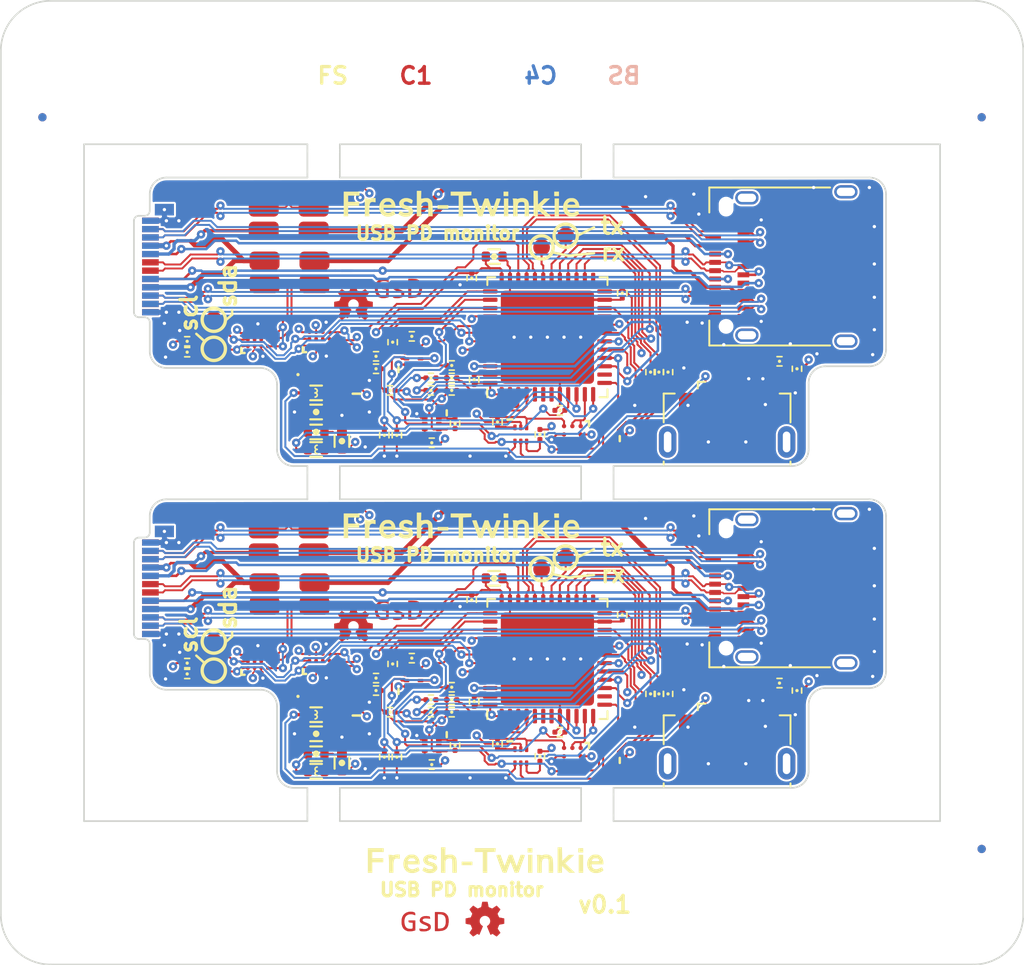
<source format=kicad_pcb>
(kicad_pcb (version 20171130) (host pcbnew 5.1.0-060a0da~80~ubuntu18.04.1)
  (title_block (date "sam. 04 avril 2015"))
  (layers (0 F.Cu signal) (1 In1.Cu signal) (2 In2.Cu signal) (31 B.Cu signal) (34 B.Paste user) (35 F.Paste user) (36 B.SilkS user) (37 F.SilkS user) (38 B.Mask user) (39 F.Mask user) (44 Edge.Cuts user))
  (net 0 "")
  (net 1 GND)
  (net 2 +3V3)
  (net 3 "Net-(D2-Pad2)")
  (net 4 "Net-(C1-Pad1)")
  (net 5 "Net-(D1-Pad1)")
  (net 6 /USB_B_D_P)
  (net 7 /USB_B_D_N)
  (net 8 /USB_C_SSRX1_P)
  (net 9 /USB_C_SSRX1_N)
  (net 10 "Net-(J2-PadA4)")
  (net 11 /USB_C_SBU2)
  (net 12 /USB_C_D_N)
  (net 13 /USB_C_D_P)
  (net 14 /USB_C_SSTX2_N)
  (net 15 /USB_C_SSTX2_P)
  (net 16 /USB_C_SSRX2_P)
  (net 17 /USB_C_SBU1)
  (net 18 /USB_C_SSRX2_N)
  (net 19 /USB_C_CC1)
  (net 20 /USB_C_SSTX1_N)
  (net 21 /USB_C_SSTX1_P)
  (net 22 "Net-(P1-PadA4)")
  (net 23 "Net-(P1-PadB5)")
  (net 24 /CC2_EN)
  (net 25 "Net-(Q1-Pad4)")
  (net 26 "Net-(Q1-Pad1)")
  (net 27 /CC1_EN)
  (net 28 /USB_C_CC2)
  (net 29 "Net-(Q2-Pad6)")
  (net 30 /CC1_TX_EN)
  (net 31 /CC1_TX_DATA)
  (net 32 "Net-(Q2-Pad3)")
  (net 33 "Net-(Q3-Pad6)")
  (net 34 /CC2_TX_EN)
  (net 35 /CC2_TX_DATA)
  (net 36 "Net-(Q3-Pad3)")
  (net 37 /BOOT)
  (net 38 /USB_B_ID)
  (net 39 /USB_C_VBUS_N)
  (net 40 /USB_C_VBUS_P)
  (net 41 /USB_C_CC2_N)
  (net 42 /USB_C_CC2_P)
  (net 43 /CC1_RP3A0)
  (net 44 /CC2_RP3A0)
  (net 45 /CC1_RA)
  (net 46 /CC2_RA)
  (net 47 /CC1_RP1A5)
  (net 48 /CC2_RP1A5)
  (net 49 /CC1_RD)
  (net 50 /CC2_RD)
  (net 51 /CC1_RPUSB)
  (net 52 /CC2_RPUSB)
  (net 53 /USB_B_VBUS)
  (net 54 /VBUS_ALERT_L)
  (net 55 "Net-(U1-PadC2)")
  (net 56 "Net-(U1-PadB2)")
  (net 57 /SDA)
  (net 58 /SCL)
  (net 59 /CC2_ALERT_L)
  (net 60 "Net-(U2-PadC2)")
  (net 61 "Net-(U2-PadB2)")
  (net 62 /CC2_BUF)
  (net 63 /CC1_BUF)
  (net 64 /TX_CLKOUT)
  (net 65 /UART_RX)
  (net 66 /UART_TX)
  (net 67 /LED_B_L)
  (net 68 /LED_R_L)
  (net 69 "Net-(U5-Pad25)")
  (net 70 /LED_G_L)
  (net 71 "Net-(U5-Pad21)")
  (net 72 /TX_CLKIN)
  (net 73 /DAC)
  (net 74 /NRST)
  (net 75 /OSC_OUT)
  (net 76 /OSC_IN)
  (net 77 "Net-(U5-Pad2)")
  (net 78 "Net-(D2-Pad3)")
  (net 79 "Net-(D2-Pad4)")
  (net 80 "Net-(C5-Pad1)")
  (module gkl_logos:gsd_logo_small (layer F.Cu) (at 140.2 135.375)
    (fp_text reference G*** hide)
    (fp_text value LOGO hide)
    (fp_poly (pts (xy 0.809625 -0.656049) (xy 0.948894 -0.652824) (xy 1.055352 -0.641742) (xy 1.138164 -0.620435) (xy 1.206496 -0.586535) (xy 1.269512 -0.537672) (xy 1.270237 -0.537018) (xy 1.340037 -0.45732) (xy 1.386054 -0.362298) (xy 1.410458 -0.244688) (xy 1.415419 -0.097228) (xy 1.413931 -0.056017) (xy 1.39408 0.106816) (xy 1.349894 0.237949) (xy 1.279148 0.339287) (xy 1.179619 0.412731) (xy 1.049083 0.460187) (xy 0.885316 0.483556) (xy 0.779803 0.486833) (xy 0.592667 0.486833) (xy 0.592667 0.338667) (xy 0.762 0.338667) (xy 0.884039 0.338667) (xy 0.998972 0.327347) (xy 1.079303 0.299395) (xy 1.160578 0.233792) (xy 1.215228 0.137724) (xy 1.243868 0.009786) (xy 1.248834 -0.087568) (xy 1.23982 -0.236059) (xy 1.21085 -0.349515) (xy 1.159033 -0.431642) (xy 1.081476 -0.486148) (xy 0.975288 -0.516738) (xy 0.908005 -0.524408) (xy 0.762 -0.534855) (xy 0.762 0.338667) (xy 0.592667 0.338667) (xy 0.592667 -0.656167) (xy 0.809625 -0.656049)) (layer F.Cu) (width 0.01))
    (fp_poly (pts (xy 0.162577 -0.408638) (xy 0.231651 -0.397665) (xy 0.269226 -0.38476) (xy 0.285863 -0.363181) (xy 0.292122 -0.326181) (xy 0.292151 -0.325883) (xy 0.298552 -0.260216) (xy 0.140244 -0.270375) (xy 0.023554 -0.274289) (xy -0.058453 -0.267638) (xy -0.112413 -0.249068) (xy -0.144962 -0.217221) (xy -0.1483 -0.211417) (xy -0.159408 -0.158528) (xy -0.131713 -0.111118) (xy -0.063856 -0.06759) (xy -0.005378 -0.043426) (xy 0.120986 0.004376) (xy 0.212326 0.044812) (xy 0.274186 0.082617) (xy 0.312111 0.122522) (xy 0.331646 0.16926) (xy 0.338334 0.227561) (xy 0.338667 0.250217) (xy 0.332061 0.319458) (xy 0.306108 0.369754) (xy 0.275785 0.401589) (xy 0.193201 0.454029) (xy 0.081845 0.489442) (xy -0.047579 0.506087) (xy -0.184364 0.50222) (xy -0.264583 0.489528) (xy -0.310364 0.472303) (xy -0.330277 0.436937) (xy -0.334784 0.40645) (xy -0.341485 0.336834) (xy -0.228951 0.353625) (xy -0.077646 0.369325) (xy 0.038464 0.366191) (xy 0.11832 0.344321) (xy 0.151534 0.318598) (xy 0.179753 0.277874) (xy 0.1905 0.251655) (xy 0.170586 0.212403) (xy 0.114686 0.169922) (xy 0.028559 0.127998) (xy -0.031142 0.106035) (xy -0.115912 0.072019) (xy -0.195079 0.030549) (xy -0.245396 -0.004577) (xy -0.292577 -0.05312) (xy -0.313312 -0.100997) (xy -0.3175 -0.159315) (xy -0.298442 -0.24985) (xy -0.244324 -0.323152) (xy -0.159727 -0.376842) (xy -0.04923 -0.40854) (xy 0.082583 -0.415868) (xy 0.162577 -0.408638)) (layer F.Cu) (width 0.01))
    (fp_poly (pts (xy -0.729586 -0.662399) (xy -0.677333 -0.647505) (xy -0.626418 -0.62313) (xy -0.603622 -0.588205) (xy -0.59668 -0.543282) (xy -0.593267 -0.492195) (xy -0.600915 -0.471095) (xy -0.629252 -0.474961) (xy -0.684652 -0.497417) (xy -0.793084 -0.52487) (xy -0.911313 -0.52619) (xy -1.021487 -0.502134) (xy -1.067329 -0.481194) (xy -1.152001 -0.414193) (xy -1.209167 -0.323118) (xy -1.240724 -0.203739) (xy -1.248833 -0.077437) (xy -1.235812 0.076285) (xy -1.196686 0.196724) (xy -1.131367 0.283993) (xy -1.039764 0.338206) (xy -0.921786 0.359477) (xy -0.902158 0.359833) (xy -0.827591 0.358133) (xy -0.78048 0.347764) (xy -0.754524 0.320825) (xy -0.743421 0.269416) (xy -0.740872 0.185636) (xy -0.740833 0.157542) (xy -0.740833 -0.019054) (xy -0.862541 -0.025402) (xy -0.931356 -0.030401) (xy -0.968596 -0.039801) (xy -0.985008 -0.059004) (xy -0.990947 -0.089958) (xy -0.997645 -0.148167) (xy -0.592666 -0.148167) (xy -0.592666 0.440359) (xy -0.661458 0.46483) (xy -0.746414 0.485276) (xy -0.850823 0.496713) (xy -0.957542 0.498477) (xy -1.049423 0.489902) (xy -1.085247 0.481267) (xy -1.208581 0.422253) (xy -1.302342 0.335079) (xy -1.367447 0.218338) (xy -1.404808 0.070623) (xy -1.413852 -0.024121) (xy -1.40885 -0.20249) (xy -1.373738 -0.351868) (xy -1.307754 -0.47377) (xy -1.210142 -0.569709) (xy -1.111404 -0.627564) (xy -0.992941 -0.664104) (xy -0.859141 -0.676016) (xy -0.729586 -0.662399)) (layer F.Cu) (width 0.01))
  )
  (module gkl_logos:oshw_small (layer F.Cu) (at 143.8 135.175)
    (fp_text reference G*** hide)
    (fp_text value LOGO hide)
    (fp_poly (pts (xy 0.034434 -1.070644) (xy 0.067967 -1.070441) (xy 0.094854 -1.070081) (xy 0.115679 -1.069545) (xy 0.131028 -1.068815) (xy 0.141484 -1.067873) (xy 0.147631 -1.0667) (xy 0.14957 -1.065823) (xy 0.151728 -1.062359) (xy 0.154421 -1.054534) (xy 0.157762 -1.041831) (xy 0.161865 -1.023736) (xy 0.166844 -0.999734) (xy 0.172812 -0.969309) (xy 0.179883 -0.931946) (xy 0.18387 -0.910492) (xy 0.191899 -0.867626) (xy 0.198777 -0.832133) (xy 0.204579 -0.803667) (xy 0.20938 -0.781882) (xy 0.213256 -0.766433) (xy 0.216284 -0.756974) (xy 0.218192 -0.753437) (xy 0.223255 -0.750437) (xy 0.23444 -0.745046) (xy 0.250596 -0.737743) (xy 0.270577 -0.729006) (xy 0.293232 -0.719311) (xy 0.317413 -0.709137) (xy 0.34197 -0.698962) (xy 0.365756 -0.689262) (xy 0.387621 -0.680517) (xy 0.406415 -0.673202) (xy 0.420991 -0.667796) (xy 0.430199 -0.664778) (xy 0.432574 -0.664308) (xy 0.436931 -0.666453) (xy 0.446994 -0.672572) (xy 0.46204 -0.682192) (xy 0.48135 -0.69484) (xy 0.504202 -0.710041) (xy 0.529876 -0.727323) (xy 0.557649 -0.746211) (xy 0.566444 -0.752231) (xy 0.594625 -0.771491) (xy 0.620833 -0.789294) (xy 0.644361 -0.805167) (xy 0.664502 -0.81864) (xy 0.68055 -0.82924) (xy 0.691799 -0.836496) (xy 0.697543 -0.839936) (xy 0.698099 -0.840154) (xy 0.702045 -0.837466) (xy 0.710615 -0.829883) (xy 0.723103 -0.818125) (xy 0.738801 -0.802913) (xy 0.757001 -0.784968) (xy 0.776995 -0.765011) (xy 0.798076 -0.743762) (xy 0.819537 -0.721943) (xy 0.840668 -0.700273) (xy 0.860764 -0.679473) (xy 0.879116 -0.660265) (xy 0.895016 -0.643369) (xy 0.907757 -0.629505) (xy 0.916632 -0.619395) (xy 0.920932 -0.613759) (xy 0.921212 -0.612916) (xy 0.918584 -0.608605) (xy 0.912018 -0.598596) (xy 0.902013 -0.583627) (xy 0.889064 -0.564435) (xy 0.873671 -0.541758) (xy 0.856331 -0.516332) (xy 0.837541 -0.488894) (xy 0.834677 -0.484721) (xy 0.815763 -0.456987) (xy 0.798327 -0.431061) (xy 0.782855 -0.407691) (xy 0.769833 -0.387628) (xy 0.759747 -0.371622) (xy 0.753081 -0.360422) (xy 0.750324 -0.35478) (xy 0.750277 -0.354467) (xy 0.751805 -0.348645) (xy 0.756066 -0.336833) (xy 0.762575 -0.320162) (xy 0.770846 -0.299763) (xy 0.780396 -0.276769) (xy 0.790739 -0.25231) (xy 0.801391 -0.22752) (xy 0.811866 -0.203529) (xy 0.821679 -0.181469) (xy 0.830347 -0.162471) (xy 0.837383 -0.147669) (xy 0.842304 -0.138192) (xy 0.844118 -0.135445) (xy 0.847693 -0.13317) (xy 0.854829 -0.13053) (xy 0.866139 -0.127386) (xy 0.882232 -0.123601) (xy 0.903722 -0.119039) (xy 0.931219 -0.113561) (xy 0.965334 -0.10703) (xy 0.996918 -0.10112) (xy 1.037379 -0.09352) (xy 1.070645 -0.087079) (xy 1.097233 -0.081681) (xy 1.117657 -0.077211) (xy 1.132435 -0.073556) (xy 1.142081 -0.070599) (xy 1.147113 -0.068226) (xy 1.147885 -0.067505) (xy 1.149215 -0.0638) (xy 1.150302 -0.05616) (xy 1.151165 -0.044) (xy 1.151823 -0.026735) (xy 1.152293 -0.003782) (xy 1.152594 0.025445) (xy 1.152744 0.061528) (xy 1.152769 0.088391) (xy 1.152737 0.127046) (xy 1.152622 0.158623) (xy 1.152394 0.183862) (xy 1.152024 0.2035) (xy 1.151483 0.218275) (xy 1.150742 0.228927) (xy 1.149772 0.236191) (xy 1.148544 0.240808) (xy 1.147028 0.243515) (xy 1.146629 0.243952) (xy 1.140833 0.248843) (xy 1.138213 0.250093) (xy 1.133978 0.250781) (xy 1.122934 0.25274) (xy 1.105954 0.25581) (xy 1.08391 0.259832) (xy 1.057677 0.264646) (xy 1.028128 0.270094) (xy 0.996838 0.275885) (xy 0.955612 0.283642) (xy 0.921763 0.290266) (xy 0.894946 0.295832) (xy 0.874815 0.300417) (xy 0.861026 0.304097) (xy 0.853234 0.30695) (xy 0.851445 0.308124) (xy 0.848436 0.313325) (xy 0.843095 0.324719) (xy 0.835867 0.341193) (xy 0.827199 0.361634) (xy 0.817539 0.38493) (xy 0.807332 0.409969) (xy 0.797024 0.435639) (xy 0.787064 0.460827) (xy 0.777896 0.48442) (xy 0.769968 0.505307) (xy 0.763726 0.522375) (xy 0.759617 0.534513) (xy 0.758086 0.540606) (xy 0.758085 0.540687) (xy 0.760235 0.545487) (xy 0.76635 0.555935) (xy 0.775934 0.571262) (xy 0.78849 0.590698) (xy 0.803521 0.613476) (xy 0.82053 0.638825) (xy 0.838801 0.665655) (xy 0.857314 0.69275) (xy 0.874414 0.717967) (xy 0.889593 0.740547) (xy 0.902348 0.759729) (xy 0.912171 0.774754) (xy 0.918559 0.784861) (xy 0.921002 0.789276) (xy 0.918645 0.793571) (xy 0.910956 0.802932) (xy 0.898247 0.817025) (xy 0.880834 0.835513) (xy 0.859031 0.858062) (xy 0.833152 0.884336) (xy 0.813356 0.904189) (xy 0.785293 0.932138) (xy 0.762177 0.954975) (xy 0.743486 0.973171) (xy 0.728699 0.987199) (xy 0.717295 0.997529) (xy 0.708752 1.004633) (xy 0.702549 1.008984) (xy 0.698165 1.011053) (xy 0.695078 1.011313) (xy 0.695008 1.011299) (xy 0.689679 1.008695) (xy 0.678758 1.002154) (xy 0.663066 0.99221) (xy 0.643424 0.979394) (xy 0.62065 0.964241) (xy 0.595565 0.947284) (xy 0.576538 0.93426) (xy 0.550366 0.916286) (xy 0.526022 0.899625) (xy 0.504309 0.884826) (xy 0.486032 0.872434) (xy 0.471995 0.862994) (xy 0.463004 0.857053) (xy 0.460102 0.855246) (xy 0.457078 0.854255) (xy 0.452913 0.85445) (xy 0.446778 0.856201) (xy 0.437842 0.859876) (xy 0.425276 0.865845) (xy 0.40825 0.874477) (xy 0.385936 0.886143) (xy 0.360636 0.899546) (xy 0.347626 0.906182) (xy 0.339529 0.909288) (xy 0.33452 0.909294) (xy 0.330772 0.90663) (xy 0.330728 0.906585) (xy 0.328208 0.901935) (xy 0.32306 0.890769) (xy 0.315582 0.873809) (xy 0.306072 0.851778) (xy 0.294829 0.825397) (xy 0.282152 0.795391) (xy 0.268338 0.762481) (xy 0.253687 0.727389) (xy 0.238496 0.690838) (xy 0.223064 0.653551) (xy 0.20769 0.616249) (xy 0.192671 0.579657) (xy 0.178307 0.544495) (xy 0.164895 0.511487) (xy 0.152734 0.481354) (xy 0.142123 0.45482) (xy 0.133359 0.432607) (xy 0.126742 0.415438) (xy 0.122569 0.404034) (xy 0.121139 0.399138) (xy 0.124539 0.392081) (xy 0.134948 0.383227) (xy 0.143608 0.377584) (xy 0.188619 0.346069) (xy 0.227109 0.310716) (xy 0.258915 0.271782) (xy 0.283869 0.229527) (xy 0.301808 0.184209) (xy 0.312567 0.136086) (xy 0.315359 0.108587) (xy 0.314642 0.058353) (xy 0.306583 0.010097) (xy 0.291531 -0.035584) (xy 0.269836 -0.078095) (xy 0.241847 -0.11684) (xy 0.207914 -0.151221) (xy 0.168387 -0.180642) (xy 0.134816 -0.19932) (xy 0.09804 -0.215073) (xy 0.063083 -0.225281) (xy 0.027012 -0.2306) (xy -0.009769 -0.23174) (xy -0.059615 -0.227366) (xy -0.107125 -0.215762) (xy -0.151692 -0.19732) (xy -0.19271 -0.172431) (xy -0.229573 -0.141486) (xy -0.261673 -0.104878) (xy -0.288405 -0.062998) (xy -0.296711 -0.046464) (xy -0.308777 -0.018535) (xy -0.317161 0.006857) (xy -0.322405 0.032291) (xy -0.325047 0.060349) (xy -0.325639 0.091831) (xy -0.325267 0.115171) (xy -0.324232 0.133197) (xy -0.322223 0.148402) (xy -0.31893 0.163281) (xy -0.315036 0.177048) (xy -0.299291 0.220105) (xy -0.278927 0.258768) (xy -0.253213 0.293987) (xy -0.221415 0.326713) (xy -0.182801 0.357897) (xy -0.167177 0.368869) (xy -0.15294 0.378857) (xy -0.141274 0.387637) (xy -0.133636 0.394076) (xy -0.131448 0.396632) (xy -0.132459 0.401252) (xy -0.136161 0.4122) (xy -0.142219 0.428599) (xy -0.150296 0.449572) (xy -0.160055 0.474241) (xy -0.171161 0.50173) (xy -0.179518 0.522086) (xy -0.193998 0.557143) (xy -0.210561 0.597269) (xy -0.228319 0.640305) (xy -0.246379 0.684094) (xy -0.263853 0.726476) (xy -0.279849 0.765293) (xy -0.283708 0.774661) (xy -0.30004 0.813926) (xy -0.313973 0.846607) (xy -0.325441 0.872561) (xy -0.334378 0.89164) (xy -0.340718 0.903701) (xy -0.344396 0.908596) (xy -0.344568 0.908672) (xy -0.350459 0.907652) (xy -0.362082 0.903112) (xy -0.378438 0.895496) (xy -0.398524 0.885252) (xy -0.405826 0.881357) (xy -0.424649 0.871324) (xy -0.441113 0.862757) (xy -0.453973 0.856287) (xy -0.46198 0.852547) (xy -0.463947 0.851877) (xy -0.467846 0.854015) (xy -0.477435 0.860098) (xy -0.491969 0.869632) (xy -0.510708 0.882121) (xy -0.532909 0.897072) (xy -0.557828 0.913989) (xy -0.584152 0.931985) (xy -0.611219 0.950401) (xy -0.636511 0.967326) (xy -0.659249 0.982258) (xy -0.678656 0.994701) (xy -0.693953 1.004152) (xy -0.704362 1.010115) (xy -0.709029 1.012093) (xy -0.714317 1.009227) (xy -0.724895 1.00064) (xy -0.740744 0.986349) (xy -0.761845 0.96637) (xy -0.788182 0.940721) (xy -0.819737 0.909417) (xy -0.823573 0.905582) (xy -0.854778 0.874147) (xy -0.880703 0.847573) (xy -0.901264 0.825951) (xy -0.916376 0.809369) (xy -0.925955 0.797919) (xy -0.929919 0.79169) (xy -0.930031 0.791085) (xy -0.92788 0.786115) (xy -0.921763 0.775509) (xy -0.912177 0.760045) (xy -0.899622 0.740501) (xy -0.884598 0.717654) (xy -0.867603 0.692282) (xy -0.849923 0.666309) (xy -0.829505 0.636295) (xy -0.811454 0.609266) (xy -0.796155 0.585826) (xy -0.783993 0.566582) (xy -0.775352 0.552136) (xy -0.770619 0.543095) (xy -0.769815 0.540513) (xy -0.771264 0.534264) (xy -0.77531 0.521968) (xy -0.781505 0.504746) (xy -0.789401 0.483717) (xy -0.79855 0.460001) (xy -0.808503 0.434718) (xy -0.818812 0.408988) (xy -0.829028 0.38393) (xy -0.838704 0.360665) (xy -0.847389 0.340312) (xy -0.854637 0.323991) (xy -0.859999 0.312821) (xy -0.862902 0.308036) (xy -0.867671 0.305602) (xy -0.87803 0.302427) (xy -0.894356 0.298426) (xy -0.917028 0.293518) (xy -0.946424 0.287618) (xy -0.982922 0.280644) (xy -1.010138 0.275586) (xy -1.047747 0.268606) (xy -1.078379 0.262788) (xy -1.102761 0.257964) (xy -1.121618 0.253968) (xy -1.135675 0.250632) (xy -1.145658 0.24779) (xy -1.152293 0.245274) (xy -1.156305 0.242918) (xy -1.157654 0.241632) (xy -1.15942 0.239026) (xy -1.160856 0.235261) (xy -1.161994 0.229569) (xy -1.162869 0.221179) (xy -1.163515 0.209321) (xy -1.163965 0.193226) (xy -1.164254 0.172124) (xy -1.164415 0.145246) (xy -1.164483 0.111821) (xy -1.164492 0.086283) (xy -1.164428 0.045824) (xy -1.164221 0.01259) (xy -1.163855 -0.014004) (xy -1.163309 -0.034547) (xy -1.162566 -0.049626) (xy -1.161607 -0.05983) (xy -1.160413 -0.065746) (xy -1.159607 -0.06744) (xy -1.155945 -0.069673) (xy -1.147653 -0.072467) (xy -1.134227 -0.075935) (xy -1.115162 -0.080188) (xy -1.089954 -0.085337) (xy -1.058098 -0.091496) (xy -1.019091 -0.098774) (xy -1.014046 -0.099703) (xy -0.981474 -0.105744) (xy -0.950996 -0.111504) (xy -0.92355 -0.116796) (xy -0.900074 -0.121436) (xy -0.881505 -0.125239) (xy -0.86878 -0.128019) (xy -0.862911 -0.129562) (xy -0.859518 -0.13152) (xy -0.855885 -0.135299) (xy -0.851618 -0.141672) (xy -0.846325 -0.151412) (xy -0.839613 -0.165293) (xy -0.831087 -0.184087) (xy -0.820354 -0.208567) (xy -0.807226 -0.239032) (xy -0.795686 -0.266257) (xy -0.785233 -0.291524) (xy -0.776256 -0.313841) (xy -0.769147 -0.332215) (xy -0.764295 -0.345655) (xy -0.762091 -0.353168) (xy -0.762 -0.353986) (xy -0.764265 -0.359917) (xy -0.770911 -0.371817) (xy -0.781717 -0.389337) (xy -0.796461 -0.412131) (xy -0.814922 -0.43985) (xy -0.836876 -0.472148) (xy -0.844752 -0.483608) (xy -0.863574 -0.511131) (xy -0.880974 -0.536957) (xy -0.896447 -0.560306) (xy -0.909488 -0.580402) (xy -0.919593 -0.596466) (xy -0.926256 -0.607719) (xy -0.928974 -0.613383) (xy -0.928997 -0.613507) (xy -0.928723 -0.616663) (xy -0.926741 -0.620996) (xy -0.922573 -0.627032) (xy -0.915741 -0.635298) (xy -0.905766 -0.646322) (xy -0.892169 -0.66063) (xy -0.874471 -0.678749) (xy -0.852194 -0.701206) (xy -0.824859 -0.728528) (xy -0.821132 -0.732243) (xy -0.789304 -0.763769) (xy -0.762732 -0.789677) (xy -0.74133 -0.810047) (xy -0.725007 -0.824962) (xy -0.713675 -0.834505) (xy -0.707246 -0.838758) (xy -0.705927 -0.838966) (xy -0.701497 -0.836315) (xy -0.69137 -0.829716) (xy -0.676277 -0.819663) (xy -0.656953 -0.806651) (xy -0.634129 -0.791172) (xy -0.608539 -0.773722) (xy -0.580914 -0.754793) (xy -0.574689 -0.750515) (xy -0.546742 -0.731402) (xy -0.520662 -0.713761) (xy -0.497181 -0.69807) (xy -0.477028 -0.68481) (xy -0.460937 -0.674462) (xy -0.449637 -0.667505) (xy -0.44386 -0.664419) (xy -0.443397 -0.664307) (xy -0.438246 -0.665738) (xy -0.426954 -0.669755) (xy -0.410596 -0.675946) (xy -0.390249 -0.683898) (xy -0.366989 -0.6932) (xy -0.350632 -0.69985) (xy -0.317571 -0.713385) (xy -0.291012 -0.724298) (xy -0.270221 -0.732923) (xy -0.254468 -0.739595) (xy -0.24302 -0.744651) (xy -0.235143 -0.748424) (xy -0.230107 -0.751249) (xy -0.227177 -0.753463) (xy -0.225623 -0.7554) (xy -0.224711 -0.757395) (xy -0.224679 -0.757476) (xy -0.223541 -0.762317) (xy -0.221174 -0.773804) (xy -0.217774 -0.790899) (xy -0.213539 -0.812567) (xy -0.208664 -0.837768) (xy -0.203347 -0.865466) (xy -0.197785 -0.894622) (xy -0.192175 -0.9242) (xy -0.186713 -0.953161) (xy -0.181597 -0.980468) (xy -0.177024 -1.005084) (xy -0.17319 -1.025971) (xy -0.170292 -1.042092) (xy -0.168528 -1.052408) (xy -0.168065 -1.055775) (xy -0.165582 -1.060348) (xy -0.16189 -1.064567) (xy -0.159523 -1.066154) (xy -0.155419 -1.067447) (xy -0.14884 -1.068475) (xy -0.139047 -1.069267) (xy -0.125302 -1.069852) (xy -0.106868 -1.070259) (xy -0.083005 -1.070518) (xy -0.052976 -1.070657) (xy -0.016043 -1.070706) (xy -0.006329 -1.070708) (xy 0.034434 -1.070644)) (layer F.Cu) (width 0.01))
  )
  (module logo (layer F.Cu) (at 143.8 133.775)
    (fp_text reference G*** hide)
    (fp_text value LOGO hide)
  )
  (module MountingHole:MountingHole_2.1mm (layer F.Cu) (at 134.775 127.65)
    (fp_text reference REF** hide)
    (fp_text value tab hide)
    (pad "" np_thru_hole circle (at 0 0) (size 0.35 0.35) (drill 0.35) (layers *.Cu))
  )
  (module MountingHole:MountingHole_2.1mm (layer F.Cu) (at 151.225 127.65)
    (fp_text reference REF** hide)
    (fp_text value tab hide)
    (pad "" np_thru_hole circle (at 0 0) (size 0.35 0.35) (drill 0.35) (layers *.Cu))
  )
  (module MountingHole:MountingHole_2.1mm (layer F.Cu) (at 151.225 128.9)
    (fp_text reference REF** hide)
    (fp_text value tab hide)
    (pad "" np_thru_hole circle (at 0 0) (size 0.35 0.35) (drill 0.35) (layers *.Cu))
  )
  (module MountingHole:MountingHole_2.1mm (layer F.Cu) (at 134.375 127.65)
    (fp_text reference REF** hide)
    (fp_text value tab hide)
    (pad "" np_thru_hole circle (at -0.05 0) (size 0.35 0.35) (drill 0.35) (layers *.Cu))
  )
  (module MountingHole:MountingHole_2.1mm (layer F.Cu) (at 150.325 127.65)
    (fp_text reference REF** hide)
    (fp_text value tab hide)
    (pad "" np_thru_hole circle (at 0 0) (size 0.35 0.35) (drill 0.35) (layers *.Cu))
  )
  (module MountingHole:MountingHole_2.1mm (layer F.Cu) (at 150.825 127.65)
    (fp_text reference REF** hide)
    (fp_text value tab hide)
    (pad "" np_thru_hole circle (at -0.05 0) (size 0.35 0.35) (drill 0.35) (layers *.Cu))
  )
  (module MountingHole:MountingHole_2.1mm (layer F.Cu) (at 149.875 127.65)
    (fp_text reference REF** hide)
    (fp_text value tab hide)
    (pad "" np_thru_hole circle (at 0 0) (size 0.35 0.35) (drill 0.35) (layers *.Cu))
  )
  (module MountingHole:MountingHole_2.1mm (layer F.Cu) (at 133.425 127.65)
    (fp_text reference REF** hide)
    (fp_text value tab hide)
    (pad "" np_thru_hole circle (at 0 0) (size 0.35 0.35) (drill 0.35) (layers *.Cu))
  )
  (module MountingHole:MountingHole_2.1mm (layer F.Cu) (at 150.325 128.9)
    (fp_text reference REF** hide)
    (fp_text value tab hide)
    (pad "" np_thru_hole circle (at 0 0) (size 0.35 0.35) (drill 0.35) (layers *.Cu))
  )
  (module MountingHole:MountingHole_2.1mm (layer F.Cu) (at 149.875 128.9)
    (fp_text reference REF** hide)
    (fp_text value tab hide)
    (pad "" np_thru_hole circle (at 0 0) (size 0.35 0.35) (drill 0.35) (layers *.Cu))
  )
  (module MountingHole:MountingHole_2.1mm (layer F.Cu) (at 134.375 128.9)
    (fp_text reference REF** hide)
    (fp_text value tab hide)
    (pad "" np_thru_hole circle (at -0.05 0) (size 0.35 0.35) (drill 0.35) (layers *.Cu))
  )
  (module MountingHole:MountingHole_2.1mm (layer F.Cu) (at 133.875 128.9)
    (fp_text reference REF** hide)
    (fp_text value tab hide)
    (pad "" np_thru_hole circle (at 0 0) (size 0.35 0.35) (drill 0.35) (layers *.Cu))
  )
  (module MountingHole:MountingHole_2.1mm (layer F.Cu) (at 133.875 127.65)
    (fp_text reference REF** hide)
    (fp_text value tab hide)
    (pad "" np_thru_hole circle (at 0 0) (size 0.35 0.35) (drill 0.35) (layers *.Cu))
  )
  (module MountingHole:MountingHole_2.1mm (layer F.Cu) (at 133.425 128.9)
    (fp_text reference REF** hide)
    (fp_text value tab hide)
    (pad "" np_thru_hole circle (at 0 0) (size 0.35 0.35) (drill 0.35) (layers *.Cu))
  )
  (module MountingHole:MountingHole_2.1mm (layer F.Cu) (at 150.825 128.9)
    (fp_text reference REF** hide)
    (fp_text value tab hide)
    (pad "" np_thru_hole circle (at -0.05 0) (size 0.35 0.35) (drill 0.35) (layers *.Cu))
  )
  (module MountingHole:MountingHole_2.1mm (layer F.Cu) (at 134.775 128.9)
    (fp_text reference REF** hide)
    (fp_text value tab hide)
    (pad "" np_thru_hole circle (at 0 0) (size 0.35 0.35) (drill 0.35) (layers *.Cu))
  )
  (module MountingHole:MountingHole_2.1mm (layer F.Cu) (at 133.875 109.55)
    (fp_text reference REF** hide)
    (fp_text value tab hide)
    (pad "" np_thru_hole circle (at 0 0) (size 0.35 0.35) (drill 0.35) (layers *.Cu))
  )
  (module MountingHole:MountingHole_2.1mm (layer F.Cu) (at 151.225 109.55)
    (fp_text reference REF** hide)
    (fp_text value tab hide)
    (pad "" np_thru_hole circle (at 0 0) (size 0.35 0.35) (drill 0.35) (layers *.Cu))
  )
  (module MountingHole:MountingHole_2.1mm (layer F.Cu) (at 133.425 109.55)
    (fp_text reference REF** hide)
    (fp_text value tab hide)
    (pad "" np_thru_hole circle (at 0 0) (size 0.35 0.35) (drill 0.35) (layers *.Cu))
  )
  (module MountingHole:MountingHole_2.1mm (layer F.Cu) (at 134.775 108.3)
    (fp_text reference REF** hide)
    (fp_text value tab hide)
    (pad "" np_thru_hole circle (at 0 0) (size 0.35 0.35) (drill 0.35) (layers *.Cu))
  )
  (module MountingHole:MountingHole_2.1mm (layer F.Cu) (at 133.875 108.3)
    (fp_text reference REF** hide)
    (fp_text value tab hide)
    (pad "" np_thru_hole circle (at 0 0) (size 0.35 0.35) (drill 0.35) (layers *.Cu))
  )
  (module MountingHole:MountingHole_2.1mm (layer F.Cu) (at 150.325 109.55)
    (fp_text reference REF** hide)
    (fp_text value tab hide)
    (pad "" np_thru_hole circle (at 0 0) (size 0.35 0.35) (drill 0.35) (layers *.Cu))
  )
  (module MountingHole:MountingHole_2.1mm (layer F.Cu) (at 150.325 108.3)
    (fp_text reference REF** hide)
    (fp_text value tab hide)
    (pad "" np_thru_hole circle (at 0 0) (size 0.35 0.35) (drill 0.35) (layers *.Cu))
  )
  (module MountingHole:MountingHole_2.1mm (layer F.Cu) (at 134.375 108.3)
    (fp_text reference REF** hide)
    (fp_text value tab hide)
    (pad "" np_thru_hole circle (at -0.05 0) (size 0.35 0.35) (drill 0.35) (layers *.Cu))
  )
  (module MountingHole:MountingHole_2.1mm (layer F.Cu) (at 133.425 108.3)
    (fp_text reference REF** hide)
    (fp_text value tab hide)
    (pad "" np_thru_hole circle (at 0 0) (size 0.35 0.35) (drill 0.35) (layers *.Cu))
  )
  (module MountingHole:MountingHole_2.1mm (layer F.Cu) (at 134.375 109.55)
    (fp_text reference REF** hide)
    (fp_text value tab hide)
    (pad "" np_thru_hole circle (at -0.05 0) (size 0.35 0.35) (drill 0.35) (layers *.Cu))
  )
  (module MountingHole:MountingHole_2.1mm (layer F.Cu) (at 150.825 109.55)
    (fp_text reference REF** hide)
    (fp_text value tab hide)
    (pad "" np_thru_hole circle (at -0.05 0) (size 0.35 0.35) (drill 0.35) (layers *.Cu))
  )
  (module MountingHole:MountingHole_2.1mm (layer F.Cu) (at 150.825 108.3)
    (fp_text reference REF** hide)
    (fp_text value tab hide)
    (pad "" np_thru_hole circle (at -0.05 0) (size 0.35 0.35) (drill 0.35) (layers *.Cu))
  )
  (module logo (layer F.Cu) (at 142.35 113.65)
    (fp_text reference G*** hide)
    (fp_text value LOGO hide)
  )
  (module gkl_dipol:4W_R_1206 (layer F.Cu) (at 132.05 115.6 180)
    (fp_text reference R1 hide)
    (fp_text value 0.015 hide)
    (pad 3 smd roundrect (at -1.5 0.7 180) (size 1.8 1.1) (layers F.Cu F.Paste F.Mask) (net 10 "Net-(J2-PadA4)"))
    (pad 4 smd roundrect (at 1.5 0.7 180) (size 1.8 1.1) (layers F.Cu F.Paste F.Mask) (net 22 "Net-(P1-PadA4)"))
    (pad 2 smd roundrect (at 1.5 -0.7 180) (size 1.8 1.1) (layers F.Cu F.Paste F.Mask) (net 40 /USB_C_VBUS_P))
    (pad 1 smd roundrect (at -1.5 -0.7 180) (size 1.8 1.1) (layers F.Cu F.Paste F.Mask) (net 39 /USB_C_VBUS_N))
  )
  (module gkl_dipol:R_0201 (layer F.Cu) (at 147.1 125.35 270)
    (fp_text reference R15 hide)
    (fp_text value 200R hide)
    (pad 2 smd roundrect (at 0.3 0 270) (size 0.3 0.3) (layers F.Cu F.Paste F.Mask) (net 29 "Net-(Q2-Pad6)"))
    (pad 1 smd roundrect (at -0.3 0 270) (size 0.3 0.3) (layers F.Cu F.Paste F.Mask) (net 2 +3V3))
  )
  (module gkl_dipol:R_0201 (layer F.Cu) (at 141.8 122.7 180)
    (fp_text reference R6 hide)
    (fp_text value 4.75K hide)
    (pad 2 smd roundrect (at 0.3 0 180) (size 0.3 0.3) (layers F.Cu F.Paste F.Mask) (net 25 "Net-(Q1-Pad4)"))
    (pad 1 smd roundrect (at -0.3 0 180) (size 0.3 0.3) (layers F.Cu F.Paste F.Mask) (net 44 /CC2_RP3A0))
  )
  (module gkl_dipol:R_0201 (layer F.Cu) (at 137.75 125.4 270)
    (fp_text reference R4 hide)
    (fp_text value 381K hide)
    (pad 2 smd roundrect (at 0.3 0 270) (size 0.3 0.3) (layers F.Cu F.Paste F.Mask) (net 1 GND))
    (pad 1 smd roundrect (at -0.3 0 270) (size 0.3 0.3) (layers F.Cu F.Paste F.Mask) (net 24 /CC2_EN))
  )
  (module gkl_housings_qfn:MOSFET_1.0x0.6mm (layer F.Cu) (at 161.49 121.795 270)
    (fp_text reference Q4 hide)
    (fp_text value Q_NMOS_DGS hide)
    (pad 3 smd roundrect (at 0.175 0.325 270) (size 0.15 0.25) (layers F.Cu F.Paste F.Mask) (net 1 GND))
    (pad 2 smd roundrect (at -0.175 0.325 270) (size 0.15 0.25) (layers F.Cu F.Paste F.Mask) (net 38 /USB_B_ID))
    (pad 1 smd roundrect (at 0 -0.325 270) (size 0.5 0.25) (layers F.Cu F.Paste F.Mask) (roundrect_rratio 0.1) (net 37 /BOOT))
  )
  (module TestPoint:TestPoint_Pad_D1.0mm (layer F.Cu) (at 127.5 120.2)
    (fp_text reference REF** hide)
    (fp_text value TestPoint_Pad_D1.0mm hide)
    (pad 1 smd circle (at 0 0) (size 1 1) (layers F.Cu F.Mask) (net 58 /SCL))
  )
  (module gkl_dipol:R_0201 (layer F.Cu) (at 137.25 121.4)
    (fp_text reference R13 hide)
    (fp_text value 35.7K hide)
    (pad 2 smd roundrect (at 0.3 0) (size 0.3 0.3) (layers F.Cu F.Paste F.Mask) (net 26 "Net-(Q1-Pad1)"))
    (pad 1 smd roundrect (at -0.3 0) (size 0.3 0.3) (layers F.Cu F.Paste F.Mask) (net 51 /CC1_RPUSB))
  )
  (module gkl_dipol:R_0201 (layer F.Cu) (at 125.9 120.4)
    (fp_text reference R22 hide)
    (fp_text value 2.12K hide)
    (pad 2 smd roundrect (at 0.3 0) (size 0.3 0.3) (layers F.Cu F.Paste F.Mask) (net 58 /SCL))
    (pad 1 smd roundrect (at -0.3 0) (size 0.3 0.3) (layers F.Cu F.Paste F.Mask) (net 2 +3V3))
  )
  (module Connector_USB:USB_C_Plug_Molex_105444 (layer F.Cu) (at 123.65 115.25 90)
    (fp_text reference P1 hide)
    (fp_text value USB_C_Plug hide)
    (pad A1 smd rect (at -2.75 0.04 90) (size 0.38 1) (layers F.Cu F.Paste F.Mask) (net 1 GND))
    (pad A2 smd rect (at -2.25 0.04 90) (size 0.38 1) (layers F.Cu F.Paste F.Mask) (net 21 /USB_C_SSTX1_P))
    (pad A3 smd rect (at -1.75 0.04 90) (size 0.38 1) (layers F.Cu F.Paste F.Mask) (net 20 /USB_C_SSTX1_N))
    (pad A4 smd rect (at -1.25 0.04 90) (size 0.38 1) (layers F.Cu F.Paste F.Mask) (net 22 "Net-(P1-PadA4)"))
    (pad A5 smd rect (at -0.75 0.04 90) (size 0.38 1) (layers F.Cu F.Paste F.Mask) (net 19 /USB_C_CC1))
    (pad A6 smd rect (at -0.25 0.04 90) (size 0.38 1) (layers F.Cu F.Paste F.Mask) (net 13 /USB_C_D_P))
    (pad A7 smd rect (at 0.25 0.04 90) (size 0.38 1) (layers F.Cu F.Paste F.Mask) (net 12 /USB_C_D_N))
    (pad A8 smd rect (at 0.75 0.04 90) (size 0.38 1) (layers F.Cu F.Paste F.Mask) (net 17 /USB_C_SBU1))
    (pad A9 smd rect (at 1.25 0.04 90) (size 0.38 1) (layers F.Cu F.Paste F.Mask) (net 22 "Net-(P1-PadA4)"))
    (pad A10 smd rect (at 1.75 0.04 90) (size 0.38 1) (layers F.Cu F.Paste F.Mask) (net 18 /USB_C_SSRX2_N))
    (pad A11 smd rect (at 2.25 0.04 90) (size 0.38 1) (layers F.Cu F.Paste F.Mask) (net 16 /USB_C_SSRX2_P))
    (pad A12 smd rect (at 2.75 0.04 90) (size 0.38 1) (layers F.Cu F.Paste F.Mask) (net 1 GND))
    (pad S1 smd rect (at -3.42 0.88 90) (size 0.7 1.15) (layers F.Cu F.Paste F.Mask) (net 1 GND))
    (pad S1 smd rect (at 3.42 0.88 90) (size 0.7 1.15) (layers B.Cu B.Paste B.Mask) (net 1 GND))
    (pad B1 smd rect (at 2.75 0.04 90) (size 0.38 1) (layers B.Cu B.Paste B.Mask) (net 1 GND))
    (pad B2 smd rect (at 2.25 0.04 90) (size 0.38 1) (layers B.Cu B.Paste B.Mask) (net 15 /USB_C_SSTX2_P))
    (pad B3 smd rect (at 1.75 0.04 90) (size 0.38 1) (layers B.Cu B.Paste B.Mask) (net 14 /USB_C_SSTX2_N))
    (pad B4 smd rect (at 1.25 0.04 90) (size 0.38 1) (layers B.Cu B.Paste B.Mask) (net 22 "Net-(P1-PadA4)"))
    (pad B5 smd rect (at 0.75 0.04 90) (size 0.38 1) (layers B.Cu B.Paste B.Mask) (net 23 "Net-(P1-PadB5)"))
    (pad B8 smd rect (at -0.75 0.04 90) (size 0.38 1) (layers B.Cu B.Paste B.Mask) (net 11 /USB_C_SBU2))
    (pad B9 smd rect (at -1.25 0.04 90) (size 0.38 1) (layers B.Cu B.Paste B.Mask) (net 22 "Net-(P1-PadA4)"))
    (pad B10 smd rect (at -1.75 0.04 90) (size 0.38 1) (layers B.Cu B.Paste B.Mask) (net 9 /USB_C_SSRX1_N))
    (pad B11 smd rect (at -2.25 0.04 90) (size 0.38 1) (layers B.Cu B.Paste B.Mask) (net 8 /USB_C_SSRX1_P))
    (pad B12 smd rect (at -2.75 0.04 90) (size 0.38 1) (layers B.Cu B.Paste B.Mask) (net 1 GND))
  )
  (module Connector_USB:USB_C_Receptacle_Amphenol_12401610E4-2A (layer F.Cu) (at 162.65 115.25 90)
    (fp_text reference J2 hide)
    (fp_text value USB_C_Receptacle hide)
    (pad S1 thru_hole oval (at -4.13 -3.11 90) (size 0.8 1.4) (drill oval 0.5 1.1) (layers *.Cu *.Mask) (net 1 GND))
    (pad A1 smd rect (at -2.75 -5.02 90) (size 0.3 0.7) (layers F.Cu F.Paste F.Mask) (net 1 GND))
    (pad A2 smd rect (at -2.25 -5.02 90) (size 0.3 0.7) (layers F.Cu F.Paste F.Mask) (net 21 /USB_C_SSTX1_P))
    (pad A3 smd rect (at -1.75 -5.02 90) (size 0.3 0.7) (layers F.Cu F.Paste F.Mask) (net 20 /USB_C_SSTX1_N))
    (pad A4 smd rect (at -1.25 -5.02 90) (size 0.3 0.7) (layers F.Cu F.Paste F.Mask) (net 10 "Net-(J2-PadA4)"))
    (pad A5 smd rect (at -0.75 -5.02 90) (size 0.3 0.7) (layers F.Cu F.Paste F.Mask) (net 19 /USB_C_CC1))
    (pad A6 smd rect (at -0.25 -5.02 90) (size 0.3 0.7) (layers F.Cu F.Paste F.Mask) (net 13 /USB_C_D_P))
    (pad A7 smd rect (at 0.25 -5.02 90) (size 0.3 0.7) (layers F.Cu F.Paste F.Mask) (net 12 /USB_C_D_N))
    (pad A12 smd rect (at 2.75 -5.02 90) (size 0.3 0.7) (layers F.Cu F.Paste F.Mask) (net 1 GND))
    (pad A10 smd rect (at 1.75 -5.02 90) (size 0.3 0.7) (layers F.Cu F.Paste F.Mask) (net 18 /USB_C_SSRX2_N))
    (pad A9 smd rect (at 1.25 -5.02 90) (size 0.3 0.7) (layers F.Cu F.Paste F.Mask) (net 10 "Net-(J2-PadA4)"))
    (pad A8 smd rect (at 0.75 -5.02 90) (size 0.3 0.7) (layers F.Cu F.Paste F.Mask) (net 17 /USB_C_SBU1))
    (pad A11 smd rect (at 2.25 -5.02 90) (size 0.3 0.7) (layers F.Cu F.Paste F.Mask) (net 16 /USB_C_SSRX2_P))
    (pad B1 smd rect (at 2.5 -3.32 90) (size 0.3 0.7) (layers F.Cu F.Paste F.Mask) (net 1 GND))
    (pad S1 thru_hole oval (at 4.13 -3.11 90) (size 0.8 1.4) (drill oval 0.5 1.1) (layers *.Cu *.Mask) (net 1 GND))
    (pad S1 thru_hole oval (at 4.49 2.84 90) (size 0.8 1.4) (drill oval 0.5 1.1) (layers *.Cu *.Mask) (net 1 GND))
    (pad S1 thru_hole oval (at -4.49 2.84 90) (size 0.8 1.4) (drill oval 0.5 1.1) (layers *.Cu *.Mask) (net 1 GND))
    (pad "" np_thru_hole oval (at 3.6 -4.36 90) (size 0.95 0.65) (drill oval 0.95 0.65) (layers *.Cu *.Mask))
    (pad "" np_thru_hole circle (at -3.6 -4.36 90) (size 0.65 0.65) (drill 0.65) (layers *.Cu *.Mask))
    (pad B2 smd rect (at 2 -3.32 90) (size 0.3 0.7) (layers F.Cu F.Paste F.Mask) (net 15 /USB_C_SSTX2_P))
    (pad B3 smd rect (at 1.5 -3.32 90) (size 0.3 0.7) (layers F.Cu F.Paste F.Mask) (net 14 /USB_C_SSTX2_N))
    (pad B4 smd rect (at 1 -3.32 90) (size 0.3 0.7) (layers F.Cu F.Paste F.Mask) (net 10 "Net-(J2-PadA4)"))
    (pad B5 smd rect (at 0.5 -3.32 90) (size 0.3 0.7) (layers F.Cu F.Paste F.Mask) (net 28 /USB_C_CC2))
    (pad B6 smd rect (at 0 -3.32 90) (size 0.3 0.7) (layers F.Cu F.Paste F.Mask) (net 13 /USB_C_D_P))
    (pad B7 smd rect (at -0.5 -3.32 90) (size 0.3 0.7) (layers F.Cu F.Paste F.Mask) (net 12 /USB_C_D_N))
    (pad B8 smd rect (at -1 -3.32 90) (size 0.3 0.7) (layers F.Cu F.Paste F.Mask) (net 11 /USB_C_SBU2))
    (pad B9 smd rect (at -1.5 -3.32 90) (size 0.3 0.7) (layers F.Cu F.Paste F.Mask) (net 10 "Net-(J2-PadA4)"))
    (pad B10 smd rect (at -2 -3.32 90) (size 0.3 0.7) (layers F.Cu F.Paste F.Mask) (net 9 /USB_C_SSRX1_N))
    (pad B11 smd rect (at -2.5 -3.32 90) (size 0.3 0.7) (layers F.Cu F.Paste F.Mask) (net 8 /USB_C_SSRX1_P))
    (pad B12 smd rect (at -3 -3.32 90) (size 0.3 0.7) (layers F.Cu F.Paste F.Mask) (net 1 GND))
  )
  (module gkl_logos:gsd_logo_small (layer F.Cu) (at 138.6 116.65)
    (fp_text reference G*** hide)
    (fp_text value LOGO hide)
    (fp_poly (pts (xy -0.729586 -0.662399) (xy -0.677333 -0.647505) (xy -0.626418 -0.62313) (xy -0.603622 -0.588205) (xy -0.59668 -0.543282) (xy -0.593267 -0.492195) (xy -0.600915 -0.471095) (xy -0.629252 -0.474961) (xy -0.684652 -0.497417) (xy -0.793084 -0.52487) (xy -0.911313 -0.52619) (xy -1.021487 -0.502134) (xy -1.067329 -0.481194) (xy -1.152001 -0.414193) (xy -1.209167 -0.323118) (xy -1.240724 -0.203739) (xy -1.248833 -0.077437) (xy -1.235812 0.076285) (xy -1.196686 0.196724) (xy -1.131367 0.283993) (xy -1.039764 0.338206) (xy -0.921786 0.359477) (xy -0.902158 0.359833) (xy -0.827591 0.358133) (xy -0.78048 0.347764) (xy -0.754524 0.320825) (xy -0.743421 0.269416) (xy -0.740872 0.185636) (xy -0.740833 0.157542) (xy -0.740833 -0.019054) (xy -0.862541 -0.025402) (xy -0.931356 -0.030401) (xy -0.968596 -0.039801) (xy -0.985008 -0.059004) (xy -0.990947 -0.089958) (xy -0.997645 -0.148167) (xy -0.592666 -0.148167) (xy -0.592666 0.440359) (xy -0.661458 0.46483) (xy -0.746414 0.485276) (xy -0.850823 0.496713) (xy -0.957542 0.498477) (xy -1.049423 0.489902) (xy -1.085247 0.481267) (xy -1.208581 0.422253) (xy -1.302342 0.335079) (xy -1.367447 0.218338) (xy -1.404808 0.070623) (xy -1.413852 -0.024121) (xy -1.40885 -0.20249) (xy -1.373738 -0.351868) (xy -1.307754 -0.47377) (xy -1.210142 -0.569709) (xy -1.111404 -0.627564) (xy -0.992941 -0.664104) (xy -0.859141 -0.676016) (xy -0.729586 -0.662399)) (layer F.Cu) (width 0.01))
    (fp_poly (pts (xy 0.162577 -0.408638) (xy 0.231651 -0.397665) (xy 0.269226 -0.38476) (xy 0.285863 -0.363181) (xy 0.292122 -0.326181) (xy 0.292151 -0.325883) (xy 0.298552 -0.260216) (xy 0.140244 -0.270375) (xy 0.023554 -0.274289) (xy -0.058453 -0.267638) (xy -0.112413 -0.249068) (xy -0.144962 -0.217221) (xy -0.1483 -0.211417) (xy -0.159408 -0.158528) (xy -0.131713 -0.111118) (xy -0.063856 -0.06759) (xy -0.005378 -0.043426) (xy 0.120986 0.004376) (xy 0.212326 0.044812) (xy 0.274186 0.082617) (xy 0.312111 0.122522) (xy 0.331646 0.16926) (xy 0.338334 0.227561) (xy 0.338667 0.250217) (xy 0.332061 0.319458) (xy 0.306108 0.369754) (xy 0.275785 0.401589) (xy 0.193201 0.454029) (xy 0.081845 0.489442) (xy -0.047579 0.506087) (xy -0.184364 0.50222) (xy -0.264583 0.489528) (xy -0.310364 0.472303) (xy -0.330277 0.436937) (xy -0.334784 0.40645) (xy -0.341485 0.336834) (xy -0.228951 0.353625) (xy -0.077646 0.369325) (xy 0.038464 0.366191) (xy 0.11832 0.344321) (xy 0.151534 0.318598) (xy 0.179753 0.277874) (xy 0.1905 0.251655) (xy 0.170586 0.212403) (xy 0.114686 0.169922) (xy 0.028559 0.127998) (xy -0.031142 0.106035) (xy -0.115912 0.072019) (xy -0.195079 0.030549) (xy -0.245396 -0.004577) (xy -0.292577 -0.05312) (xy -0.313312 -0.100997) (xy -0.3175 -0.159315) (xy -0.298442 -0.24985) (xy -0.244324 -0.323152) (xy -0.159727 -0.376842) (xy -0.04923 -0.40854) (xy 0.082583 -0.415868) (xy 0.162577 -0.408638)) (layer F.Cu) (width 0.01))
    (fp_poly (pts (xy 0.809625 -0.656049) (xy 0.948894 -0.652824) (xy 1.055352 -0.641742) (xy 1.138164 -0.620435) (xy 1.206496 -0.586535) (xy 1.269512 -0.537672) (xy 1.270237 -0.537018) (xy 1.340037 -0.45732) (xy 1.386054 -0.362298) (xy 1.410458 -0.244688) (xy 1.415419 -0.097228) (xy 1.413931 -0.056017) (xy 1.39408 0.106816) (xy 1.349894 0.237949) (xy 1.279148 0.339287) (xy 1.179619 0.412731) (xy 1.049083 0.460187) (xy 0.885316 0.483556) (xy 0.779803 0.486833) (xy 0.592667 0.486833) (xy 0.592667 0.338667) (xy 0.762 0.338667) (xy 0.884039 0.338667) (xy 0.998972 0.327347) (xy 1.079303 0.299395) (xy 1.160578 0.233792) (xy 1.215228 0.137724) (xy 1.243868 0.009786) (xy 1.248834 -0.087568) (xy 1.23982 -0.236059) (xy 1.21085 -0.349515) (xy 1.159033 -0.431642) (xy 1.081476 -0.486148) (xy 0.975288 -0.516738) (xy 0.908005 -0.524408) (xy 0.762 -0.534855) (xy 0.762 0.338667) (xy 0.592667 0.338667) (xy 0.592667 -0.656167) (xy 0.809625 -0.656049)) (layer F.Cu) (width 0.01))
  )
  (module "gkl_housings_bga:WLCSP-8 3X3_0.5" (layer F.Cu) (at 149.05 125.35 270)
    (fp_text reference U4 hide)
    (fp_text value AD8606ACB hide)
    (pad A1 smd circle (at -0.5 -0.5 270) (size 0.26 0.26) (layers F.Cu F.Mask) (net 63 /CC1_BUF))
    (pad B1 smd circle (at -0.5 0 270) (size 0.26 0.26) (layers F.Cu F.Mask) (net 63 /CC1_BUF))
    (pad C1 smd circle (at -0.5 0.5 270) (size 0.26 0.26) (layers F.Cu F.Mask) (net 26 "Net-(Q1-Pad1)"))
    (pad C2 smd circle (at 0 0.5 270) (size 0.26 0.26) (layers F.Cu F.Mask) (net 1 GND))
    (pad A2 smd circle (at 0 -0.5 270) (size 0.26 0.26) (layers F.Cu F.Mask) (net 2 +3V3))
    (pad C3 smd circle (at 0.5 0.5 270) (size 0.26 0.26) (layers F.Cu F.Mask) (net 25 "Net-(Q1-Pad4)"))
    (pad A3 smd circle (at 0.5 -0.5 270) (size 0.26 0.26) (layers F.Cu F.Mask) (net 62 /CC2_BUF))
    (pad B3 smd circle (at 0.5 0 270) (size 0.26 0.26) (layers F.Cu F.Mask) (net 62 /CC2_BUF))
  )
  (module pkl_dipol:C_0201 (layer F.Cu) (at 143 115.95 270)
    (fp_text reference C3 hide)
    (fp_text value 100nF hide)
    (pad 1 smd roundrect (at -0.3 0 270) (size 0.3 0.3) (layers F.Cu F.Paste F.Mask) (net 2 +3V3))
    (pad 2 smd roundrect (at 0.3 0 270) (size 0.3 0.3) (layers F.Cu F.Paste F.Mask) (net 1 GND))
  )
  (module pkl_dipol:L_0402 (layer F.Cu) (at 133.65 122.85 180)
    (fp_text reference FB1 hide)
    (fp_text value 600R hide)
    (pad 1 smd roundrect (at -0.5 0 180) (size 0.5 0.6) (layers F.Cu F.Paste F.Mask) (net 4 "Net-(C1-Pad1)"))
    (pad 2 smd roundrect (at 0.5 0 180) (size 0.5 0.6) (layers F.Cu F.Paste F.Mask) (net 5 "Net-(D1-Pad1)"))
  )
  (module gkl_dipol:R_0201 (layer F.Cu) (at 141.8 121.2 180)
    (fp_text reference R12 hide)
    (fp_text value 5.11K hide)
    (pad 2 smd roundrect (at 0.3 0 180) (size 0.3 0.3) (layers F.Cu F.Paste F.Mask) (net 25 "Net-(Q1-Pad4)"))
    (pad 1 smd roundrect (at -0.3 0 180) (size 0.3 0.3) (layers F.Cu F.Paste F.Mask) (net 50 /CC2_RD))
  )
  (module pkl_dipol:C_0402 (layer F.Cu) (at 144.35 114.65)
    (fp_text reference C7 hide)
    (fp_text value 4.7uF hide)
    (pad 1 smd roundrect (at -0.5 0) (size 0.5 0.6) (layers F.Cu F.Paste F.Mask) (net 2 +3V3))
    (pad 2 smd roundrect (at 0.5 0) (size 0.5 0.6) (layers F.Cu F.Paste F.Mask) (net 1 GND))
  )
  (module pkl_dipol:C_0201 (layer F.Cu) (at 152.05 116.85 270)
    (fp_text reference C8 hide)
    (fp_text value 100nF hide)
    (pad 1 smd roundrect (at -0.3 0 270) (size 0.3 0.3) (layers F.Cu F.Paste F.Mask) (net 2 +3V3))
    (pad 2 smd roundrect (at 0.3 0 270) (size 0.3 0.3) (layers F.Cu F.Paste F.Mask) (net 1 GND))
  )
  (module gkl_dipol:4W_R_1206 (layer F.Cu) (at 132 112.4)
    (fp_text reference R2 hide)
    (fp_text value 0.015 hide)
    (pad 3 smd roundrect (at -1.5 0.7) (size 1.8 1.1) (layers F.Cu F.Paste F.Mask) (net 23 "Net-(P1-PadB5)"))
    (pad 4 smd roundrect (at 1.5 0.7) (size 1.8 1.1) (layers F.Cu F.Paste F.Mask) (net 28 /USB_C_CC2))
    (pad 2 smd roundrect (at 1.5 -0.7) (size 1.8 1.1) (layers F.Cu F.Paste F.Mask) (net 41 /USB_C_CC2_N))
    (pad 1 smd roundrect (at -1.5 -0.7) (size 1.8 1.1) (layers F.Cu F.Paste F.Mask) (net 42 /USB_C_CC2_P))
  )
  (module gkl_dipol:R_0201 (layer F.Cu) (at 162.55 121.4 270)
    (fp_text reference R20 hide)
    (fp_text value 51.1K hide)
    (pad 2 smd roundrect (at 0.3 0 270) (size 0.3 0.3) (layers F.Cu F.Paste F.Mask) (net 37 /BOOT))
    (pad 1 smd roundrect (at -0.3 0 270) (size 0.3 0.3) (layers F.Cu F.Paste F.Mask) (net 53 /USB_B_VBUS))
  )
  (module gkl_dipol:R_0201 (layer F.Cu) (at 154.8 121.6 90)
    (fp_text reference R23 hide)
    (fp_text value 604R hide)
    (pad 2 smd roundrect (at 0.3 0 90) (size 0.3 0.3) (layers F.Cu F.Paste F.Mask) (net 67 /LED_B_L))
    (pad 1 smd roundrect (at -0.3 0 90) (size 0.3 0.3) (layers F.Cu F.Paste F.Mask) (net 78 "Net-(D2-Pad3)"))
  )
  (module pkl_dipol:C_0201 (layer F.Cu) (at 143.15 122.05 90)
    (fp_text reference C2 hide)
    (fp_text value 100nF hide)
    (pad 1 smd roundrect (at -0.3 0 90) (size 0.3 0.3) (layers F.Cu F.Paste F.Mask) (net 2 +3V3))
    (pad 2 smd roundrect (at 0.3 0 90) (size 0.3 0.3) (layers F.Cu F.Paste F.Mask) (net 1 GND))
  )
  (module gkl_dipol:R_0201 (layer F.Cu) (at 140.55 121.95)
    (fp_text reference R8 hide)
    (fp_text value 1K hide)
    (pad 2 smd roundrect (at 0.3 0) (size 0.3 0.3) (layers F.Cu F.Paste F.Mask) (net 25 "Net-(Q1-Pad4)"))
    (pad 1 smd roundrect (at -0.3 0) (size 0.3 0.3) (layers F.Cu F.Paste F.Mask) (net 46 /CC2_RA))
  )
  (module gkl_dipol:R_0201 (layer F.Cu) (at 139.4 119.45 180)
    (fp_text reference R11 hide)
    (fp_text value 5.11K hide)
    (pad 2 smd roundrect (at 0.3 0 180) (size 0.3 0.3) (layers F.Cu F.Paste F.Mask) (net 26 "Net-(Q1-Pad1)"))
    (pad 1 smd roundrect (at -0.3 0 180) (size 0.3 0.3) (layers F.Cu F.Paste F.Mask) (net 49 /CC1_RD))
  )
  (module "gkl_housings_qfn:DFN1010B-6 (SOT1216)" (layer F.Cu) (at 140.6 124.7 270)
    (fp_text reference Q3 hide)
    (fp_text value PMDXB600UNE hide)
    (pad 3 smd roundrect (at -0.35 -0.425 270) (size 0.2 0.35) (layers F.Cu F.Paste F.Mask) (net 36 "Net-(Q3-Pad3)"))
    (pad 2 smd roundrect (at 0 -0.425 270) (size 0.2 0.35) (layers F.Cu F.Paste F.Mask) (net 35 /CC2_TX_DATA))
    (pad 1 smd roundrect (at 0.35 -0.425 270) (size 0.2 0.35) (layers F.Cu F.Paste F.Mask) (net 25 "Net-(Q1-Pad4)"))
    (pad 4 smd roundrect (at -0.35 0.425 270) (size 0.2 0.35) (layers F.Cu F.Paste F.Mask) (net 1 GND))
    (pad 5 smd roundrect (at 0 0.425 270) (size 0.2 0.35) (layers F.Cu F.Paste F.Mask) (net 34 /CC2_TX_EN))
    (pad 6 smd roundrect (at 0.35 0.425 270) (size 0.2 0.35) (layers F.Cu F.Paste F.Mask) (net 33 "Net-(Q3-Pad6)"))
  )
  (module gkl_dipol:R_0201 (layer F.Cu) (at 138.1 122.7 180)
    (fp_text reference R7 hide)
    (fp_text value 1K hide)
    (pad 2 smd roundrect (at 0.3 0 180) (size 0.3 0.3) (layers F.Cu F.Paste F.Mask) (net 26 "Net-(Q1-Pad1)"))
    (pad 1 smd roundrect (at -0.3 0 180) (size 0.3 0.3) (layers F.Cu F.Paste F.Mask) (net 45 /CC1_RA))
  )
  (module gkl_housings_bga:DSBGA-12_1.56x1.39mm_Layout3x4_P0.4mm (layer F.Cu) (at 133.85 119.6 90)
    (fp_text reference U2 hide)
    (fp_text value INA231 hide)
    (pad A1 smd circle (at -0.4 -0.6 90) (size 0.225 0.225) (layers F.Cu F.Mask) (net 58 /SCL))
    (pad B1 smd circle (at -0.4 -0.2 90) (size 0.225 0.225) (layers F.Cu F.Mask) (net 2 +3V3))
    (pad C1 smd circle (at -0.4 0.2 90) (size 0.225 0.225) (layers F.Cu F.Mask) (net 1 GND))
    (pad D1 smd circle (at -0.4 0.6 90) (size 0.225 0.225) (layers F.Cu F.Mask) (net 42 /USB_C_CC2_P))
    (pad A2 smd circle (at 0 -0.6 90) (size 0.225 0.225) (layers F.Cu F.Mask) (net 57 /SDA))
    (pad B2 smd circle (at 0 -0.2 90) (size 0.225 0.225) (layers F.Cu F.Mask) (net 61 "Net-(U2-PadB2)"))
    (pad C2 smd circle (at 0 0.2 90) (size 0.225 0.225) (layers F.Cu F.Mask) (net 60 "Net-(U2-PadC2)"))
    (pad D2 smd circle (at 0 0.6 90) (size 0.225 0.225) (layers F.Cu F.Mask) (net 41 /USB_C_CC2_N))
    (pad A3 smd circle (at 0.4 -0.6 90) (size 0.225 0.225) (layers F.Cu F.Mask) (net 59 /CC2_ALERT_L))
    (pad B3 smd circle (at 0.4 -0.2 90) (size 0.225 0.225) (layers F.Cu F.Mask) (net 2 +3V3))
    (pad C3 smd circle (at 0.4 0.2 90) (size 0.225 0.225) (layers F.Cu F.Mask) (net 1 GND))
    (pad D3 smd circle (at 0.4 0.6 90) (size 0.225 0.225) (layers F.Cu F.Mask) (net 42 /USB_C_CC2_P))
  )
  (module gkl_dipol:R_0201 (layer F.Cu) (at 138.5 125.4 270)
    (fp_text reference R3 hide)
    (fp_text value 381K hide)
    (pad 2 smd roundrect (at 0.3 0 270) (size 0.3 0.3) (layers F.Cu F.Paste F.Mask) (net 1 GND))
    (pad 1 smd roundrect (at -0.3 0 270) (size 0.3 0.3) (layers F.Cu F.Paste F.Mask) (net 27 /CC1_EN))
  )
  (module gkl_housings_son:X2SON_4_1.0x1.0mm (layer F.Cu) (at 135.6 122.35 180)
    (fp_text reference U3 hide)
    (fp_text value NCP167 hide)
    (pad 2 smd rect (at 0 0 225) (size 0.58 0.58) (layers F.Cu F.Paste F.Mask) (net 1 GND))
    (pad 1 smd custom (at -0.52 -0.325 180) (size 0.18 0.2) (layers F.Cu F.Paste F.Mask) (net 2 +3V3) (options (clearance outline) (anchor rect)) (primitives (gr_poly (pts (xy 0.09 -0.1) (xy 0.27 -0.1) (xy 0.27 -0.075) (xy 0.09 0.1)) (width 0))))
    (pad 3 smd custom (at 0.52 0.325) (size 0.18 0.2) (layers F.Cu F.Paste F.Mask) (net 4 "Net-(C1-Pad1)") (options (clearance outline) (anchor rect)) (primitives (gr_poly (pts (xy 0.09 -0.1) (xy 0.27 -0.1) (xy 0.27 -0.075) (xy 0.09 0.1)) (width 0))))
    (pad 4 smd custom (at 0.5 -0.325) (size 0.18 0.2) (layers F.Cu F.Paste F.Mask) (net 4 "Net-(C1-Pad1)") (options (clearance outline) (anchor rect)) (primitives (gr_poly (pts (xy 0.09 -0.1) (xy 0.27 0.075) (xy 0.27 0.1) (xy 0.09 0.1)) (width 0))))
    (pad 2 smd custom (at -0.5 0.325 180) (size 0.18 0.2) (layers F.Cu F.Paste F.Mask) (net 1 GND) (options (clearance outline) (anchor rect)) (primitives (gr_poly (pts (xy 0.09 -0.1) (xy 0.27 0.075) (xy 0.27 0.1) (xy 0.09 0.1)) (width 0))))
  )
  (module TestPoint:TestPoint_Pad_D1.0mm (layer F.Cu) (at 147.2 114.1)
    (fp_text reference REF** hide)
    (fp_text value TestPoint_Pad_D1.0mm hide)
    (pad 1 smd circle (at 0 0) (size 1 1) (layers F.Cu F.Mask) (net 65 /UART_RX))
  )
  (module gkl_dipol:R_0201 (layer F.Cu) (at 125.9 119.75)
    (fp_text reference R24 hide)
    (fp_text value 2.12K hide)
    (pad 2 smd roundrect (at 0.3 0) (size 0.3 0.3) (layers F.Cu F.Paste F.Mask) (net 57 /SDA))
    (pad 1 smd roundrect (at -0.3 0) (size 0.3 0.3) (layers F.Cu F.Paste F.Mask) (net 2 +3V3))
  )
  (module pkl_dipol:C_0201 (layer F.Cu) (at 148.3 123.9 180)
    (fp_text reference C5 hide)
    (fp_text value 10nF hide)
    (pad 1 smd roundrect (at -0.3 0 180) (size 0.3 0.3) (layers F.Cu F.Paste F.Mask) (net 80 "Net-(C5-Pad1)"))
    (pad 2 smd roundrect (at 0.3 0 180) (size 0.3 0.3) (layers F.Cu F.Paste F.Mask) (net 1 GND))
  )
  (module gkl_dipol:R_0201 (layer F.Cu) (at 141.8 121.95 180)
    (fp_text reference R10 hide)
    (fp_text value 12.1K hide)
    (pad 2 smd roundrect (at 0.3 0 180) (size 0.3 0.3) (layers F.Cu F.Paste F.Mask) (net 25 "Net-(Q1-Pad4)"))
    (pad 1 smd roundrect (at -0.3 0 180) (size 0.3 0.3) (layers F.Cu F.Paste F.Mask) (net 48 /CC2_RP1A5))
  )
  (module pkl_dipol:C_0402 (layer F.Cu) (at 133.65 125.2)
    (fp_text reference C6 hide)
    (fp_text value 1uF hide)
    (pad 1 smd roundrect (at -0.5 0) (size 0.5 0.6) (layers F.Cu F.Paste F.Mask) (net 80 "Net-(C5-Pad1)"))
    (pad 2 smd roundrect (at 0.5 0) (size 0.5 0.6) (layers F.Cu F.Paste F.Mask) (net 1 GND))
  )
  (module gkl_dipol:R_0201 (layer F.Cu) (at 153.75 121.6 90)
    (fp_text reference R25 hide)
    (fp_text value 806R hide)
    (pad 2 smd roundrect (at 0.3 0 90) (size 0.3 0.3) (layers F.Cu F.Paste F.Mask) (net 68 /LED_R_L))
    (pad 1 smd roundrect (at -0.3 0 90) (size 0.3 0.3) (layers F.Cu F.Paste F.Mask) (net 3 "Net-(D2-Pad2)"))
  )
  (module gkl_dipol:R_0201 (layer F.Cu) (at 137.25 120.65)
    (fp_text reference R9 hide)
    (fp_text value 12.1K hide)
    (pad 2 smd roundrect (at 0.3 0) (size 0.3 0.3) (layers F.Cu F.Paste F.Mask) (net 26 "Net-(Q1-Pad1)"))
    (pad 1 smd roundrect (at -0.3 0) (size 0.3 0.3) (layers F.Cu F.Paste F.Mask) (net 47 /CC1_RP1A5))
  )
  (module gkl_logos:oshw_small (layer F.Cu) (at 135.9 117.45)
    (fp_text reference G*** hide)
    (fp_text value LOGO hide)
    (fp_poly (pts (xy 0.034434 -1.070644) (xy 0.067967 -1.070441) (xy 0.094854 -1.070081) (xy 0.115679 -1.069545) (xy 0.131028 -1.068815) (xy 0.141484 -1.067873) (xy 0.147631 -1.0667) (xy 0.14957 -1.065823) (xy 0.151728 -1.062359) (xy 0.154421 -1.054534) (xy 0.157762 -1.041831) (xy 0.161865 -1.023736) (xy 0.166844 -0.999734) (xy 0.172812 -0.969309) (xy 0.179883 -0.931946) (xy 0.18387 -0.910492) (xy 0.191899 -0.867626) (xy 0.198777 -0.832133) (xy 0.204579 -0.803667) (xy 0.20938 -0.781882) (xy 0.213256 -0.766433) (xy 0.216284 -0.756974) (xy 0.218192 -0.753437) (xy 0.223255 -0.750437) (xy 0.23444 -0.745046) (xy 0.250596 -0.737743) (xy 0.270577 -0.729006) (xy 0.293232 -0.719311) (xy 0.317413 -0.709137) (xy 0.34197 -0.698962) (xy 0.365756 -0.689262) (xy 0.387621 -0.680517) (xy 0.406415 -0.673202) (xy 0.420991 -0.667796) (xy 0.430199 -0.664778) (xy 0.432574 -0.664308) (xy 0.436931 -0.666453) (xy 0.446994 -0.672572) (xy 0.46204 -0.682192) (xy 0.48135 -0.69484) (xy 0.504202 -0.710041) (xy 0.529876 -0.727323) (xy 0.557649 -0.746211) (xy 0.566444 -0.752231) (xy 0.594625 -0.771491) (xy 0.620833 -0.789294) (xy 0.644361 -0.805167) (xy 0.664502 -0.81864) (xy 0.68055 -0.82924) (xy 0.691799 -0.836496) (xy 0.697543 -0.839936) (xy 0.698099 -0.840154) (xy 0.702045 -0.837466) (xy 0.710615 -0.829883) (xy 0.723103 -0.818125) (xy 0.738801 -0.802913) (xy 0.757001 -0.784968) (xy 0.776995 -0.765011) (xy 0.798076 -0.743762) (xy 0.819537 -0.721943) (xy 0.840668 -0.700273) (xy 0.860764 -0.679473) (xy 0.879116 -0.660265) (xy 0.895016 -0.643369) (xy 0.907757 -0.629505) (xy 0.916632 -0.619395) (xy 0.920932 -0.613759) (xy 0.921212 -0.612916) (xy 0.918584 -0.608605) (xy 0.912018 -0.598596) (xy 0.902013 -0.583627) (xy 0.889064 -0.564435) (xy 0.873671 -0.541758) (xy 0.856331 -0.516332) (xy 0.837541 -0.488894) (xy 0.834677 -0.484721) (xy 0.815763 -0.456987) (xy 0.798327 -0.431061) (xy 0.782855 -0.407691) (xy 0.769833 -0.387628) (xy 0.759747 -0.371622) (xy 0.753081 -0.360422) (xy 0.750324 -0.35478) (xy 0.750277 -0.354467) (xy 0.751805 -0.348645) (xy 0.756066 -0.336833) (xy 0.762575 -0.320162) (xy 0.770846 -0.299763) (xy 0.780396 -0.276769) (xy 0.790739 -0.25231) (xy 0.801391 -0.22752) (xy 0.811866 -0.203529) (xy 0.821679 -0.181469) (xy 0.830347 -0.162471) (xy 0.837383 -0.147669) (xy 0.842304 -0.138192) (xy 0.844118 -0.135445) (xy 0.847693 -0.13317) (xy 0.854829 -0.13053) (xy 0.866139 -0.127386) (xy 0.882232 -0.123601) (xy 0.903722 -0.119039) (xy 0.931219 -0.113561) (xy 0.965334 -0.10703) (xy 0.996918 -0.10112) (xy 1.037379 -0.09352) (xy 1.070645 -0.087079) (xy 1.097233 -0.081681) (xy 1.117657 -0.077211) (xy 1.132435 -0.073556) (xy 1.142081 -0.070599) (xy 1.147113 -0.068226) (xy 1.147885 -0.067505) (xy 1.149215 -0.0638) (xy 1.150302 -0.05616) (xy 1.151165 -0.044) (xy 1.151823 -0.026735) (xy 1.152293 -0.003782) (xy 1.152594 0.025445) (xy 1.152744 0.061528) (xy 1.152769 0.088391) (xy 1.152737 0.127046) (xy 1.152622 0.158623) (xy 1.152394 0.183862) (xy 1.152024 0.2035) (xy 1.151483 0.218275) (xy 1.150742 0.228927) (xy 1.149772 0.236191) (xy 1.148544 0.240808) (xy 1.147028 0.243515) (xy 1.146629 0.243952) (xy 1.140833 0.248843) (xy 1.138213 0.250093) (xy 1.133978 0.250781) (xy 1.122934 0.25274) (xy 1.105954 0.25581) (xy 1.08391 0.259832) (xy 1.057677 0.264646) (xy 1.028128 0.270094) (xy 0.996838 0.275885) (xy 0.955612 0.283642) (xy 0.921763 0.290266) (xy 0.894946 0.295832) (xy 0.874815 0.300417) (xy 0.861026 0.304097) (xy 0.853234 0.30695) (xy 0.851445 0.308124) (xy 0.848436 0.313325) (xy 0.843095 0.324719) (xy 0.835867 0.341193) (xy 0.827199 0.361634) (xy 0.817539 0.38493) (xy 0.807332 0.409969) (xy 0.797024 0.435639) (xy 0.787064 0.460827) (xy 0.777896 0.48442) (xy 0.769968 0.505307) (xy 0.763726 0.522375) (xy 0.759617 0.534513) (xy 0.758086 0.540606) (xy 0.758085 0.540687) (xy 0.760235 0.545487) (xy 0.76635 0.555935) (xy 0.775934 0.571262) (xy 0.78849 0.590698) (xy 0.803521 0.613476) (xy 0.82053 0.638825) (xy 0.838801 0.665655) (xy 0.857314 0.69275) (xy 0.874414 0.717967) (xy 0.889593 0.740547) (xy 0.902348 0.759729) (xy 0.912171 0.774754) (xy 0.918559 0.784861) (xy 0.921002 0.789276) (xy 0.918645 0.793571) (xy 0.910956 0.802932) (xy 0.898247 0.817025) (xy 0.880834 0.835513) (xy 0.859031 0.858062) (xy 0.833152 0.884336) (xy 0.813356 0.904189) (xy 0.785293 0.932138) (xy 0.762177 0.954975) (xy 0.743486 0.973171) (xy 0.728699 0.987199) (xy 0.717295 0.997529) (xy 0.708752 1.004633) (xy 0.702549 1.008984) (xy 0.698165 1.011053) (xy 0.695078 1.011313) (xy 0.695008 1.011299) (xy 0.689679 1.008695) (xy 0.678758 1.002154) (xy 0.663066 0.99221) (xy 0.643424 0.979394) (xy 0.62065 0.964241) (xy 0.595565 0.947284) (xy 0.576538 0.93426) (xy 0.550366 0.916286) (xy 0.526022 0.899625) (xy 0.504309 0.884826) (xy 0.486032 0.872434) (xy 0.471995 0.862994) (xy 0.463004 0.857053) (xy 0.460102 0.855246) (xy 0.457078 0.854255) (xy 0.452913 0.85445) (xy 0.446778 0.856201) (xy 0.437842 0.859876) (xy 0.425276 0.865845) (xy 0.40825 0.874477) (xy 0.385936 0.886143) (xy 0.360636 0.899546) (xy 0.347626 0.906182) (xy 0.339529 0.909288) (xy 0.33452 0.909294) (xy 0.330772 0.90663) (xy 0.330728 0.906585) (xy 0.328208 0.901935) (xy 0.32306 0.890769) (xy 0.315582 0.873809) (xy 0.306072 0.851778) (xy 0.294829 0.825397) (xy 0.282152 0.795391) (xy 0.268338 0.762481) (xy 0.253687 0.727389) (xy 0.238496 0.690838) (xy 0.223064 0.653551) (xy 0.20769 0.616249) (xy 0.192671 0.579657) (xy 0.178307 0.544495) (xy 0.164895 0.511487) (xy 0.152734 0.481354) (xy 0.142123 0.45482) (xy 0.133359 0.432607) (xy 0.126742 0.415438) (xy 0.122569 0.404034) (xy 0.121139 0.399138) (xy 0.124539 0.392081) (xy 0.134948 0.383227) (xy 0.143608 0.377584) (xy 0.188619 0.346069) (xy 0.227109 0.310716) (xy 0.258915 0.271782) (xy 0.283869 0.229527) (xy 0.301808 0.184209) (xy 0.312567 0.136086) (xy 0.315359 0.108587) (xy 0.314642 0.058353) (xy 0.306583 0.010097) (xy 0.291531 -0.035584) (xy 0.269836 -0.078095) (xy 0.241847 -0.11684) (xy 0.207914 -0.151221) (xy 0.168387 -0.180642) (xy 0.134816 -0.19932) (xy 0.09804 -0.215073) (xy 0.063083 -0.225281) (xy 0.027012 -0.2306) (xy -0.009769 -0.23174) (xy -0.059615 -0.227366) (xy -0.107125 -0.215762) (xy -0.151692 -0.19732) (xy -0.19271 -0.172431) (xy -0.229573 -0.141486) (xy -0.261673 -0.104878) (xy -0.288405 -0.062998) (xy -0.296711 -0.046464) (xy -0.308777 -0.018535) (xy -0.317161 0.006857) (xy -0.322405 0.032291) (xy -0.325047 0.060349) (xy -0.325639 0.091831) (xy -0.325267 0.115171) (xy -0.324232 0.133197) (xy -0.322223 0.148402) (xy -0.31893 0.163281) (xy -0.315036 0.177048) (xy -0.299291 0.220105) (xy -0.278927 0.258768) (xy -0.253213 0.293987) (xy -0.221415 0.326713) (xy -0.182801 0.357897) (xy -0.167177 0.368869) (xy -0.15294 0.378857) (xy -0.141274 0.387637) (xy -0.133636 0.394076) (xy -0.131448 0.396632) (xy -0.132459 0.401252) (xy -0.136161 0.4122) (xy -0.142219 0.428599) (xy -0.150296 0.449572) (xy -0.160055 0.474241) (xy -0.171161 0.50173) (xy -0.179518 0.522086) (xy -0.193998 0.557143) (xy -0.210561 0.597269) (xy -0.228319 0.640305) (xy -0.246379 0.684094) (xy -0.263853 0.726476) (xy -0.279849 0.765293) (xy -0.283708 0.774661) (xy -0.30004 0.813926) (xy -0.313973 0.846607) (xy -0.325441 0.872561) (xy -0.334378 0.89164) (xy -0.340718 0.903701) (xy -0.344396 0.908596) (xy -0.344568 0.908672) (xy -0.350459 0.907652) (xy -0.362082 0.903112) (xy -0.378438 0.895496) (xy -0.398524 0.885252) (xy -0.405826 0.881357) (xy -0.424649 0.871324) (xy -0.441113 0.862757) (xy -0.453973 0.856287) (xy -0.46198 0.852547) (xy -0.463947 0.851877) (xy -0.467846 0.854015) (xy -0.477435 0.860098) (xy -0.491969 0.869632) (xy -0.510708 0.882121) (xy -0.532909 0.897072) (xy -0.557828 0.913989) (xy -0.584152 0.931985) (xy -0.611219 0.950401) (xy -0.636511 0.967326) (xy -0.659249 0.982258) (xy -0.678656 0.994701) (xy -0.693953 1.004152) (xy -0.704362 1.010115) (xy -0.709029 1.012093) (xy -0.714317 1.009227) (xy -0.724895 1.00064) (xy -0.740744 0.986349) (xy -0.761845 0.96637) (xy -0.788182 0.940721) (xy -0.819737 0.909417) (xy -0.823573 0.905582) (xy -0.854778 0.874147) (xy -0.880703 0.847573) (xy -0.901264 0.825951) (xy -0.916376 0.809369) (xy -0.925955 0.797919) (xy -0.929919 0.79169) (xy -0.930031 0.791085) (xy -0.92788 0.786115) (xy -0.921763 0.775509) (xy -0.912177 0.760045) (xy -0.899622 0.740501) (xy -0.884598 0.717654) (xy -0.867603 0.692282) (xy -0.849923 0.666309) (xy -0.829505 0.636295) (xy -0.811454 0.609266) (xy -0.796155 0.585826) (xy -0.783993 0.566582) (xy -0.775352 0.552136) (xy -0.770619 0.543095) (xy -0.769815 0.540513) (xy -0.771264 0.534264) (xy -0.77531 0.521968) (xy -0.781505 0.504746) (xy -0.789401 0.483717) (xy -0.79855 0.460001) (xy -0.808503 0.434718) (xy -0.818812 0.408988) (xy -0.829028 0.38393) (xy -0.838704 0.360665) (xy -0.847389 0.340312) (xy -0.854637 0.323991) (xy -0.859999 0.312821) (xy -0.862902 0.308036) (xy -0.867671 0.305602) (xy -0.87803 0.302427) (xy -0.894356 0.298426) (xy -0.917028 0.293518) (xy -0.946424 0.287618) (xy -0.982922 0.280644) (xy -1.010138 0.275586) (xy -1.047747 0.268606) (xy -1.078379 0.262788) (xy -1.102761 0.257964) (xy -1.121618 0.253968) (xy -1.135675 0.250632) (xy -1.145658 0.24779) (xy -1.152293 0.245274) (xy -1.156305 0.242918) (xy -1.157654 0.241632) (xy -1.15942 0.239026) (xy -1.160856 0.235261) (xy -1.161994 0.229569) (xy -1.162869 0.221179) (xy -1.163515 0.209321) (xy -1.163965 0.193226) (xy -1.164254 0.172124) (xy -1.164415 0.145246) (xy -1.164483 0.111821) (xy -1.164492 0.086283) (xy -1.164428 0.045824) (xy -1.164221 0.01259) (xy -1.163855 -0.014004) (xy -1.163309 -0.034547) (xy -1.162566 -0.049626) (xy -1.161607 -0.05983) (xy -1.160413 -0.065746) (xy -1.159607 -0.06744) (xy -1.155945 -0.069673) (xy -1.147653 -0.072467) (xy -1.134227 -0.075935) (xy -1.115162 -0.080188) (xy -1.089954 -0.085337) (xy -1.058098 -0.091496) (xy -1.019091 -0.098774) (xy -1.014046 -0.099703) (xy -0.981474 -0.105744) (xy -0.950996 -0.111504) (xy -0.92355 -0.116796) (xy -0.900074 -0.121436) (xy -0.881505 -0.125239) (xy -0.86878 -0.128019) (xy -0.862911 -0.129562) (xy -0.859518 -0.13152) (xy -0.855885 -0.135299) (xy -0.851618 -0.141672) (xy -0.846325 -0.151412) (xy -0.839613 -0.165293) (xy -0.831087 -0.184087) (xy -0.820354 -0.208567) (xy -0.807226 -0.239032) (xy -0.795686 -0.266257) (xy -0.785233 -0.291524) (xy -0.776256 -0.313841) (xy -0.769147 -0.332215) (xy -0.764295 -0.345655) (xy -0.762091 -0.353168) (xy -0.762 -0.353986) (xy -0.764265 -0.359917) (xy -0.770911 -0.371817) (xy -0.781717 -0.389337) (xy -0.796461 -0.412131) (xy -0.814922 -0.43985) (xy -0.836876 -0.472148) (xy -0.844752 -0.483608) (xy -0.863574 -0.511131) (xy -0.880974 -0.536957) (xy -0.896447 -0.560306) (xy -0.909488 -0.580402) (xy -0.919593 -0.596466) (xy -0.926256 -0.607719) (xy -0.928974 -0.613383) (xy -0.928997 -0.613507) (xy -0.928723 -0.616663) (xy -0.926741 -0.620996) (xy -0.922573 -0.627032) (xy -0.915741 -0.635298) (xy -0.905766 -0.646322) (xy -0.892169 -0.66063) (xy -0.874471 -0.678749) (xy -0.852194 -0.701206) (xy -0.824859 -0.728528) (xy -0.821132 -0.732243) (xy -0.789304 -0.763769) (xy -0.762732 -0.789677) (xy -0.74133 -0.810047) (xy -0.725007 -0.824962) (xy -0.713675 -0.834505) (xy -0.707246 -0.838758) (xy -0.705927 -0.838966) (xy -0.701497 -0.836315) (xy -0.69137 -0.829716) (xy -0.676277 -0.819663) (xy -0.656953 -0.806651) (xy -0.634129 -0.791172) (xy -0.608539 -0.773722) (xy -0.580914 -0.754793) (xy -0.574689 -0.750515) (xy -0.546742 -0.731402) (xy -0.520662 -0.713761) (xy -0.497181 -0.69807) (xy -0.477028 -0.68481) (xy -0.460937 -0.674462) (xy -0.449637 -0.667505) (xy -0.44386 -0.664419) (xy -0.443397 -0.664307) (xy -0.438246 -0.665738) (xy -0.426954 -0.669755) (xy -0.410596 -0.675946) (xy -0.390249 -0.683898) (xy -0.366989 -0.6932) (xy -0.350632 -0.69985) (xy -0.317571 -0.713385) (xy -0.291012 -0.724298) (xy -0.270221 -0.732923) (xy -0.254468 -0.739595) (xy -0.24302 -0.744651) (xy -0.235143 -0.748424) (xy -0.230107 -0.751249) (xy -0.227177 -0.753463) (xy -0.225623 -0.7554) (xy -0.224711 -0.757395) (xy -0.224679 -0.757476) (xy -0.223541 -0.762317) (xy -0.221174 -0.773804) (xy -0.217774 -0.790899) (xy -0.213539 -0.812567) (xy -0.208664 -0.837768) (xy -0.203347 -0.865466) (xy -0.197785 -0.894622) (xy -0.192175 -0.9242) (xy -0.186713 -0.953161) (xy -0.181597 -0.980468) (xy -0.177024 -1.005084) (xy -0.17319 -1.025971) (xy -0.170292 -1.042092) (xy -0.168528 -1.052408) (xy -0.168065 -1.055775) (xy -0.165582 -1.060348) (xy -0.16189 -1.064567) (xy -0.159523 -1.066154) (xy -0.155419 -1.067447) (xy -0.14884 -1.068475) (xy -0.139047 -1.069267) (xy -0.125302 -1.069852) (xy -0.106868 -1.070259) (xy -0.083005 -1.070518) (xy -0.052976 -1.070657) (xy -0.016043 -1.070706) (xy -0.006329 -1.070708) (xy 0.034434 -1.070644)) (layer F.Cu) (width 0.01))
  )
  (module pkl_dipol:L_0402 (layer F.Cu) (at 133.65 126.25)
    (fp_text reference FB2 hide)
    (fp_text value 600R hide)
    (pad 1 smd roundrect (at -0.5 0) (size 0.5 0.6) (layers F.Cu F.Paste F.Mask) (net 80 "Net-(C5-Pad1)"))
    (pad 2 smd roundrect (at 0.5 0) (size 0.5 0.6) (layers F.Cu F.Paste F.Mask) (net 2 +3V3))
  )
  (module NetTie:NetTie-2_SMD_Pad0.5mm (layer B.Cu) (at 144.15 121.25 180)
    (fp_text reference NT1 hide)
    (fp_text value Net-Tie_2 hide)
    (fp_poly (pts (xy -0.2 0.1) (xy 0.2 0.1) (xy 0.2 -0.1) (xy -0.2 -0.1)) (layer B.Cu) (width 0))
    (pad 1 smd circle (at -0.2 0 180) (size 0.2 0.2) (layers B.Cu) (net 72 /TX_CLKIN))
    (pad 2 smd circle (at 0.2 0 180) (size 0.2 0.2) (layers B.Cu) (net 64 /TX_CLKOUT))
  )
  (module gkl_dipol:R_0201 (layer F.Cu) (at 154.25 121.6 90)
    (fp_text reference R21 hide)
    (fp_text value 576R hide)
    (pad 2 smd roundrect (at 0.3 0 90) (size 0.3 0.3) (layers F.Cu F.Paste F.Mask) (net 70 /LED_G_L))
    (pad 1 smd roundrect (at -0.3 0 90) (size 0.3 0.3) (layers F.Cu F.Paste F.Mask) (net 79 "Net-(D2-Pad4)"))
  )
  (module TestPoint:TestPoint_Pad_D1.0mm (layer F.Cu) (at 127.5 118.45)
    (fp_text reference REF** hide)
    (fp_text value TestPoint_Pad_D1.0mm hide)
    (pad 1 smd circle (at 0 0) (size 1 1) (layers F.Cu F.Mask) (net 57 /SDA))
  )
  (module gkl_dipol:R_0201 (layer F.Cu) (at 140.6 125.85 180)
    (fp_text reference R17 hide)
    (fp_text value 200R hide)
    (pad 2 smd roundrect (at 0.3 0 180) (size 0.3 0.3) (layers F.Cu F.Paste F.Mask) (net 33 "Net-(Q3-Pad6)"))
    (pad 1 smd roundrect (at -0.3 0 180) (size 0.3 0.3) (layers F.Cu F.Paste F.Mask) (net 2 +3V3))
  )
  (module gkl_dipol:R_0201 (layer F.Cu) (at 144.55 124.6 270)
    (fp_text reference R16 hide)
    (fp_text value 100R hide)
    (pad 2 smd roundrect (at 0.3 0 270) (size 0.3 0.3) (layers F.Cu F.Paste F.Mask) (net 32 "Net-(Q2-Pad3)"))
    (pad 1 smd roundrect (at -0.3 0 270) (size 0.3 0.3) (layers F.Cu F.Paste F.Mask) (net 26 "Net-(Q1-Pad1)"))
  )
  (module gkl_led:0404LED_RGB (layer F.Cu) (at 152.6 126.05)
    (fp_text reference D2 hide)
    (fp_text value LED_ARGB hide)
    (pad 4 smd roundrect (at 0.325 -0.325 270) (size 0.4 0.4) (layers F.Cu F.Paste F.Mask) (net 79 "Net-(D2-Pad4)"))
    (pad 3 smd roundrect (at 0.325 0.325 180) (size 0.4 0.4) (layers F.Cu F.Paste F.Mask) (net 78 "Net-(D2-Pad3)"))
    (pad 2 smd roundrect (at -0.325 0.325 90) (size 0.4 0.4) (layers F.Cu F.Paste F.Mask) (net 3 "Net-(D2-Pad2)"))
    (pad 1 smd roundrect (at -0.325 -0.325) (size 0.4 0.4) (layers F.Cu F.Paste F.Mask) (net 2 +3V3))
  )
  (module gkl_dipol:R_0201 (layer F.Cu) (at 161.5 120.95 180)
    (fp_text reference R19 hide)
    (fp_text value 51.1K hide)
    (pad 2 smd roundrect (at 0.3 0 180) (size 0.3 0.3) (layers F.Cu F.Paste F.Mask) (net 38 /USB_B_ID))
    (pad 1 smd roundrect (at -0.3 0 180) (size 0.3 0.3) (layers F.Cu F.Paste F.Mask) (net 53 /USB_B_VBUS))
  )
  (module gkl_dipol:R_0201 (layer F.Cu) (at 138.25 119.8 270)
    (fp_text reference R5 hide)
    (fp_text value 4.75K hide)
    (pad 1 smd roundrect (at -0.3 0 270) (size 0.3 0.3) (layers F.Cu F.Paste F.Mask) (net 43 /CC1_RP3A0))
    (pad 2 smd roundrect (at 0.3 0 270) (size 0.3 0.3) (layers F.Cu F.Paste F.Mask) (net 26 "Net-(Q1-Pad1)"))
  )
  (module Connector_USB:USB_Micro-B_GCT_USB3076-30-A (layer F.Cu) (at 158.35 124.6)
    (fp_text reference J1 hide)
    (fp_text value USB_B_Micro hide)
    (pad 6 smd rect (at 1.125 1.2) (size 1.75 1.9) (layers F.Cu F.Paste F.Mask) (net 1 GND))
    (pad 2 smd rect (at -0.65 -1.45) (size 0.4 1.4) (layers F.Cu F.Paste F.Mask) (net 7 /USB_B_D_N))
    (pad 1 smd rect (at -1.3 -1.45) (size 0.4 1.4) (layers F.Cu F.Paste F.Mask) (net 5 "Net-(D1-Pad1)"))
    (pad 5 smd rect (at 1.3 -1.45) (size 0.4 1.4) (layers F.Cu F.Paste F.Mask) (net 1 GND))
    (pad 4 smd rect (at 0.65 -1.45) (size 0.4 1.4) (layers F.Cu F.Paste F.Mask) (net 38 /USB_B_ID))
    (pad 3 smd rect (at 0 -1.45) (size 0.4 1.4) (layers F.Cu F.Paste F.Mask) (net 6 /USB_B_D_P))
    (pad 6 smd rect (at -1.125 1.2) (size 1.75 1.9) (layers F.Cu F.Paste F.Mask) (net 1 GND))
    (pad 6 thru_hole oval (at -3.575 1.2 180) (size 1.05 1.9) (drill oval 0.45 1.25) (layers *.Cu *.Mask) (net 1 GND))
    (pad 6 thru_hole oval (at 3.575 1.2) (size 1.05 1.9) (drill oval 0.45 1.25) (layers *.Cu *.Mask) (net 1 GND))
    (pad 6 smd rect (at 2.32 -1.03) (size 1.15 1.45) (layers F.Cu F.Paste F.Mask) (net 1 GND))
    (pad 6 smd rect (at -2.32 -1.03) (size 1.15 1.45) (layers F.Cu F.Paste F.Mask) (net 1 GND))
  )
  (module gkl_dipol:R_0201 (layer F.Cu) (at 142 124.7 90)
    (fp_text reference R18 hide)
    (fp_text value 100R hide)
    (pad 2 smd roundrect (at 0.3 0 90) (size 0.3 0.3) (layers F.Cu F.Paste F.Mask) (net 36 "Net-(Q3-Pad3)"))
    (pad 1 smd roundrect (at -0.3 0 90) (size 0.3 0.3) (layers F.Cu F.Paste F.Mask) (net 25 "Net-(Q1-Pad4)"))
  )
  (module pkl_dipol:C_0402 (layer F.Cu) (at 133.65 124 180)
    (fp_text reference C1 hide)
    (fp_text value 1uF hide)
    (pad 1 smd roundrect (at -0.5 0 180) (size 0.5 0.6) (layers F.Cu F.Paste F.Mask) (net 4 "Net-(C1-Pad1)"))
    (pad 2 smd roundrect (at 0.5 0 180) (size 0.5 0.6) (layers F.Cu F.Paste F.Mask) (net 1 GND))
  )
  (module Diode_SMD:D_0402_1005Metric (layer F.Cu) (at 133.65 121.75)
    (fp_text reference D1 hide)
    (fp_text value 5.6V hide)
    (pad 1 smd roundrect (at -0.485 0) (size 0.59 0.64) (layers F.Cu F.Paste F.Mask) (net 5 "Net-(D1-Pad1)"))
    (pad 2 smd roundrect (at 0.485 0) (size 0.59 0.64) (layers F.Cu F.Paste F.Mask) (net 1 GND))
  )
  (module TestPoint:TestPoint_Pad_D1.0mm (layer F.Cu) (at 148.65 113.4)
    (fp_text reference REF** hide)
    (fp_text value TestPoint_Pad_D1.0mm hide)
    (pad 1 smd circle (at 0 0) (size 1 1) (layers F.Cu F.Mask) (net 66 /UART_TX))
  )
  (module pkl_dipol:C_0402 (layer F.Cu) (at 135.2 125.75 90)
    (fp_text reference C4 hide)
    (fp_text value 4.7uF hide)
    (pad 1 smd roundrect (at -0.5 0 90) (size 0.5 0.6) (layers F.Cu F.Paste F.Mask) (net 2 +3V3))
    (pad 2 smd roundrect (at 0.5 0 90) (size 0.5 0.6) (layers F.Cu F.Paste F.Mask) (net 1 GND))
  )
  (module "gkl_housings_qfn:DFN1010B-6 (SOT1216)" (layer F.Cu) (at 139.5 120.8 90)
    (fp_text reference Q1 hide)
    (fp_text value PMDXB600UNE hide)
    (pad 3 smd roundrect (at -0.35 -0.425 90) (size 0.2 0.35) (layers F.Cu F.Paste F.Mask) (net 28 /USB_C_CC2))
    (pad 2 smd roundrect (at 0 -0.425 90) (size 0.2 0.35) (layers F.Cu F.Paste F.Mask) (net 27 /CC1_EN))
    (pad 1 smd roundrect (at 0.35 -0.425 90) (size 0.2 0.35) (layers F.Cu F.Paste F.Mask) (net 26 "Net-(Q1-Pad1)"))
    (pad 4 smd roundrect (at -0.35 0.425 90) (size 0.2 0.35) (layers F.Cu F.Paste F.Mask) (net 25 "Net-(Q1-Pad4)"))
    (pad 5 smd roundrect (at 0 0.425 90) (size 0.2 0.35) (layers F.Cu F.Paste F.Mask) (net 24 /CC2_EN))
    (pad 6 smd roundrect (at 0.35 0.425 90) (size 0.2 0.35) (layers F.Cu F.Paste F.Mask) (net 19 /USB_C_CC1))
  )
  (module gkl_housings_bga:DSBGA-12_1.56x1.39mm_Layout3x4_P0.4mm (layer F.Cu) (at 130.15 119.65 90)
    (fp_text reference U1 hide)
    (fp_text value INA231 hide)
    (pad A1 smd circle (at -0.4 -0.6 90) (size 0.225 0.225) (layers F.Cu F.Mask) (net 58 /SCL))
    (pad B1 smd circle (at -0.4 -0.2 90) (size 0.225 0.225) (layers F.Cu F.Mask) (net 2 +3V3))
    (pad C1 smd circle (at -0.4 0.2 90) (size 0.225 0.225) (layers F.Cu F.Mask) (net 1 GND))
    (pad D1 smd circle (at -0.4 0.6 90) (size 0.225 0.225) (layers F.Cu F.Mask) (net 40 /USB_C_VBUS_P))
    (pad A2 smd circle (at 0 -0.6 90) (size 0.225 0.225) (layers F.Cu F.Mask) (net 57 /SDA))
    (pad B2 smd circle (at 0 -0.2 90) (size 0.225 0.225) (layers F.Cu F.Mask) (net 56 "Net-(U1-PadB2)"))
    (pad C2 smd circle (at 0 0.2 90) (size 0.225 0.225) (layers F.Cu F.Mask) (net 55 "Net-(U1-PadC2)"))
    (pad D2 smd circle (at 0 0.6 90) (size 0.225 0.225) (layers F.Cu F.Mask) (net 39 /USB_C_VBUS_N))
    (pad A3 smd circle (at 0.4 -0.6 90) (size 0.225 0.225) (layers F.Cu F.Mask) (net 54 /VBUS_ALERT_L))
    (pad B3 smd circle (at 0.4 -0.2 90) (size 0.225 0.225) (layers F.Cu F.Mask) (net 1 GND))
    (pad C3 smd circle (at 0.4 0.2 90) (size 0.225 0.225) (layers F.Cu F.Mask) (net 1 GND))
    (pad D3 smd circle (at 0.4 0.6 90) (size 0.225 0.225) (layers F.Cu F.Mask) (net 40 /USB_C_VBUS_P))
  )
  (module "gkl_housings_qfn:DFN1010B-6 (SOT1216)" (layer F.Cu) (at 145.95 125.35)
    (fp_text reference Q2 hide)
    (fp_text value PMDXB600UNE hide)
    (pad 3 smd roundrect (at -0.35 -0.425) (size 0.2 0.35) (layers F.Cu F.Paste F.Mask) (net 32 "Net-(Q2-Pad3)"))
    (pad 2 smd roundrect (at 0 -0.425) (size 0.2 0.35) (layers F.Cu F.Paste F.Mask) (net 31 /CC1_TX_DATA))
    (pad 1 smd roundrect (at 0.35 -0.425) (size 0.2 0.35) (layers F.Cu F.Paste F.Mask) (net 26 "Net-(Q1-Pad1)"))
    (pad 4 smd roundrect (at -0.35 0.425) (size 0.2 0.35) (layers F.Cu F.Paste F.Mask) (net 1 GND))
    (pad 5 smd roundrect (at 0 0.425) (size 0.2 0.35) (layers F.Cu F.Paste F.Mask) (net 30 /CC1_TX_EN))
    (pad 6 smd roundrect (at 0.35 0.425) (size 0.2 0.35) (layers F.Cu F.Paste F.Mask) (net 29 "Net-(Q2-Pad6)"))
  )
  (module MountingHole:MountingHole_2.1mm (layer F.Cu) (at 151.225 108.3)
    (fp_text reference REF** hide)
    (fp_text value tab hide)
    (pad "" np_thru_hole circle (at 0 0) (size 0.35 0.35) (drill 0.35) (layers *.Cu))
  )
  (module MountingHole:MountingHole_2.1mm (layer F.Cu) (at 134.775 109.55)
    (fp_text reference REF** hide)
    (fp_text value tab hide)
    (pad "" np_thru_hole circle (at 0 0) (size 0.35 0.35) (drill 0.35) (layers *.Cu))
  )
  (module MountingHole:MountingHole_2.1mm (layer F.Cu) (at 149.875 109.55)
    (fp_text reference REF** hide)
    (fp_text value tab hide)
    (pad "" np_thru_hole circle (at 0 0) (size 0.35 0.35) (drill 0.35) (layers *.Cu))
  )
  (module gkl_dipol:R_0201 (layer F.Cu) (at 140.55 122.7)
    (fp_text reference R14 hide)
    (fp_text value 35.7K hide)
    (pad 2 smd roundrect (at 0.3 0) (size 0.3 0.3) (layers F.Cu F.Paste F.Mask) (net 25 "Net-(Q1-Pad4)"))
    (pad 1 smd roundrect (at -0.3 0) (size 0.3 0.3) (layers F.Cu F.Paste F.Mask) (net 52 /CC2_RPUSB))
  )
  (module MountingHole:MountingHole_2.1mm (layer F.Cu) (at 149.875 108.3)
    (fp_text reference REF** hide)
    (fp_text value tab hide)
    (pad "" np_thru_hole circle (at 0 0) (size 0.35 0.35) (drill 0.35) (layers *.Cu))
  )
  (module Package_DFN_QFN:QFN-48-1EP_7x7mm_P0.5mm_EP5.6x5.6mm (layer F.Cu) (at 147.55 119.5 90)
    (fp_text reference U5 hide)
    (fp_text value STM32F072CBUx hide)
    (pad 49 smd roundrect (at 0 0 90) (size 5.6 5.6) (layers F.Cu F.Mask) (roundrect_rratio 0.044643) (net 1 GND))
    (pad 1 smd roundrect (at -3.4375 -2.75 90) (size 0.875 0.25) (layers F.Cu F.Paste F.Mask) (net 2 +3V3))
    (pad 2 smd roundrect (at -3.4375 -2.25 90) (size 0.875 0.25) (layers F.Cu F.Paste F.Mask) (net 77 "Net-(U5-Pad2)"))
    (pad 3 smd roundrect (at -3.4375 -1.75 90) (size 0.875 0.25) (layers F.Cu F.Paste F.Mask) (net 48 /CC2_RP1A5))
    (pad 4 smd roundrect (at -3.4375 -1.25 90) (size 0.875 0.25) (layers F.Cu F.Paste F.Mask) (net 44 /CC2_RP3A0))
    (pad 5 smd roundrect (at -3.4375 -0.75 90) (size 0.875 0.25) (layers F.Cu F.Paste F.Mask) (net 76 /OSC_IN))
    (pad 6 smd roundrect (at -3.4375 -0.25 90) (size 0.875 0.25) (layers F.Cu F.Paste F.Mask) (net 75 /OSC_OUT))
    (pad 7 smd roundrect (at -3.4375 0.25 90) (size 0.875 0.25) (layers F.Cu F.Paste F.Mask) (net 74 /NRST))
    (pad 8 smd roundrect (at -3.4375 0.75 90) (size 0.875 0.25) (layers F.Cu F.Paste F.Mask) (net 1 GND))
    (pad 9 smd roundrect (at -3.4375 1.25 90) (size 0.875 0.25) (layers F.Cu F.Paste F.Mask) (net 80 "Net-(C5-Pad1)"))
    (pad 10 smd roundrect (at -3.4375 1.75 90) (size 0.875 0.25) (layers F.Cu F.Paste F.Mask) (net 27 /CC1_EN))
    (pad 11 smd roundrect (at -3.4375 2.25 90) (size 0.875 0.25) (layers F.Cu F.Paste F.Mask) (net 63 /CC1_BUF))
    (pad 12 smd roundrect (at -3.4375 2.75 90) (size 0.875 0.25) (layers F.Cu F.Paste F.Mask) (net 24 /CC2_EN))
    (pad 13 smd roundrect (at -2.75 3.4375 90) (size 0.25 0.875) (layers F.Cu F.Paste F.Mask) (net 62 /CC2_BUF))
    (pad 14 smd roundrect (at -2.25 3.4375 90) (size 0.25 0.875) (layers F.Cu F.Paste F.Mask) (net 73 /DAC))
    (pad 15 smd roundrect (at -1.75 3.4375 90) (size 0.25 0.875) (layers F.Cu F.Paste F.Mask) (net 72 /TX_CLKIN))
    (pad 16 smd roundrect (at -1.25 3.4375 90) (size 0.25 0.875) (layers F.Cu F.Paste F.Mask) (net 35 /CC2_TX_DATA))
    (pad 17 smd roundrect (at -0.75 3.4375 90) (size 0.25 0.875) (layers F.Cu F.Paste F.Mask) (net 59 /CC2_ALERT_L))
    (pad 18 smd roundrect (at -0.25 3.4375 90) (size 0.25 0.875) (layers F.Cu F.Paste F.Mask) (net 52 /CC2_RPUSB))
    (pad 19 smd roundrect (at 0.25 3.4375 90) (size 0.25 0.875) (layers F.Cu F.Paste F.Mask) (net 30 /CC1_TX_EN))
    (pad 20 smd roundrect (at 0.75 3.4375 90) (size 0.25 0.875) (layers F.Cu F.Paste F.Mask) (net 54 /VBUS_ALERT_L))
    (pad 21 smd roundrect (at 1.25 3.4375 90) (size 0.25 0.875) (layers F.Cu F.Paste F.Mask) (net 71 "Net-(U5-Pad21)"))
    (pad 22 smd roundrect (at 1.75 3.4375 90) (size 0.25 0.875) (layers F.Cu F.Paste F.Mask) (net 70 /LED_G_L))
    (pad 23 smd roundrect (at 2.25 3.4375 90) (size 0.25 0.875) (layers F.Cu F.Paste F.Mask) (net 1 GND))
    (pad 24 smd roundrect (at 2.75 3.4375 90) (size 0.25 0.875) (layers F.Cu F.Paste F.Mask) (net 2 +3V3))
    (pad 25 smd roundrect (at 3.4375 2.75 90) (size 0.875 0.25) (layers F.Cu F.Paste F.Mask) (net 69 "Net-(U5-Pad25)"))
    (pad 26 smd roundrect (at 3.4375 2.25 90) (size 0.875 0.25) (layers F.Cu F.Paste F.Mask) (net 68 /LED_R_L))
    (pad 27 smd roundrect (at 3.4375 1.75 90) (size 0.875 0.25) (layers F.Cu F.Paste F.Mask) (net 67 /LED_B_L))
    (pad 28 smd roundrect (at 3.4375 1.25 90) (size 0.875 0.25) (layers F.Cu F.Paste F.Mask) (net 46 /CC2_RA))
    (pad 29 smd roundrect (at 3.4375 0.75 90) (size 0.875 0.25) (layers F.Cu F.Paste F.Mask) (net 45 /CC1_RA))
    (pad 30 smd roundrect (at 3.4375 0.25 90) (size 0.875 0.25) (layers F.Cu F.Paste F.Mask) (net 66 /UART_TX))
    (pad 31 smd roundrect (at 3.4375 -0.25 90) (size 0.875 0.25) (layers F.Cu F.Paste F.Mask) (net 65 /UART_RX))
    (pad 32 smd roundrect (at 3.4375 -0.75 90) (size 0.875 0.25) (layers F.Cu F.Paste F.Mask) (net 7 /USB_B_D_N))
    (pad 33 smd roundrect (at 3.4375 -1.25 90) (size 0.875 0.25) (layers F.Cu F.Paste F.Mask) (net 6 /USB_B_D_P))
    (pad 34 smd roundrect (at 3.4375 -1.75 90) (size 0.875 0.25) (layers F.Cu F.Paste F.Mask) (net 51 /CC1_RPUSB))
    (pad 35 smd roundrect (at 3.4375 -2.25 90) (size 0.875 0.25) (layers F.Cu F.Paste F.Mask) (net 1 GND))
    (pad 36 smd roundrect (at 3.4375 -2.75 90) (size 0.875 0.25) (layers F.Cu F.Paste F.Mask) (net 2 +3V3))
    (pad 37 smd roundrect (at 2.75 -3.4375 90) (size 0.25 0.875) (layers F.Cu F.Paste F.Mask) (net 47 /CC1_RP1A5))
    (pad 38 smd roundrect (at 2.25 -3.4375 90) (size 0.25 0.875) (layers F.Cu F.Paste F.Mask) (net 43 /CC1_RP3A0))
    (pad 39 smd roundrect (at 1.75 -3.4375 90) (size 0.25 0.875) (layers F.Cu F.Paste F.Mask) (net 34 /CC2_TX_EN))
    (pad 40 smd roundrect (at 1.25 -3.4375 90) (size 0.25 0.875) (layers F.Cu F.Paste F.Mask) (net 31 /CC1_TX_DATA))
    (pad 41 smd roundrect (at 0.75 -3.4375 90) (size 0.25 0.875) (layers F.Cu F.Paste F.Mask) (net 49 /CC1_RD))
    (pad 42 smd roundrect (at 0.25 -3.4375 90) (size 0.25 0.875) (layers F.Cu F.Paste F.Mask) (net 58 /SCL))
    (pad 43 smd roundrect (at -0.25 -3.4375 90) (size 0.25 0.875) (layers F.Cu F.Paste F.Mask) (net 57 /SDA))
    (pad 44 smd roundrect (at -0.75 -3.4375 90) (size 0.25 0.875) (layers F.Cu F.Paste F.Mask) (net 37 /BOOT))
    (pad 45 smd roundrect (at -1.25 -3.4375 90) (size 0.25 0.875) (layers F.Cu F.Paste F.Mask) (net 50 /CC2_RD))
    (pad 46 smd roundrect (at -1.75 -3.4375 90) (size 0.25 0.875) (layers F.Cu F.Paste F.Mask) (net 64 /TX_CLKOUT))
    (pad 47 smd roundrect (at -2.25 -3.4375 90) (size 0.25 0.875) (layers F.Cu F.Paste F.Mask) (net 1 GND))
    (pad 48 smd roundrect (at -2.75 -3.4375 90) (size 0.25 0.875) (layers F.Cu F.Paste F.Mask) (net 2 +3V3))
  )
  (module Fiducial:Fiducial_0.5mm_Mask1.5mm (layer B.Cu) (at 173.65 86.925 180)
    (fp_text reference REF** hide)
    (fp_text value Fiducial_0.5mm_Mask1.5mm hide)
    (pad "" smd circle (at 0 0 180) (size 0.5 0.5) (layers B.Cu B.Mask) (clearance 0.5))
  )
  (module Fiducial:Fiducial_0.5mm_Mask1.5mm (layer B.Cu) (at 117.2 86.925 180)
    (fp_text reference REF** hide)
    (fp_text value Fiducial_0.5mm_Mask1.5mm hide)
    (pad "" smd circle (at 0 0 180) (size 0.5 0.5) (layers B.Cu B.Mask) (clearance 0.5))
  )
  (module Fiducial:Fiducial_0.5mm_Mask1.5mm (layer B.Cu) (at 173.65 130.925 180)
    (fp_text reference REF** hide)
    (fp_text value Fiducial_0.5mm_Mask1.5mm hide)
    (pad "" smd circle (at 0 0 180) (size 0.5 0.5) (layers B.Cu B.Mask) (clearance 0.5))
  )
  (module Fiducial:Fiducial_0.5mm_Mask1.5mm (layer F.Cu) (at 173.65 130.925)
    (fp_text reference REF** hide)
    (fp_text value Fiducial_0.5mm_Mask1.5mm hide)
    (pad "" smd circle (at 0 0) (size 0.5 0.5) (layers F.Cu F.Mask) (clearance 0.5))
  )
  (module Fiducial:Fiducial_0.5mm_Mask1.5mm (layer F.Cu) (at 173.65 86.925)
    (fp_text reference REF** hide)
    (fp_text value Fiducial_0.5mm_Mask1.5mm hide)
    (pad "" smd circle (at 0 0) (size 0.5 0.5) (layers F.Cu F.Mask) (clearance 0.5))
  )
  (module Fiducial:Fiducial_0.5mm_Mask1.5mm (layer F.Cu) (at 117.2 86.925)
    (fp_text reference REF** hide)
    (fp_text value Fiducial_0.5mm_Mask1.5mm hide)
    (pad "" smd circle (at 0 0) (size 0.5 0.5) (layers F.Cu F.Mask) (clearance 0.5))
  )
  (module MountingHole:MountingHole_2.1mm (layer F.Cu) (at 149.875 90.2)
    (fp_text reference REF** hide)
    (fp_text value tab hide)
    (pad "" np_thru_hole circle (at 0 0) (size 0.35 0.35) (drill 0.35) (layers *.Cu))
  )
  (module MountingHole:MountingHole_2.1mm (layer F.Cu) (at 150.325 88.95)
    (fp_text reference REF** hide)
    (fp_text value tab hide)
    (pad "" np_thru_hole circle (at 0 0) (size 0.35 0.35) (drill 0.35) (layers *.Cu))
  )
  (module MountingHole:MountingHole_2.1mm (layer F.Cu) (at 150.825 88.95)
    (fp_text reference REF** hide)
    (fp_text value tab hide)
    (pad "" np_thru_hole circle (at -0.05 0) (size 0.35 0.35) (drill 0.35) (layers *.Cu))
  )
  (module MountingHole:MountingHole_2.1mm (layer F.Cu) (at 151.225 90.2)
    (fp_text reference REF** hide)
    (fp_text value tab hide)
    (pad "" np_thru_hole circle (at 0 0) (size 0.35 0.35) (drill 0.35) (layers *.Cu))
  )
  (module MountingHole:MountingHole_2.1mm (layer F.Cu) (at 150.325 90.2)
    (fp_text reference REF** hide)
    (fp_text value tab hide)
    (pad "" np_thru_hole circle (at 0 0) (size 0.35 0.35) (drill 0.35) (layers *.Cu))
  )
  (module MountingHole:MountingHole_2.1mm (layer F.Cu) (at 151.225 88.95)
    (fp_text reference REF** hide)
    (fp_text value tab hide)
    (pad "" np_thru_hole circle (at 0 0) (size 0.35 0.35) (drill 0.35) (layers *.Cu))
  )
  (module MountingHole:MountingHole_2.1mm (layer F.Cu) (at 149.875 88.95)
    (fp_text reference REF** hide)
    (fp_text value tab hide)
    (pad "" np_thru_hole circle (at 0 0) (size 0.35 0.35) (drill 0.35) (layers *.Cu))
  )
  (module MountingHole:MountingHole_2.1mm (layer F.Cu) (at 150.825 90.2)
    (fp_text reference REF** hide)
    (fp_text value tab hide)
    (pad "" np_thru_hole circle (at -0.05 0) (size 0.35 0.35) (drill 0.35) (layers *.Cu))
  )
  (module MountingHole:MountingHole_2.1mm (layer F.Cu) (at 133.425 88.95)
    (fp_text reference REF** hide)
    (fp_text value tab hide)
    (pad "" np_thru_hole circle (at 0 0) (size 0.35 0.35) (drill 0.35) (layers *.Cu))
  )
  (module MountingHole:MountingHole_2.1mm (layer F.Cu) (at 134.775 88.95)
    (fp_text reference REF** hide)
    (fp_text value tab hide)
    (pad "" np_thru_hole circle (at 0 0) (size 0.35 0.35) (drill 0.35) (layers *.Cu))
  )
  (module MountingHole:MountingHole_2.1mm (layer F.Cu) (at 133.875 88.95)
    (fp_text reference REF** hide)
    (fp_text value tab hide)
    (pad "" np_thru_hole circle (at 0 0) (size 0.35 0.35) (drill 0.35) (layers *.Cu))
  )
  (module MountingHole:MountingHole_2.1mm (layer F.Cu) (at 134.375 88.95)
    (fp_text reference REF** hide)
    (fp_text value tab hide)
    (pad "" np_thru_hole circle (at -0.05 0) (size 0.35 0.35) (drill 0.35) (layers *.Cu))
  )
  (module MountingHole:MountingHole_2.1mm (layer F.Cu) (at 134.775 90.2)
    (fp_text reference REF** hide)
    (fp_text value tab hide)
    (pad "" np_thru_hole circle (at 0 0) (size 0.35 0.35) (drill 0.35) (layers *.Cu))
  )
  (module MountingHole:MountingHole_2.1mm (layer F.Cu) (at 134.375 90.2)
    (fp_text reference REF** hide)
    (fp_text value tab hide)
    (pad "" np_thru_hole circle (at -0.05 0) (size 0.35 0.35) (drill 0.35) (layers *.Cu))
  )
  (module MountingHole:MountingHole_2.1mm (layer F.Cu) (at 133.875 90.2)
    (fp_text reference REF** hide)
    (fp_text value tab hide)
    (pad "" np_thru_hole circle (at 0 0) (size 0.35 0.35) (drill 0.35) (layers *.Cu))
  )
  (module MountingHole:MountingHole_2.1mm (layer F.Cu) (at 133.425 90.2)
    (fp_text reference REF** hide)
    (fp_text value tab hide)
    (pad "" np_thru_hole circle (at 0 0) (size 0.35 0.35) (drill 0.35) (layers *.Cu))
  )
  (module MountingHole:MountingHole_2.1mm (layer F.Cu) (at 173.15 82.925)
    (fp_text reference REF** hide)
    (fp_text value MountingHole_2.1mm hide)
    (pad "" np_thru_hole circle (at 0 0) (size 1.65 1.65) (drill 1.65) (layers *.Cu *.Paste *.Mask))
  )
  (module MountingHole:MountingHole_2.1mm (layer F.Cu) (at 173.15 134.925)
    (fp_text reference REF** hide)
    (fp_text value MountingHole_2.1mm hide)
    (pad "" np_thru_hole circle (at 0 0) (size 1.65 1.65) (drill 1.65) (layers *.Cu *.Paste *.Mask))
  )
  (module MountingHole:MountingHole_2.1mm (layer F.Cu) (at 117.7 134.925)
    (fp_text reference REF** hide)
    (fp_text value MountingHole_2.1mm hide)
    (pad "" np_thru_hole circle (at 0 0) (size 1.65 1.65) (drill 1.65) (layers *.Cu *.Paste *.Mask))
  )
  (module MountingHole:MountingHole_2.1mm (layer F.Cu) (at 117.7 82.925)
    (fp_text reference REF** hide)
    (fp_text value MountingHole_2.1mm hide)
    (pad "" np_thru_hole circle (at 0 0) (size 1.65 1.65) (drill 1.65) (layers *.Cu *.Paste *.Mask))
  )
  (module logo (layer F.Cu) (at 142.35 94.3)
    (fp_text reference G*** hide)
    (fp_text value LOGO hide)
  )
  (module TestPoint:TestPoint_Pad_D1.0mm (layer F.Cu) (at 127.5 100.85)
    (fp_text reference REF** hide)
    (fp_text value TestPoint_Pad_D1.0mm hide)
    (pad 1 smd circle (at 0 0) (size 1 1) (layers F.Cu F.Mask) (net 58 /SCL))
  )
  (module TestPoint:TestPoint_Pad_D1.0mm (layer F.Cu) (at 127.5 99.1)
    (fp_text reference REF** hide)
    (fp_text value TestPoint_Pad_D1.0mm hide)
    (pad 1 smd circle (at 0 0) (size 1 1) (layers F.Cu F.Mask) (net 57 /SDA))
  )
  (module gkl_dipol:R_0201 (layer F.Cu) (at 125.9 100.4)
    (fp_text reference R24 hide)
    (fp_text value 2.12K hide)
    (pad 1 smd roundrect (at -0.3 0) (size 0.3 0.3) (layers F.Cu F.Paste F.Mask) (net 2 +3V3))
    (pad 2 smd roundrect (at 0.3 0) (size 0.3 0.3) (layers F.Cu F.Paste F.Mask) (net 57 /SDA))
  )
  (module gkl_dipol:R_0201 (layer F.Cu) (at 125.9 101.05)
    (fp_text reference R22 hide)
    (fp_text value 2.12K hide)
    (pad 1 smd roundrect (at -0.3 0) (size 0.3 0.3) (layers F.Cu F.Paste F.Mask) (net 2 +3V3))
    (pad 2 smd roundrect (at 0.3 0) (size 0.3 0.3) (layers F.Cu F.Paste F.Mask) (net 58 /SCL))
  )
  (module NetTie:NetTie-2_SMD_Pad0.5mm (layer B.Cu) (at 144.15 101.9 180)
    (fp_text reference NT1 hide)
    (fp_text value Net-Tie_2 hide)
    (fp_poly (pts (xy -0.2 0.1) (xy 0.2 0.1) (xy 0.2 -0.1) (xy -0.2 -0.1)) (layer B.Cu) (width 0))
    (pad 2 smd circle (at 0.2 0 180) (size 0.2 0.2) (layers B.Cu) (net 64 /TX_CLKOUT))
    (pad 1 smd circle (at -0.2 0 180) (size 0.2 0.2) (layers B.Cu) (net 72 /TX_CLKIN))
  )
  (module TestPoint:TestPoint_Pad_D1.0mm (layer F.Cu) (at 147.2 94.75)
    (fp_text reference REF** hide)
    (fp_text value TestPoint_Pad_D1.0mm hide)
    (pad 1 smd circle (at 0 0) (size 1 1) (layers F.Cu F.Mask) (net 65 /UART_RX))
  )
  (module pkl_dipol:L_0402 (layer F.Cu) (at 133.65 106.9)
    (fp_text reference FB2 hide)
    (fp_text value 600R hide)
    (pad 2 smd roundrect (at 0.5 0) (size 0.5 0.6) (layers F.Cu F.Paste F.Mask) (net 2 +3V3))
    (pad 1 smd roundrect (at -0.5 0) (size 0.5 0.6) (layers F.Cu F.Paste F.Mask) (net 80 "Net-(C5-Pad1)"))
  )
  (module pkl_dipol:C_0201 (layer F.Cu) (at 152.05 97.5 270)
    (fp_text reference C8 hide)
    (fp_text value 100nF hide)
    (pad 2 smd roundrect (at 0.3 0 270) (size 0.3 0.3) (layers F.Cu F.Paste F.Mask) (net 1 GND))
    (pad 1 smd roundrect (at -0.3 0 270) (size 0.3 0.3) (layers F.Cu F.Paste F.Mask) (net 2 +3V3))
  )
  (module pkl_dipol:C_0402 (layer F.Cu) (at 144.35 95.3)
    (fp_text reference C7 hide)
    (fp_text value 4.7uF hide)
    (pad 2 smd roundrect (at 0.5 0) (size 0.5 0.6) (layers F.Cu F.Paste F.Mask) (net 1 GND))
    (pad 1 smd roundrect (at -0.5 0) (size 0.5 0.6) (layers F.Cu F.Paste F.Mask) (net 2 +3V3))
  )
  (module pkl_dipol:C_0402 (layer F.Cu) (at 133.65 105.85)
    (fp_text reference C6 hide)
    (fp_text value 1uF hide)
    (pad 2 smd roundrect (at 0.5 0) (size 0.5 0.6) (layers F.Cu F.Paste F.Mask) (net 1 GND))
    (pad 1 smd roundrect (at -0.5 0) (size 0.5 0.6) (layers F.Cu F.Paste F.Mask) (net 80 "Net-(C5-Pad1)"))
  )
  (module pkl_dipol:C_0201 (layer F.Cu) (at 148.3 104.55 180)
    (fp_text reference C5 hide)
    (fp_text value 10nF hide)
    (pad 2 smd roundrect (at 0.3 0 180) (size 0.3 0.3) (layers F.Cu F.Paste F.Mask) (net 1 GND))
    (pad 1 smd roundrect (at -0.3 0 180) (size 0.3 0.3) (layers F.Cu F.Paste F.Mask) (net 80 "Net-(C5-Pad1)"))
  )
  (module pkl_dipol:C_0402 (layer F.Cu) (at 135.2 106.4 90)
    (fp_text reference C4 hide)
    (fp_text value 4.7uF hide)
    (pad 2 smd roundrect (at 0.5 0 90) (size 0.5 0.6) (layers F.Cu F.Paste F.Mask) (net 1 GND))
    (pad 1 smd roundrect (at -0.5 0 90) (size 0.5 0.6) (layers F.Cu F.Paste F.Mask) (net 2 +3V3))
  )
  (module pkl_dipol:C_0201 (layer F.Cu) (at 143 96.6 270)
    (fp_text reference C3 hide)
    (fp_text value 100nF hide)
    (pad 2 smd roundrect (at 0.3 0 270) (size 0.3 0.3) (layers F.Cu F.Paste F.Mask) (net 1 GND))
    (pad 1 smd roundrect (at -0.3 0 270) (size 0.3 0.3) (layers F.Cu F.Paste F.Mask) (net 2 +3V3))
  )
  (module pkl_dipol:C_0201 (layer F.Cu) (at 143.15 102.7 90)
    (fp_text reference C2 hide)
    (fp_text value 100nF hide)
    (pad 2 smd roundrect (at 0.3 0 90) (size 0.3 0.3) (layers F.Cu F.Paste F.Mask) (net 1 GND))
    (pad 1 smd roundrect (at -0.3 0 90) (size 0.3 0.3) (layers F.Cu F.Paste F.Mask) (net 2 +3V3))
  )
  (module pkl_dipol:C_0402 (layer F.Cu) (at 133.65 104.65 180)
    (fp_text reference C1 hide)
    (fp_text value 1uF hide)
    (pad 2 smd roundrect (at 0.5 0 180) (size 0.5 0.6) (layers F.Cu F.Paste F.Mask) (net 1 GND))
    (pad 1 smd roundrect (at -0.5 0 180) (size 0.5 0.6) (layers F.Cu F.Paste F.Mask) (net 4 "Net-(C1-Pad1)"))
  )
  (module gkl_housings_son:X2SON_4_1.0x1.0mm (layer F.Cu) (at 135.6 103 180)
    (fp_text reference U3 hide)
    (fp_text value NCP167 hide)
    (pad 2 smd custom (at -0.5 0.325 180) (size 0.18 0.2) (layers F.Cu F.Paste F.Mask) (net 1 GND) (options (clearance outline) (anchor rect)) (primitives (gr_poly (pts (xy 0.09 -0.1) (xy 0.27 0.075) (xy 0.27 0.1) (xy 0.09 0.1)) (width 0))))
    (pad 4 smd custom (at 0.5 -0.325) (size 0.18 0.2) (layers F.Cu F.Paste F.Mask) (net 4 "Net-(C1-Pad1)") (options (clearance outline) (anchor rect)) (primitives (gr_poly (pts (xy 0.09 -0.1) (xy 0.27 0.075) (xy 0.27 0.1) (xy 0.09 0.1)) (width 0))))
    (pad 3 smd custom (at 0.52 0.325) (size 0.18 0.2) (layers F.Cu F.Paste F.Mask) (net 4 "Net-(C1-Pad1)") (options (clearance outline) (anchor rect)) (primitives (gr_poly (pts (xy 0.09 -0.1) (xy 0.27 -0.1) (xy 0.27 -0.075) (xy 0.09 0.1)) (width 0))))
    (pad 1 smd custom (at -0.52 -0.325 180) (size 0.18 0.2) (layers F.Cu F.Paste F.Mask) (net 2 +3V3) (options (clearance outline) (anchor rect)) (primitives (gr_poly (pts (xy 0.09 -0.1) (xy 0.27 -0.1) (xy 0.27 -0.075) (xy 0.09 0.1)) (width 0))))
    (pad 2 smd rect (at 0 0 225) (size 0.58 0.58) (layers F.Cu F.Paste F.Mask) (net 1 GND))
  )
  (module TestPoint:TestPoint_Pad_D1.0mm (layer F.Cu) (at 148.65 94.05)
    (fp_text reference REF** hide)
    (fp_text value TestPoint_Pad_D1.0mm hide)
    (pad 1 smd circle (at 0 0) (size 1 1) (layers F.Cu F.Mask) (net 66 /UART_TX))
  )
  (module gkl_logos:oshw_small (layer F.Cu) (at 135.9 98.1)
    (fp_text reference G*** hide)
    (fp_text value LOGO hide)
    (fp_poly (pts (xy 0.034434 -1.070644) (xy 0.067967 -1.070441) (xy 0.094854 -1.070081) (xy 0.115679 -1.069545) (xy 0.131028 -1.068815) (xy 0.141484 -1.067873) (xy 0.147631 -1.0667) (xy 0.14957 -1.065823) (xy 0.151728 -1.062359) (xy 0.154421 -1.054534) (xy 0.157762 -1.041831) (xy 0.161865 -1.023736) (xy 0.166844 -0.999734) (xy 0.172812 -0.969309) (xy 0.179883 -0.931946) (xy 0.18387 -0.910492) (xy 0.191899 -0.867626) (xy 0.198777 -0.832133) (xy 0.204579 -0.803667) (xy 0.20938 -0.781882) (xy 0.213256 -0.766433) (xy 0.216284 -0.756974) (xy 0.218192 -0.753437) (xy 0.223255 -0.750437) (xy 0.23444 -0.745046) (xy 0.250596 -0.737743) (xy 0.270577 -0.729006) (xy 0.293232 -0.719311) (xy 0.317413 -0.709137) (xy 0.34197 -0.698962) (xy 0.365756 -0.689262) (xy 0.387621 -0.680517) (xy 0.406415 -0.673202) (xy 0.420991 -0.667796) (xy 0.430199 -0.664778) (xy 0.432574 -0.664308) (xy 0.436931 -0.666453) (xy 0.446994 -0.672572) (xy 0.46204 -0.682192) (xy 0.48135 -0.69484) (xy 0.504202 -0.710041) (xy 0.529876 -0.727323) (xy 0.557649 -0.746211) (xy 0.566444 -0.752231) (xy 0.594625 -0.771491) (xy 0.620833 -0.789294) (xy 0.644361 -0.805167) (xy 0.664502 -0.81864) (xy 0.68055 -0.82924) (xy 0.691799 -0.836496) (xy 0.697543 -0.839936) (xy 0.698099 -0.840154) (xy 0.702045 -0.837466) (xy 0.710615 -0.829883) (xy 0.723103 -0.818125) (xy 0.738801 -0.802913) (xy 0.757001 -0.784968) (xy 0.776995 -0.765011) (xy 0.798076 -0.743762) (xy 0.819537 -0.721943) (xy 0.840668 -0.700273) (xy 0.860764 -0.679473) (xy 0.879116 -0.660265) (xy 0.895016 -0.643369) (xy 0.907757 -0.629505) (xy 0.916632 -0.619395) (xy 0.920932 -0.613759) (xy 0.921212 -0.612916) (xy 0.918584 -0.608605) (xy 0.912018 -0.598596) (xy 0.902013 -0.583627) (xy 0.889064 -0.564435) (xy 0.873671 -0.541758) (xy 0.856331 -0.516332) (xy 0.837541 -0.488894) (xy 0.834677 -0.484721) (xy 0.815763 -0.456987) (xy 0.798327 -0.431061) (xy 0.782855 -0.407691) (xy 0.769833 -0.387628) (xy 0.759747 -0.371622) (xy 0.753081 -0.360422) (xy 0.750324 -0.35478) (xy 0.750277 -0.354467) (xy 0.751805 -0.348645) (xy 0.756066 -0.336833) (xy 0.762575 -0.320162) (xy 0.770846 -0.299763) (xy 0.780396 -0.276769) (xy 0.790739 -0.25231) (xy 0.801391 -0.22752) (xy 0.811866 -0.203529) (xy 0.821679 -0.181469) (xy 0.830347 -0.162471) (xy 0.837383 -0.147669) (xy 0.842304 -0.138192) (xy 0.844118 -0.135445) (xy 0.847693 -0.13317) (xy 0.854829 -0.13053) (xy 0.866139 -0.127386) (xy 0.882232 -0.123601) (xy 0.903722 -0.119039) (xy 0.931219 -0.113561) (xy 0.965334 -0.10703) (xy 0.996918 -0.10112) (xy 1.037379 -0.09352) (xy 1.070645 -0.087079) (xy 1.097233 -0.081681) (xy 1.117657 -0.077211) (xy 1.132435 -0.073556) (xy 1.142081 -0.070599) (xy 1.147113 -0.068226) (xy 1.147885 -0.067505) (xy 1.149215 -0.0638) (xy 1.150302 -0.05616) (xy 1.151165 -0.044) (xy 1.151823 -0.026735) (xy 1.152293 -0.003782) (xy 1.152594 0.025445) (xy 1.152744 0.061528) (xy 1.152769 0.088391) (xy 1.152737 0.127046) (xy 1.152622 0.158623) (xy 1.152394 0.183862) (xy 1.152024 0.2035) (xy 1.151483 0.218275) (xy 1.150742 0.228927) (xy 1.149772 0.236191) (xy 1.148544 0.240808) (xy 1.147028 0.243515) (xy 1.146629 0.243952) (xy 1.140833 0.248843) (xy 1.138213 0.250093) (xy 1.133978 0.250781) (xy 1.122934 0.25274) (xy 1.105954 0.25581) (xy 1.08391 0.259832) (xy 1.057677 0.264646) (xy 1.028128 0.270094) (xy 0.996838 0.275885) (xy 0.955612 0.283642) (xy 0.921763 0.290266) (xy 0.894946 0.295832) (xy 0.874815 0.300417) (xy 0.861026 0.304097) (xy 0.853234 0.30695) (xy 0.851445 0.308124) (xy 0.848436 0.313325) (xy 0.843095 0.324719) (xy 0.835867 0.341193) (xy 0.827199 0.361634) (xy 0.817539 0.38493) (xy 0.807332 0.409969) (xy 0.797024 0.435639) (xy 0.787064 0.460827) (xy 0.777896 0.48442) (xy 0.769968 0.505307) (xy 0.763726 0.522375) (xy 0.759617 0.534513) (xy 0.758086 0.540606) (xy 0.758085 0.540687) (xy 0.760235 0.545487) (xy 0.76635 0.555935) (xy 0.775934 0.571262) (xy 0.78849 0.590698) (xy 0.803521 0.613476) (xy 0.82053 0.638825) (xy 0.838801 0.665655) (xy 0.857314 0.69275) (xy 0.874414 0.717967) (xy 0.889593 0.740547) (xy 0.902348 0.759729) (xy 0.912171 0.774754) (xy 0.918559 0.784861) (xy 0.921002 0.789276) (xy 0.918645 0.793571) (xy 0.910956 0.802932) (xy 0.898247 0.817025) (xy 0.880834 0.835513) (xy 0.859031 0.858062) (xy 0.833152 0.884336) (xy 0.813356 0.904189) (xy 0.785293 0.932138) (xy 0.762177 0.954975) (xy 0.743486 0.973171) (xy 0.728699 0.987199) (xy 0.717295 0.997529) (xy 0.708752 1.004633) (xy 0.702549 1.008984) (xy 0.698165 1.011053) (xy 0.695078 1.011313) (xy 0.695008 1.011299) (xy 0.689679 1.008695) (xy 0.678758 1.002154) (xy 0.663066 0.99221) (xy 0.643424 0.979394) (xy 0.62065 0.964241) (xy 0.595565 0.947284) (xy 0.576538 0.93426) (xy 0.550366 0.916286) (xy 0.526022 0.899625) (xy 0.504309 0.884826) (xy 0.486032 0.872434) (xy 0.471995 0.862994) (xy 0.463004 0.857053) (xy 0.460102 0.855246) (xy 0.457078 0.854255) (xy 0.452913 0.85445) (xy 0.446778 0.856201) (xy 0.437842 0.859876) (xy 0.425276 0.865845) (xy 0.40825 0.874477) (xy 0.385936 0.886143) (xy 0.360636 0.899546) (xy 0.347626 0.906182) (xy 0.339529 0.909288) (xy 0.33452 0.909294) (xy 0.330772 0.90663) (xy 0.330728 0.906585) (xy 0.328208 0.901935) (xy 0.32306 0.890769) (xy 0.315582 0.873809) (xy 0.306072 0.851778) (xy 0.294829 0.825397) (xy 0.282152 0.795391) (xy 0.268338 0.762481) (xy 0.253687 0.727389) (xy 0.238496 0.690838) (xy 0.223064 0.653551) (xy 0.20769 0.616249) (xy 0.192671 0.579657) (xy 0.178307 0.544495) (xy 0.164895 0.511487) (xy 0.152734 0.481354) (xy 0.142123 0.45482) (xy 0.133359 0.432607) (xy 0.126742 0.415438) (xy 0.122569 0.404034) (xy 0.121139 0.399138) (xy 0.124539 0.392081) (xy 0.134948 0.383227) (xy 0.143608 0.377584) (xy 0.188619 0.346069) (xy 0.227109 0.310716) (xy 0.258915 0.271782) (xy 0.283869 0.229527) (xy 0.301808 0.184209) (xy 0.312567 0.136086) (xy 0.315359 0.108587) (xy 0.314642 0.058353) (xy 0.306583 0.010097) (xy 0.291531 -0.035584) (xy 0.269836 -0.078095) (xy 0.241847 -0.11684) (xy 0.207914 -0.151221) (xy 0.168387 -0.180642) (xy 0.134816 -0.19932) (xy 0.09804 -0.215073) (xy 0.063083 -0.225281) (xy 0.027012 -0.2306) (xy -0.009769 -0.23174) (xy -0.059615 -0.227366) (xy -0.107125 -0.215762) (xy -0.151692 -0.19732) (xy -0.19271 -0.172431) (xy -0.229573 -0.141486) (xy -0.261673 -0.104878) (xy -0.288405 -0.062998) (xy -0.296711 -0.046464) (xy -0.308777 -0.018535) (xy -0.317161 0.006857) (xy -0.322405 0.032291) (xy -0.325047 0.060349) (xy -0.325639 0.091831) (xy -0.325267 0.115171) (xy -0.324232 0.133197) (xy -0.322223 0.148402) (xy -0.31893 0.163281) (xy -0.315036 0.177048) (xy -0.299291 0.220105) (xy -0.278927 0.258768) (xy -0.253213 0.293987) (xy -0.221415 0.326713) (xy -0.182801 0.357897) (xy -0.167177 0.368869) (xy -0.15294 0.378857) (xy -0.141274 0.387637) (xy -0.133636 0.394076) (xy -0.131448 0.396632) (xy -0.132459 0.401252) (xy -0.136161 0.4122) (xy -0.142219 0.428599) (xy -0.150296 0.449572) (xy -0.160055 0.474241) (xy -0.171161 0.50173) (xy -0.179518 0.522086) (xy -0.193998 0.557143) (xy -0.210561 0.597269) (xy -0.228319 0.640305) (xy -0.246379 0.684094) (xy -0.263853 0.726476) (xy -0.279849 0.765293) (xy -0.283708 0.774661) (xy -0.30004 0.813926) (xy -0.313973 0.846607) (xy -0.325441 0.872561) (xy -0.334378 0.89164) (xy -0.340718 0.903701) (xy -0.344396 0.908596) (xy -0.344568 0.908672) (xy -0.350459 0.907652) (xy -0.362082 0.903112) (xy -0.378438 0.895496) (xy -0.398524 0.885252) (xy -0.405826 0.881357) (xy -0.424649 0.871324) (xy -0.441113 0.862757) (xy -0.453973 0.856287) (xy -0.46198 0.852547) (xy -0.463947 0.851877) (xy -0.467846 0.854015) (xy -0.477435 0.860098) (xy -0.491969 0.869632) (xy -0.510708 0.882121) (xy -0.532909 0.897072) (xy -0.557828 0.913989) (xy -0.584152 0.931985) (xy -0.611219 0.950401) (xy -0.636511 0.967326) (xy -0.659249 0.982258) (xy -0.678656 0.994701) (xy -0.693953 1.004152) (xy -0.704362 1.010115) (xy -0.709029 1.012093) (xy -0.714317 1.009227) (xy -0.724895 1.00064) (xy -0.740744 0.986349) (xy -0.761845 0.96637) (xy -0.788182 0.940721) (xy -0.819737 0.909417) (xy -0.823573 0.905582) (xy -0.854778 0.874147) (xy -0.880703 0.847573) (xy -0.901264 0.825951) (xy -0.916376 0.809369) (xy -0.925955 0.797919) (xy -0.929919 0.79169) (xy -0.930031 0.791085) (xy -0.92788 0.786115) (xy -0.921763 0.775509) (xy -0.912177 0.760045) (xy -0.899622 0.740501) (xy -0.884598 0.717654) (xy -0.867603 0.692282) (xy -0.849923 0.666309) (xy -0.829505 0.636295) (xy -0.811454 0.609266) (xy -0.796155 0.585826) (xy -0.783993 0.566582) (xy -0.775352 0.552136) (xy -0.770619 0.543095) (xy -0.769815 0.540513) (xy -0.771264 0.534264) (xy -0.77531 0.521968) (xy -0.781505 0.504746) (xy -0.789401 0.483717) (xy -0.79855 0.460001) (xy -0.808503 0.434718) (xy -0.818812 0.408988) (xy -0.829028 0.38393) (xy -0.838704 0.360665) (xy -0.847389 0.340312) (xy -0.854637 0.323991) (xy -0.859999 0.312821) (xy -0.862902 0.308036) (xy -0.867671 0.305602) (xy -0.87803 0.302427) (xy -0.894356 0.298426) (xy -0.917028 0.293518) (xy -0.946424 0.287618) (xy -0.982922 0.280644) (xy -1.010138 0.275586) (xy -1.047747 0.268606) (xy -1.078379 0.262788) (xy -1.102761 0.257964) (xy -1.121618 0.253968) (xy -1.135675 0.250632) (xy -1.145658 0.24779) (xy -1.152293 0.245274) (xy -1.156305 0.242918) (xy -1.157654 0.241632) (xy -1.15942 0.239026) (xy -1.160856 0.235261) (xy -1.161994 0.229569) (xy -1.162869 0.221179) (xy -1.163515 0.209321) (xy -1.163965 0.193226) (xy -1.164254 0.172124) (xy -1.164415 0.145246) (xy -1.164483 0.111821) (xy -1.164492 0.086283) (xy -1.164428 0.045824) (xy -1.164221 0.01259) (xy -1.163855 -0.014004) (xy -1.163309 -0.034547) (xy -1.162566 -0.049626) (xy -1.161607 -0.05983) (xy -1.160413 -0.065746) (xy -1.159607 -0.06744) (xy -1.155945 -0.069673) (xy -1.147653 -0.072467) (xy -1.134227 -0.075935) (xy -1.115162 -0.080188) (xy -1.089954 -0.085337) (xy -1.058098 -0.091496) (xy -1.019091 -0.098774) (xy -1.014046 -0.099703) (xy -0.981474 -0.105744) (xy -0.950996 -0.111504) (xy -0.92355 -0.116796) (xy -0.900074 -0.121436) (xy -0.881505 -0.125239) (xy -0.86878 -0.128019) (xy -0.862911 -0.129562) (xy -0.859518 -0.13152) (xy -0.855885 -0.135299) (xy -0.851618 -0.141672) (xy -0.846325 -0.151412) (xy -0.839613 -0.165293) (xy -0.831087 -0.184087) (xy -0.820354 -0.208567) (xy -0.807226 -0.239032) (xy -0.795686 -0.266257) (xy -0.785233 -0.291524) (xy -0.776256 -0.313841) (xy -0.769147 -0.332215) (xy -0.764295 -0.345655) (xy -0.762091 -0.353168) (xy -0.762 -0.353986) (xy -0.764265 -0.359917) (xy -0.770911 -0.371817) (xy -0.781717 -0.389337) (xy -0.796461 -0.412131) (xy -0.814922 -0.43985) (xy -0.836876 -0.472148) (xy -0.844752 -0.483608) (xy -0.863574 -0.511131) (xy -0.880974 -0.536957) (xy -0.896447 -0.560306) (xy -0.909488 -0.580402) (xy -0.919593 -0.596466) (xy -0.926256 -0.607719) (xy -0.928974 -0.613383) (xy -0.928997 -0.613507) (xy -0.928723 -0.616663) (xy -0.926741 -0.620996) (xy -0.922573 -0.627032) (xy -0.915741 -0.635298) (xy -0.905766 -0.646322) (xy -0.892169 -0.66063) (xy -0.874471 -0.678749) (xy -0.852194 -0.701206) (xy -0.824859 -0.728528) (xy -0.821132 -0.732243) (xy -0.789304 -0.763769) (xy -0.762732 -0.789677) (xy -0.74133 -0.810047) (xy -0.725007 -0.824962) (xy -0.713675 -0.834505) (xy -0.707246 -0.838758) (xy -0.705927 -0.838966) (xy -0.701497 -0.836315) (xy -0.69137 -0.829716) (xy -0.676277 -0.819663) (xy -0.656953 -0.806651) (xy -0.634129 -0.791172) (xy -0.608539 -0.773722) (xy -0.580914 -0.754793) (xy -0.574689 -0.750515) (xy -0.546742 -0.731402) (xy -0.520662 -0.713761) (xy -0.497181 -0.69807) (xy -0.477028 -0.68481) (xy -0.460937 -0.674462) (xy -0.449637 -0.667505) (xy -0.44386 -0.664419) (xy -0.443397 -0.664307) (xy -0.438246 -0.665738) (xy -0.426954 -0.669755) (xy -0.410596 -0.675946) (xy -0.390249 -0.683898) (xy -0.366989 -0.6932) (xy -0.350632 -0.69985) (xy -0.317571 -0.713385) (xy -0.291012 -0.724298) (xy -0.270221 -0.732923) (xy -0.254468 -0.739595) (xy -0.24302 -0.744651) (xy -0.235143 -0.748424) (xy -0.230107 -0.751249) (xy -0.227177 -0.753463) (xy -0.225623 -0.7554) (xy -0.224711 -0.757395) (xy -0.224679 -0.757476) (xy -0.223541 -0.762317) (xy -0.221174 -0.773804) (xy -0.217774 -0.790899) (xy -0.213539 -0.812567) (xy -0.208664 -0.837768) (xy -0.203347 -0.865466) (xy -0.197785 -0.894622) (xy -0.192175 -0.9242) (xy -0.186713 -0.953161) (xy -0.181597 -0.980468) (xy -0.177024 -1.005084) (xy -0.17319 -1.025971) (xy -0.170292 -1.042092) (xy -0.168528 -1.052408) (xy -0.168065 -1.055775) (xy -0.165582 -1.060348) (xy -0.16189 -1.064567) (xy -0.159523 -1.066154) (xy -0.155419 -1.067447) (xy -0.14884 -1.068475) (xy -0.139047 -1.069267) (xy -0.125302 -1.069852) (xy -0.106868 -1.070259) (xy -0.083005 -1.070518) (xy -0.052976 -1.070657) (xy -0.016043 -1.070706) (xy -0.006329 -1.070708) (xy 0.034434 -1.070644)) (layer F.Cu) (width 0.01))
  )
  (module gkl_logos:gsd_logo_small (layer F.Cu) (at 138.6 97.3)
    (fp_text reference G*** hide)
    (fp_text value LOGO hide)
    (fp_poly (pts (xy 0.809625 -0.656049) (xy 0.948894 -0.652824) (xy 1.055352 -0.641742) (xy 1.138164 -0.620435) (xy 1.206496 -0.586535) (xy 1.269512 -0.537672) (xy 1.270237 -0.537018) (xy 1.340037 -0.45732) (xy 1.386054 -0.362298) (xy 1.410458 -0.244688) (xy 1.415419 -0.097228) (xy 1.413931 -0.056017) (xy 1.39408 0.106816) (xy 1.349894 0.237949) (xy 1.279148 0.339287) (xy 1.179619 0.412731) (xy 1.049083 0.460187) (xy 0.885316 0.483556) (xy 0.779803 0.486833) (xy 0.592667 0.486833) (xy 0.592667 0.338667) (xy 0.762 0.338667) (xy 0.884039 0.338667) (xy 0.998972 0.327347) (xy 1.079303 0.299395) (xy 1.160578 0.233792) (xy 1.215228 0.137724) (xy 1.243868 0.009786) (xy 1.248834 -0.087568) (xy 1.23982 -0.236059) (xy 1.21085 -0.349515) (xy 1.159033 -0.431642) (xy 1.081476 -0.486148) (xy 0.975288 -0.516738) (xy 0.908005 -0.524408) (xy 0.762 -0.534855) (xy 0.762 0.338667) (xy 0.592667 0.338667) (xy 0.592667 -0.656167) (xy 0.809625 -0.656049)) (layer F.Cu) (width 0.01))
    (fp_poly (pts (xy 0.162577 -0.408638) (xy 0.231651 -0.397665) (xy 0.269226 -0.38476) (xy 0.285863 -0.363181) (xy 0.292122 -0.326181) (xy 0.292151 -0.325883) (xy 0.298552 -0.260216) (xy 0.140244 -0.270375) (xy 0.023554 -0.274289) (xy -0.058453 -0.267638) (xy -0.112413 -0.249068) (xy -0.144962 -0.217221) (xy -0.1483 -0.211417) (xy -0.159408 -0.158528) (xy -0.131713 -0.111118) (xy -0.063856 -0.06759) (xy -0.005378 -0.043426) (xy 0.120986 0.004376) (xy 0.212326 0.044812) (xy 0.274186 0.082617) (xy 0.312111 0.122522) (xy 0.331646 0.16926) (xy 0.338334 0.227561) (xy 0.338667 0.250217) (xy 0.332061 0.319458) (xy 0.306108 0.369754) (xy 0.275785 0.401589) (xy 0.193201 0.454029) (xy 0.081845 0.489442) (xy -0.047579 0.506087) (xy -0.184364 0.50222) (xy -0.264583 0.489528) (xy -0.310364 0.472303) (xy -0.330277 0.436937) (xy -0.334784 0.40645) (xy -0.341485 0.336834) (xy -0.228951 0.353625) (xy -0.077646 0.369325) (xy 0.038464 0.366191) (xy 0.11832 0.344321) (xy 0.151534 0.318598) (xy 0.179753 0.277874) (xy 0.1905 0.251655) (xy 0.170586 0.212403) (xy 0.114686 0.169922) (xy 0.028559 0.127998) (xy -0.031142 0.106035) (xy -0.115912 0.072019) (xy -0.195079 0.030549) (xy -0.245396 -0.004577) (xy -0.292577 -0.05312) (xy -0.313312 -0.100997) (xy -0.3175 -0.159315) (xy -0.298442 -0.24985) (xy -0.244324 -0.323152) (xy -0.159727 -0.376842) (xy -0.04923 -0.40854) (xy 0.082583 -0.415868) (xy 0.162577 -0.408638)) (layer F.Cu) (width 0.01))
    (fp_poly (pts (xy -0.729586 -0.662399) (xy -0.677333 -0.647505) (xy -0.626418 -0.62313) (xy -0.603622 -0.588205) (xy -0.59668 -0.543282) (xy -0.593267 -0.492195) (xy -0.600915 -0.471095) (xy -0.629252 -0.474961) (xy -0.684652 -0.497417) (xy -0.793084 -0.52487) (xy -0.911313 -0.52619) (xy -1.021487 -0.502134) (xy -1.067329 -0.481194) (xy -1.152001 -0.414193) (xy -1.209167 -0.323118) (xy -1.240724 -0.203739) (xy -1.248833 -0.077437) (xy -1.235812 0.076285) (xy -1.196686 0.196724) (xy -1.131367 0.283993) (xy -1.039764 0.338206) (xy -0.921786 0.359477) (xy -0.902158 0.359833) (xy -0.827591 0.358133) (xy -0.78048 0.347764) (xy -0.754524 0.320825) (xy -0.743421 0.269416) (xy -0.740872 0.185636) (xy -0.740833 0.157542) (xy -0.740833 -0.019054) (xy -0.862541 -0.025402) (xy -0.931356 -0.030401) (xy -0.968596 -0.039801) (xy -0.985008 -0.059004) (xy -0.990947 -0.089958) (xy -0.997645 -0.148167) (xy -0.592666 -0.148167) (xy -0.592666 0.440359) (xy -0.661458 0.46483) (xy -0.746414 0.485276) (xy -0.850823 0.496713) (xy -0.957542 0.498477) (xy -1.049423 0.489902) (xy -1.085247 0.481267) (xy -1.208581 0.422253) (xy -1.302342 0.335079) (xy -1.367447 0.218338) (xy -1.404808 0.070623) (xy -1.413852 -0.024121) (xy -1.40885 -0.20249) (xy -1.373738 -0.351868) (xy -1.307754 -0.47377) (xy -1.210142 -0.569709) (xy -1.111404 -0.627564) (xy -0.992941 -0.664104) (xy -0.859141 -0.676016) (xy -0.729586 -0.662399)) (layer F.Cu) (width 0.01))
  )
  (module gkl_dipol:R_0201 (layer F.Cu) (at 153.75 102.25 90)
    (fp_text reference R25 hide)
    (fp_text value 806R hide)
    (pad 1 smd roundrect (at -0.3 0 90) (size 0.3 0.3) (layers F.Cu F.Paste F.Mask) (net 3 "Net-(D2-Pad2)"))
    (pad 2 smd roundrect (at 0.3 0 90) (size 0.3 0.3) (layers F.Cu F.Paste F.Mask) (net 68 /LED_R_L))
  )
  (module gkl_dipol:R_0201 (layer F.Cu) (at 154.8 102.25 90)
    (fp_text reference R23 hide)
    (fp_text value 604R hide)
    (pad 1 smd roundrect (at -0.3 0 90) (size 0.3 0.3) (layers F.Cu F.Paste F.Mask) (net 78 "Net-(D2-Pad3)"))
    (pad 2 smd roundrect (at 0.3 0 90) (size 0.3 0.3) (layers F.Cu F.Paste F.Mask) (net 67 /LED_B_L))
  )
  (module gkl_dipol:R_0201 (layer F.Cu) (at 154.25 102.25 90)
    (fp_text reference R21 hide)
    (fp_text value 576R hide)
    (pad 1 smd roundrect (at -0.3 0 90) (size 0.3 0.3) (layers F.Cu F.Paste F.Mask) (net 79 "Net-(D2-Pad4)"))
    (pad 2 smd roundrect (at 0.3 0 90) (size 0.3 0.3) (layers F.Cu F.Paste F.Mask) (net 70 /LED_G_L))
  )
  (module gkl_led:0404LED_RGB (layer F.Cu) (at 152.6 106.7)
    (fp_text reference D2 hide)
    (fp_text value LED_ARGB hide)
    (pad 1 smd roundrect (at -0.325 -0.325) (size 0.4 0.4) (layers F.Cu F.Paste F.Mask) (net 2 +3V3))
    (pad 2 smd roundrect (at -0.325 0.325 90) (size 0.4 0.4) (layers F.Cu F.Paste F.Mask) (net 3 "Net-(D2-Pad2)"))
    (pad 3 smd roundrect (at 0.325 0.325 180) (size 0.4 0.4) (layers F.Cu F.Paste F.Mask) (net 78 "Net-(D2-Pad3)"))
    (pad 4 smd roundrect (at 0.325 -0.325 270) (size 0.4 0.4) (layers F.Cu F.Paste F.Mask) (net 79 "Net-(D2-Pad4)"))
  )
  (module Package_DFN_QFN:QFN-48-1EP_7x7mm_P0.5mm_EP5.6x5.6mm (layer F.Cu) (at 147.55 100.15 90)
    (fp_text reference U5 hide)
    (fp_text value STM32F072CBUx hide)
    (pad 48 smd roundrect (at -2.75 -3.4375 90) (size 0.25 0.875) (layers F.Cu F.Paste F.Mask) (net 2 +3V3))
    (pad 47 smd roundrect (at -2.25 -3.4375 90) (size 0.25 0.875) (layers F.Cu F.Paste F.Mask) (net 1 GND))
    (pad 46 smd roundrect (at -1.75 -3.4375 90) (size 0.25 0.875) (layers F.Cu F.Paste F.Mask) (net 64 /TX_CLKOUT))
    (pad 45 smd roundrect (at -1.25 -3.4375 90) (size 0.25 0.875) (layers F.Cu F.Paste F.Mask) (net 50 /CC2_RD))
    (pad 44 smd roundrect (at -0.75 -3.4375 90) (size 0.25 0.875) (layers F.Cu F.Paste F.Mask) (net 37 /BOOT))
    (pad 43 smd roundrect (at -0.25 -3.4375 90) (size 0.25 0.875) (layers F.Cu F.Paste F.Mask) (net 57 /SDA))
    (pad 42 smd roundrect (at 0.25 -3.4375 90) (size 0.25 0.875) (layers F.Cu F.Paste F.Mask) (net 58 /SCL))
    (pad 41 smd roundrect (at 0.75 -3.4375 90) (size 0.25 0.875) (layers F.Cu F.Paste F.Mask) (net 49 /CC1_RD))
    (pad 40 smd roundrect (at 1.25 -3.4375 90) (size 0.25 0.875) (layers F.Cu F.Paste F.Mask) (net 31 /CC1_TX_DATA))
    (pad 39 smd roundrect (at 1.75 -3.4375 90) (size 0.25 0.875) (layers F.Cu F.Paste F.Mask) (net 34 /CC2_TX_EN))
    (pad 38 smd roundrect (at 2.25 -3.4375 90) (size 0.25 0.875) (layers F.Cu F.Paste F.Mask) (net 43 /CC1_RP3A0))
    (pad 37 smd roundrect (at 2.75 -3.4375 90) (size 0.25 0.875) (layers F.Cu F.Paste F.Mask) (net 47 /CC1_RP1A5))
    (pad 36 smd roundrect (at 3.4375 -2.75 90) (size 0.875 0.25) (layers F.Cu F.Paste F.Mask) (net 2 +3V3))
    (pad 35 smd roundrect (at 3.4375 -2.25 90) (size 0.875 0.25) (layers F.Cu F.Paste F.Mask) (net 1 GND))
    (pad 34 smd roundrect (at 3.4375 -1.75 90) (size 0.875 0.25) (layers F.Cu F.Paste F.Mask) (net 51 /CC1_RPUSB))
    (pad 33 smd roundrect (at 3.4375 -1.25 90) (size 0.875 0.25) (layers F.Cu F.Paste F.Mask) (net 6 /USB_B_D_P))
    (pad 32 smd roundrect (at 3.4375 -0.75 90) (size 0.875 0.25) (layers F.Cu F.Paste F.Mask) (net 7 /USB_B_D_N))
    (pad 31 smd roundrect (at 3.4375 -0.25 90) (size 0.875 0.25) (layers F.Cu F.Paste F.Mask) (net 65 /UART_RX))
    (pad 30 smd roundrect (at 3.4375 0.25 90) (size 0.875 0.25) (layers F.Cu F.Paste F.Mask) (net 66 /UART_TX))
    (pad 29 smd roundrect (at 3.4375 0.75 90) (size 0.875 0.25) (layers F.Cu F.Paste F.Mask) (net 45 /CC1_RA))
    (pad 28 smd roundrect (at 3.4375 1.25 90) (size 0.875 0.25) (layers F.Cu F.Paste F.Mask) (net 46 /CC2_RA))
    (pad 27 smd roundrect (at 3.4375 1.75 90) (size 0.875 0.25) (layers F.Cu F.Paste F.Mask) (net 67 /LED_B_L))
    (pad 26 smd roundrect (at 3.4375 2.25 90) (size 0.875 0.25) (layers F.Cu F.Paste F.Mask) (net 68 /LED_R_L))
    (pad 25 smd roundrect (at 3.4375 2.75 90) (size 0.875 0.25) (layers F.Cu F.Paste F.Mask) (net 69 "Net-(U5-Pad25)"))
    (pad 24 smd roundrect (at 2.75 3.4375 90) (size 0.25 0.875) (layers F.Cu F.Paste F.Mask) (net 2 +3V3))
    (pad 23 smd roundrect (at 2.25 3.4375 90) (size 0.25 0.875) (layers F.Cu F.Paste F.Mask) (net 1 GND))
    (pad 22 smd roundrect (at 1.75 3.4375 90) (size 0.25 0.875) (layers F.Cu F.Paste F.Mask) (net 70 /LED_G_L))
    (pad 21 smd roundrect (at 1.25 3.4375 90) (size 0.25 0.875) (layers F.Cu F.Paste F.Mask) (net 71 "Net-(U5-Pad21)"))
    (pad 20 smd roundrect (at 0.75 3.4375 90) (size 0.25 0.875) (layers F.Cu F.Paste F.Mask) (net 54 /VBUS_ALERT_L))
    (pad 19 smd roundrect (at 0.25 3.4375 90) (size 0.25 0.875) (layers F.Cu F.Paste F.Mask) (net 30 /CC1_TX_EN))
    (pad 18 smd roundrect (at -0.25 3.4375 90) (size 0.25 0.875) (layers F.Cu F.Paste F.Mask) (net 52 /CC2_RPUSB))
    (pad 17 smd roundrect (at -0.75 3.4375 90) (size 0.25 0.875) (layers F.Cu F.Paste F.Mask) (net 59 /CC2_ALERT_L))
    (pad 16 smd roundrect (at -1.25 3.4375 90) (size 0.25 0.875) (layers F.Cu F.Paste F.Mask) (net 35 /CC2_TX_DATA))
    (pad 15 smd roundrect (at -1.75 3.4375 90) (size 0.25 0.875) (layers F.Cu F.Paste F.Mask) (net 72 /TX_CLKIN))
    (pad 14 smd roundrect (at -2.25 3.4375 90) (size 0.25 0.875) (layers F.Cu F.Paste F.Mask) (net 73 /DAC))
    (pad 13 smd roundrect (at -2.75 3.4375 90) (size 0.25 0.875) (layers F.Cu F.Paste F.Mask) (net 62 /CC2_BUF))
    (pad 12 smd roundrect (at -3.4375 2.75 90) (size 0.875 0.25) (layers F.Cu F.Paste F.Mask) (net 24 /CC2_EN))
    (pad 11 smd roundrect (at -3.4375 2.25 90) (size 0.875 0.25) (layers F.Cu F.Paste F.Mask) (net 63 /CC1_BUF))
    (pad 10 smd roundrect (at -3.4375 1.75 90) (size 0.875 0.25) (layers F.Cu F.Paste F.Mask) (net 27 /CC1_EN))
    (pad 9 smd roundrect (at -3.4375 1.25 90) (size 0.875 0.25) (layers F.Cu F.Paste F.Mask) (net 80 "Net-(C5-Pad1)"))
    (pad 8 smd roundrect (at -3.4375 0.75 90) (size 0.875 0.25) (layers F.Cu F.Paste F.Mask) (net 1 GND))
    (pad 7 smd roundrect (at -3.4375 0.25 90) (size 0.875 0.25) (layers F.Cu F.Paste F.Mask) (net 74 /NRST))
    (pad 6 smd roundrect (at -3.4375 -0.25 90) (size 0.875 0.25) (layers F.Cu F.Paste F.Mask) (net 75 /OSC_OUT))
    (pad 5 smd roundrect (at -3.4375 -0.75 90) (size 0.875 0.25) (layers F.Cu F.Paste F.Mask) (net 76 /OSC_IN))
    (pad 4 smd roundrect (at -3.4375 -1.25 90) (size 0.875 0.25) (layers F.Cu F.Paste F.Mask) (net 44 /CC2_RP3A0))
    (pad 3 smd roundrect (at -3.4375 -1.75 90) (size 0.875 0.25) (layers F.Cu F.Paste F.Mask) (net 48 /CC2_RP1A5))
    (pad 2 smd roundrect (at -3.4375 -2.25 90) (size 0.875 0.25) (layers F.Cu F.Paste F.Mask) (net 77 "Net-(U5-Pad2)"))
    (pad 1 smd roundrect (at -3.4375 -2.75 90) (size 0.875 0.25) (layers F.Cu F.Paste F.Mask) (net 2 +3V3))
    (pad 49 smd roundrect (at 0 0 90) (size 5.6 5.6) (layers F.Cu F.Mask) (roundrect_rratio 0.044643) (net 1 GND))
  )
  (module "gkl_housings_bga:WLCSP-8 3X3_0.5" (layer F.Cu) (at 149.05 106 270)
    (fp_text reference U4 hide)
    (fp_text value AD8606ACB hide)
    (pad B3 smd circle (at 0.5 0 270) (size 0.26 0.26) (layers F.Cu F.Mask) (net 62 /CC2_BUF))
    (pad A3 smd circle (at 0.5 -0.5 270) (size 0.26 0.26) (layers F.Cu F.Mask) (net 62 /CC2_BUF))
    (pad C3 smd circle (at 0.5 0.5 270) (size 0.26 0.26) (layers F.Cu F.Mask) (net 25 "Net-(Q1-Pad4)"))
    (pad A2 smd circle (at 0 -0.5 270) (size 0.26 0.26) (layers F.Cu F.Mask) (net 2 +3V3))
    (pad C2 smd circle (at 0 0.5 270) (size 0.26 0.26) (layers F.Cu F.Mask) (net 1 GND))
    (pad C1 smd circle (at -0.5 0.5 270) (size 0.26 0.26) (layers F.Cu F.Mask) (net 26 "Net-(Q1-Pad1)"))
    (pad B1 smd circle (at -0.5 0 270) (size 0.26 0.26) (layers F.Cu F.Mask) (net 63 /CC1_BUF))
    (pad A1 smd circle (at -0.5 -0.5 270) (size 0.26 0.26) (layers F.Cu F.Mask) (net 63 /CC1_BUF))
  )
  (module gkl_housings_bga:DSBGA-12_1.56x1.39mm_Layout3x4_P0.4mm (layer F.Cu) (at 133.85 100.25 90)
    (fp_text reference U2 hide)
    (fp_text value INA231 hide)
    (pad D3 smd circle (at 0.4 0.6 90) (size 0.225 0.225) (layers F.Cu F.Mask) (net 42 /USB_C_CC2_P))
    (pad C3 smd circle (at 0.4 0.2 90) (size 0.225 0.225) (layers F.Cu F.Mask) (net 1 GND))
    (pad B3 smd circle (at 0.4 -0.2 90) (size 0.225 0.225) (layers F.Cu F.Mask) (net 2 +3V3))
    (pad A3 smd circle (at 0.4 -0.6 90) (size 0.225 0.225) (layers F.Cu F.Mask) (net 59 /CC2_ALERT_L))
    (pad D2 smd circle (at 0 0.6 90) (size 0.225 0.225) (layers F.Cu F.Mask) (net 41 /USB_C_CC2_N))
    (pad C2 smd circle (at 0 0.2 90) (size 0.225 0.225) (layers F.Cu F.Mask) (net 60 "Net-(U2-PadC2)"))
    (pad B2 smd circle (at 0 -0.2 90) (size 0.225 0.225) (layers F.Cu F.Mask) (net 61 "Net-(U2-PadB2)"))
    (pad A2 smd circle (at 0 -0.6 90) (size 0.225 0.225) (layers F.Cu F.Mask) (net 57 /SDA))
    (pad D1 smd circle (at -0.4 0.6 90) (size 0.225 0.225) (layers F.Cu F.Mask) (net 42 /USB_C_CC2_P))
    (pad C1 smd circle (at -0.4 0.2 90) (size 0.225 0.225) (layers F.Cu F.Mask) (net 1 GND))
    (pad B1 smd circle (at -0.4 -0.2 90) (size 0.225 0.225) (layers F.Cu F.Mask) (net 2 +3V3))
    (pad A1 smd circle (at -0.4 -0.6 90) (size 0.225 0.225) (layers F.Cu F.Mask) (net 58 /SCL))
  )
  (module gkl_housings_bga:DSBGA-12_1.56x1.39mm_Layout3x4_P0.4mm (layer F.Cu) (at 130.15 100.3 90)
    (fp_text reference U1 hide)
    (fp_text value INA231 hide)
    (pad D3 smd circle (at 0.4 0.6 90) (size 0.225 0.225) (layers F.Cu F.Mask) (net 40 /USB_C_VBUS_P))
    (pad C3 smd circle (at 0.4 0.2 90) (size 0.225 0.225) (layers F.Cu F.Mask) (net 1 GND))
    (pad B3 smd circle (at 0.4 -0.2 90) (size 0.225 0.225) (layers F.Cu F.Mask) (net 1 GND))
    (pad A3 smd circle (at 0.4 -0.6 90) (size 0.225 0.225) (layers F.Cu F.Mask) (net 54 /VBUS_ALERT_L))
    (pad D2 smd circle (at 0 0.6 90) (size 0.225 0.225) (layers F.Cu F.Mask) (net 39 /USB_C_VBUS_N))
    (pad C2 smd circle (at 0 0.2 90) (size 0.225 0.225) (layers F.Cu F.Mask) (net 55 "Net-(U1-PadC2)"))
    (pad B2 smd circle (at 0 -0.2 90) (size 0.225 0.225) (layers F.Cu F.Mask) (net 56 "Net-(U1-PadB2)"))
    (pad A2 smd circle (at 0 -0.6 90) (size 0.225 0.225) (layers F.Cu F.Mask) (net 57 /SDA))
    (pad D1 smd circle (at -0.4 0.6 90) (size 0.225 0.225) (layers F.Cu F.Mask) (net 40 /USB_C_VBUS_P))
    (pad C1 smd circle (at -0.4 0.2 90) (size 0.225 0.225) (layers F.Cu F.Mask) (net 1 GND))
    (pad B1 smd circle (at -0.4 -0.2 90) (size 0.225 0.225) (layers F.Cu F.Mask) (net 2 +3V3))
    (pad A1 smd circle (at -0.4 -0.6 90) (size 0.225 0.225) (layers F.Cu F.Mask) (net 58 /SCL))
  )
  (module gkl_dipol:R_0201 (layer F.Cu) (at 162.55 102.05 270)
    (fp_text reference R20 hide)
    (fp_text value 51.1K hide)
    (pad 1 smd roundrect (at -0.3 0 270) (size 0.3 0.3) (layers F.Cu F.Paste F.Mask) (net 53 /USB_B_VBUS))
    (pad 2 smd roundrect (at 0.3 0 270) (size 0.3 0.3) (layers F.Cu F.Paste F.Mask) (net 37 /BOOT))
  )
  (module gkl_dipol:R_0201 (layer F.Cu) (at 161.5 101.6 180)
    (fp_text reference R19 hide)
    (fp_text value 51.1K hide)
    (pad 1 smd roundrect (at -0.3 0 180) (size 0.3 0.3) (layers F.Cu F.Paste F.Mask) (net 53 /USB_B_VBUS))
    (pad 2 smd roundrect (at 0.3 0 180) (size 0.3 0.3) (layers F.Cu F.Paste F.Mask) (net 38 /USB_B_ID))
  )
  (module gkl_dipol:R_0201 (layer F.Cu) (at 142 105.35 90)
    (fp_text reference R18 hide)
    (fp_text value 100R hide)
    (pad 1 smd roundrect (at -0.3 0 90) (size 0.3 0.3) (layers F.Cu F.Paste F.Mask) (net 25 "Net-(Q1-Pad4)"))
    (pad 2 smd roundrect (at 0.3 0 90) (size 0.3 0.3) (layers F.Cu F.Paste F.Mask) (net 36 "Net-(Q3-Pad3)"))
  )
  (module gkl_dipol:R_0201 (layer F.Cu) (at 140.6 106.5 180)
    (fp_text reference R17 hide)
    (fp_text value 200R hide)
    (pad 1 smd roundrect (at -0.3 0 180) (size 0.3 0.3) (layers F.Cu F.Paste F.Mask) (net 2 +3V3))
    (pad 2 smd roundrect (at 0.3 0 180) (size 0.3 0.3) (layers F.Cu F.Paste F.Mask) (net 33 "Net-(Q3-Pad6)"))
  )
  (module gkl_dipol:R_0201 (layer F.Cu) (at 144.55 105.25 270)
    (fp_text reference R16 hide)
    (fp_text value 100R hide)
    (pad 1 smd roundrect (at -0.3 0 270) (size 0.3 0.3) (layers F.Cu F.Paste F.Mask) (net 26 "Net-(Q1-Pad1)"))
    (pad 2 smd roundrect (at 0.3 0 270) (size 0.3 0.3) (layers F.Cu F.Paste F.Mask) (net 32 "Net-(Q2-Pad3)"))
  )
  (module gkl_dipol:R_0201 (layer F.Cu) (at 147.1 106 270)
    (fp_text reference R15 hide)
    (fp_text value 200R hide)
    (pad 1 smd roundrect (at -0.3 0 270) (size 0.3 0.3) (layers F.Cu F.Paste F.Mask) (net 2 +3V3))
    (pad 2 smd roundrect (at 0.3 0 270) (size 0.3 0.3) (layers F.Cu F.Paste F.Mask) (net 29 "Net-(Q2-Pad6)"))
  )
  (module gkl_dipol:R_0201 (layer F.Cu) (at 140.55 103.35)
    (fp_text reference R14 hide)
    (fp_text value 35.7K hide)
    (pad 1 smd roundrect (at -0.3 0) (size 0.3 0.3) (layers F.Cu F.Paste F.Mask) (net 52 /CC2_RPUSB))
    (pad 2 smd roundrect (at 0.3 0) (size 0.3 0.3) (layers F.Cu F.Paste F.Mask) (net 25 "Net-(Q1-Pad4)"))
  )
  (module gkl_dipol:R_0201 (layer F.Cu) (at 137.25 102.05)
    (fp_text reference R13 hide)
    (fp_text value 35.7K hide)
    (pad 1 smd roundrect (at -0.3 0) (size 0.3 0.3) (layers F.Cu F.Paste F.Mask) (net 51 /CC1_RPUSB))
    (pad 2 smd roundrect (at 0.3 0) (size 0.3 0.3) (layers F.Cu F.Paste F.Mask) (net 26 "Net-(Q1-Pad1)"))
  )
  (module gkl_dipol:R_0201 (layer F.Cu) (at 141.8 101.85 180)
    (fp_text reference R12 hide)
    (fp_text value 5.11K hide)
    (pad 1 smd roundrect (at -0.3 0 180) (size 0.3 0.3) (layers F.Cu F.Paste F.Mask) (net 50 /CC2_RD))
    (pad 2 smd roundrect (at 0.3 0 180) (size 0.3 0.3) (layers F.Cu F.Paste F.Mask) (net 25 "Net-(Q1-Pad4)"))
  )
  (module gkl_dipol:R_0201 (layer F.Cu) (at 139.4 100.1 180)
    (fp_text reference R11 hide)
    (fp_text value 5.11K hide)
    (pad 1 smd roundrect (at -0.3 0 180) (size 0.3 0.3) (layers F.Cu F.Paste F.Mask) (net 49 /CC1_RD))
    (pad 2 smd roundrect (at 0.3 0 180) (size 0.3 0.3) (layers F.Cu F.Paste F.Mask) (net 26 "Net-(Q1-Pad1)"))
  )
  (module gkl_dipol:R_0201 (layer F.Cu) (at 141.8 102.6 180)
    (fp_text reference R10 hide)
    (fp_text value 12.1K hide)
    (pad 1 smd roundrect (at -0.3 0 180) (size 0.3 0.3) (layers F.Cu F.Paste F.Mask) (net 48 /CC2_RP1A5))
    (pad 2 smd roundrect (at 0.3 0 180) (size 0.3 0.3) (layers F.Cu F.Paste F.Mask) (net 25 "Net-(Q1-Pad4)"))
  )
  (module gkl_dipol:R_0201 (layer F.Cu) (at 137.25 101.3)
    (fp_text reference R9 hide)
    (fp_text value 12.1K hide)
    (pad 1 smd roundrect (at -0.3 0) (size 0.3 0.3) (layers F.Cu F.Paste F.Mask) (net 47 /CC1_RP1A5))
    (pad 2 smd roundrect (at 0.3 0) (size 0.3 0.3) (layers F.Cu F.Paste F.Mask) (net 26 "Net-(Q1-Pad1)"))
  )
  (module gkl_dipol:R_0201 (layer F.Cu) (at 140.55 102.6)
    (fp_text reference R8 hide)
    (fp_text value 1K hide)
    (pad 1 smd roundrect (at -0.3 0) (size 0.3 0.3) (layers F.Cu F.Paste F.Mask) (net 46 /CC2_RA))
    (pad 2 smd roundrect (at 0.3 0) (size 0.3 0.3) (layers F.Cu F.Paste F.Mask) (net 25 "Net-(Q1-Pad4)"))
  )
  (module gkl_dipol:R_0201 (layer F.Cu) (at 138.1 103.35 180)
    (fp_text reference R7 hide)
    (fp_text value 1K hide)
    (pad 1 smd roundrect (at -0.3 0 180) (size 0.3 0.3) (layers F.Cu F.Paste F.Mask) (net 45 /CC1_RA))
    (pad 2 smd roundrect (at 0.3 0 180) (size 0.3 0.3) (layers F.Cu F.Paste F.Mask) (net 26 "Net-(Q1-Pad1)"))
  )
  (module gkl_dipol:R_0201 (layer F.Cu) (at 141.8 103.35 180)
    (fp_text reference R6 hide)
    (fp_text value 4.75K hide)
    (pad 1 smd roundrect (at -0.3 0 180) (size 0.3 0.3) (layers F.Cu F.Paste F.Mask) (net 44 /CC2_RP3A0))
    (pad 2 smd roundrect (at 0.3 0 180) (size 0.3 0.3) (layers F.Cu F.Paste F.Mask) (net 25 "Net-(Q1-Pad4)"))
  )
  (module gkl_dipol:R_0201 (layer F.Cu) (at 138.25 100.45 270)
    (fp_text reference R5 hide)
    (fp_text value 4.75K hide)
    (pad 2 smd roundrect (at 0.3 0 270) (size 0.3 0.3) (layers F.Cu F.Paste F.Mask) (net 26 "Net-(Q1-Pad1)"))
    (pad 1 smd roundrect (at -0.3 0 270) (size 0.3 0.3) (layers F.Cu F.Paste F.Mask) (net 43 /CC1_RP3A0))
  )
  (module gkl_dipol:R_0201 (layer F.Cu) (at 137.75 106.05 270)
    (fp_text reference R4 hide)
    (fp_text value 381K hide)
    (pad 1 smd roundrect (at -0.3 0 270) (size 0.3 0.3) (layers F.Cu F.Paste F.Mask) (net 24 /CC2_EN))
    (pad 2 smd roundrect (at 0.3 0 270) (size 0.3 0.3) (layers F.Cu F.Paste F.Mask) (net 1 GND))
  )
  (module gkl_dipol:R_0201 (layer F.Cu) (at 138.5 106.05 270)
    (fp_text reference R3 hide)
    (fp_text value 381K hide)
    (pad 1 smd roundrect (at -0.3 0 270) (size 0.3 0.3) (layers F.Cu F.Paste F.Mask) (net 27 /CC1_EN))
    (pad 2 smd roundrect (at 0.3 0 270) (size 0.3 0.3) (layers F.Cu F.Paste F.Mask) (net 1 GND))
  )
  (module gkl_dipol:4W_R_1206 (layer F.Cu) (at 132 93.05)
    (fp_text reference R2 hide)
    (fp_text value 0.015 hide)
    (pad 1 smd roundrect (at -1.5 -0.7) (size 1.8 1.1) (layers F.Cu F.Paste F.Mask) (net 42 /USB_C_CC2_P))
    (pad 2 smd roundrect (at 1.5 -0.7) (size 1.8 1.1) (layers F.Cu F.Paste F.Mask) (net 41 /USB_C_CC2_N))
    (pad 4 smd roundrect (at 1.5 0.7) (size 1.8 1.1) (layers F.Cu F.Paste F.Mask) (net 28 /USB_C_CC2))
    (pad 3 smd roundrect (at -1.5 0.7) (size 1.8 1.1) (layers F.Cu F.Paste F.Mask) (net 23 "Net-(P1-PadB5)"))
  )
  (module gkl_dipol:4W_R_1206 (layer F.Cu) (at 132.05 96.25 180)
    (fp_text reference R1 hide)
    (fp_text value 0.015 hide)
    (pad 1 smd roundrect (at -1.5 -0.7 180) (size 1.8 1.1) (layers F.Cu F.Paste F.Mask) (net 39 /USB_C_VBUS_N))
    (pad 2 smd roundrect (at 1.5 -0.7 180) (size 1.8 1.1) (layers F.Cu F.Paste F.Mask) (net 40 /USB_C_VBUS_P))
    (pad 4 smd roundrect (at 1.5 0.7 180) (size 1.8 1.1) (layers F.Cu F.Paste F.Mask) (net 22 "Net-(P1-PadA4)"))
    (pad 3 smd roundrect (at -1.5 0.7 180) (size 1.8 1.1) (layers F.Cu F.Paste F.Mask) (net 10 "Net-(J2-PadA4)"))
  )
  (module gkl_housings_qfn:MOSFET_1.0x0.6mm (layer F.Cu) (at 161.49 102.445 270)
    (fp_text reference Q4 hide)
    (fp_text value Q_NMOS_DGS hide)
    (pad 1 smd roundrect (at 0 -0.325 270) (size 0.5 0.25) (layers F.Cu F.Paste F.Mask) (roundrect_rratio 0.1) (net 37 /BOOT))
    (pad 2 smd roundrect (at -0.175 0.325 270) (size 0.15 0.25) (layers F.Cu F.Paste F.Mask) (net 38 /USB_B_ID))
    (pad 3 smd roundrect (at 0.175 0.325 270) (size 0.15 0.25) (layers F.Cu F.Paste F.Mask) (net 1 GND))
  )
  (module "gkl_housings_qfn:DFN1010B-6 (SOT1216)" (layer F.Cu) (at 140.6 105.35 270)
    (fp_text reference Q3 hide)
    (fp_text value PMDXB600UNE hide)
    (pad 6 smd roundrect (at 0.35 0.425 270) (size 0.2 0.35) (layers F.Cu F.Paste F.Mask) (net 33 "Net-(Q3-Pad6)"))
    (pad 5 smd roundrect (at 0 0.425 270) (size 0.2 0.35) (layers F.Cu F.Paste F.Mask) (net 34 /CC2_TX_EN))
    (pad 4 smd roundrect (at -0.35 0.425 270) (size 0.2 0.35) (layers F.Cu F.Paste F.Mask) (net 1 GND))
    (pad 1 smd roundrect (at 0.35 -0.425 270) (size 0.2 0.35) (layers F.Cu F.Paste F.Mask) (net 25 "Net-(Q1-Pad4)"))
    (pad 2 smd roundrect (at 0 -0.425 270) (size 0.2 0.35) (layers F.Cu F.Paste F.Mask) (net 35 /CC2_TX_DATA))
    (pad 3 smd roundrect (at -0.35 -0.425 270) (size 0.2 0.35) (layers F.Cu F.Paste F.Mask) (net 36 "Net-(Q3-Pad3)"))
  )
  (module "gkl_housings_qfn:DFN1010B-6 (SOT1216)" (layer F.Cu) (at 145.95 106)
    (fp_text reference Q2 hide)
    (fp_text value PMDXB600UNE hide)
    (pad 6 smd roundrect (at 0.35 0.425) (size 0.2 0.35) (layers F.Cu F.Paste F.Mask) (net 29 "Net-(Q2-Pad6)"))
    (pad 5 smd roundrect (at 0 0.425) (size 0.2 0.35) (layers F.Cu F.Paste F.Mask) (net 30 /CC1_TX_EN))
    (pad 4 smd roundrect (at -0.35 0.425) (size 0.2 0.35) (layers F.Cu F.Paste F.Mask) (net 1 GND))
    (pad 1 smd roundrect (at 0.35 -0.425) (size 0.2 0.35) (layers F.Cu F.Paste F.Mask) (net 26 "Net-(Q1-Pad1)"))
    (pad 2 smd roundrect (at 0 -0.425) (size 0.2 0.35) (layers F.Cu F.Paste F.Mask) (net 31 /CC1_TX_DATA))
    (pad 3 smd roundrect (at -0.35 -0.425) (size 0.2 0.35) (layers F.Cu F.Paste F.Mask) (net 32 "Net-(Q2-Pad3)"))
  )
  (module "gkl_housings_qfn:DFN1010B-6 (SOT1216)" (layer F.Cu) (at 139.5 101.45 90)
    (fp_text reference Q1 hide)
    (fp_text value PMDXB600UNE hide)
    (pad 6 smd roundrect (at 0.35 0.425 90) (size 0.2 0.35) (layers F.Cu F.Paste F.Mask) (net 19 /USB_C_CC1))
    (pad 5 smd roundrect (at 0 0.425 90) (size 0.2 0.35) (layers F.Cu F.Paste F.Mask) (net 24 /CC2_EN))
    (pad 4 smd roundrect (at -0.35 0.425 90) (size 0.2 0.35) (layers F.Cu F.Paste F.Mask) (net 25 "Net-(Q1-Pad4)"))
    (pad 1 smd roundrect (at 0.35 -0.425 90) (size 0.2 0.35) (layers F.Cu F.Paste F.Mask) (net 26 "Net-(Q1-Pad1)"))
    (pad 2 smd roundrect (at 0 -0.425 90) (size 0.2 0.35) (layers F.Cu F.Paste F.Mask) (net 27 /CC1_EN))
    (pad 3 smd roundrect (at -0.35 -0.425 90) (size 0.2 0.35) (layers F.Cu F.Paste F.Mask) (net 28 /USB_C_CC2))
  )
  (module Connector_USB:USB_C_Plug_Molex_105444 (layer F.Cu) (at 123.65 95.9 90)
    (fp_text reference P1 hide)
    (fp_text value USB_C_Plug hide)
    (pad B12 smd rect (at -2.75 0.04 90) (size 0.38 1) (layers B.Cu B.Paste B.Mask) (net 1 GND))
    (pad B11 smd rect (at -2.25 0.04 90) (size 0.38 1) (layers B.Cu B.Paste B.Mask) (net 8 /USB_C_SSRX1_P))
    (pad B10 smd rect (at -1.75 0.04 90) (size 0.38 1) (layers B.Cu B.Paste B.Mask) (net 9 /USB_C_SSRX1_N))
    (pad B9 smd rect (at -1.25 0.04 90) (size 0.38 1) (layers B.Cu B.Paste B.Mask) (net 22 "Net-(P1-PadA4)"))
    (pad B8 smd rect (at -0.75 0.04 90) (size 0.38 1) (layers B.Cu B.Paste B.Mask) (net 11 /USB_C_SBU2))
    (pad B5 smd rect (at 0.75 0.04 90) (size 0.38 1) (layers B.Cu B.Paste B.Mask) (net 23 "Net-(P1-PadB5)"))
    (pad B4 smd rect (at 1.25 0.04 90) (size 0.38 1) (layers B.Cu B.Paste B.Mask) (net 22 "Net-(P1-PadA4)"))
    (pad B3 smd rect (at 1.75 0.04 90) (size 0.38 1) (layers B.Cu B.Paste B.Mask) (net 14 /USB_C_SSTX2_N))
    (pad B2 smd rect (at 2.25 0.04 90) (size 0.38 1) (layers B.Cu B.Paste B.Mask) (net 15 /USB_C_SSTX2_P))
    (pad B1 smd rect (at 2.75 0.04 90) (size 0.38 1) (layers B.Cu B.Paste B.Mask) (net 1 GND))
    (pad S1 smd rect (at 3.42 0.88 90) (size 0.7 1.15) (layers B.Cu B.Paste B.Mask) (net 1 GND))
    (pad S1 smd rect (at -3.42 0.88 90) (size 0.7 1.15) (layers F.Cu F.Paste F.Mask) (net 1 GND))
    (pad A12 smd rect (at 2.75 0.04 90) (size 0.38 1) (layers F.Cu F.Paste F.Mask) (net 1 GND))
    (pad A11 smd rect (at 2.25 0.04 90) (size 0.38 1) (layers F.Cu F.Paste F.Mask) (net 16 /USB_C_SSRX2_P))
    (pad A10 smd rect (at 1.75 0.04 90) (size 0.38 1) (layers F.Cu F.Paste F.Mask) (net 18 /USB_C_SSRX2_N))
    (pad A9 smd rect (at 1.25 0.04 90) (size 0.38 1) (layers F.Cu F.Paste F.Mask) (net 22 "Net-(P1-PadA4)"))
    (pad A8 smd rect (at 0.75 0.04 90) (size 0.38 1) (layers F.Cu F.Paste F.Mask) (net 17 /USB_C_SBU1))
    (pad A7 smd rect (at 0.25 0.04 90) (size 0.38 1) (layers F.Cu F.Paste F.Mask) (net 12 /USB_C_D_N))
    (pad A6 smd rect (at -0.25 0.04 90) (size 0.38 1) (layers F.Cu F.Paste F.Mask) (net 13 /USB_C_D_P))
    (pad A5 smd rect (at -0.75 0.04 90) (size 0.38 1) (layers F.Cu F.Paste F.Mask) (net 19 /USB_C_CC1))
    (pad A4 smd rect (at -1.25 0.04 90) (size 0.38 1) (layers F.Cu F.Paste F.Mask) (net 22 "Net-(P1-PadA4)"))
    (pad A3 smd rect (at -1.75 0.04 90) (size 0.38 1) (layers F.Cu F.Paste F.Mask) (net 20 /USB_C_SSTX1_N))
    (pad A2 smd rect (at -2.25 0.04 90) (size 0.38 1) (layers F.Cu F.Paste F.Mask) (net 21 /USB_C_SSTX1_P))
    (pad A1 smd rect (at -2.75 0.04 90) (size 0.38 1) (layers F.Cu F.Paste F.Mask) (net 1 GND))
  )
  (module Connector_USB:USB_C_Receptacle_Amphenol_12401610E4-2A (layer F.Cu) (at 162.65 95.9 90)
    (fp_text reference J2 hide)
    (fp_text value USB_C_Receptacle hide)
    (pad B12 smd rect (at -3 -3.32 90) (size 0.3 0.7) (layers F.Cu F.Paste F.Mask) (net 1 GND))
    (pad B11 smd rect (at -2.5 -3.32 90) (size 0.3 0.7) (layers F.Cu F.Paste F.Mask) (net 8 /USB_C_SSRX1_P))
    (pad B10 smd rect (at -2 -3.32 90) (size 0.3 0.7) (layers F.Cu F.Paste F.Mask) (net 9 /USB_C_SSRX1_N))
    (pad B9 smd rect (at -1.5 -3.32 90) (size 0.3 0.7) (layers F.Cu F.Paste F.Mask) (net 10 "Net-(J2-PadA4)"))
    (pad B8 smd rect (at -1 -3.32 90) (size 0.3 0.7) (layers F.Cu F.Paste F.Mask) (net 11 /USB_C_SBU2))
    (pad B7 smd rect (at -0.5 -3.32 90) (size 0.3 0.7) (layers F.Cu F.Paste F.Mask) (net 12 /USB_C_D_N))
    (pad B6 smd rect (at 0 -3.32 90) (size 0.3 0.7) (layers F.Cu F.Paste F.Mask) (net 13 /USB_C_D_P))
    (pad B5 smd rect (at 0.5 -3.32 90) (size 0.3 0.7) (layers F.Cu F.Paste F.Mask) (net 28 /USB_C_CC2))
    (pad B4 smd rect (at 1 -3.32 90) (size 0.3 0.7) (layers F.Cu F.Paste F.Mask) (net 10 "Net-(J2-PadA4)"))
    (pad B3 smd rect (at 1.5 -3.32 90) (size 0.3 0.7) (layers F.Cu F.Paste F.Mask) (net 14 /USB_C_SSTX2_N))
    (pad B2 smd rect (at 2 -3.32 90) (size 0.3 0.7) (layers F.Cu F.Paste F.Mask) (net 15 /USB_C_SSTX2_P))
    (pad "" np_thru_hole circle (at -3.6 -4.36 90) (size 0.65 0.65) (drill 0.65) (layers *.Cu *.Mask))
    (pad "" np_thru_hole oval (at 3.6 -4.36 90) (size 0.95 0.65) (drill oval 0.95 0.65) (layers *.Cu *.Mask))
    (pad S1 thru_hole oval (at -4.49 2.84 90) (size 0.8 1.4) (drill oval 0.5 1.1) (layers *.Cu *.Mask) (net 1 GND))
    (pad S1 thru_hole oval (at 4.49 2.84 90) (size 0.8 1.4) (drill oval 0.5 1.1) (layers *.Cu *.Mask) (net 1 GND))
    (pad S1 thru_hole oval (at 4.13 -3.11 90) (size 0.8 1.4) (drill oval 0.5 1.1) (layers *.Cu *.Mask) (net 1 GND))
    (pad B1 smd rect (at 2.5 -3.32 90) (size 0.3 0.7) (layers F.Cu F.Paste F.Mask) (net 1 GND))
    (pad A11 smd rect (at 2.25 -5.02 90) (size 0.3 0.7) (layers F.Cu F.Paste F.Mask) (net 16 /USB_C_SSRX2_P))
    (pad A8 smd rect (at 0.75 -5.02 90) (size 0.3 0.7) (layers F.Cu F.Paste F.Mask) (net 17 /USB_C_SBU1))
    (pad A9 smd rect (at 1.25 -5.02 90) (size 0.3 0.7) (layers F.Cu F.Paste F.Mask) (net 10 "Net-(J2-PadA4)"))
    (pad A10 smd rect (at 1.75 -5.02 90) (size 0.3 0.7) (layers F.Cu F.Paste F.Mask) (net 18 /USB_C_SSRX2_N))
    (pad A12 smd rect (at 2.75 -5.02 90) (size 0.3 0.7) (layers F.Cu F.Paste F.Mask) (net 1 GND))
    (pad A7 smd rect (at 0.25 -5.02 90) (size 0.3 0.7) (layers F.Cu F.Paste F.Mask) (net 12 /USB_C_D_N))
    (pad A6 smd rect (at -0.25 -5.02 90) (size 0.3 0.7) (layers F.Cu F.Paste F.Mask) (net 13 /USB_C_D_P))
    (pad A5 smd rect (at -0.75 -5.02 90) (size 0.3 0.7) (layers F.Cu F.Paste F.Mask) (net 19 /USB_C_CC1))
    (pad A4 smd rect (at -1.25 -5.02 90) (size 0.3 0.7) (layers F.Cu F.Paste F.Mask) (net 10 "Net-(J2-PadA4)"))
    (pad A3 smd rect (at -1.75 -5.02 90) (size 0.3 0.7) (layers F.Cu F.Paste F.Mask) (net 20 /USB_C_SSTX1_N))
    (pad A2 smd rect (at -2.25 -5.02 90) (size 0.3 0.7) (layers F.Cu F.Paste F.Mask) (net 21 /USB_C_SSTX1_P))
    (pad A1 smd rect (at -2.75 -5.02 90) (size 0.3 0.7) (layers F.Cu F.Paste F.Mask) (net 1 GND))
    (pad S1 thru_hole oval (at -4.13 -3.11 90) (size 0.8 1.4) (drill oval 0.5 1.1) (layers *.Cu *.Mask) (net 1 GND))
  )
  (module Connector_USB:USB_Micro-B_GCT_USB3076-30-A (layer F.Cu) (at 158.35 105.25)
    (fp_text reference J1 hide)
    (fp_text value USB_B_Micro hide)
    (pad 6 smd rect (at -2.32 -1.03) (size 1.15 1.45) (layers F.Cu F.Paste F.Mask) (net 1 GND))
    (pad 6 smd rect (at 2.32 -1.03) (size 1.15 1.45) (layers F.Cu F.Paste F.Mask) (net 1 GND))
    (pad 6 thru_hole oval (at 3.575 1.2) (size 1.05 1.9) (drill oval 0.45 1.25) (layers *.Cu *.Mask) (net 1 GND))
    (pad 6 thru_hole oval (at -3.575 1.2 180) (size 1.05 1.9) (drill oval 0.45 1.25) (layers *.Cu *.Mask) (net 1 GND))
    (pad 6 smd rect (at -1.125 1.2) (size 1.75 1.9) (layers F.Cu F.Paste F.Mask) (net 1 GND))
    (pad 3 smd rect (at 0 -1.45) (size 0.4 1.4) (layers F.Cu F.Paste F.Mask) (net 6 /USB_B_D_P))
    (pad 4 smd rect (at 0.65 -1.45) (size 0.4 1.4) (layers F.Cu F.Paste F.Mask) (net 38 /USB_B_ID))
    (pad 5 smd rect (at 1.3 -1.45) (size 0.4 1.4) (layers F.Cu F.Paste F.Mask) (net 1 GND))
    (pad 1 smd rect (at -1.3 -1.45) (size 0.4 1.4) (layers F.Cu F.Paste F.Mask) (net 5 "Net-(D1-Pad1)"))
    (pad 2 smd rect (at -0.65 -1.45) (size 0.4 1.4) (layers F.Cu F.Paste F.Mask) (net 7 /USB_B_D_N))
    (pad 6 smd rect (at 1.125 1.2) (size 1.75 1.9) (layers F.Cu F.Paste F.Mask) (net 1 GND))
  )
  (module pkl_dipol:L_0402 (layer F.Cu) (at 133.65 103.5 180)
    (fp_text reference FB1 hide)
    (fp_text value 600R hide)
    (pad 2 smd roundrect (at 0.5 0 180) (size 0.5 0.6) (layers F.Cu F.Paste F.Mask) (net 5 "Net-(D1-Pad1)"))
    (pad 1 smd roundrect (at -0.5 0 180) (size 0.5 0.6) (layers F.Cu F.Paste F.Mask) (net 4 "Net-(C1-Pad1)"))
  )
  (module Diode_SMD:D_0402_1005Metric (layer F.Cu) (at 133.65 102.4)
    (fp_text reference D1 hide)
    (fp_text value 5.6V hide)
    (pad 2 smd roundrect (at 0.485 0) (size 0.59 0.64) (layers F.Cu F.Paste F.Mask) (net 1 GND))
    (pad 1 smd roundrect (at -0.485 0) (size 0.59 0.64) (layers F.Cu F.Paste F.Mask) (net 5 "Net-(D1-Pad1)"))
  )
  (gr_text "USB PD monitor" (at 142.4 133.375) (layer F.SilkS) (effects (font (size 0.8 0.8) (thickness 0.2))))
  (gr_line (start 162.25 107.9) (end 151.525 107.9) (layer Edge.Cuts) (width 0.1))
  (gr_line (start 132.3 127.25) (end 133.125 127.25) (layer Edge.Cuts) (width 0.1))
  (gr_line (start 151.525 127.25) (end 162.25 127.25) (layer Edge.Cuts) (width 0.1))
  (gr_line (start 135.075 127.25) (end 149.575 127.25) (layer Edge.Cuts) (width 0.1))
  (gr_line (start 133.125 129.25) (end 133.125 127.25) (layer Edge.Cuts) (width 0.1))
  (gr_line (start 135.075 129.25) (end 135.075 127.25) (layer Edge.Cuts) (width 0.1))
  (gr_line (start 151.525 129.25) (end 151.525 127.25) (layer Edge.Cuts) (width 0.1))
  (gr_line (start 149.575 129.25) (end 149.575 127.25) (layer Edge.Cuts) (width 0.1))
  (gr_line (start 135.075 129.25) (end 149.575 129.25) (layer Edge.Cuts) (width 0.1))
  (gr_line (start 128.25 118.45) (end 128.6 118.15) (layer F.SilkS) (width 0.15))
  (gr_text scl (at 126 118.05 90) (layer F.SilkS) (effects (font (size 1 1) (thickness 0.2))))
  (gr_text "USB PD monitor" (at 140.95 113.25) (layer F.SilkS) (effects (font (size 0.8 0.8) (thickness 0.2))))
  (gr_text rx (at 151.5 114.4) (layer F.SilkS) (effects (font (size 1 1) (thickness 0.2))))
  (gr_line (start 135.075 109.9) (end 149.575 109.9) (layer Edge.Cuts) (width 0.1))
  (gr_arc (start 123 118) (end 122.7 118) (angle -90) (layer Edge.Cuts) (width 0.1))
  (gr_line (start 128.6 118.15) (end 128.6 117.9) (layer F.SilkS) (width 0.15))
  (gr_line (start 123 118.3) (end 123.35 118.3) (layer Edge.Cuts) (width 0.1))
  (gr_line (start 124.65 109.9) (end 133.125 109.9) (layer Edge.Cuts) (width 0.1))
  (gr_arc (start 166.9 110.9) (end 167.9 110.9) (angle -90) (layer Edge.Cuts) (width 0.1))
  (gr_line (start 123 112.2) (end 123.35 112.2) (layer Edge.Cuts) (width 0.1))
  (gr_line (start 130.3 121.35) (end 124.65 121.35) (layer Edge.Cuts) (width 0.1))
  (gr_arc (start 162.25 126.25) (end 162.25 127.25) (angle -90) (layer Edge.Cuts) (width 0.1))
  (gr_arc (start 130.3 122.35) (end 131.3 122.35) (angle -90) (layer Edge.Cuts) (width 0.1))
  (gr_line (start 126.95 119.75) (end 126.45 119.3) (layer F.SilkS) (width 0.15))
  (gr_line (start 123.65 120.35) (end 123.65 118.6) (layer Edge.Cuts) (width 0.1))
  (gr_line (start 167.9 110.9) (end 167.9 120.25) (layer Edge.Cuts) (width 0.1))
  (gr_line (start 148.8 114.6) (end 150.35 114.45) (layer F.SilkS) (width 0.15))
  (gr_line (start 123.65 110.9) (end 123.65 111.9) (layer Edge.Cuts) (width 0.1))
  (gr_arc (start 123.35 118.6) (end 123.65 118.6) (angle -90) (layer Edge.Cuts) (width 0.1))
  (gr_arc (start 123.35 111.9) (end 123.35 112.2) (angle -90) (layer Edge.Cuts) (width 0.1))
  (gr_arc (start 123 112.5) (end 123 112.2) (angle -90) (layer Edge.Cuts) (width 0.1))
  (gr_line (start 122.7 118) (end 122.7 112.5) (layer Edge.Cuts) (width 0.1))
  (gr_line (start 149.35 113.4) (end 150.35 112.9) (layer F.SilkS) (width 0.15))
  (gr_line (start 163.25 126.25) (end 163.25 122.25) (layer Edge.Cuts) (width 0.1))
  (gr_arc (start 124.65 110.9) (end 124.65 109.9) (angle -90) (layer Edge.Cuts) (width 0.1))
  (gr_arc (start 164.25 122.25) (end 164.25 121.25) (angle -90) (layer Edge.Cuts) (width 0.1))
  (gr_arc (start 132.3 126.25) (end 131.3 126.25) (angle -90) (layer Edge.Cuts) (width 0.1))
  (gr_line (start 164.25 121.25) (end 166.9 121.25) (layer Edge.Cuts) (width 0.1))
  (gr_arc (start 124.65 120.35) (end 123.65 120.35) (angle -90) (layer Edge.Cuts) (width 0.1))
  (gr_arc (start 166.9 120.25) (end 166.9 121.25) (angle -90) (layer Edge.Cuts) (width 0.1))
  (gr_line (start 131.3 126.25) (end 131.3 122.35) (layer Edge.Cuts) (width 0.1))
  (gr_line (start 133.125 109.9) (end 133.125 107.9) (layer Edge.Cuts) (width 0.1))
  (gr_line (start 135.075 109.9) (end 135.075 107.9) (layer Edge.Cuts) (width 0.1))
  (gr_line (start 151.525 109.9) (end 151.525 107.9) (layer Edge.Cuts) (width 0.1))
  (gr_line (start 149.575 109.9) (end 149.575 107.9) (layer Edge.Cuts) (width 0.1))
  (gr_line (start 135.075 107.9) (end 149.575 107.9) (layer Edge.Cuts) (width 0.1))
  (gr_line (start 151.525 109.9) (end 166.9 109.9) (layer Edge.Cuts) (width 0.1))
  (gr_line (start 147.85 114.4) (end 148.8 114.6) (layer F.SilkS) (width 0.15))
  (gr_text "sda\n" (at 128.35 116.4 90) (layer F.SilkS) (effects (font (size 1 1) (thickness 0.2))))
  (gr_text tx (at 151.45 112.8) (layer F.SilkS) (effects (font (size 1 1) (thickness 0.2))))
  (gr_line (start 151.525 90.55) (end 166.9 90.55) (layer Edge.Cuts) (width 0.1))
  (gr_line (start 135.075 90.55) (end 149.575 90.55) (layer Edge.Cuts) (width 0.1))
  (gr_text v0.1 (at 151 134.275) (layer F.SilkS) (effects (font (size 1 1) (thickness 0.21))))
  (gr_text BS (at 152.15 84.425) (layer B.SilkS) (effects (font (size 1 1) (thickness 0.2)) (justify mirror)))
  (gr_text C4 (at 147.15 84.425) (layer B.Cu) (effects (font (size 1 1) (thickness 0.2)) (justify mirror)))
  (gr_text C1 (at 139.65 84.425) (layer F.Cu) (effects (font (size 1 1) (thickness 0.2))))
  (gr_text FS (at 134.65 84.425) (layer F.SilkS) (effects (font (size 1 1) (thickness 0.2))))
  (gr_line (start 151.525 129.25) (end 171.15 129.25) (layer Edge.Cuts) (width 0.1))
  (gr_line (start 119.7 129.25) (end 133.125 129.25) (layer Edge.Cuts) (width 0.1))
  (gr_line (start 151.525 88.55) (end 171.15 88.55) (layer Edge.Cuts) (width 0.1))
  (gr_line (start 135.075 88.55) (end 149.575 88.55) (layer Edge.Cuts) (width 0.1))
  (gr_line (start 119.7 88.55) (end 133.125 88.55) (layer Edge.Cuts) (width 0.1))
  (gr_line (start 149.575 90.55) (end 149.575 88.55) (layer Edge.Cuts) (width 0.1))
  (gr_line (start 151.525 90.55) (end 151.525 88.55) (layer Edge.Cuts) (width 0.1))
  (gr_line (start 135.075 90.55) (end 135.075 88.55) (layer Edge.Cuts) (width 0.1))
  (gr_line (start 133.125 90.55) (end 133.125 88.55) (layer Edge.Cuts) (width 0.1))
  (gr_text "\n" (at 152.25 85.125) (layer F.SilkS) (effects (font (size 0.8 0.8) (thickness 0.18))))
  (gr_arc (start 117.7 134.875) (end 114.7 134.8744) (angle -90.01145916) (layer Edge.Cuts) (width 0.1))
  (gr_arc (start 173.15 134.875) (end 173.1494 137.875) (angle -90.01145916) (layer Edge.Cuts) (width 0.1))
  (gr_arc (start 173.15 82.9244) (end 176.15 82.925) (angle -90.01145916) (layer Edge.Cuts) (width 0.1))
  (gr_arc (start 117.7 82.925) (end 117.7 79.925) (angle -88.85419897) (layer Edge.Cuts) (width 0.1))
  (gr_line (start 114.7 134.8744) (end 114.7006 82.86501) (layer Edge.Cuts) (width 0.1))
  (gr_line (start 173.1494 137.875) (end 117.7 137.875) (layer Edge.Cuts) (width 0.1))
  (gr_line (start 176.15 82.925) (end 176.15 134.875) (layer Edge.Cuts) (width 0.1))
  (gr_line (start 117.7 79.925) (end 173.15 79.925) (layer Edge.Cuts) (width 0.1))
  (gr_line (start 119.7 129.25) (end 119.7 88.55) (layer Edge.Cuts) (width 0.1))
  (gr_line (start 171.15 88.55) (end 171.15 129.25) (layer Edge.Cuts) (width 0.1))
  (gr_line (start 149.35 94.05) (end 150.35 93.55) (layer F.SilkS) (width 0.15))
  (gr_line (start 148.8 95.25) (end 150.35 95.1) (layer F.SilkS) (width 0.15))
  (gr_line (start 147.85 95.05) (end 148.8 95.25) (layer F.SilkS) (width 0.15))
  (gr_line (start 128.6 98.8) (end 128.6 98.55) (layer F.SilkS) (width 0.15))
  (gr_line (start 128.25 99.1) (end 128.6 98.8) (layer F.SilkS) (width 0.15))
  (gr_line (start 126.95 100.4) (end 126.45 99.95) (layer F.SilkS) (width 0.15))
  (gr_text "sda\n" (at 128.35 97.05 90) (layer F.SilkS) (effects (font (size 1 1) (thickness 0.2))))
  (gr_text scl (at 126 98.7 90) (layer F.SilkS) (effects (font (size 1 1) (thickness 0.2))))
  (gr_text tx (at 151.45 93.45) (layer F.SilkS) (effects (font (size 1 1) (thickness 0.2))))
  (gr_text rx (at 151.5 95.05) (layer F.SilkS) (effects (font (size 1 1) (thickness 0.2))))
  (gr_line (start 163.25 106.9) (end 163.25 102.9) (layer Edge.Cuts) (width 0.1))
  (gr_line (start 164.25 101.9) (end 166.9 101.9) (layer Edge.Cuts) (width 0.1))
  (gr_arc (start 166.9 100.9) (end 166.9 101.9) (angle -90) (layer Edge.Cuts) (width 0.1))
  (gr_arc (start 164.25 102.9) (end 164.25 101.9) (angle -90) (layer Edge.Cuts) (width 0.1))
  (gr_arc (start 124.65 91.55) (end 124.65 90.55) (angle -90) (layer Edge.Cuts) (width 0.1))
  (gr_arc (start 166.9 91.55) (end 167.9 91.55) (angle -90) (layer Edge.Cuts) (width 0.1))
  (gr_arc (start 162.25 106.9) (end 162.25 107.9) (angle -90) (layer Edge.Cuts) (width 0.1))
  (gr_arc (start 132.3 106.9) (end 131.3 106.9) (angle -90) (layer Edge.Cuts) (width 0.1))
  (gr_arc (start 130.3 103) (end 131.3 103) (angle -90) (layer Edge.Cuts) (width 0.1))
  (gr_line (start 130.3 102) (end 124.65 102) (layer Edge.Cuts) (width 0.1))
  (gr_line (start 131.3 106.9) (end 131.3 103) (layer Edge.Cuts) (width 0.1))
  (gr_text "USB PD monitor" (at 140.95 93.9) (layer F.SilkS) (effects (font (size 0.8 0.8) (thickness 0.2))))
  (gr_line (start 133.125 107.9) (end 132.3 107.9) (layer Edge.Cuts) (width 0.1))
  (gr_line (start 167.9 91.55) (end 167.9 100.9) (layer Edge.Cuts) (width 0.1))
  (gr_line (start 124.65 90.55) (end 133.125 90.55) (layer Edge.Cuts) (width 0.1))
  (gr_line (start 122.7 98.65) (end 122.7 93.15) (layer Edge.Cuts) (width 0.1))
  (gr_line (start 123 98.95) (end 123.35 98.95) (layer Edge.Cuts) (width 0.1))
  (gr_line (start 123.65 101) (end 123.65 99.25) (layer Edge.Cuts) (width 0.1))
  (gr_arc (start 124.65 101) (end 123.65 101) (angle -90) (layer Edge.Cuts) (width 0.1))
  (gr_arc (start 123.35 99.25) (end 123.65 99.25) (angle -90) (layer Edge.Cuts) (width 0.1))
  (gr_arc (start 123 98.65) (end 122.7 98.65) (angle -90) (layer Edge.Cuts) (width 0.1))
  (gr_line (start 123 92.85) (end 123.35 92.85) (layer Edge.Cuts) (width 0.1))
  (gr_arc (start 123 93.15) (end 123 92.85) (angle -90) (layer Edge.Cuts) (width 0.1))
  (gr_arc (start 123.35 92.55) (end 123.35 92.85) (angle -90) (layer Edge.Cuts) (width 0.1))
  (gr_line (start 123.65 91.55) (end 123.65 92.55) (layer Edge.Cuts) (width 0.1))
  (via (at 147.55 100.15) (size 0.5) (drill 0.2) (layers F.Cu B.Cu) (net 1))
  (via (at 146.55 100.15) (size 0.5) (drill 0.2) (layers F.Cu B.Cu) (net 1))
  (via (at 145.55 100.15) (size 0.5) (drill 0.2) (layers F.Cu B.Cu) (net 1))
  (via (at 156 104.25) (size 0.5) (drill 0.2) (layers F.Cu B.Cu) (net 1))
  (via (at 160.65 104.2) (size 0.5) (drill 0.2) (layers F.Cu B.Cu) (net 1))
  (via (at 134.2625 101.2875) (size 0.5) (drill 0.2) (layers F.Cu B.Cu) (net 1))
  (segment (start 134.05 99.85) (end 134.05 99.45) (width 0.089) (layer F.Cu) (net 1))
  (segment (start 134.05 99.45) (end 134.25 99.25) (width 0.089) (layer F.Cu) (net 1))
  (via (at 134.25 99.25) (size 0.5) (drill 0.2) (layers F.Cu B.Cu) (net 1))
  (segment (start 134.05 101.075) (end 134.2625 101.2875) (width 0.089) (layer F.Cu) (net 1))
  (segment (start 134.05 100.65) (end 134.05 101.075) (width 0.089) (layer F.Cu) (net 1))
  (via (at 124.65 98.65) (size 0.5) (drill 0.2) (layers F.Cu B.Cu) (net 1))
  (segment (start 123.69 98.65) (end 124.65 98.65) (width 0.12) (layer B.Cu) (net 1))
  (via (at 125.4 98.65) (size 0.5) (drill 0.2) (layers F.Cu B.Cu) (net 1))
  (segment (start 124.65 98.65) (end 125.4 98.65) (width 0.12) (layer F.Cu) (net 1))
  (segment (start 123.69 98.65) (end 124.65 98.65) (width 0.12) (layer F.Cu) (net 1))
  (via (at 124.65 93.15) (size 0.5) (drill 0.2) (layers F.Cu B.Cu) (net 1))
  (segment (start 123.69 93.15) (end 124.65 93.15) (width 0.12) (layer F.Cu) (net 1))
  (via (at 125.4 93.15) (size 0.5) (drill 0.2) (layers F.Cu B.Cu) (net 1))
  (segment (start 124.65 93.15) (end 125.4 93.15) (width 0.12) (layer F.Cu) (net 1))
  (segment (start 123.69 93.15) (end 124.65 93.15) (width 0.12) (layer B.Cu) (net 1))
  (segment (start 159.33 98.9) (end 160.1 98.9) (width 0.15) (layer F.Cu) (net 1))
  (via (at 160.4 99.2) (size 0.5) (drill 0.2) (layers F.Cu B.Cu) (net 1))
  (segment (start 160.1 98.9) (end 160.4 99.2) (width 0.15) (layer F.Cu) (net 1))
  (via (at 160.4 93.1) (size 0.5) (drill 0.2) (layers F.Cu B.Cu) (net 1))
  (segment (start 159.33 93.4) (end 160.1 93.4) (width 0.15) (layer F.Cu) (net 1))
  (segment (start 160.1 93.4) (end 160.4 93.1) (width 0.15) (layer F.Cu) (net 1))
  (via (at 156.65 92.75) (size 0.5) (drill 0.2) (layers F.Cu B.Cu) (net 1))
  (segment (start 157.63 93.15) (end 157.05 93.15) (width 0.15) (layer F.Cu) (net 1))
  (segment (start 157.05 93.15) (end 156.65 92.75) (width 0.15) (layer F.Cu) (net 1))
  (via (at 157.225 106.45) (size 0.5) (drill 0.2) (layers F.Cu B.Cu) (net 1))
  (via (at 159.475 106.45) (size 0.5) (drill 0.2) (layers F.Cu B.Cu) (net 1))
  (via (at 160.5 102.65) (size 0.5) (drill 0.2) (layers F.Cu B.Cu) (net 1))
  (segment (start 161.165 102.62) (end 160.53 102.62) (width 0.15) (layer F.Cu) (net 1))
  (segment (start 160.53 102.62) (end 160.5 102.65) (width 0.15) (layer F.Cu) (net 1))
  (via (at 156.85 99.299998) (size 0.5) (drill 0.2) (layers F.Cu B.Cu) (net 1))
  (segment (start 157.43 98.65) (end 156.85 99.23) (width 0.15) (layer F.Cu) (net 1))
  (segment (start 157.63 98.65) (end 157.43 98.65) (width 0.15) (layer F.Cu) (net 1))
  (segment (start 156.85 99.23) (end 156.85 99.299998) (width 0.15) (layer F.Cu) (net 1))
  (segment (start 125.4 98.65) (end 123.69 98.65) (width 0.3) (layer B.Cu) (net 1))
  (segment (start 125.4 93.15) (end 123.69 93.15) (width 0.3) (layer B.Cu) (net 1))
  (segment (start 124.53 93.03) (end 124.65 93.15) (width 0.3) (layer B.Cu) (net 1))
  (segment (start 124.53 92.48) (end 124.53 92.48) (width 0.3) (layer B.Cu) (net 1))
  (segment (start 125.4 98.65) (end 123.69 98.65) (width 0.3) (layer F.Cu) (net 1))
  (segment (start 124.53 98.77) (end 124.65 98.65) (width 0.3) (layer F.Cu) (net 1))
  (segment (start 124.53 99.32) (end 124.53 99.32) (width 0.3) (layer F.Cu) (net 1))
  (segment (start 125.4 93.15) (end 123.69 93.15) (width 0.3) (layer F.Cu) (net 1))
  (segment (start 124.53 99.32) (end 124.53 98.77) (width 0.3) (layer F.Cu) (net 1))
  (via (at 124.53 99.32) (size 0.5) (drill 0.2) (layers F.Cu B.Cu) (net 1))
  (segment (start 124.53 92.48) (end 124.53 93.03) (width 0.3) (layer B.Cu) (net 1))
  (via (at 124.53 92.48) (size 0.5) (drill 0.2) (layers F.Cu B.Cu) (net 1))
  (via (at 130.15 99.350004) (size 0.5) (drill 0.2) (layers F.Cu B.Cu) (net 1))
  (segment (start 130.35 99.550004) (end 130.15 99.350004) (width 0.089) (layer F.Cu) (net 1))
  (segment (start 130.35 99.9) (end 130.35 99.550004) (width 0.089) (layer F.Cu) (net 1))
  (segment (start 130.149996 99.350004) (end 130.15 99.350004) (width 0.089) (layer F.Cu) (net 1))
  (segment (start 129.95 99.9) (end 129.95 99.55) (width 0.089) (layer F.Cu) (net 1))
  (segment (start 129.95 99.55) (end 130.149996 99.350004) (width 0.089) (layer F.Cu) (net 1))
  (via (at 130.45 101.3) (size 0.5) (drill 0.2) (layers F.Cu B.Cu) (net 1))
  (segment (start 130.353553 100.85) (end 130.35 100.85) (width 0.089) (layer F.Cu) (net 1))
  (segment (start 130.45 100.946447) (end 130.353553 100.85) (width 0.089) (layer F.Cu) (net 1))
  (segment (start 130.45 101.3) (end 130.45 100.946447) (width 0.089) (layer F.Cu) (net 1))
  (segment (start 130.35 100.7) (end 130.35 100.85) (width 0.089) (layer F.Cu) (net 1))
  (segment (start 149.8 97.9) (end 147.55 100.15) (width 0.15) (layer F.Cu) (net 1))
  (segment (start 150.9875 97.9) (end 149.8 97.9) (width 0.15) (layer F.Cu) (net 1))
  (segment (start 145.3 102.4) (end 144.1125 102.4) (width 0.12) (layer F.Cu) (net 1))
  (segment (start 147.55 100.15) (end 145.3 102.4) (width 0.12) (layer F.Cu) (net 1))
  (segment (start 145.3 97.9) (end 147.55 100.15) (width 0.12) (layer F.Cu) (net 1))
  (segment (start 145.3 96.7125) (end 145.3 97.9) (width 0.12) (layer F.Cu) (net 1))
  (via (at 139.7 104.751) (size 0.5) (drill 0.2) (layers F.Cu B.Cu) (net 1))
  (segment (start 140.175 105) (end 139.949 105) (width 0.12) (layer F.Cu) (net 1))
  (segment (start 139.949 105) (end 139.7 104.751) (width 0.12) (layer F.Cu) (net 1))
  (segment (start 148.3 100.9) (end 148.3 103.5875) (width 0.12) (layer F.Cu) (net 1))
  (via (at 159.65 102.65) (size 0.5) (drill 0.2) (layers F.Cu B.Cu) (net 1))
  (segment (start 159.65 103.8) (end 159.65 102.65) (width 0.12) (layer F.Cu) (net 1))
  (via (at 124.6 101.35) (size 0.5) (drill 0.2) (layers F.Cu B.Cu) (net 1))
  (via (at 136.85 102.75) (size 0.5) (drill 0.2) (layers F.Cu B.Cu) (net 1))
  (via (at 135.2 104.85) (size 0.5) (drill 0.2) (layers F.Cu B.Cu) (net 1))
  (via (at 136.85 104.65) (size 0.5) (drill 0.2) (layers F.Cu B.Cu) (net 1))
  (via (at 136.6 106.75) (size 0.5) (drill 0.2) (layers F.Cu B.Cu) (net 1))
  (via (at 152.8 104.25) (size 0.5) (drill 0.2) (layers F.Cu B.Cu) (net 1))
  (via (at 155.75 102) (size 0.5) (drill 0.2) (layers F.Cu B.Cu) (net 1))
  (via (at 155.95 99.25) (size 0.5) (drill 0.2) (layers F.Cu B.Cu) (net 1))
  (via (at 158.15 100.6) (size 0.5) (drill 0.2) (layers F.Cu B.Cu) (net 1))
  (via (at 162.15 100.55) (size 0.5) (drill 0.2) (layers F.Cu B.Cu) (net 1))
  (via (at 167.2 99.7) (size 0.5) (drill 0.2) (layers F.Cu B.Cu) (net 1))
  (via (at 167.2 97.75) (size 0.5) (drill 0.2) (layers F.Cu B.Cu) (net 1))
  (via (at 167.2 95.75) (size 0.5) (drill 0.2) (layers F.Cu B.Cu) (net 1))
  (via (at 167.2 93.5) (size 0.5) (drill 0.2) (layers F.Cu B.Cu) (net 1))
  (via (at 166.9 91.15) (size 0.5) (drill 0.2) (layers F.Cu B.Cu) (net 1))
  (via (at 163.55 91.15) (size 0.5) (drill 0.2) (layers F.Cu B.Cu) (net 1))
  (via (at 156.35 91.55) (size 0.5) (drill 0.2) (layers F.Cu B.Cu) (net 1))
  (via (at 153.45 91.7) (size 0.5) (drill 0.2) (layers F.Cu B.Cu) (net 1))
  (via (at 163.75 101.15) (size 0.5) (drill 0.2) (layers F.Cu B.Cu) (net 1))
  (via (at 162.45 103.5) (size 0.5) (drill 0.2) (layers F.Cu B.Cu) (net 1))
  (via (at 167.1 101.2) (size 0.5) (drill 0.2) (layers F.Cu B.Cu) (net 1))
  (segment (start 136.775 102.675) (end 136.85 102.75) (width 0.12) (layer F.Cu) (net 1))
  (segment (start 136.1 102.675) (end 136.775 102.675) (width 0.12) (layer F.Cu) (net 1))
  (segment (start 135.6 103) (end 135.6 102.35) (width 0.12) (layer F.Cu) (net 1))
  (segment (start 135.6 102.35) (end 135.7 102.25) (width 0.12) (layer F.Cu) (net 1))
  (segment (start 136.35 102.25) (end 136.85 102.75) (width 0.12) (layer F.Cu) (net 1))
  (segment (start 135.7 102.25) (end 136.35 102.25) (width 0.12) (layer F.Cu) (net 1))
  (via (at 132.35 104.65) (size 0.5) (drill 0.2) (layers F.Cu B.Cu) (net 1))
  (segment (start 133.15 104.65) (end 132.35 104.65) (width 0.2) (layer F.Cu) (net 1))
  (segment (start 145.155457 95.805457) (end 145.3 95.95) (width 0.12) (layer F.Cu) (net 1))
  (segment (start 145.155457 95.605457) (end 145.155457 95.805457) (width 0.12) (layer F.Cu) (net 1))
  (segment (start 144.85 95.3) (end 145.155457 95.605457) (width 0.12) (layer F.Cu) (net 1))
  (segment (start 145.3 96.7125) (end 145.3 95.95) (width 0.12) (layer F.Cu) (net 1))
  (segment (start 148.3 104.25) (end 148 104.55) (width 0.12) (layer F.Cu) (net 1))
  (segment (start 148.3 103.5875) (end 148.3 104.25) (width 0.12) (layer F.Cu) (net 1))
  (segment (start 144.1125 102.4) (end 143.15 102.4) (width 0.12) (layer F.Cu) (net 1))
  (segment (start 143 96.9) (end 142.4 96.9) (width 0.12) (layer F.Cu) (net 1))
  (via (at 142.3 97) (size 0.5) (drill 0.2) (layers F.Cu B.Cu) (net 1))
  (segment (start 142.4 96.9) (end 142.3 97) (width 0.12) (layer F.Cu) (net 1))
  (segment (start 151.95 97.9) (end 152.05 97.8) (width 0.12) (layer F.Cu) (net 1))
  (segment (start 150.9875 97.9) (end 151.95 97.9) (width 0.12) (layer F.Cu) (net 1))
  (segment (start 134.2 105.9) (end 134.15 105.85) (width 0.2) (layer F.Cu) (net 1))
  (segment (start 134.135 101.415) (end 134.2625 101.2875) (width 0.2) (layer F.Cu) (net 1))
  (segment (start 134.135 102.4) (end 134.135 101.415) (width 0.2) (layer F.Cu) (net 1))
  (segment (start 135.2 105.9) (end 135.2 104.85) (width 0.12) (layer F.Cu) (net 1))
  (segment (start 134.7 105.9) (end 134.65 105.85) (width 0.12) (layer F.Cu) (net 1))
  (segment (start 135.2 105.9) (end 134.7 105.9) (width 0.12) (layer F.Cu) (net 1))
  (segment (start 134.15 105.85) (end 134.65 105.85) (width 0.12) (layer F.Cu) (net 1))
  (segment (start 148.55 106) (end 148.110987 106) (width 0.12) (layer F.Cu) (net 1))
  (segment (start 148.049999 106.060988) (end 147.8 106.310987) (width 0.12) (layer F.Cu) (net 1))
  (segment (start 148.110987 106) (end 148.049999 106.060988) (width 0.12) (layer F.Cu) (net 1))
  (via (at 147.8 106.310987) (size 0.5) (drill 0.2) (layers F.Cu B.Cu) (net 1))
  (segment (start 145.6 106.75198) (end 145.299999 107.051981) (width 0.12) (layer F.Cu) (net 1))
  (segment (start 145.6 106.425) (end 145.6 106.75198) (width 0.12) (layer F.Cu) (net 1))
  (segment (start 145.299999 107.051981) (end 145.05 107.30198) (width 0.12) (layer F.Cu) (net 1))
  (via (at 145.05 107.30198) (size 0.5) (drill 0.2) (layers F.Cu B.Cu) (net 1))
  (via (at 142.9 107.3) (size 0.5) (drill 0.2) (layers F.Cu B.Cu) (net 1))
  (segment (start 138.5 106.35) (end 138.5 107.3) (width 0.12) (layer F.Cu) (net 1))
  (via (at 138.5 107.3) (size 0.5) (drill 0.2) (layers F.Cu B.Cu) (net 1))
  (segment (start 137.75 106.35) (end 137.75 107.3) (width 0.12) (layer F.Cu) (net 1))
  (via (at 137.75 107.3) (size 0.5) (drill 0.2) (layers F.Cu B.Cu) (net 1))
  (via (at 125.45 99.75) (size 0.5) (drill 0.2) (layers F.Cu B.Cu) (net 1))
  (via (at 149.55 100.15) (size 0.5) (drill 0.2) (layers F.Cu B.Cu) (net 1))
  (via (at 148.55 100.15) (size 0.5) (drill 0.2) (layers F.Cu B.Cu) (net 1))
  (segment (start 125.4 118) (end 123.69 118) (width 0.3) (layer B.Cu) (net 1))
  (via (at 160.5 122) (size 0.5) (drill 0.2) (layers F.Cu B.Cu) (net 1))
  (segment (start 123.69 112.5) (end 124.65 112.5) (width 0.12) (layer F.Cu) (net 1))
  (via (at 155.75 121.35) (size 0.5) (drill 0.2) (layers F.Cu B.Cu) (net 1))
  (segment (start 157.63 118) (end 157.43 118) (width 0.15) (layer F.Cu) (net 1))
  (segment (start 134.135 120.765) (end 134.2625 120.6375) (width 0.2) (layer F.Cu) (net 1))
  (via (at 158.15 119.95) (size 0.5) (drill 0.2) (layers F.Cu B.Cu) (net 1))
  (via (at 124.65 112.5) (size 0.5) (drill 0.2) (layers F.Cu B.Cu) (net 1))
  (via (at 167.2 112.85) (size 0.5) (drill 0.2) (layers F.Cu B.Cu) (net 1))
  (segment (start 134.05 118.8) (end 134.25 118.6) (width 0.089) (layer F.Cu) (net 1))
  (segment (start 134.05 120.425) (end 134.2625 120.6375) (width 0.089) (layer F.Cu) (net 1))
  (via (at 159.475 125.8) (size 0.5) (drill 0.2) (layers F.Cu B.Cu) (net 1))
  (segment (start 157.43 118) (end 156.85 118.58) (width 0.15) (layer F.Cu) (net 1))
  (via (at 152.8 123.6) (size 0.5) (drill 0.2) (layers F.Cu B.Cu) (net 1))
  (segment (start 156.85 118.58) (end 156.85 118.649998) (width 0.15) (layer F.Cu) (net 1))
  (segment (start 160.53 121.97) (end 160.5 122) (width 0.15) (layer F.Cu) (net 1))
  (via (at 156.65 112.1) (size 0.5) (drill 0.2) (layers F.Cu B.Cu) (net 1))
  (segment (start 160.1 118.25) (end 160.4 118.55) (width 0.15) (layer F.Cu) (net 1))
  (segment (start 138.5 125.7) (end 138.5 126.65) (width 0.12) (layer F.Cu) (net 1))
  (segment (start 124.53 111.83) (end 124.53 111.83) (width 0.3) (layer B.Cu) (net 1))
  (segment (start 150.9875 117.25) (end 151.95 117.25) (width 0.12) (layer F.Cu) (net 1))
  (via (at 125.4 112.5) (size 0.5) (drill 0.2) (layers F.Cu B.Cu) (net 1))
  (segment (start 123.69 112.5) (end 124.65 112.5) (width 0.12) (layer B.Cu) (net 1))
  (segment (start 148.3 120.25) (end 148.3 122.9375) (width 0.12) (layer F.Cu) (net 1))
  (segment (start 133.15 124) (end 132.35 124) (width 0.2) (layer F.Cu) (net 1))
  (segment (start 145.155457 115.155457) (end 145.3 115.3) (width 0.12) (layer F.Cu) (net 1))
  (segment (start 124.65 118) (end 125.4 118) (width 0.12) (layer F.Cu) (net 1))
  (via (at 130.45 120.65) (size 0.5) (drill 0.2) (layers F.Cu B.Cu) (net 1))
  (via (at 159.65 122) (size 0.5) (drill 0.2) (layers F.Cu B.Cu) (net 1))
  (via (at 163.55 110.5) (size 0.5) (drill 0.2) (layers F.Cu B.Cu) (net 1))
  (via (at 124.53 111.83) (size 0.5) (drill 0.2) (layers F.Cu B.Cu) (net 1))
  (via (at 139.7 124.101) (size 0.5) (drill 0.2) (layers F.Cu B.Cu) (net 1))
  (segment (start 136.35 121.6) (end 136.85 122.1) (width 0.12) (layer F.Cu) (net 1))
  (via (at 124.53 118.67) (size 0.5) (drill 0.2) (layers F.Cu B.Cu) (net 1))
  (segment (start 145.3 121.75) (end 144.1125 121.75) (width 0.12) (layer F.Cu) (net 1))
  (segment (start 129.95 119.25) (end 129.95 118.9) (width 0.089) (layer F.Cu) (net 1))
  (via (at 167.2 115.1) (size 0.5) (drill 0.2) (layers F.Cu B.Cu) (net 1))
  (segment (start 137.75 125.7) (end 137.75 126.65) (width 0.12) (layer F.Cu) (net 1))
  (segment (start 148.55 125.35) (end 148.110987 125.35) (width 0.12) (layer F.Cu) (net 1))
  (via (at 147.8 125.660987) (size 0.5) (drill 0.2) (layers F.Cu B.Cu) (net 1))
  (via (at 124.65 118) (size 0.5) (drill 0.2) (layers F.Cu B.Cu) (net 1))
  (segment (start 135.2 125.25) (end 134.7 125.25) (width 0.12) (layer F.Cu) (net 1))
  (segment (start 150.9875 117.25) (end 149.8 117.25) (width 0.15) (layer F.Cu) (net 1))
  (segment (start 135.6 122.35) (end 135.6 121.7) (width 0.12) (layer F.Cu) (net 1))
  (segment (start 130.149996 118.700004) (end 130.15 118.700004) (width 0.089) (layer F.Cu) (net 1))
  (via (at 162.15 119.9) (size 0.5) (drill 0.2) (layers F.Cu B.Cu) (net 1))
  (segment (start 159.33 112.75) (end 160.1 112.75) (width 0.15) (layer F.Cu) (net 1))
  (segment (start 151.95 117.25) (end 152.05 117.15) (width 0.12) (layer F.Cu) (net 1))
  (segment (start 124.53 118.12) (end 124.65 118) (width 0.3) (layer F.Cu) (net 1))
  (segment (start 147.55 119.5) (end 145.3 121.75) (width 0.12) (layer F.Cu) (net 1))
  (via (at 167.2 117.1) (size 0.5) (drill 0.2) (layers F.Cu B.Cu) (net 1))
  (via (at 125.45 119.1) (size 0.5) (drill 0.2) (layers F.Cu B.Cu) (net 1))
  (segment (start 148.049999 125.410988) (end 147.8 125.660987) (width 0.12) (layer F.Cu) (net 1))
  (via (at 135.2 124.2) (size 0.5) (drill 0.2) (layers F.Cu B.Cu) (net 1))
  (via (at 125.4 118) (size 0.5) (drill 0.2) (layers F.Cu B.Cu) (net 1))
  (segment (start 125.4 112.5) (end 123.69 112.5) (width 0.3) (layer B.Cu) (net 1))
  (segment (start 134.2 125.25) (end 134.15 125.2) (width 0.2) (layer F.Cu) (net 1))
  (segment (start 148.3 122.9375) (end 148.3 123.6) (width 0.12) (layer F.Cu) (net 1))
  (segment (start 145.299999 126.401981) (end 145.05 126.65198) (width 0.12) (layer F.Cu) (net 1))
  (segment (start 161.165 121.97) (end 160.53 121.97) (width 0.15) (layer F.Cu) (net 1))
  (segment (start 130.35 118.900004) (end 130.15 118.700004) (width 0.089) (layer F.Cu) (net 1))
  (via (at 153.45 111.05) (size 0.5) (drill 0.2) (layers F.Cu B.Cu) (net 1))
  (segment (start 145.6 125.775) (end 145.6 126.10198) (width 0.12) (layer F.Cu) (net 1))
  (segment (start 159.65 123.15) (end 159.65 122) (width 0.12) (layer F.Cu) (net 1))
  (segment (start 145.3 116.0625) (end 145.3 115.3) (width 0.12) (layer F.Cu) (net 1))
  (segment (start 130.35 120.05) (end 130.35 120.2) (width 0.089) (layer F.Cu) (net 1))
  (segment (start 134.135 121.75) (end 134.135 120.765) (width 0.2) (layer F.Cu) (net 1))
  (via (at 134.25 118.6) (size 0.5) (drill 0.2) (layers F.Cu B.Cu) (net 1))
  (via (at 136.6 126.1) (size 0.5) (drill 0.2) (layers F.Cu B.Cu) (net 1))
  (segment (start 124.53 111.83) (end 124.53 112.38) (width 0.3) (layer B.Cu) (net 1))
  (segment (start 124.65 112.5) (end 125.4 112.5) (width 0.12) (layer F.Cu) (net 1))
  (via (at 167.1 120.55) (size 0.5) (drill 0.2) (layers F.Cu B.Cu) (net 1))
  (segment (start 145.155457 114.955457) (end 145.155457 115.155457) (width 0.12) (layer F.Cu) (net 1))
  (via (at 138.5 126.65) (size 0.5) (drill 0.2) (layers F.Cu B.Cu) (net 1))
  (segment (start 130.35 119.25) (end 130.35 118.900004) (width 0.089) (layer F.Cu) (net 1))
  (via (at 124.6 120.7) (size 0.5) (drill 0.2) (layers F.Cu B.Cu) (net 1))
  (segment (start 142.4 116.25) (end 142.3 116.35) (width 0.12) (layer F.Cu) (net 1))
  (via (at 155.95 118.6) (size 0.5) (drill 0.2) (layers F.Cu B.Cu) (net 1))
  (segment (start 124.53 112.38) (end 124.65 112.5) (width 0.3) (layer B.Cu) (net 1))
  (via (at 136.85 122.1) (size 0.5) (drill 0.2) (layers F.Cu B.Cu) (net 1))
  (segment (start 125.4 118) (end 123.69 118) (width 0.3) (layer F.Cu) (net 1))
  (segment (start 135.7 121.6) (end 136.35 121.6) (width 0.12) (layer F.Cu) (net 1))
  (via (at 157.225 125.8) (size 0.5) (drill 0.2) (layers F.Cu B.Cu) (net 1))
  (segment (start 134.05 119.2) (end 134.05 118.8) (width 0.089) (layer F.Cu) (net 1))
  (via (at 160.4 112.45) (size 0.5) (drill 0.2) (layers F.Cu B.Cu) (net 1))
  (via (at 136.85 124) (size 0.5) (drill 0.2) (layers F.Cu B.Cu) (net 1))
  (via (at 132.35 124) (size 0.5) (drill 0.2) (layers F.Cu B.Cu) (net 1))
  (via (at 160.65 123.55) (size 0.5) (drill 0.2) (layers F.Cu B.Cu) (net 1))
  (segment (start 124.53 118.67) (end 124.53 118.12) (width 0.3) (layer F.Cu) (net 1))
  (segment (start 130.45 120.296447) (end 130.353553 120.2) (width 0.089) (layer F.Cu) (net 1))
  (segment (start 144.85 114.65) (end 145.155457 114.955457) (width 0.12) (layer F.Cu) (net 1))
  (segment (start 148.110987 125.35) (end 148.049999 125.410988) (width 0.12) (layer F.Cu) (net 1))
  (segment (start 134.15 125.2) (end 134.65 125.2) (width 0.12) (layer F.Cu) (net 1))
  (via (at 166.9 110.5) (size 0.5) (drill 0.2) (layers F.Cu B.Cu) (net 1))
  (via (at 145.05 126.65198) (size 0.5) (drill 0.2) (layers F.Cu B.Cu) (net 1))
  (via (at 160.4 118.55) (size 0.5) (drill 0.2) (layers F.Cu B.Cu) (net 1))
  (segment (start 136.775 122.025) (end 136.85 122.1) (width 0.12) (layer F.Cu) (net 1))
  (via (at 163.75 120.5) (size 0.5) (drill 0.2) (layers F.Cu B.Cu) (net 1))
  (segment (start 144.1125 121.75) (end 143.15 121.75) (width 0.12) (layer F.Cu) (net 1))
  (via (at 167.2 119.05) (size 0.5) (drill 0.2) (layers F.Cu B.Cu) (net 1))
  (via (at 149.55 119.5) (size 0.5) (drill 0.2) (layers F.Cu B.Cu) (net 1))
  (via (at 142.9 126.65) (size 0.5) (drill 0.2) (layers F.Cu B.Cu) (net 1))
  (via (at 156.35 110.9) (size 0.5) (drill 0.2) (layers F.Cu B.Cu) (net 1))
  (via (at 134.2625 120.6375) (size 0.5) (drill 0.2) (layers F.Cu B.Cu) (net 1))
  (segment (start 134.05 120) (end 134.05 120.425) (width 0.089) (layer F.Cu) (net 1))
  (via (at 130.15 118.700004) (size 0.5) (drill 0.2) (layers F.Cu B.Cu) (net 1))
  (via (at 162.45 122.85) (size 0.5) (drill 0.2) (layers F.Cu B.Cu) (net 1))
  (segment (start 140.175 124.35) (end 139.949 124.35) (width 0.12) (layer F.Cu) (net 1))
  (segment (start 134.7 125.25) (end 134.65 125.2) (width 0.12) (layer F.Cu) (net 1))
  (segment (start 135.2 125.25) (end 135.2 124.2) (width 0.12) (layer F.Cu) (net 1))
  (segment (start 157.05 112.5) (end 156.65 112.1) (width 0.15) (layer F.Cu) (net 1))
  (segment (start 125.4 112.5) (end 123.69 112.5) (width 0.3) (layer F.Cu) (net 1))
  (segment (start 143 116.25) (end 142.4 116.25) (width 0.12) (layer F.Cu) (net 1))
  (segment (start 124.53 118.67) (end 124.53 118.67) (width 0.3) (layer F.Cu) (net 1))
  (via (at 142.3 116.35) (size 0.5) (drill 0.2) (layers F.Cu B.Cu) (net 1))
  (segment (start 149.8 117.25) (end 147.55 119.5) (width 0.15) (layer F.Cu) (net 1))
  (segment (start 123.69 118) (end 124.65 118) (width 0.12) (layer F.Cu) (net 1))
  (via (at 156 123.6) (size 0.5) (drill 0.2) (layers F.Cu B.Cu) (net 1))
  (via (at 147.55 119.5) (size 0.5) (drill 0.2) (layers F.Cu B.Cu) (net 1))
  (segment (start 136.1 122.025) (end 136.775 122.025) (width 0.12) (layer F.Cu) (net 1))
  (segment (start 129.95 118.9) (end 130.149996 118.700004) (width 0.089) (layer F.Cu) (net 1))
  (segment (start 145.3 117.25) (end 147.55 119.5) (width 0.12) (layer F.Cu) (net 1))
  (via (at 137.75 126.65) (size 0.5) (drill 0.2) (layers F.Cu B.Cu) (net 1))
  (segment (start 130.353553 120.2) (end 130.35 120.2) (width 0.089) (layer F.Cu) (net 1))
  (segment (start 135.6 121.7) (end 135.7 121.6) (width 0.12) (layer F.Cu) (net 1))
  (segment (start 160.1 112.75) (end 160.4 112.45) (width 0.15) (layer F.Cu) (net 1))
  (segment (start 139.949 124.35) (end 139.7 124.101) (width 0.12) (layer F.Cu) (net 1))
  (segment (start 130.45 120.65) (end 130.45 120.296447) (width 0.089) (layer F.Cu) (net 1))
  (via (at 148.55 119.5) (size 0.5) (drill 0.2) (layers F.Cu B.Cu) (net 1))
  (segment (start 148.3 123.6) (end 148 123.9) (width 0.12) (layer F.Cu) (net 1))
  (segment (start 145.3 116.0625) (end 145.3 117.25) (width 0.12) (layer F.Cu) (net 1))
  (segment (start 157.63 112.5) (end 157.05 112.5) (width 0.15) (layer F.Cu) (net 1))
  (via (at 146.55 119.5) (size 0.5) (drill 0.2) (layers F.Cu B.Cu) (net 1))
  (segment (start 123.69 118) (end 124.65 118) (width 0.12) (layer B.Cu) (net 1))
  (via (at 156.85 118.649998) (size 0.5) (drill 0.2) (layers F.Cu B.Cu) (net 1))
  (via (at 145.55 119.5) (size 0.5) (drill 0.2) (layers F.Cu B.Cu) (net 1))
  (segment (start 159.33 118.25) (end 160.1 118.25) (width 0.15) (layer F.Cu) (net 1))
  (segment (start 145.6 126.10198) (end 145.299999 126.401981) (width 0.12) (layer F.Cu) (net 1))
  (segment (start 133.65 101.1) (end 133.45 101.3) (width 0.089) (layer F.Cu) (net 2))
  (segment (start 133.65 100.65) (end 133.65 101.1) (width 0.089) (layer F.Cu) (net 2))
  (via (at 133.45 101.3) (size 0.5) (drill 0.2) (layers F.Cu B.Cu) (net 2))
  (via (at 129.849984 101.3) (size 0.5) (drill 0.2) (layers F.Cu B.Cu) (net 2))
  (segment (start 129.95 100.9) (end 129.95 100.7) (width 0.089) (layer F.Cu) (net 2))
  (segment (start 129.849984 101.3) (end 129.849984 101.000016) (width 0.089) (layer F.Cu) (net 2))
  (segment (start 129.849984 101.000016) (end 129.95 100.9) (width 0.089) (layer F.Cu) (net 2))
  (via (at 152.5 105.75) (size 0.5) (drill 0.2) (layers F.Cu B.Cu) (net 2))
  (segment (start 152.275 106.375) (end 152.275 105.975) (width 0.15) (layer F.Cu) (net 2))
  (segment (start 152.275 105.975) (end 152.5 105.75) (width 0.15) (layer F.Cu) (net 2))
  (via (at 150.2 106) (size 0.5) (drill 0.2) (layers F.Cu B.Cu) (net 2))
  (segment (start 149.55 106) (end 150.2 106) (width 0.12) (layer F.Cu) (net 2))
  (via (at 147.8 105.5) (size 0.5) (drill 0.2) (layers F.Cu B.Cu) (net 2))
  (segment (start 147.1 105.7) (end 147.6 105.7) (width 0.12) (layer F.Cu) (net 2))
  (segment (start 147.6 105.7) (end 147.8 105.5) (width 0.12) (layer F.Cu) (net 2))
  (via (at 136.7 103.6) (size 0.5) (drill 0.2) (layers F.Cu B.Cu) (net 2))
  (segment (start 136.425 103.325) (end 136.7 103.6) (width 0.12) (layer F.Cu) (net 2))
  (segment (start 136.12 103.325) (end 136.425 103.325) (width 0.12) (layer F.Cu) (net 2))
  (segment (start 144.8 96.7125) (end 144.8 96.1) (width 0.12) (layer F.Cu) (net 2))
  (segment (start 144.8 96.1) (end 144.7 96) (width 0.12) (layer F.Cu) (net 2))
  (segment (start 144.7 96) (end 144.1 96) (width 0.12) (layer F.Cu) (net 2))
  (segment (start 143.85 95.75) (end 143.85 95.3) (width 0.12) (layer F.Cu) (net 2))
  (segment (start 144.1 96) (end 143.85 95.75) (width 0.12) (layer F.Cu) (net 2))
  (segment (start 143.25 103) (end 143.35 102.9) (width 0.12) (layer F.Cu) (net 2))
  (segment (start 143.15 103) (end 143.25 103) (width 0.12) (layer F.Cu) (net 2))
  (segment (start 144.1125 102.9) (end 143.35 102.9) (width 0.12) (layer F.Cu) (net 2))
  (via (at 144.2 103.5) (size 0.5) (drill 0.2) (layers F.Cu B.Cu) (net 2))
  (segment (start 144.8 103.5875) (end 144.2875 103.5875) (width 0.12) (layer F.Cu) (net 2))
  (segment (start 144.2875 103.5875) (end 144.2 103.5) (width 0.12) (layer F.Cu) (net 2))
  (segment (start 144.1125 103.4125) (end 144.2 103.5) (width 0.12) (layer F.Cu) (net 2))
  (segment (start 144.1125 102.9) (end 144.1125 103.4125) (width 0.12) (layer F.Cu) (net 2))
  (segment (start 144.1 96) (end 143.6 96) (width 0.12) (layer F.Cu) (net 2))
  (segment (start 143.3 96.3) (end 143 96.3) (width 0.12) (layer F.Cu) (net 2))
  (segment (start 143.6 96) (end 143.3 96.3) (width 0.12) (layer F.Cu) (net 2))
  (via (at 137.25 99.85) (size 0.5) (drill 0.2) (layers F.Cu B.Cu) (net 2))
  (segment (start 151.85 97.4) (end 152.05 97.2) (width 0.12) (layer F.Cu) (net 2))
  (segment (start 150.9875 97.4) (end 151.85 97.4) (width 0.12) (layer F.Cu) (net 2))
  (segment (start 135.2 106.9) (end 134.15 106.9) (width 0.2) (layer F.Cu) (net 2))
  (segment (start 135.2 106.9) (end 135.55 106.9) (width 0.1) (layer F.Cu) (net 2))
  (via (at 136 106.45) (size 0.5) (drill 0.2) (layers F.Cu B.Cu) (net 2))
  (segment (start 135.55 106.9) (end 136 106.45) (width 0.1) (layer F.Cu) (net 2))
  (segment (start 138.65 98.45) (end 137.25 99.85) (width 0.12) (layer F.Cu) (net 2))
  (segment (start 140.05 98.45) (end 138.65 98.45) (width 0.12) (layer F.Cu) (net 2))
  (segment (start 143 96.3) (end 142.2 96.3) (width 0.12) (layer F.Cu) (net 2))
  (segment (start 142.2 96.3) (end 140.05 98.45) (width 0.12) (layer F.Cu) (net 2))
  (segment (start 152.623965 100.101247) (end 152.960802 100.438084) (width 0.12) (layer F.Cu) (net 2))
  (segment (start 152.960802 100.438084) (end 152.960802 100.589647) (width 0.12) (layer F.Cu) (net 2))
  (segment (start 152.623965 97.773965) (end 152.623965 100.101247) (width 0.12) (layer F.Cu) (net 2))
  (segment (start 152.05 97.2) (end 152.623965 97.773965) (width 0.12) (layer F.Cu) (net 2))
  (via (at 153.206747 101.104292) (size 0.5) (drill 0.2) (layers F.Cu B.Cu) (net 2))
  (segment (start 153.206747 100.835592) (end 153.206747 101.104292) (width 0.12) (layer F.Cu) (net 2))
  (segment (start 152.960802 100.589647) (end 153.206747 100.835592) (width 0.12) (layer F.Cu) (net 2))
  (segment (start 141.15 106.5) (end 141.4 106.25) (width 0.12) (layer F.Cu) (net 2))
  (segment (start 140.9 106.5) (end 141.15 106.5) (width 0.12) (layer F.Cu) (net 2))
  (via (at 141.4 106.25) (size 0.5) (drill 0.2) (layers F.Cu B.Cu) (net 2))
  (segment (start 133.65 99.450004) (end 133.624998 99.425002) (width 0.089) (layer F.Cu) (net 2))
  (segment (start 133.65 99.85) (end 133.65 99.450004) (width 0.089) (layer F.Cu) (net 2))
  (via (at 133.624998 99.425002) (size 0.5) (drill 0.2) (layers F.Cu B.Cu) (net 2))
  (segment (start 125.6 101.05) (end 125.6 100.4) (width 0.12) (layer F.Cu) (net 2))
  (segment (start 125.6 100.4) (end 125.25 100.4) (width 0.12) (layer F.Cu) (net 2))
  (segment (start 125.25 100.4) (end 125.05 100.6) (width 0.12) (layer F.Cu) (net 2))
  (via (at 125.05 100.6) (size 0.5) (drill 0.2) (layers F.Cu B.Cu) (net 2))
  (segment (start 135.55 126.25) (end 136 125.8) (width 0.1) (layer F.Cu) (net 2))
  (segment (start 140.9 125.85) (end 141.15 125.85) (width 0.12) (layer F.Cu) (net 2))
  (via (at 153.206747 120.454292) (size 0.5) (drill 0.2) (layers F.Cu B.Cu) (net 2))
  (segment (start 147.6 125.05) (end 147.8 124.85) (width 0.12) (layer F.Cu) (net 2))
  (segment (start 152.623965 119.451247) (end 152.960802 119.788084) (width 0.12) (layer F.Cu) (net 2))
  (via (at 133.45 120.65) (size 0.5) (drill 0.2) (layers F.Cu B.Cu) (net 2))
  (via (at 144.2 122.85) (size 0.5) (drill 0.2) (layers F.Cu B.Cu) (net 2))
  (via (at 141.4 125.6) (size 0.5) (drill 0.2) (layers F.Cu B.Cu) (net 2))
  (segment (start 133.65 118.800004) (end 133.624998 118.775002) (width 0.089) (layer F.Cu) (net 2))
  (segment (start 141.15 125.85) (end 141.4 125.6) (width 0.12) (layer F.Cu) (net 2))
  (segment (start 152.05 116.55) (end 152.623965 117.123965) (width 0.12) (layer F.Cu) (net 2))
  (via (at 133.624998 118.775002) (size 0.5) (drill 0.2) (layers F.Cu B.Cu) (net 2))
  (via (at 136 125.8) (size 0.5) (drill 0.2) (layers F.Cu B.Cu) (net 2))
  (segment (start 138.65 117.8) (end 137.25 119.2) (width 0.12) (layer F.Cu) (net 2))
  (segment (start 143 115.65) (end 142.2 115.65) (width 0.12) (layer F.Cu) (net 2))
  (segment (start 125.6 120.4) (end 125.6 119.75) (width 0.12) (layer F.Cu) (net 2))
  (segment (start 125.25 119.75) (end 125.05 119.95) (width 0.12) (layer F.Cu) (net 2))
  (segment (start 142.2 115.65) (end 140.05 117.8) (width 0.12) (layer F.Cu) (net 2))
  (segment (start 140.05 117.8) (end 138.65 117.8) (width 0.12) (layer F.Cu) (net 2))
  (segment (start 125.6 119.75) (end 125.25 119.75) (width 0.12) (layer F.Cu) (net 2))
  (segment (start 135.2 126.25) (end 134.15 126.25) (width 0.2) (layer F.Cu) (net 2))
  (segment (start 144.7 115.35) (end 144.1 115.35) (width 0.12) (layer F.Cu) (net 2))
  (segment (start 150.9875 116.75) (end 151.85 116.75) (width 0.12) (layer F.Cu) (net 2))
  (segment (start 149.55 125.35) (end 150.2 125.35) (width 0.12) (layer F.Cu) (net 2))
  (segment (start 133.65 120.45) (end 133.45 120.65) (width 0.089) (layer F.Cu) (net 2))
  (segment (start 143.6 115.35) (end 143.3 115.65) (width 0.12) (layer F.Cu) (net 2))
  (segment (start 144.8 116.0625) (end 144.8 115.45) (width 0.12) (layer F.Cu) (net 2))
  (segment (start 144.1125 122.25) (end 144.1125 122.7625) (width 0.12) (layer F.Cu) (net 2))
  (segment (start 136.425 122.675) (end 136.7 122.95) (width 0.12) (layer F.Cu) (net 2))
  (segment (start 144.1 115.35) (end 143.6 115.35) (width 0.12) (layer F.Cu) (net 2))
  (segment (start 144.2875 122.9375) (end 144.2 122.85) (width 0.12) (layer F.Cu) (net 2))
  (segment (start 144.1125 122.25) (end 143.35 122.25) (width 0.12) (layer F.Cu) (net 2))
  (via (at 147.8 124.85) (size 0.5) (drill 0.2) (layers F.Cu B.Cu) (net 2))
  (segment (start 143.25 122.35) (end 143.35 122.25) (width 0.12) (layer F.Cu) (net 2))
  (via (at 152.5 125.1) (size 0.5) (drill 0.2) (layers F.Cu B.Cu) (net 2))
  (segment (start 144.8 122.9375) (end 144.2875 122.9375) (width 0.12) (layer F.Cu) (net 2))
  (via (at 150.2 125.35) (size 0.5) (drill 0.2) (layers F.Cu B.Cu) (net 2))
  (segment (start 136.12 122.675) (end 136.425 122.675) (width 0.12) (layer F.Cu) (net 2))
  (segment (start 133.65 120) (end 133.65 120.45) (width 0.089) (layer F.Cu) (net 2))
  (segment (start 144.1 115.35) (end 143.85 115.1) (width 0.12) (layer F.Cu) (net 2))
  (segment (start 144.8 115.45) (end 144.7 115.35) (width 0.12) (layer F.Cu) (net 2))
  (segment (start 144.1125 122.7625) (end 144.2 122.85) (width 0.12) (layer F.Cu) (net 2))
  (segment (start 135.2 126.25) (end 135.55 126.25) (width 0.1) (layer F.Cu) (net 2))
  (via (at 129.849984 120.65) (size 0.5) (drill 0.2) (layers F.Cu B.Cu) (net 2))
  (segment (start 147.1 125.05) (end 147.6 125.05) (width 0.12) (layer F.Cu) (net 2))
  (segment (start 129.849984 120.350016) (end 129.95 120.25) (width 0.089) (layer F.Cu) (net 2))
  (segment (start 129.849984 120.65) (end 129.849984 120.350016) (width 0.089) (layer F.Cu) (net 2))
  (segment (start 133.65 119.2) (end 133.65 118.800004) (width 0.089) (layer F.Cu) (net 2))
  (segment (start 129.95 120.25) (end 129.95 120.05) (width 0.089) (layer F.Cu) (net 2))
  (segment (start 152.623965 117.123965) (end 152.623965 119.451247) (width 0.12) (layer F.Cu) (net 2))
  (segment (start 151.85 116.75) (end 152.05 116.55) (width 0.12) (layer F.Cu) (net 2))
  (via (at 125.05 119.95) (size 0.5) (drill 0.2) (layers F.Cu B.Cu) (net 2))
  (segment (start 152.275 125.325) (end 152.5 125.1) (width 0.15) (layer F.Cu) (net 2))
  (via (at 136.7 122.95) (size 0.5) (drill 0.2) (layers F.Cu B.Cu) (net 2))
  (segment (start 152.960802 119.939647) (end 153.206747 120.185592) (width 0.12) (layer F.Cu) (net 2))
  (segment (start 152.960802 119.788084) (end 152.960802 119.939647) (width 0.12) (layer F.Cu) (net 2))
  (segment (start 153.206747 120.185592) (end 153.206747 120.454292) (width 0.12) (layer F.Cu) (net 2))
  (segment (start 143.85 115.1) (end 143.85 114.65) (width 0.12) (layer F.Cu) (net 2))
  (via (at 137.25 119.2) (size 0.5) (drill 0.2) (layers F.Cu B.Cu) (net 2))
  (segment (start 143.3 115.65) (end 143 115.65) (width 0.12) (layer F.Cu) (net 2))
  (segment (start 152.275 125.725) (end 152.275 125.325) (width 0.15) (layer F.Cu) (net 2))
  (segment (start 143.15 122.35) (end 143.25 122.35) (width 0.12) (layer F.Cu) (net 2))
  (segment (start 153.75 104.1) (end 153.75 102.55) (width 0.15) (layer F.Cu) (net 3))
  (segment (start 151.975 107.025) (end 151.8 106.85) (width 0.15) (layer F.Cu) (net 3))
  (segment (start 152.275 107.025) (end 151.975 107.025) (width 0.15) (layer F.Cu) (net 3))
  (segment (start 151.8 106.85) (end 151.8 105.75) (width 0.15) (layer F.Cu) (net 3))
  (segment (start 152.6 105.25) (end 153.75 104.1) (width 0.15) (layer F.Cu) (net 3))
  (segment (start 151.8 105.75) (end 152.3 105.25) (width 0.15) (layer F.Cu) (net 3))
  (segment (start 152.3 105.25) (end 152.6 105.25) (width 0.15) (layer F.Cu) (net 3))
  (segment (start 151.975 126.375) (end 151.8 126.2) (width 0.15) (layer F.Cu) (net 3))
  (segment (start 152.275 126.375) (end 151.975 126.375) (width 0.15) (layer F.Cu) (net 3))
  (segment (start 151.8 126.2) (end 151.8 125.1) (width 0.15) (layer F.Cu) (net 3))
  (segment (start 151.8 125.1) (end 152.3 124.6) (width 0.15) (layer F.Cu) (net 3))
  (segment (start 152.6 124.6) (end 153.75 123.45) (width 0.15) (layer F.Cu) (net 3))
  (segment (start 152.3 124.6) (end 152.6 124.6) (width 0.15) (layer F.Cu) (net 3))
  (segment (start 153.75 123.45) (end 153.75 121.9) (width 0.15) (layer F.Cu) (net 3))
  (segment (start 135.1 103.325) (end 134.775 103.325) (width 0.12) (layer F.Cu) (net 4))
  (segment (start 134.6 103.5) (end 134.15 103.5) (width 0.12) (layer F.Cu) (net 4))
  (segment (start 134.775 103.325) (end 134.6 103.5) (width 0.12) (layer F.Cu) (net 4))
  (segment (start 134.15 104.65) (end 134.15 103.5) (width 0.2) (layer F.Cu) (net 4))
  (segment (start 134.89 102.675) (end 134.75 102.815) (width 0.1) (layer F.Cu) (net 4))
  (segment (start 135.08 102.675) (end 134.89 102.675) (width 0.1) (layer F.Cu) (net 4))
  (segment (start 134.75 103.3) (end 134.775 103.325) (width 0.1) (layer F.Cu) (net 4))
  (segment (start 134.75 102.815) (end 134.75 103.3) (width 0.1) (layer F.Cu) (net 4))
  (segment (start 134.75 122.65) (end 134.775 122.675) (width 0.1) (layer F.Cu) (net 4))
  (segment (start 134.775 122.675) (end 134.6 122.85) (width 0.12) (layer F.Cu) (net 4))
  (segment (start 134.75 122.165) (end 134.75 122.65) (width 0.1) (layer F.Cu) (net 4))
  (segment (start 134.89 122.025) (end 134.75 122.165) (width 0.1) (layer F.Cu) (net 4))
  (segment (start 135.1 122.675) (end 134.775 122.675) (width 0.12) (layer F.Cu) (net 4))
  (segment (start 135.08 122.025) (end 134.89 122.025) (width 0.1) (layer F.Cu) (net 4))
  (segment (start 134.6 122.85) (end 134.15 122.85) (width 0.12) (layer F.Cu) (net 4))
  (segment (start 134.15 124) (end 134.15 122.85) (width 0.2) (layer F.Cu) (net 4))
  (via (at 157.05 102.5) (size 0.5) (drill 0.2) (layers F.Cu B.Cu) (net 5))
  (segment (start 157.05 103.8) (end 157.05 102.5) (width 0.12) (layer F.Cu) (net 5))
  (segment (start 133.15 103.5) (end 132.3 103.5) (width 0.2) (layer F.Cu) (net 5))
  (via (at 132.3 103.5) (size 0.5) (drill 0.2) (layers F.Cu B.Cu) (net 5))
  (segment (start 133.165 103.485) (end 133.15 103.5) (width 0.2) (layer F.Cu) (net 5))
  (segment (start 133.165 102.4) (end 133.165 103.485) (width 0.2) (layer F.Cu) (net 5))
  (segment (start 131.8 104) (end 132.3 103.5) (width 0.12) (layer B.Cu) (net 5))
  (segment (start 131.8 106.75) (end 131.8 104) (width 0.12) (layer B.Cu) (net 5))
  (segment (start 132.349001 107.299001) (end 131.8 106.75) (width 0.12) (layer B.Cu) (net 5))
  (segment (start 137.400999 106.849001) (end 136.950999 107.299001) (width 0.12) (layer B.Cu) (net 5))
  (segment (start 157.05 102.5) (end 154.65 104.9) (width 0.12) (layer B.Cu) (net 5))
  (segment (start 136.950999 107.299001) (end 132.349001 107.299001) (width 0.12) (layer B.Cu) (net 5))
  (segment (start 149.9 107.35) (end 145.688542 107.35) (width 0.12) (layer B.Cu) (net 5))
  (segment (start 154.65 104.9) (end 152.35 104.9) (width 0.12) (layer B.Cu) (net 5))
  (segment (start 145.688542 107.35) (end 145.187543 106.849001) (width 0.12) (layer B.Cu) (net 5))
  (segment (start 152.35 104.9) (end 149.9 107.35) (width 0.12) (layer B.Cu) (net 5))
  (segment (start 145.187543 106.849001) (end 137.400999 106.849001) (width 0.12) (layer B.Cu) (net 5))
  (segment (start 152.35 124.25) (end 149.9 126.7) (width 0.12) (layer B.Cu) (net 5))
  (segment (start 157.05 123.15) (end 157.05 121.85) (width 0.12) (layer F.Cu) (net 5))
  (via (at 157.05 121.85) (size 0.5) (drill 0.2) (layers F.Cu B.Cu) (net 5))
  (segment (start 133.165 121.75) (end 133.165 122.835) (width 0.2) (layer F.Cu) (net 5))
  (via (at 132.3 122.85) (size 0.5) (drill 0.2) (layers F.Cu B.Cu) (net 5))
  (segment (start 136.950999 126.649001) (end 132.349001 126.649001) (width 0.12) (layer B.Cu) (net 5))
  (segment (start 145.187543 126.199001) (end 137.400999 126.199001) (width 0.12) (layer B.Cu) (net 5))
  (segment (start 145.688542 126.7) (end 145.187543 126.199001) (width 0.12) (layer B.Cu) (net 5))
  (segment (start 131.8 126.1) (end 131.8 123.35) (width 0.12) (layer B.Cu) (net 5))
  (segment (start 157.05 121.85) (end 154.65 124.25) (width 0.12) (layer B.Cu) (net 5))
  (segment (start 133.15 122.85) (end 132.3 122.85) (width 0.2) (layer F.Cu) (net 5))
  (segment (start 137.400999 126.199001) (end 136.950999 126.649001) (width 0.12) (layer B.Cu) (net 5))
  (segment (start 132.349001 126.649001) (end 131.8 126.1) (width 0.12) (layer B.Cu) (net 5))
  (segment (start 131.8 123.35) (end 132.3 122.85) (width 0.12) (layer B.Cu) (net 5))
  (segment (start 149.9 126.7) (end 145.688542 126.7) (width 0.12) (layer B.Cu) (net 5))
  (segment (start 154.65 124.25) (end 152.35 124.25) (width 0.12) (layer B.Cu) (net 5))
  (segment (start 133.165 122.835) (end 133.15 122.85) (width 0.2) (layer F.Cu) (net 5))
  (segment (start 146.429 95.80012) (end 146.079 95.45012) (width 0.115) (layer F.Cu) (net 6))
  (segment (start 146.079 95.45012) (end 146.079 93.54988) (width 0.115) (layer F.Cu) (net 6))
  (segment (start 154.321 95.84988) (end 154.321 99.64988) (width 0.115) (layer F.Cu) (net 6))
  (segment (start 151.30012 92.829) (end 154.321 95.84988) (width 0.115) (layer F.Cu) (net 6))
  (segment (start 146.79988 92.829) (end 151.30012 92.829) (width 0.115) (layer F.Cu) (net 6))
  (segment (start 158.146 102.545999) (end 158.35 102.749999) (width 0.115) (layer F.Cu) (net 6))
  (segment (start 146.079 93.54988) (end 146.79988 92.829) (width 0.115) (layer F.Cu) (net 6))
  (segment (start 154.321 99.64988) (end 155.55012 100.879) (width 0.115) (layer F.Cu) (net 6))
  (segment (start 155.55012 100.879) (end 156.75012 100.879) (width 0.115) (layer F.Cu) (net 6))
  (segment (start 156.75012 100.879) (end 158.146 102.27488) (width 0.115) (layer F.Cu) (net 6))
  (segment (start 158.146 102.27488) (end 158.146 102.545999) (width 0.115) (layer F.Cu) (net 6))
  (segment (start 158.35 102.749999) (end 158.35 103.8) (width 0.115) (layer F.Cu) (net 6))
  (segment (start 146.3 96.15) (end 146.429 96.021) (width 0.12) (layer F.Cu) (net 6))
  (segment (start 146.3 96.7125) (end 146.3 96.15) (width 0.12) (layer F.Cu) (net 6))
  (segment (start 146.429 96.021) (end 146.429 95.80012) (width 0.115) (layer F.Cu) (net 6))
  (segment (start 156.75012 120.229) (end 158.146 121.62488) (width 0.115) (layer F.Cu) (net 6))
  (segment (start 154.321 115.19988) (end 154.321 118.99988) (width 0.115) (layer F.Cu) (net 6))
  (segment (start 146.429 115.371) (end 146.429 115.15012) (width 0.115) (layer F.Cu) (net 6))
  (segment (start 151.30012 112.179) (end 154.321 115.19988) (width 0.115) (layer F.Cu) (net 6))
  (segment (start 146.079 114.80012) (end 146.079 112.89988) (width 0.115) (layer F.Cu) (net 6))
  (segment (start 146.079 112.89988) (end 146.79988 112.179) (width 0.115) (layer F.Cu) (net 6))
  (segment (start 146.429 115.15012) (end 146.079 114.80012) (width 0.115) (layer F.Cu) (net 6))
  (segment (start 158.146 121.895999) (end 158.35 122.099999) (width 0.115) (layer F.Cu) (net 6))
  (segment (start 146.79988 112.179) (end 151.30012 112.179) (width 0.115) (layer F.Cu) (net 6))
  (segment (start 146.3 116.0625) (end 146.3 115.5) (width 0.12) (layer F.Cu) (net 6))
  (segment (start 155.55012 120.229) (end 156.75012 120.229) (width 0.115) (layer F.Cu) (net 6))
  (segment (start 158.146 121.62488) (end 158.146 121.895999) (width 0.115) (layer F.Cu) (net 6))
  (segment (start 158.35 122.099999) (end 158.35 123.15) (width 0.115) (layer F.Cu) (net 6))
  (segment (start 154.321 118.99988) (end 155.55012 120.229) (width 0.115) (layer F.Cu) (net 6))
  (segment (start 146.3 115.5) (end 146.429 115.371) (width 0.12) (layer F.Cu) (net 6))
  (segment (start 146.8 96.158) (end 146.671 96.029) (width 0.12) (layer F.Cu) (net 7))
  (segment (start 146.8 96.7125) (end 146.8 96.158) (width 0.12) (layer F.Cu) (net 7))
  (segment (start 151.19988 93.071) (end 154.096502 95.967622) (width 0.115) (layer F.Cu) (net 7))
  (segment (start 156.64988 101.121) (end 157.904 102.37512) (width 0.115) (layer F.Cu) (net 7))
  (segment (start 146.321 95.34988) (end 146.321 93.65012) (width 0.115) (layer F.Cu) (net 7))
  (segment (start 146.321 93.65012) (end 146.90012 93.071) (width 0.115) (layer F.Cu) (net 7))
  (segment (start 146.671 96.029) (end 146.671 95.69988) (width 0.115) (layer F.Cu) (net 7))
  (segment (start 155.44988 101.121) (end 156.64988 101.121) (width 0.115) (layer F.Cu) (net 7))
  (segment (start 157.7 102.749999) (end 157.7 102.985) (width 0.115) (layer F.Cu) (net 7))
  (segment (start 157.7 102.985) (end 157.7 103.8) (width 0.115) (layer F.Cu) (net 7))
  (segment (start 146.671 95.69988) (end 146.321 95.34988) (width 0.115) (layer F.Cu) (net 7))
  (segment (start 157.904 102.37512) (end 157.904 102.545999) (width 0.115) (layer F.Cu) (net 7))
  (segment (start 146.90012 93.071) (end 151.19988 93.071) (width 0.115) (layer F.Cu) (net 7))
  (segment (start 154.096502 95.967622) (end 154.096502 99.767622) (width 0.115) (layer F.Cu) (net 7))
  (segment (start 157.904 102.545999) (end 157.7 102.749999) (width 0.115) (layer F.Cu) (net 7))
  (segment (start 154.096502 99.767622) (end 155.44988 101.121) (width 0.115) (layer F.Cu) (net 7))
  (segment (start 146.321 113.00012) (end 146.90012 112.421) (width 0.115) (layer F.Cu) (net 7))
  (segment (start 146.8 116.0625) (end 146.8 115.508) (width 0.12) (layer F.Cu) (net 7))
  (segment (start 146.321 114.69988) (end 146.321 113.00012) (width 0.115) (layer F.Cu) (net 7))
  (segment (start 157.7 122.099999) (end 157.7 122.335) (width 0.115) (layer F.Cu) (net 7))
  (segment (start 157.7 122.335) (end 157.7 123.15) (width 0.115) (layer F.Cu) (net 7))
  (segment (start 157.904 121.895999) (end 157.7 122.099999) (width 0.115) (layer F.Cu) (net 7))
  (segment (start 151.19988 112.421) (end 154.096502 115.317622) (width 0.115) (layer F.Cu) (net 7))
  (segment (start 156.64988 120.471) (end 157.904 121.72512) (width 0.115) (layer F.Cu) (net 7))
  (segment (start 146.8 115.508) (end 146.671 115.379) (width 0.12) (layer F.Cu) (net 7))
  (segment (start 146.90012 112.421) (end 151.19988 112.421) (width 0.115) (layer F.Cu) (net 7))
  (segment (start 157.904 121.72512) (end 157.904 121.895999) (width 0.115) (layer F.Cu) (net 7))
  (segment (start 154.096502 119.117622) (end 155.44988 120.471) (width 0.115) (layer F.Cu) (net 7))
  (segment (start 155.44988 120.471) (end 156.64988 120.471) (width 0.115) (layer F.Cu) (net 7))
  (segment (start 154.096502 115.317622) (end 154.096502 119.117622) (width 0.115) (layer F.Cu) (net 7))
  (segment (start 146.671 115.379) (end 146.671 115.04988) (width 0.115) (layer F.Cu) (net 7))
  (segment (start 146.671 115.04988) (end 146.321 114.69988) (width 0.115) (layer F.Cu) (net 7))
  (segment (start 159.05012 98.621) (end 159.40012 98.271) (width 0.115) (layer B.Cu) (net 8))
  (segment (start 123.69 98.15) (end 124.440001 98.15) (width 0.115) (layer B.Cu) (net 8))
  (segment (start 126.19988 98.621) (end 159.05012 98.621) (width 0.115) (layer B.Cu) (net 8))
  (segment (start 124.569001 98.021) (end 125.59988 98.021) (width 0.115) (layer B.Cu) (net 8))
  (segment (start 124.440001 98.15) (end 124.569001 98.021) (width 0.115) (layer B.Cu) (net 8))
  (segment (start 125.59988 98.021) (end 126.19988 98.621) (width 0.115) (layer B.Cu) (net 8))
  (segment (start 160.2075 98.271) (end 160.4 98.4635) (width 0.115) (layer B.Cu) (net 8))
  (segment (start 159.40012 98.271) (end 160.2075 98.271) (width 0.115) (layer B.Cu) (net 8))
  (via (at 160.4 98.4635) (size 0.5) (drill 0.2) (layers F.Cu B.Cu) (net 8))
  (segment (start 160.4 98.4635) (end 160.2075 98.271) (width 0.115) (layer F.Cu) (net 8))
  (segment (start 159.984001 98.271) (end 159.855001 98.4) (width 0.115) (layer F.Cu) (net 8))
  (segment (start 159.855001 98.4) (end 159.33 98.4) (width 0.115) (layer F.Cu) (net 8))
  (segment (start 160.2075 98.271) (end 159.984001 98.271) (width 0.115) (layer F.Cu) (net 8))
  (segment (start 125.59988 117.371) (end 126.19988 117.971) (width 0.115) (layer B.Cu) (net 8))
  (segment (start 159.984001 117.621) (end 159.855001 117.75) (width 0.115) (layer F.Cu) (net 8))
  (segment (start 159.855001 117.75) (end 159.33 117.75) (width 0.115) (layer F.Cu) (net 8))
  (segment (start 160.4 117.8135) (end 160.2075 117.621) (width 0.115) (layer F.Cu) (net 8))
  (segment (start 159.05012 117.971) (end 159.40012 117.621) (width 0.115) (layer B.Cu) (net 8))
  (segment (start 123.69 117.5) (end 124.440001 117.5) (width 0.115) (layer B.Cu) (net 8))
  (segment (start 160.2075 117.621) (end 159.984001 117.621) (width 0.115) (layer F.Cu) (net 8))
  (segment (start 126.19988 117.971) (end 159.05012 117.971) (width 0.115) (layer B.Cu) (net 8))
  (segment (start 159.40012 117.621) (end 160.2075 117.621) (width 0.115) (layer B.Cu) (net 8))
  (segment (start 124.569001 117.371) (end 125.59988 117.371) (width 0.115) (layer B.Cu) (net 8))
  (segment (start 160.2075 117.621) (end 160.4 117.8135) (width 0.115) (layer B.Cu) (net 8))
  (segment (start 124.440001 117.5) (end 124.569001 117.371) (width 0.115) (layer B.Cu) (net 8))
  (via (at 160.4 117.8135) (size 0.5) (drill 0.2) (layers F.Cu B.Cu) (net 8))
  (segment (start 158.94988 98.379) (end 159.29988 98.029) (width 0.115) (layer B.Cu) (net 9))
  (segment (start 124.569001 97.779) (end 125.70012 97.779) (width 0.115) (layer B.Cu) (net 9))
  (segment (start 123.69 97.65) (end 124.440001 97.65) (width 0.115) (layer B.Cu) (net 9))
  (segment (start 126.30012 98.379) (end 158.94988 98.379) (width 0.115) (layer B.Cu) (net 9))
  (segment (start 124.440001 97.65) (end 124.569001 97.779) (width 0.115) (layer B.Cu) (net 9))
  (segment (start 125.70012 97.779) (end 126.30012 98.379) (width 0.115) (layer B.Cu) (net 9))
  (segment (start 160.2075 98.029) (end 160.4 97.8365) (width 0.115) (layer B.Cu) (net 9))
  (segment (start 159.29988 98.029) (end 160.2075 98.029) (width 0.115) (layer B.Cu) (net 9))
  (via (at 160.4 97.8365) (size 0.5) (drill 0.2) (layers F.Cu B.Cu) (net 9))
  (segment (start 159.855001 97.9) (end 159.33 97.9) (width 0.115) (layer F.Cu) (net 9))
  (segment (start 159.984001 98.029) (end 159.855001 97.9) (width 0.115) (layer F.Cu) (net 9))
  (segment (start 160.2075 98.029) (end 159.984001 98.029) (width 0.115) (layer F.Cu) (net 9))
  (segment (start 160.4 97.8365) (end 160.2075 98.029) (width 0.115) (layer F.Cu) (net 9))
  (segment (start 160.2075 117.379) (end 159.984001 117.379) (width 0.115) (layer F.Cu) (net 9))
  (segment (start 126.30012 117.729) (end 158.94988 117.729) (width 0.115) (layer B.Cu) (net 9))
  (segment (start 123.69 117) (end 124.440001 117) (width 0.115) (layer B.Cu) (net 9))
  (segment (start 125.70012 117.129) (end 126.30012 117.729) (width 0.115) (layer B.Cu) (net 9))
  (segment (start 124.569001 117.129) (end 125.70012 117.129) (width 0.115) (layer B.Cu) (net 9))
  (segment (start 124.440001 117) (end 124.569001 117.129) (width 0.115) (layer B.Cu) (net 9))
  (segment (start 159.29988 117.379) (end 160.2075 117.379) (width 0.115) (layer B.Cu) (net 9))
  (segment (start 158.94988 117.729) (end 159.29988 117.379) (width 0.115) (layer B.Cu) (net 9))
  (segment (start 159.855001 117.25) (end 159.33 117.25) (width 0.115) (layer F.Cu) (net 9))
  (segment (start 159.984001 117.379) (end 159.855001 117.25) (width 0.115) (layer F.Cu) (net 9))
  (via (at 160.4 117.1865) (size 0.5) (drill 0.2) (layers F.Cu B.Cu) (net 9))
  (segment (start 160.4 117.1865) (end 160.2075 117.379) (width 0.115) (layer F.Cu) (net 9))
  (segment (start 160.2075 117.379) (end 160.4 117.1865) (width 0.115) (layer B.Cu) (net 9))
  (segment (start 158.18 97.15) (end 157.63 97.15) (width 0.2) (layer F.Cu) (net 10))
  (segment (start 158.53 97.15) (end 158.18 97.15) (width 0.2) (layer F.Cu) (net 10))
  (segment (start 158.78 97.4) (end 158.53 97.15) (width 0.2) (layer F.Cu) (net 10))
  (segment (start 159.33 97.4) (end 158.78 97.4) (width 0.2) (layer F.Cu) (net 10))
  (segment (start 155.860721 94.057976) (end 154.492024 94.057976) (width 0.2) (layer F.Cu) (net 10))
  (segment (start 156.452745 94.65) (end 155.860721 94.057976) (width 0.2) (layer F.Cu) (net 10))
  (segment (start 157.63 94.65) (end 156.452745 94.65) (width 0.2) (layer F.Cu) (net 10))
  (segment (start 159.33 94.9) (end 158.9 94.9) (width 0.2) (layer F.Cu) (net 10))
  (segment (start 158.18 94.65) (end 157.63 94.65) (width 0.2) (layer F.Cu) (net 10))
  (segment (start 158.65 94.65) (end 158.18 94.65) (width 0.2) (layer F.Cu) (net 10))
  (segment (start 158.9 94.9) (end 158.65 94.65) (width 0.2) (layer F.Cu) (net 10))
  (segment (start 157.63 97.15) (end 157.08 97.15) (width 0.2) (layer F.Cu) (net 10))
  (segment (start 157.08 97.15) (end 156.13 96.2) (width 0.2) (layer F.Cu) (net 10))
  (segment (start 156.13 96.2) (end 155.4 96.2) (width 0.2) (layer F.Cu) (net 10))
  (segment (start 155.4 96.2) (end 155.1 95.9) (width 0.2) (layer F.Cu) (net 10))
  (segment (start 155.1 94.665952) (end 154.492024 94.057976) (width 0.2) (layer F.Cu) (net 10))
  (segment (start 155.1 95.9) (end 155.1 94.665952) (width 0.2) (layer F.Cu) (net 10))
  (segment (start 133.55 95.55) (end 137.973724 95.55) (width 0.3) (layer F.Cu) (net 10))
  (segment (start 151.6 91.7) (end 153.957976 94.057976) (width 0.3) (layer F.Cu) (net 10))
  (segment (start 141.823724 91.7) (end 151.6 91.7) (width 0.3) (layer F.Cu) (net 10))
  (segment (start 153.957976 94.057976) (end 154.492024 94.057976) (width 0.3) (layer F.Cu) (net 10))
  (segment (start 137.973724 95.55) (end 141.823724 91.7) (width 0.3) (layer F.Cu) (net 10))
  (segment (start 157.08 116.5) (end 156.13 115.55) (width 0.2) (layer F.Cu) (net 10))
  (segment (start 158.53 116.5) (end 158.18 116.5) (width 0.2) (layer F.Cu) (net 10))
  (segment (start 137.973724 114.9) (end 141.823724 111.05) (width 0.3) (layer F.Cu) (net 10))
  (segment (start 155.4 115.55) (end 155.1 115.25) (width 0.2) (layer F.Cu) (net 10))
  (segment (start 158.18 116.5) (end 157.63 116.5) (width 0.2) (layer F.Cu) (net 10))
  (segment (start 159.33 116.75) (end 158.78 116.75) (width 0.2) (layer F.Cu) (net 10))
  (segment (start 153.957976 113.407976) (end 154.492024 113.407976) (width 0.3) (layer F.Cu) (net 10))
  (segment (start 133.55 114.9) (end 137.973724 114.9) (width 0.3) (layer F.Cu) (net 10))
  (segment (start 151.6 111.05) (end 153.957976 113.407976) (width 0.3) (layer F.Cu) (net 10))
  (segment (start 157.63 114) (end 156.452745 114) (width 0.2) (layer F.Cu) (net 10))
  (segment (start 157.63 116.5) (end 157.08 116.5) (width 0.2) (layer F.Cu) (net 10))
  (segment (start 155.1 114.015952) (end 154.492024 113.407976) (width 0.2) (layer F.Cu) (net 10))
  (segment (start 158.9 114.25) (end 158.65 114) (width 0.2) (layer F.Cu) (net 10))
  (segment (start 159.33 114.25) (end 158.9 114.25) (width 0.2) (layer F.Cu) (net 10))
  (segment (start 158.18 114) (end 157.63 114) (width 0.2) (layer F.Cu) (net 10))
  (segment (start 156.13 115.55) (end 155.4 115.55) (width 0.2) (layer F.Cu) (net 10))
  (segment (start 155.860721 113.407976) (end 154.492024 113.407976) (width 0.2) (layer F.Cu) (net 10))
  (segment (start 155.1 115.25) (end 155.1 114.015952) (width 0.2) (layer F.Cu) (net 10))
  (segment (start 156.452745 114) (end 155.860721 113.407976) (width 0.2) (layer F.Cu) (net 10))
  (segment (start 158.65 114) (end 158.18 114) (width 0.2) (layer F.Cu) (net 10))
  (segment (start 141.823724 111.05) (end 151.6 111.05) (width 0.3) (layer F.Cu) (net 10))
  (segment (start 158.78 116.75) (end 158.53 116.5) (width 0.2) (layer F.Cu) (net 10))
  (via (at 160.25 96.9) (size 0.5) (drill 0.2) (layers F.Cu B.Cu) (net 11))
  (segment (start 160.25 96.9) (end 159.33 96.9) (width 0.15) (layer F.Cu) (net 11))
  (segment (start 126.45 96.65) (end 123.69 96.65) (width 0.15) (layer B.Cu) (net 11))
  (segment (start 126.65 96.45) (end 126.45 96.65) (width 0.15) (layer B.Cu) (net 11))
  (segment (start 137.1 96.45) (end 126.65 96.45) (width 0.15) (layer B.Cu) (net 11))
  (segment (start 137.95 96.65) (end 137.3 96.65) (width 0.15) (layer B.Cu) (net 11))
  (segment (start 159.45 96.9) (end 159.225 97.125) (width 0.15) (layer B.Cu) (net 11))
  (segment (start 160.25 96.9) (end 159.45 96.9) (width 0.15) (layer B.Cu) (net 11))
  (segment (start 159.225 97.125) (end 157.225 97.125) (width 0.15) (layer B.Cu) (net 11))
  (segment (start 157.225 97.125) (end 156.63901 96.53901) (width 0.15) (layer B.Cu) (net 11))
  (segment (start 137.3 96.65) (end 137.1 96.45) (width 0.15) (layer B.Cu) (net 11))
  (segment (start 156.63901 96.53901) (end 138.06099 96.53901) (width 0.15) (layer B.Cu) (net 11))
  (segment (start 138.06099 96.53901) (end 137.95 96.65) (width 0.15) (layer B.Cu) (net 11))
  (segment (start 137.3 116) (end 137.1 115.8) (width 0.15) (layer B.Cu) (net 11))
  (segment (start 159.45 116.25) (end 159.225 116.475) (width 0.15) (layer B.Cu) (net 11))
  (segment (start 159.225 116.475) (end 157.225 116.475) (width 0.15) (layer B.Cu) (net 11))
  (segment (start 160.25 116.25) (end 159.33 116.25) (width 0.15) (layer F.Cu) (net 11))
  (segment (start 126.65 115.8) (end 126.45 116) (width 0.15) (layer B.Cu) (net 11))
  (segment (start 138.06099 115.88901) (end 137.95 116) (width 0.15) (layer B.Cu) (net 11))
  (segment (start 137.1 115.8) (end 126.65 115.8) (width 0.15) (layer B.Cu) (net 11))
  (segment (start 126.45 116) (end 123.69 116) (width 0.15) (layer B.Cu) (net 11))
  (via (at 160.25 116.25) (size 0.5) (drill 0.2) (layers F.Cu B.Cu) (net 11))
  (segment (start 157.225 116.475) (end 156.63901 115.88901) (width 0.15) (layer B.Cu) (net 11))
  (segment (start 156.63901 115.88901) (end 138.06099 115.88901) (width 0.15) (layer B.Cu) (net 11))
  (segment (start 160.25 116.25) (end 159.45 116.25) (width 0.15) (layer B.Cu) (net 11))
  (segment (start 137.95 116) (end 137.3 116) (width 0.15) (layer B.Cu) (net 11))
  (segment (start 156.30012 95.179) (end 156.0425 95.179) (width 0.115) (layer F.Cu) (net 12))
  (via (at 155.85 94.9865) (size 0.5) (drill 0.2) (layers F.Cu B.Cu) (net 12))
  (segment (start 157.104999 95.65) (end 156.975999 95.779) (width 0.115) (layer F.Cu) (net 12))
  (segment (start 157.63 95.65) (end 157.104999 95.65) (width 0.115) (layer F.Cu) (net 12))
  (segment (start 156.0425 95.179) (end 155.85 94.9865) (width 0.115) (layer F.Cu) (net 12))
  (segment (start 156.975999 95.779) (end 156.90012 95.779) (width 0.115) (layer F.Cu) (net 12))
  (segment (start 156.90012 95.779) (end 156.30012 95.179) (width 0.115) (layer F.Cu) (net 12))
  (segment (start 155.85 94.9865) (end 155.6575 95.179) (width 0.115) (layer B.Cu) (net 12))
  (segment (start 128.0925 95.179) (end 127.9 94.9865) (width 0.115) (layer B.Cu) (net 12))
  (segment (start 155.6575 95.179) (end 128.0925 95.179) (width 0.115) (layer B.Cu) (net 12))
  (via (at 127.9 94.9865) (size 0.5) (drill 0.2) (layers F.Cu B.Cu) (net 12))
  (segment (start 127.7075 95.179) (end 126.09988 95.179) (width 0.115) (layer F.Cu) (net 12))
  (segment (start 127.9 94.9865) (end 127.7075 95.179) (width 0.115) (layer F.Cu) (net 12))
  (segment (start 124.440001 95.65) (end 123.69 95.65) (width 0.115) (layer F.Cu) (net 12))
  (segment (start 124.569001 95.779) (end 124.440001 95.65) (width 0.115) (layer F.Cu) (net 12))
  (segment (start 126.09988 95.179) (end 125.49988 95.779) (width 0.115) (layer F.Cu) (net 12))
  (segment (start 125.49988 95.779) (end 124.569001 95.779) (width 0.115) (layer F.Cu) (net 12))
  (via (at 160.25 96.2) (size 0.5) (drill 0.2) (layers F.Cu B.Cu) (net 12))
  (segment (start 160.05 96.4) (end 159.33 96.4) (width 0.15) (layer F.Cu) (net 12))
  (segment (start 160.25 96.2) (end 160.05 96.4) (width 0.15) (layer F.Cu) (net 12))
  (via (at 158.472972 95.821989) (size 0.5) (drill 0.2) (layers F.Cu B.Cu) (net 12))
  (segment (start 158.300983 95.65) (end 158.472972 95.821989) (width 0.1) (layer F.Cu) (net 12))
  (segment (start 157.63 95.65) (end 158.300983 95.65) (width 0.1) (layer F.Cu) (net 12))
  (segment (start 160.25 96.2) (end 159.5 96.2) (width 0.1) (layer B.Cu) (net 12))
  (segment (start 159.5 96.2) (end 159.121989 95.821989) (width 0.1) (layer B.Cu) (net 12))
  (segment (start 159.121989 95.821989) (end 158.472972 95.821989) (width 0.1) (layer B.Cu) (net 12))
  (segment (start 157.104999 115) (end 156.975999 115.129) (width 0.115) (layer F.Cu) (net 12))
  (segment (start 155.6575 114.529) (end 128.0925 114.529) (width 0.115) (layer B.Cu) (net 12))
  (segment (start 160.05 115.75) (end 159.33 115.75) (width 0.15) (layer F.Cu) (net 12))
  (segment (start 156.30012 114.529) (end 156.0425 114.529) (width 0.115) (layer F.Cu) (net 12))
  (segment (start 155.85 114.3365) (end 155.6575 114.529) (width 0.115) (layer B.Cu) (net 12))
  (segment (start 156.975999 115.129) (end 156.90012 115.129) (width 0.115) (layer F.Cu) (net 12))
  (via (at 160.25 115.55) (size 0.5) (drill 0.2) (layers F.Cu B.Cu) (net 12))
  (segment (start 125.49988 115.129) (end 124.569001 115.129) (width 0.115) (layer F.Cu) (net 12))
  (segment (start 156.0425 114.529) (end 155.85 114.3365) (width 0.115) (layer F.Cu) (net 12))
  (segment (start 160.25 115.55) (end 159.5 115.55) (width 0.1) (layer B.Cu) (net 12))
  (segment (start 124.440001 115) (end 123.69 115) (width 0.115) (layer F.Cu) (net 12))
  (segment (start 159.121989 115.171989) (end 158.472972 115.171989) (width 0.1) (layer B.Cu) (net 12))
  (via (at 155.85 114.3365) (size 0.5) (drill 0.2) (layers F.Cu B.Cu) (net 12))
  (segment (start 160.25 115.55) (end 160.05 115.75) (width 0.15) (layer F.Cu) (net 12))
  (segment (start 126.09988 114.529) (end 125.49988 115.129) (width 0.115) (layer F.Cu) (net 12))
  (segment (start 157.63 115) (end 158.300983 115) (width 0.1) (layer F.Cu) (net 12))
  (via (at 158.472972 115.171989) (size 0.5) (drill 0.2) (layers F.Cu B.Cu) (net 12))
  (segment (start 158.300983 115) (end 158.472972 115.171989) (width 0.1) (layer F.Cu) (net 12))
  (segment (start 127.7075 114.529) (end 126.09988 114.529) (width 0.115) (layer F.Cu) (net 12))
  (segment (start 159.5 115.55) (end 159.121989 115.171989) (width 0.1) (layer B.Cu) (net 12))
  (segment (start 128.0925 114.529) (end 127.9 114.3365) (width 0.115) (layer B.Cu) (net 12))
  (segment (start 124.569001 115.129) (end 124.440001 115) (width 0.115) (layer F.Cu) (net 12))
  (segment (start 127.9 114.3365) (end 127.7075 114.529) (width 0.115) (layer F.Cu) (net 12))
  (via (at 127.9 114.3365) (size 0.5) (drill 0.2) (layers F.Cu B.Cu) (net 12))
  (segment (start 157.63 115) (end 157.104999 115) (width 0.115) (layer F.Cu) (net 12))
  (segment (start 156.90012 115.129) (end 156.30012 114.529) (width 0.115) (layer F.Cu) (net 12))
  (segment (start 156.975999 96.021) (end 156.79988 96.021) (width 0.115) (layer F.Cu) (net 13))
  (segment (start 157.63 96.15) (end 157.104999 96.15) (width 0.115) (layer F.Cu) (net 13))
  (segment (start 157.104999 96.15) (end 156.975999 96.021) (width 0.115) (layer F.Cu) (net 13))
  (via (at 155.85 95.6135) (size 0.5) (drill 0.2) (layers F.Cu B.Cu) (net 13))
  (segment (start 156.79988 96.021) (end 156.19988 95.421) (width 0.115) (layer F.Cu) (net 13))
  (segment (start 156.19988 95.421) (end 156.0425 95.421) (width 0.115) (layer F.Cu) (net 13))
  (segment (start 156.0425 95.421) (end 155.85 95.6135) (width 0.115) (layer F.Cu) (net 13))
  (segment (start 155.85 95.6135) (end 155.6575 95.421) (width 0.115) (layer B.Cu) (net 13))
  (segment (start 155.6575 95.421) (end 128.0925 95.421) (width 0.115) (layer B.Cu) (net 13))
  (segment (start 128.0925 95.421) (end 127.9 95.6135) (width 0.115) (layer B.Cu) (net 13))
  (via (at 127.9 95.6135) (size 0.5) (drill 0.2) (layers F.Cu B.Cu) (net 13))
  (segment (start 127.9 95.6135) (end 127.7075 95.421) (width 0.115) (layer F.Cu) (net 13))
  (segment (start 127.7075 95.421) (end 126.20012 95.421) (width 0.115) (layer F.Cu) (net 13))
  (segment (start 125.60012 96.021) (end 124.569001 96.021) (width 0.115) (layer F.Cu) (net 13))
  (segment (start 126.20012 95.421) (end 125.60012 96.021) (width 0.115) (layer F.Cu) (net 13))
  (segment (start 124.569001 96.021) (end 124.440001 96.15) (width 0.115) (layer F.Cu) (net 13))
  (segment (start 124.440001 96.15) (end 123.69 96.15) (width 0.115) (layer F.Cu) (net 13))
  (segment (start 158.81901 96.21099) (end 159.13 95.9) (width 0.1) (layer F.Cu) (net 13))
  (segment (start 158.14099 96.21099) (end 158.81901 96.21099) (width 0.1) (layer F.Cu) (net 13))
  (segment (start 158.08 96.15) (end 158.14099 96.21099) (width 0.1) (layer F.Cu) (net 13))
  (segment (start 159.13 95.9) (end 159.33 95.9) (width 0.1) (layer F.Cu) (net 13))
  (segment (start 157.63 96.15) (end 158.08 96.15) (width 0.1) (layer F.Cu) (net 13))
  (segment (start 155.6575 114.771) (end 128.0925 114.771) (width 0.115) (layer B.Cu) (net 13))
  (segment (start 155.85 114.9635) (end 155.6575 114.771) (width 0.115) (layer B.Cu) (net 13))
  (segment (start 157.63 115.5) (end 157.104999 115.5) (width 0.115) (layer F.Cu) (net 13))
  (via (at 127.9 114.9635) (size 0.5) (drill 0.2) (layers F.Cu B.Cu) (net 13))
  (segment (start 156.0425 114.771) (end 155.85 114.9635) (width 0.115) (layer F.Cu) (net 13))
  (segment (start 159.13 115.25) (end 159.33 115.25) (width 0.1) (layer F.Cu) (net 13))
  (segment (start 126.20012 114.771) (end 125.60012 115.371) (width 0.115) (layer F.Cu) (net 13))
  (segment (start 127.7075 114.771) (end 126.20012 114.771) (width 0.115) (layer F.Cu) (net 13))
  (segment (start 125.60012 115.371) (end 124.569001 115.371) (width 0.115) (layer F.Cu) (net 13))
  (segment (start 156.79988 115.371) (end 156.19988 114.771) (width 0.115) (layer F.Cu) (net 13))
  (segment (start 128.0925 114.771) (end 127.9 114.9635) (width 0.115) (layer B.Cu) (net 13))
  (segment (start 124.569001 115.371) (end 124.440001 115.5) (width 0.115) (layer F.Cu) (net 13))
  (segment (start 156.19988 114.771) (end 156.0425 114.771) (width 0.115) (layer F.Cu) (net 13))
  (segment (start 157.104999 115.5) (end 156.975999 115.371) (width 0.115) (layer F.Cu) (net 13))
  (segment (start 156.975999 115.371) (end 156.79988 115.371) (width 0.115) (layer F.Cu) (net 13))
  (segment (start 157.63 115.5) (end 158.08 115.5) (width 0.1) (layer F.Cu) (net 13))
  (segment (start 124.440001 115.5) (end 123.69 115.5) (width 0.115) (layer F.Cu) (net 13))
  (segment (start 127.9 114.9635) (end 127.7075 114.771) (width 0.115) (layer F.Cu) (net 13))
  (segment (start 158.14099 115.56099) (end 158.81901 115.56099) (width 0.1) (layer F.Cu) (net 13))
  (segment (start 158.81901 115.56099) (end 159.13 115.25) (width 0.1) (layer F.Cu) (net 13))
  (segment (start 158.08 115.5) (end 158.14099 115.56099) (width 0.1) (layer F.Cu) (net 13))
  (via (at 155.85 114.9635) (size 0.5) (drill 0.2) (layers F.Cu B.Cu) (net 13))
  (segment (start 160.14 94.271) (end 160.3325 94.4635) (width 0.115) (layer F.Cu) (net 14))
  (segment (start 159.984001 94.271) (end 160.14 94.271) (width 0.115) (layer F.Cu) (net 14))
  (segment (start 159.855001 94.4) (end 159.984001 94.271) (width 0.115) (layer F.Cu) (net 14))
  (segment (start 159.33 94.4) (end 159.855001 94.4) (width 0.115) (layer F.Cu) (net 14))
  (via (at 160.3325 94.4635) (size 0.5) (drill 0.2) (layers F.Cu B.Cu) (net 14))
  (segment (start 124.440001 94.15) (end 123.69 94.15) (width 0.115) (layer B.Cu) (net 14))
  (segment (start 125.75012 94.021) (end 124.569001 94.021) (width 0.115) (layer B.Cu) (net 14))
  (segment (start 126.37112 93.4) (end 125.75012 94.021) (width 0.115) (layer B.Cu) (net 14))
  (segment (start 160.3325 94.4635) (end 160.14 94.271) (width 0.115) (layer B.Cu) (net 14))
  (segment (start 156.821 94.271) (end 156.321 93.771) (width 0.115) (layer B.Cu) (net 14))
  (segment (start 124.569001 94.021) (end 124.440001 94.15) (width 0.115) (layer B.Cu) (net 14))
  (segment (start 160.14 94.271) (end 156.821 94.271) (width 0.115) (layer B.Cu) (net 14))
  (segment (start 156.321 93.771) (end 127.59988 93.771) (width 0.115) (layer B.Cu) (net 14))
  (segment (start 127.59988 93.771) (end 127.22888 93.4) (width 0.115) (layer B.Cu) (net 14))
  (segment (start 127.22888 93.4) (end 126.37112 93.4) (width 0.115) (layer B.Cu) (net 14))
  (segment (start 159.33 113.75) (end 159.855001 113.75) (width 0.115) (layer F.Cu) (net 14))
  (via (at 160.3325 113.8135) (size 0.5) (drill 0.2) (layers F.Cu B.Cu) (net 14))
  (segment (start 159.984001 113.621) (end 160.14 113.621) (width 0.115) (layer F.Cu) (net 14))
  (segment (start 126.37112 112.75) (end 125.75012 113.371) (width 0.115) (layer B.Cu) (net 14))
  (segment (start 125.75012 113.371) (end 124.569001 113.371) (width 0.115) (layer B.Cu) (net 14))
  (segment (start 124.440001 113.5) (end 123.69 113.5) (width 0.115) (layer B.Cu) (net 14))
  (segment (start 160.14 113.621) (end 160.3325 113.8135) (width 0.115) (layer F.Cu) (net 14))
  (segment (start 160.14 113.621) (end 156.821 113.621) (width 0.115) (layer B.Cu) (net 14))
  (segment (start 156.321 113.121) (end 127.59988 113.121) (width 0.115) (layer B.Cu) (net 14))
  (segment (start 127.22888 112.75) (end 126.37112 112.75) (width 0.115) (layer B.Cu) (net 14))
  (segment (start 156.821 113.621) (end 156.321 113.121) (width 0.115) (layer B.Cu) (net 14))
  (segment (start 124.569001 113.371) (end 124.440001 113.5) (width 0.115) (layer B.Cu) (net 14))
  (segment (start 160.3325 113.8135) (end 160.14 113.621) (width 0.115) (layer B.Cu) (net 14))
  (segment (start 159.855001 113.75) (end 159.984001 113.621) (width 0.115) (layer F.Cu) (net 14))
  (segment (start 127.59988 113.121) (end 127.22888 112.75) (width 0.115) (layer B.Cu) (net 14))
  (segment (start 159.855001 93.9) (end 159.984001 94.029) (width 0.115) (layer F.Cu) (net 15))
  (via (at 160.3325 93.8365) (size 0.5) (drill 0.2) (layers F.Cu B.Cu) (net 15))
  (segment (start 159.984001 94.029) (end 160.14 94.029) (width 0.115) (layer F.Cu) (net 15))
  (segment (start 159.33 93.9) (end 159.855001 93.9) (width 0.115) (layer F.Cu) (net 15))
  (segment (start 160.14 94.029) (end 160.3325 93.8365) (width 0.115) (layer F.Cu) (net 15))
  (segment (start 124.440001 93.65) (end 123.69 93.65) (width 0.115) (layer B.Cu) (net 15))
  (segment (start 124.569001 93.779) (end 124.440001 93.65) (width 0.115) (layer B.Cu) (net 15))
  (segment (start 125.64988 93.779) (end 124.569001 93.779) (width 0.115) (layer B.Cu) (net 15))
  (segment (start 126.27888 93.15) (end 125.64988 93.779) (width 0.115) (layer B.Cu) (net 15))
  (segment (start 160.14 94.029) (end 156.929 94.029) (width 0.115) (layer B.Cu) (net 15))
  (segment (start 160.3325 93.8365) (end 160.14 94.029) (width 0.115) (layer B.Cu) (net 15))
  (segment (start 127.70012 93.529) (end 127.32112 93.15) (width 0.115) (layer B.Cu) (net 15))
  (segment (start 127.32112 93.15) (end 126.27888 93.15) (width 0.115) (layer B.Cu) (net 15))
  (segment (start 156.929 94.029) (end 156.429 93.529) (width 0.115) (layer B.Cu) (net 15))
  (segment (start 156.429 93.529) (end 127.70012 93.529) (width 0.115) (layer B.Cu) (net 15))
  (segment (start 159.984001 113.379) (end 160.14 113.379) (width 0.115) (layer F.Cu) (net 15))
  (segment (start 127.32112 112.5) (end 126.27888 112.5) (width 0.115) (layer B.Cu) (net 15))
  (segment (start 124.569001 113.129) (end 124.440001 113) (width 0.115) (layer B.Cu) (net 15))
  (segment (start 159.33 113.25) (end 159.855001 113.25) (width 0.115) (layer F.Cu) (net 15))
  (segment (start 127.70012 112.879) (end 127.32112 112.5) (width 0.115) (layer B.Cu) (net 15))
  (segment (start 159.855001 113.25) (end 159.984001 113.379) (width 0.115) (layer F.Cu) (net 15))
  (via (at 160.3325 113.1865) (size 0.5) (drill 0.2) (layers F.Cu B.Cu) (net 15))
  (segment (start 156.929 113.379) (end 156.429 112.879) (width 0.115) (layer B.Cu) (net 15))
  (segment (start 160.14 113.379) (end 160.3325 113.1865) (width 0.115) (layer F.Cu) (net 15))
  (segment (start 160.14 113.379) (end 156.929 113.379) (width 0.115) (layer B.Cu) (net 15))
  (segment (start 156.429 112.879) (end 127.70012 112.879) (width 0.115) (layer B.Cu) (net 15))
  (segment (start 126.27888 112.5) (end 125.64988 113.129) (width 0.115) (layer B.Cu) (net 15))
  (segment (start 160.3325 113.1865) (end 160.14 113.379) (width 0.115) (layer B.Cu) (net 15))
  (segment (start 125.64988 113.129) (end 124.569001 113.129) (width 0.115) (layer B.Cu) (net 15))
  (segment (start 124.440001 113) (end 123.69 113) (width 0.115) (layer B.Cu) (net 15))
  (segment (start 124.569001 93.779) (end 125.69988 93.779) (width 0.115) (layer F.Cu) (net 16))
  (segment (start 123.69 93.65) (end 124.440001 93.65) (width 0.115) (layer F.Cu) (net 16))
  (segment (start 124.440001 93.65) (end 124.569001 93.779) (width 0.115) (layer F.Cu) (net 16))
  (via (at 127.9 92.2365) (size 0.5) (drill 0.2) (layers F.Cu B.Cu) (net 16))
  (segment (start 125.69988 93.779) (end 127.04988 92.429) (width 0.115) (layer F.Cu) (net 16))
  (segment (start 127.04988 92.429) (end 127.7075 92.429) (width 0.115) (layer F.Cu) (net 16))
  (segment (start 127.7075 92.429) (end 127.9 92.2365) (width 0.115) (layer F.Cu) (net 16))
  (via (at 154.95 92.2365) (size 0.5) (drill 0.2) (layers F.Cu B.Cu) (net 16))
  (segment (start 127.9 92.2365) (end 128.0925 92.429) (width 0.115) (layer B.Cu) (net 16))
  (segment (start 128.0925 92.429) (end 154.7575 92.429) (width 0.115) (layer B.Cu) (net 16))
  (segment (start 154.7575 92.429) (end 154.95 92.2365) (width 0.115) (layer B.Cu) (net 16))
  (segment (start 154.95 92.2365) (end 155.1425 92.429) (width 0.115) (layer F.Cu) (net 16))
  (segment (start 155.1425 92.429) (end 155.30012 92.429) (width 0.115) (layer F.Cu) (net 16))
  (segment (start 156.65012 93.779) (end 156.975999 93.779) (width 0.115) (layer F.Cu) (net 16))
  (segment (start 155.30012 92.429) (end 156.65012 93.779) (width 0.115) (layer F.Cu) (net 16))
  (segment (start 156.975999 93.779) (end 157.104999 93.65) (width 0.115) (layer F.Cu) (net 16))
  (segment (start 157.104999 93.65) (end 157.63 93.65) (width 0.115) (layer F.Cu) (net 16))
  (segment (start 128.0925 111.779) (end 154.7575 111.779) (width 0.115) (layer B.Cu) (net 16))
  (via (at 154.95 111.5865) (size 0.5) (drill 0.2) (layers F.Cu B.Cu) (net 16))
  (segment (start 127.9 111.5865) (end 128.0925 111.779) (width 0.115) (layer B.Cu) (net 16))
  (segment (start 127.04988 111.779) (end 127.7075 111.779) (width 0.115) (layer F.Cu) (net 16))
  (segment (start 125.69988 113.129) (end 127.04988 111.779) (width 0.115) (layer F.Cu) (net 16))
  (segment (start 155.1425 111.779) (end 155.30012 111.779) (width 0.115) (layer F.Cu) (net 16))
  (segment (start 157.104999 113) (end 157.63 113) (width 0.115) (layer F.Cu) (net 16))
  (segment (start 123.69 113) (end 124.440001 113) (width 0.115) (layer F.Cu) (net 16))
  (segment (start 156.975999 113.129) (end 157.104999 113) (width 0.115) (layer F.Cu) (net 16))
  (segment (start 155.30012 111.779) (end 156.65012 113.129) (width 0.115) (layer F.Cu) (net 16))
  (segment (start 154.7575 111.779) (end 154.95 111.5865) (width 0.115) (layer B.Cu) (net 16))
  (segment (start 127.7075 111.779) (end 127.9 111.5865) (width 0.115) (layer F.Cu) (net 16))
  (segment (start 124.569001 113.129) (end 125.69988 113.129) (width 0.115) (layer F.Cu) (net 16))
  (segment (start 156.65012 113.129) (end 156.975999 113.129) (width 0.115) (layer F.Cu) (net 16))
  (segment (start 154.95 111.5865) (end 155.1425 111.779) (width 0.115) (layer F.Cu) (net 16))
  (segment (start 124.440001 113) (end 124.569001 113.129) (width 0.115) (layer F.Cu) (net 16))
  (via (at 127.9 111.5865) (size 0.5) (drill 0.2) (layers F.Cu B.Cu) (net 16))
  (segment (start 125.25 95.15) (end 125.300001 95.099999) (width 0.15) (layer F.Cu) (net 17))
  (segment (start 123.69 95.15) (end 125.25 95.15) (width 0.15) (layer F.Cu) (net 17))
  (segment (start 125.300001 95.099999) (end 125.55 94.85) (width 0.15) (layer F.Cu) (net 17))
  (via (at 125.55 94.85) (size 0.5) (drill 0.2) (layers F.Cu B.Cu) (net 17))
  (via (at 158.4 95.15) (size 0.5) (drill 0.2) (layers F.Cu B.Cu) (net 17))
  (segment (start 158.4 95.15) (end 157.63 95.15) (width 0.15) (layer F.Cu) (net 17))
  (segment (start 157 95.15) (end 158.4 95.15) (width 0.15) (layer B.Cu) (net 17))
  (segment (start 156.2 94.35) (end 157 95.15) (width 0.15) (layer B.Cu) (net 17))
  (segment (start 154.8 94.35) (end 156.2 94.35) (width 0.15) (layer B.Cu) (net 17))
  (segment (start 154.649999 94.500001) (end 154.8 94.35) (width 0.15) (layer B.Cu) (net 17))
  (segment (start 125.55 94.85) (end 127.05 94.85) (width 0.15) (layer B.Cu) (net 17))
  (segment (start 127.55 94.35) (end 128.85 94.35) (width 0.15) (layer B.Cu) (net 17))
  (segment (start 128.85 94.35) (end 129.000001 94.500001) (width 0.15) (layer B.Cu) (net 17))
  (segment (start 127.05 94.85) (end 127.55 94.35) (width 0.15) (layer B.Cu) (net 17))
  (segment (start 129.000001 94.500001) (end 154.649999 94.500001) (width 0.15) (layer B.Cu) (net 17))
  (segment (start 156.2 113.7) (end 157 114.5) (width 0.15) (layer B.Cu) (net 17))
  (segment (start 154.649999 113.850001) (end 154.8 113.7) (width 0.15) (layer B.Cu) (net 17))
  (segment (start 125.300001 114.449999) (end 125.55 114.2) (width 0.15) (layer F.Cu) (net 17))
  (segment (start 125.55 114.2) (end 127.05 114.2) (width 0.15) (layer B.Cu) (net 17))
  (via (at 158.4 114.5) (size 0.5) (drill 0.2) (layers F.Cu B.Cu) (net 17))
  (segment (start 123.69 114.5) (end 125.25 114.5) (width 0.15) (layer F.Cu) (net 17))
  (segment (start 157 114.5) (end 158.4 114.5) (width 0.15) (layer B.Cu) (net 17))
  (segment (start 125.25 114.5) (end 125.300001 114.449999) (width 0.15) (layer F.Cu) (net 17))
  (segment (start 127.05 114.2) (end 127.55 113.7) (width 0.15) (layer B.Cu) (net 17))
  (via (at 125.55 114.2) (size 0.5) (drill 0.2) (layers F.Cu B.Cu) (net 17))
  (segment (start 158.4 114.5) (end 157.63 114.5) (width 0.15) (layer F.Cu) (net 17))
  (segment (start 129.000001 113.850001) (end 154.649999 113.850001) (width 0.15) (layer B.Cu) (net 17))
  (segment (start 154.8 113.7) (end 156.2 113.7) (width 0.15) (layer B.Cu) (net 17))
  (segment (start 127.55 113.7) (end 128.85 113.7) (width 0.15) (layer B.Cu) (net 17))
  (segment (start 128.85 113.7) (end 129.000001 113.850001) (width 0.15) (layer B.Cu) (net 17))
  (segment (start 124.569001 94.021) (end 125.80012 94.021) (width 0.115) (layer F.Cu) (net 18))
  (segment (start 124.440001 94.15) (end 124.569001 94.021) (width 0.115) (layer F.Cu) (net 18))
  (segment (start 123.69 94.15) (end 124.440001 94.15) (width 0.115) (layer F.Cu) (net 18))
  (segment (start 127.7075 92.671) (end 127.9 92.8635) (width 0.115) (layer F.Cu) (net 18))
  (via (at 127.9 92.8635) (size 0.5) (drill 0.2) (layers F.Cu B.Cu) (net 18))
  (segment (start 127.15012 92.671) (end 127.7075 92.671) (width 0.115) (layer F.Cu) (net 18))
  (segment (start 125.80012 94.021) (end 127.15012 92.671) (width 0.115) (layer F.Cu) (net 18))
  (segment (start 154.7575 92.671) (end 154.95 92.8635) (width 0.115) (layer B.Cu) (net 18))
  (segment (start 128.0925 92.671) (end 154.7575 92.671) (width 0.115) (layer B.Cu) (net 18))
  (via (at 154.95 92.8635) (size 0.5) (drill 0.2) (layers F.Cu B.Cu) (net 18))
  (segment (start 127.9 92.8635) (end 128.0925 92.671) (width 0.115) (layer B.Cu) (net 18))
  (segment (start 155.1425 92.671) (end 155.19988 92.671) (width 0.115) (layer F.Cu) (net 18))
  (segment (start 154.95 92.8635) (end 155.1425 92.671) (width 0.115) (layer F.Cu) (net 18))
  (segment (start 157.104999 94.15) (end 157.63 94.15) (width 0.115) (layer F.Cu) (net 18))
  (segment (start 155.19988 92.671) (end 156.54988 94.021) (width 0.115) (layer F.Cu) (net 18))
  (segment (start 156.975999 94.021) (end 157.104999 94.15) (width 0.115) (layer F.Cu) (net 18))
  (segment (start 156.54988 94.021) (end 156.975999 94.021) (width 0.115) (layer F.Cu) (net 18))
  (segment (start 154.95 112.2135) (end 155.1425 112.021) (width 0.115) (layer F.Cu) (net 18))
  (segment (start 154.7575 112.021) (end 154.95 112.2135) (width 0.115) (layer B.Cu) (net 18))
  (segment (start 127.7075 112.021) (end 127.9 112.2135) (width 0.115) (layer F.Cu) (net 18))
  (segment (start 124.440001 113.5) (end 124.569001 113.371) (width 0.115) (layer F.Cu) (net 18))
  (segment (start 127.15012 112.021) (end 127.7075 112.021) (width 0.115) (layer F.Cu) (net 18))
  (segment (start 155.19988 112.021) (end 156.54988 113.371) (width 0.115) (layer F.Cu) (net 18))
  (segment (start 155.1425 112.021) (end 155.19988 112.021) (width 0.115) (layer F.Cu) (net 18))
  (segment (start 124.569001 113.371) (end 125.80012 113.371) (width 0.115) (layer F.Cu) (net 18))
  (via (at 154.95 112.2135) (size 0.5) (drill 0.2) (layers F.Cu B.Cu) (net 18))
  (segment (start 156.975999 113.371) (end 157.104999 113.5) (width 0.115) (layer F.Cu) (net 18))
  (segment (start 127.9 112.2135) (end 128.0925 112.021) (width 0.115) (layer B.Cu) (net 18))
  (segment (start 128.0925 112.021) (end 154.7575 112.021) (width 0.115) (layer B.Cu) (net 18))
  (segment (start 123.69 113.5) (end 124.440001 113.5) (width 0.115) (layer F.Cu) (net 18))
  (via (at 127.9 112.2135) (size 0.5) (drill 0.2) (layers F.Cu B.Cu) (net 18))
  (segment (start 125.80012 113.371) (end 127.15012 112.021) (width 0.115) (layer F.Cu) (net 18))
  (segment (start 157.104999 113.5) (end 157.63 113.5) (width 0.115) (layer F.Cu) (net 18))
  (segment (start 156.54988 113.371) (end 156.975999 113.371) (width 0.115) (layer F.Cu) (net 18))
  (via (at 158.4 96.65) (size 0.5) (drill 0.2) (layers F.Cu B.Cu) (net 19))
  (segment (start 158.4 96.65) (end 157.63 96.65) (width 0.15) (layer F.Cu) (net 19))
  (segment (start 135.2 96.15) (end 135.836 96.15) (width 0.15) (layer B.Cu) (net 19))
  (segment (start 125.950001 96.399995) (end 126.2 96.149996) (width 0.15) (layer F.Cu) (net 19))
  (segment (start 125.699996 96.65) (end 125.950001 96.399995) (width 0.15) (layer F.Cu) (net 19))
  (segment (start 123.69 96.65) (end 125.699996 96.65) (width 0.15) (layer F.Cu) (net 19))
  (via (at 126.2 96.149996) (size 0.5) (drill 0.2) (layers F.Cu B.Cu) (net 19))
  (segment (start 158.4 96.65) (end 157.25 96.65) (width 0.15) (layer B.Cu) (net 19))
  (segment (start 155.15 96.3) (end 155 96.15) (width 0.15) (layer B.Cu) (net 19))
  (segment (start 156.9 96.3) (end 155.15 96.3) (width 0.15) (layer B.Cu) (net 19))
  (segment (start 157.25 96.65) (end 156.9 96.3) (width 0.15) (layer B.Cu) (net 19))
  (segment (start 128.589002 96.21099) (end 128.649996 96.149996) (width 0.15) (layer B.Cu) (net 19))
  (segment (start 135.199996 96.149996) (end 135.2 96.15) (width 0.15) (layer B.Cu) (net 19))
  (segment (start 126.81099 96.21099) (end 128.589002 96.21099) (width 0.15) (layer B.Cu) (net 19))
  (segment (start 126.749996 96.149996) (end 126.81099 96.21099) (width 0.15) (layer B.Cu) (net 19))
  (segment (start 126.2 96.149996) (end 126.749996 96.149996) (width 0.15) (layer B.Cu) (net 19))
  (segment (start 128.649996 96.149996) (end 129.150004 96.149996) (width 0.15) (layer B.Cu) (net 19))
  (segment (start 137.149996 96.149996) (end 137.15 96.15) (width 0.15) (layer B.Cu) (net 19))
  (segment (start 137.15 96.15) (end 135.2 96.15) (width 0.15) (layer B.Cu) (net 19))
  (segment (start 134.799996 96.149996) (end 135.199996 96.149996) (width 0.15) (layer B.Cu) (net 19))
  (segment (start 129.150004 96.149996) (end 134.799996 96.149996) (width 0.15) (layer B.Cu) (net 19))
  (via (at 137.65 96.15) (size 0.5) (drill 0.2) (layers F.Cu B.Cu) (net 19))
  (segment (start 137.65 96.15) (end 137.15 96.15) (width 0.15) (layer B.Cu) (net 19))
  (segment (start 155 96.15) (end 137.65 96.15) (width 0.15) (layer B.Cu) (net 19))
  (via (at 140.250034 100.4) (size 0.5) (drill 0.2) (layers F.Cu B.Cu) (net 19))
  (segment (start 139.925 100.725034) (end 140.000035 100.649999) (width 0.12) (layer F.Cu) (net 19))
  (segment (start 140.000035 100.649999) (end 140.250034 100.4) (width 0.12) (layer F.Cu) (net 19))
  (segment (start 139.925 101.1) (end 139.925 100.725034) (width 0.12) (layer F.Cu) (net 19))
  (segment (start 137.15 115.5) (end 135.2 115.5) (width 0.15) (layer B.Cu) (net 19))
  (segment (start 137.65 115.5) (end 137.15 115.5) (width 0.15) (layer B.Cu) (net 19))
  (segment (start 139.925 120.45) (end 139.925 120.075034) (width 0.12) (layer F.Cu) (net 19))
  (segment (start 129.150004 115.499996) (end 134.799996 115.499996) (width 0.15) (layer B.Cu) (net 19))
  (segment (start 156.9 115.65) (end 155.15 115.65) (width 0.15) (layer B.Cu) (net 19))
  (segment (start 126.749996 115.499996) (end 126.81099 115.56099) (width 0.15) (layer B.Cu) (net 19))
  (segment (start 155 115.5) (end 137.65 115.5) (width 0.15) (layer B.Cu) (net 19))
  (segment (start 155.15 115.65) (end 155 115.5) (width 0.15) (layer B.Cu) (net 19))
  (segment (start 135.199996 115.499996) (end 135.2 115.5) (width 0.15) (layer B.Cu) (net 19))
  (segment (start 135.2 115.5) (end 135.836 115.5) (width 0.15) (layer B.Cu) (net 19))
  (segment (start 123.69 116) (end 125.699996 116) (width 0.15) (layer F.Cu) (net 19))
  (segment (start 158.4 116) (end 157.25 116) (width 0.15) (layer B.Cu) (net 19))
  (via (at 126.2 115.499996) (size 0.5) (drill 0.2) (layers F.Cu B.Cu) (net 19))
  (segment (start 125.699996 116) (end 125.950001 115.749995) (width 0.15) (layer F.Cu) (net 19))
  (via (at 137.65 115.5) (size 0.5) (drill 0.2) (layers F.Cu B.Cu) (net 19))
  (segment (start 140.000035 119.999999) (end 140.250034 119.75) (width 0.12) (layer F.Cu) (net 19))
  (segment (start 139.925 120.075034) (end 140.000035 119.999999) (width 0.12) (layer F.Cu) (net 19))
  (segment (start 128.649996 115.499996) (end 129.150004 115.499996) (width 0.15) (layer B.Cu) (net 19))
  (via (at 158.4 116) (size 0.5) (drill 0.2) (layers F.Cu B.Cu) (net 19))
  (segment (start 125.950001 115.749995) (end 126.2 115.499996) (width 0.15) (layer F.Cu) (net 19))
  (segment (start 126.2 115.499996) (end 126.749996 115.499996) (width 0.15) (layer B.Cu) (net 19))
  (segment (start 137.149996 115.499996) (end 137.15 115.5) (width 0.15) (layer B.Cu) (net 19))
  (segment (start 126.81099 115.56099) (end 128.589002 115.56099) (width 0.15) (layer B.Cu) (net 19))
  (segment (start 158.4 116) (end 157.63 116) (width 0.15) (layer F.Cu) (net 19))
  (segment (start 157.25 116) (end 156.9 115.65) (width 0.15) (layer B.Cu) (net 19))
  (via (at 140.250034 119.75) (size 0.5) (drill 0.2) (layers F.Cu B.Cu) (net 19))
  (segment (start 128.589002 115.56099) (end 128.649996 115.499996) (width 0.15) (layer B.Cu) (net 19))
  (segment (start 134.799996 115.499996) (end 135.199996 115.499996) (width 0.15) (layer B.Cu) (net 19))
  (segment (start 156.975999 97.779) (end 156.75012 97.779) (width 0.115) (layer F.Cu) (net 20))
  (segment (start 157.104999 97.65) (end 156.975999 97.779) (width 0.115) (layer F.Cu) (net 20))
  (segment (start 157.63 97.65) (end 157.104999 97.65) (width 0.115) (layer F.Cu) (net 20))
  (segment (start 156.0425 97.429) (end 155.85 97.2365) (width 0.115) (layer F.Cu) (net 20))
  (segment (start 156.40012 97.429) (end 156.0425 97.429) (width 0.115) (layer F.Cu) (net 20))
  (via (at 155.85 97.2365) (size 0.5) (drill 0.2) (layers F.Cu B.Cu) (net 20))
  (segment (start 156.75012 97.779) (end 156.40012 97.429) (width 0.115) (layer F.Cu) (net 20))
  (via (at 127.15 97.2365) (size 0.5) (drill 0.2) (layers F.Cu B.Cu) (net 20))
  (segment (start 155.6575 97.429) (end 127.3425 97.429) (width 0.115) (layer B.Cu) (net 20))
  (segment (start 155.85 97.2365) (end 155.6575 97.429) (width 0.115) (layer B.Cu) (net 20))
  (segment (start 127.3425 97.429) (end 127.15 97.2365) (width 0.115) (layer B.Cu) (net 20))
  (segment (start 126.9575 97.429) (end 126.59988 97.429) (width 0.115) (layer F.Cu) (net 20))
  (segment (start 127.15 97.2365) (end 126.9575 97.429) (width 0.115) (layer F.Cu) (net 20))
  (segment (start 124.440001 97.65) (end 123.69 97.65) (width 0.115) (layer F.Cu) (net 20))
  (segment (start 124.569001 97.779) (end 124.440001 97.65) (width 0.115) (layer F.Cu) (net 20))
  (segment (start 126.59988 97.429) (end 126.24988 97.779) (width 0.115) (layer F.Cu) (net 20))
  (segment (start 126.24988 97.779) (end 124.569001 97.779) (width 0.115) (layer F.Cu) (net 20))
  (segment (start 157.104999 117) (end 156.975999 117.129) (width 0.115) (layer F.Cu) (net 20))
  (segment (start 124.569001 117.129) (end 124.440001 117) (width 0.115) (layer F.Cu) (net 20))
  (segment (start 126.59988 116.779) (end 126.24988 117.129) (width 0.115) (layer F.Cu) (net 20))
  (segment (start 156.0425 116.779) (end 155.85 116.5865) (width 0.115) (layer F.Cu) (net 20))
  (segment (start 124.440001 117) (end 123.69 117) (width 0.115) (layer F.Cu) (net 20))
  (segment (start 126.9575 116.779) (end 126.59988 116.779) (width 0.115) (layer F.Cu) (net 20))
  (segment (start 127.15 116.5865) (end 126.9575 116.779) (width 0.115) (layer F.Cu) (net 20))
  (segment (start 155.85 116.5865) (end 155.6575 116.779) (width 0.115) (layer B.Cu) (net 20))
  (segment (start 156.975999 117.129) (end 156.75012 117.129) (width 0.115) (layer F.Cu) (net 20))
  (via (at 155.85 116.5865) (size 0.5) (drill 0.2) (layers F.Cu B.Cu) (net 20))
  (segment (start 156.75012 117.129) (end 156.40012 116.779) (width 0.115) (layer F.Cu) (net 20))
  (segment (start 127.3425 116.779) (end 127.15 116.5865) (width 0.115) (layer B.Cu) (net 20))
  (segment (start 155.6575 116.779) (end 127.3425 116.779) (width 0.115) (layer B.Cu) (net 20))
  (segment (start 156.40012 116.779) (end 156.0425 116.779) (width 0.115) (layer F.Cu) (net 20))
  (segment (start 157.63 117) (end 157.104999 117) (width 0.115) (layer F.Cu) (net 20))
  (via (at 127.15 116.5865) (size 0.5) (drill 0.2) (layers F.Cu B.Cu) (net 20))
  (segment (start 126.24988 117.129) (end 124.569001 117.129) (width 0.115) (layer F.Cu) (net 20))
  (segment (start 156.975999 98.021) (end 156.64988 98.021) (width 0.115) (layer F.Cu) (net 21))
  (segment (start 157.63 98.15) (end 157.104999 98.15) (width 0.115) (layer F.Cu) (net 21))
  (segment (start 157.104999 98.15) (end 156.975999 98.021) (width 0.115) (layer F.Cu) (net 21))
  (via (at 155.85 97.8635) (size 0.5) (drill 0.2) (layers F.Cu B.Cu) (net 21))
  (segment (start 156.64988 98.021) (end 156.29988 97.671) (width 0.115) (layer F.Cu) (net 21))
  (segment (start 156.0425 97.671) (end 155.85 97.8635) (width 0.115) (layer F.Cu) (net 21))
  (segment (start 156.29988 97.671) (end 156.0425 97.671) (width 0.115) (layer F.Cu) (net 21))
  (via (at 127.15 97.8635) (size 0.5) (drill 0.2) (layers F.Cu B.Cu) (net 21))
  (segment (start 155.85 97.8635) (end 155.6575 97.671) (width 0.115) (layer B.Cu) (net 21))
  (segment (start 155.6575 97.671) (end 127.3425 97.671) (width 0.115) (layer B.Cu) (net 21))
  (segment (start 127.3425 97.671) (end 127.15 97.8635) (width 0.115) (layer B.Cu) (net 21))
  (segment (start 127.15 97.8635) (end 126.9575 97.671) (width 0.115) (layer F.Cu) (net 21))
  (segment (start 126.9575 97.671) (end 126.70012 97.671) (width 0.115) (layer F.Cu) (net 21))
  (segment (start 126.35012 98.021) (end 124.569001 98.021) (width 0.115) (layer F.Cu) (net 21))
  (segment (start 126.70012 97.671) (end 126.35012 98.021) (width 0.115) (layer F.Cu) (net 21))
  (segment (start 124.569001 98.021) (end 124.440001 98.15) (width 0.115) (layer F.Cu) (net 21))
  (segment (start 124.440001 98.15) (end 123.69 98.15) (width 0.115) (layer F.Cu) (net 21))
  (segment (start 157.63 117.5) (end 157.104999 117.5) (width 0.115) (layer F.Cu) (net 21))
  (segment (start 127.3425 117.021) (end 127.15 117.2135) (width 0.115) (layer B.Cu) (net 21))
  (segment (start 156.64988 117.371) (end 156.29988 117.021) (width 0.115) (layer F.Cu) (net 21))
  (segment (start 156.975999 117.371) (end 156.64988 117.371) (width 0.115) (layer F.Cu) (net 21))
  (segment (start 126.35012 117.371) (end 124.569001 117.371) (width 0.115) (layer F.Cu) (net 21))
  (segment (start 126.9575 117.021) (end 126.70012 117.021) (width 0.115) (layer F.Cu) (net 21))
  (segment (start 126.70012 117.021) (end 126.35012 117.371) (width 0.115) (layer F.Cu) (net 21))
  (via (at 155.85 117.2135) (size 0.5) (drill 0.2) (layers F.Cu B.Cu) (net 21))
  (segment (start 155.6575 117.021) (end 127.3425 117.021) (width 0.115) (layer B.Cu) (net 21))
  (via (at 127.15 117.2135) (size 0.5) (drill 0.2) (layers F.Cu B.Cu) (net 21))
  (segment (start 124.440001 117.5) (end 123.69 117.5) (width 0.115) (layer F.Cu) (net 21))
  (segment (start 157.104999 117.5) (end 156.975999 117.371) (width 0.115) (layer F.Cu) (net 21))
  (segment (start 124.569001 117.371) (end 124.440001 117.5) (width 0.115) (layer F.Cu) (net 21))
  (segment (start 156.0425 117.021) (end 155.85 117.2135) (width 0.115) (layer F.Cu) (net 21))
  (segment (start 127.15 117.2135) (end 126.9575 117.021) (width 0.115) (layer F.Cu) (net 21))
  (segment (start 155.85 117.2135) (end 155.6575 117.021) (width 0.115) (layer B.Cu) (net 21))
  (segment (start 156.29988 117.021) (end 156.0425 117.021) (width 0.115) (layer F.Cu) (net 21))
  (via (at 124.65 94.65) (size 0.5) (drill 0.2) (layers F.Cu B.Cu) (net 22))
  (via (at 126.1 97.149994) (size 0.5) (drill 0.2) (layers F.Cu B.Cu) (net 22))
  (segment (start 123.69 97.15) (end 126.099994 97.15) (width 0.15) (layer F.Cu) (net 22))
  (segment (start 126.099994 97.15) (end 126.1 97.149994) (width 0.15) (layer F.Cu) (net 22))
  (segment (start 124.65 94.65) (end 124.914002 94.385998) (width 0.15) (layer F.Cu) (net 22))
  (segment (start 123.69 94.65) (end 124.65 94.65) (width 0.3) (layer F.Cu) (net 22))
  (segment (start 124.914002 94.385998) (end 126.135998 94.385998) (width 0.15) (layer F.Cu) (net 22))
  (segment (start 124.65 94.65) (end 123.69 94.65) (width 0.3) (layer B.Cu) (net 22))
  (segment (start 123.690006 97.149994) (end 123.69 97.15) (width 0.3) (layer B.Cu) (net 22))
  (segment (start 126.1 97.149994) (end 123.690006 97.149994) (width 0.3) (layer B.Cu) (net 22))
  (segment (start 129.3 95.55) (end 130.55 95.55) (width 0.3) (layer F.Cu) (net 22))
  (segment (start 128.025 94.275) (end 129.3 95.55) (width 0.3) (layer F.Cu) (net 22))
  (segment (start 127.525 94.275) (end 128.025 94.275) (width 0.3) (layer F.Cu) (net 22))
  (segment (start 127.2 94.6) (end 127.525 94.275) (width 0.3) (layer F.Cu) (net 22))
  (segment (start 126.135998 94.385998) (end 126.35 94.6) (width 0.3) (layer F.Cu) (net 22))
  (segment (start 126.35 94.6) (end 127.2 94.6) (width 0.3) (layer F.Cu) (net 22))
  (segment (start 128.75 95.55) (end 130.55 95.55) (width 0.3) (layer F.Cu) (net 22))
  (segment (start 128 96.3) (end 128.75 95.55) (width 0.3) (layer F.Cu) (net 22))
  (segment (start 126.1 97.149994) (end 126.949994 96.3) (width 0.3) (layer F.Cu) (net 22))
  (segment (start 126.949994 96.3) (end 128 96.3) (width 0.3) (layer F.Cu) (net 22))
  (segment (start 126.1 116.499994) (end 123.690006 116.499994) (width 0.3) (layer B.Cu) (net 22))
  (segment (start 128 115.65) (end 128.75 114.9) (width 0.3) (layer F.Cu) (net 22))
  (segment (start 126.099994 116.5) (end 126.1 116.499994) (width 0.15) (layer F.Cu) (net 22))
  (segment (start 126.1 116.499994) (end 126.949994 115.65) (width 0.3) (layer F.Cu) (net 22))
  (segment (start 127.2 113.95) (end 127.525 113.625) (width 0.3) (layer F.Cu) (net 22))
  (segment (start 127.525 113.625) (end 128.025 113.625) (width 0.3) (layer F.Cu) (net 22))
  (segment (start 123.69 116.5) (end 126.099994 116.5) (width 0.15) (layer F.Cu) (net 22))
  (segment (start 123.69 114) (end 124.65 114) (width 0.3) (layer F.Cu) (net 22))
  (via (at 126.1 116.499994) (size 0.5) (drill 0.2) (layers F.Cu B.Cu) (net 22))
  (segment (start 126.35 113.95) (end 127.2 113.95) (width 0.3) (layer F.Cu) (net 22))
  (segment (start 124.65 114) (end 124.914002 113.735998) (width 0.15) (layer F.Cu) (net 22))
  (segment (start 123.690006 116.499994) (end 123.69 116.5) (width 0.3) (layer B.Cu) (net 22))
  (segment (start 124.914002 113.735998) (end 126.135998 113.735998) (width 0.15) (layer F.Cu) (net 22))
  (segment (start 126.135998 113.735998) (end 126.35 113.95) (width 0.3) (layer F.Cu) (net 22))
  (via (at 124.65 114) (size 0.5) (drill 0.2) (layers F.Cu B.Cu) (net 22))
  (segment (start 128.75 114.9) (end 130.55 114.9) (width 0.3) (layer F.Cu) (net 22))
  (segment (start 128.025 113.625) (end 129.3 114.9) (width 0.3) (layer F.Cu) (net 22))
  (segment (start 126.949994 115.65) (end 128 115.65) (width 0.3) (layer F.Cu) (net 22))
  (segment (start 124.65 114) (end 123.69 114) (width 0.3) (layer B.Cu) (net 22))
  (segment (start 129.3 114.9) (end 130.55 114.9) (width 0.3) (layer F.Cu) (net 22))
  (via (at 126.731262 93.967493) (size 0.5) (drill 0.2) (layers F.Cu B.Cu) (net 23))
  (segment (start 125.300276 94.35) (end 126.348755 94.35) (width 0.2) (layer B.Cu) (net 23))
  (segment (start 126.348755 94.35) (end 126.731262 93.967493) (width 0.2) (layer B.Cu) (net 23))
  (segment (start 125.110998 94.539278) (end 125.300276 94.35) (width 0.2) (layer B.Cu) (net 23))
  (segment (start 125.110998 94.83928) (end 125.110998 94.539278) (width 0.2) (layer B.Cu) (net 23))
  (segment (start 123.69 95.15) (end 124.800278 95.15) (width 0.2) (layer B.Cu) (net 23))
  (segment (start 124.800278 95.15) (end 125.110998 94.83928) (width 0.2) (layer B.Cu) (net 23))
  (segment (start 126.948755 93.75) (end 126.731262 93.967493) (width 0.2) (layer F.Cu) (net 23))
  (segment (start 130.5 93.75) (end 126.948755 93.75) (width 0.2) (layer F.Cu) (net 23))
  (segment (start 125.110998 114.18928) (end 125.110998 113.889278) (width 0.2) (layer B.Cu) (net 23))
  (segment (start 123.69 114.5) (end 124.800278 114.5) (width 0.2) (layer B.Cu) (net 23))
  (via (at 126.731262 113.317493) (size 0.5) (drill 0.2) (layers F.Cu B.Cu) (net 23))
  (segment (start 126.348755 113.7) (end 126.731262 113.317493) (width 0.2) (layer B.Cu) (net 23))
  (segment (start 124.800278 114.5) (end 125.110998 114.18928) (width 0.2) (layer B.Cu) (net 23))
  (segment (start 130.5 113.1) (end 126.948755 113.1) (width 0.2) (layer F.Cu) (net 23))
  (segment (start 125.300276 113.7) (end 126.348755 113.7) (width 0.2) (layer B.Cu) (net 23))
  (segment (start 126.948755 113.1) (end 126.731262 113.317493) (width 0.2) (layer F.Cu) (net 23))
  (segment (start 125.110998 113.889278) (end 125.300276 113.7) (width 0.2) (layer B.Cu) (net 23))
  (via (at 150.3 104.450002) (size 0.5) (drill 0.2) (layers F.Cu B.Cu) (net 24))
  (segment (start 150.3 103.5875) (end 150.3 104.450002) (width 0.12) (layer F.Cu) (net 24))
  (via (at 137.75 105.15) (size 0.5) (drill 0.2) (layers F.Cu B.Cu) (net 24))
  (segment (start 137.75 105.75) (end 137.75 105.15) (width 0.12) (layer F.Cu) (net 24))
  (via (at 140.759614 101.416351) (size 0.5) (drill 0.2) (layers F.Cu B.Cu) (net 24))
  (segment (start 139.925 101.45) (end 140.725965 101.45) (width 0.12) (layer F.Cu) (net 24))
  (segment (start 140.725965 101.45) (end 140.759614 101.416351) (width 0.12) (layer F.Cu) (net 24))
  (segment (start 137.75 101.95) (end 138.35 101.35) (width 0.12) (layer B.Cu) (net 24))
  (segment (start 137.75 105.15) (end 137.75 101.95) (width 0.12) (layer B.Cu) (net 24))
  (segment (start 139.016351 101.416351) (end 138.95 101.35) (width 0.12) (layer B.Cu) (net 24))
  (segment (start 140.759614 101.416351) (end 139.016351 101.416351) (width 0.12) (layer B.Cu) (net 24))
  (segment (start 138.35 101.35) (end 138.95 101.35) (width 0.12) (layer B.Cu) (net 24))
  (segment (start 148 103.75) (end 149.15 104.9) (width 0.12) (layer B.Cu) (net 24))
  (segment (start 137.75 105.15) (end 138.25 105.65) (width 0.12) (layer B.Cu) (net 24))
  (segment (start 138.25 105.65) (end 139 105.65) (width 0.12) (layer B.Cu) (net 24))
  (segment (start 149.15 104.9) (end 149.850002 104.9) (width 0.12) (layer B.Cu) (net 24))
  (segment (start 139 105.65) (end 139.25 105.4) (width 0.12) (layer B.Cu) (net 24))
  (segment (start 139.25 105.4) (end 145.15 105.4) (width 0.12) (layer B.Cu) (net 24))
  (segment (start 145.15 105.4) (end 146.8 103.75) (width 0.12) (layer B.Cu) (net 24))
  (segment (start 149.850002 104.9) (end 150.3 104.450002) (width 0.12) (layer B.Cu) (net 24))
  (segment (start 146.8 103.75) (end 148 103.75) (width 0.12) (layer B.Cu) (net 24))
  (segment (start 138.35 120.7) (end 138.95 120.7) (width 0.12) (layer B.Cu) (net 24))
  (segment (start 137.75 125.1) (end 137.75 124.5) (width 0.12) (layer F.Cu) (net 24))
  (segment (start 140.725965 120.8) (end 140.759614 120.766351) (width 0.12) (layer F.Cu) (net 24))
  (segment (start 140.759614 120.766351) (end 139.016351 120.766351) (width 0.12) (layer B.Cu) (net 24))
  (via (at 140.759614 120.766351) (size 0.5) (drill 0.2) (layers F.Cu B.Cu) (net 24))
  (via (at 150.3 123.800002) (size 0.5) (drill 0.2) (layers F.Cu B.Cu) (net 24))
  (segment (start 139.016351 120.766351) (end 138.95 120.7) (width 0.12) (layer B.Cu) (net 24))
  (segment (start 139.925 120.8) (end 140.725965 120.8) (width 0.12) (layer F.Cu) (net 24))
  (segment (start 139.25 124.75) (end 145.15 124.75) (width 0.12) (layer B.Cu) (net 24))
  (segment (start 137.75 121.3) (end 138.35 120.7) (width 0.12) (layer B.Cu) (net 24))
  (segment (start 139 125) (end 139.25 124.75) (width 0.12) (layer B.Cu) (net 24))
  (segment (start 138.25 125) (end 139 125) (width 0.12) (layer B.Cu) (net 24))
  (segment (start 149.15 124.25) (end 149.850002 124.25) (width 0.12) (layer B.Cu) (net 24))
  (segment (start 145.15 124.75) (end 146.8 123.1) (width 0.12) (layer B.Cu) (net 24))
  (segment (start 150.3 122.9375) (end 150.3 123.800002) (width 0.12) (layer F.Cu) (net 24))
  (segment (start 137.75 124.5) (end 137.75 121.3) (width 0.12) (layer B.Cu) (net 24))
  (segment (start 148 123.1) (end 149.15 124.25) (width 0.12) (layer B.Cu) (net 24))
  (segment (start 137.75 124.5) (end 138.25 125) (width 0.12) (layer B.Cu) (net 24))
  (via (at 137.75 124.5) (size 0.5) (drill 0.2) (layers F.Cu B.Cu) (net 24))
  (segment (start 146.8 123.1) (end 148 123.1) (width 0.12) (layer B.Cu) (net 24))
  (segment (start 149.850002 124.25) (end 150.3 123.800002) (width 0.12) (layer B.Cu) (net 24))
  (segment (start 141.5 101.85) (end 141.5 102.7) (width 0.12) (layer F.Cu) (net 25))
  (segment (start 141.5 102.7) (end 141.5 103.35) (width 0.12) (layer F.Cu) (net 25))
  (segment (start 140.85 102.6) (end 141.5 102.6) (width 0.12) (layer F.Cu) (net 25))
  (segment (start 140.85 103.35) (end 141.5 103.35) (width 0.12) (layer F.Cu) (net 25))
  (segment (start 141.55 105.65) (end 141.5 105.7) (width 0.12) (layer F.Cu) (net 25))
  (segment (start 142 105.65) (end 141.55 105.65) (width 0.12) (layer F.Cu) (net 25))
  (segment (start 141.025 105.7) (end 141.5 105.7) (width 0.12) (layer F.Cu) (net 25))
  (segment (start 140.35 101.8) (end 139.925 101.8) (width 0.12) (layer F.Cu) (net 25))
  (segment (start 140.4 101.85) (end 140.35 101.8) (width 0.12) (layer F.Cu) (net 25))
  (segment (start 141.5 101.85) (end 140.4 101.85) (width 0.12) (layer F.Cu) (net 25))
  (via (at 144.8 106.45) (size 0.5) (drill 0.2) (layers F.Cu B.Cu) (net 25))
  (segment (start 144.440522 106.45) (end 144.8 106.45) (width 0.12) (layer F.Cu) (net 25))
  (segment (start 142 105.65) (end 143.45 105.65) (width 0.12) (layer F.Cu) (net 25))
  (segment (start 143.45 105.65) (end 143.779739 105.979739) (width 0.12) (layer F.Cu) (net 25))
  (segment (start 143.779739 105.979739) (end 143.779739 106.270261) (width 0.12) (layer F.Cu) (net 25))
  (segment (start 143.779739 106.270261) (end 144.008479 106.499001) (width 0.12) (layer F.Cu) (net 25))
  (segment (start 144.008479 106.499001) (end 144.391521 106.499001) (width 0.12) (layer F.Cu) (net 25))
  (segment (start 144.391521 106.499001) (end 144.440522 106.45) (width 0.12) (layer F.Cu) (net 25))
  (via (at 141.2 103.850004) (size 0.5) (drill 0.2) (layers F.Cu B.Cu) (net 25))
  (segment (start 141.5 103.550004) (end 141.2 103.850004) (width 0.12) (layer F.Cu) (net 25))
  (segment (start 141.5 103.35) (end 141.5 103.550004) (width 0.12) (layer F.Cu) (net 25))
  (via (at 140.45 104.4) (size 0.5) (drill 0.2) (layers F.Cu B.Cu) (net 25))
  (segment (start 141.2 103.850004) (end 140.999996 103.850004) (width 0.12) (layer B.Cu) (net 25))
  (segment (start 140.999996 103.850004) (end 140.45 104.4) (width 0.12) (layer B.Cu) (net 25))
  (segment (start 140.45 104.753553) (end 140.45 104.4) (width 0.12) (layer F.Cu) (net 25))
  (segment (start 140.6 105.6) (end 140.6 104.903553) (width 0.12) (layer F.Cu) (net 25))
  (segment (start 140.6 104.903553) (end 140.45 104.753553) (width 0.12) (layer F.Cu) (net 25))
  (segment (start 140.7 105.7) (end 140.6 105.6) (width 0.12) (layer F.Cu) (net 25))
  (segment (start 141.025 105.7) (end 140.7 105.7) (width 0.12) (layer F.Cu) (net 25))
  (segment (start 147.550001 106.650001) (end 147.8 106.9) (width 0.12) (layer B.Cu) (net 25))
  (segment (start 147.35 106.45) (end 147.550001 106.650001) (width 0.12) (layer B.Cu) (net 25))
  (segment (start 148.15 106.9) (end 147.8 106.9) (width 0.12) (layer F.Cu) (net 25))
  (segment (start 148.55 106.5) (end 148.15 106.9) (width 0.12) (layer F.Cu) (net 25))
  (segment (start 144.8 106.45) (end 147.35 106.45) (width 0.12) (layer B.Cu) (net 25))
  (via (at 147.8 106.9) (size 0.5) (drill 0.2) (layers F.Cu B.Cu) (net 25))
  (segment (start 141.55 125) (end 141.5 125.05) (width 0.12) (layer F.Cu) (net 25))
  (segment (start 143.779739 125.329739) (end 143.779739 125.620261) (width 0.12) (layer F.Cu) (net 25))
  (segment (start 142 125) (end 141.55 125) (width 0.12) (layer F.Cu) (net 25))
  (segment (start 140.4 121.2) (end 140.35 121.15) (width 0.12) (layer F.Cu) (net 25))
  (via (at 144.8 125.8) (size 0.5) (drill 0.2) (layers F.Cu B.Cu) (net 25))
  (segment (start 143.779739 125.620261) (end 144.008479 125.849001) (width 0.12) (layer F.Cu) (net 25))
  (segment (start 141.025 125.05) (end 141.5 125.05) (width 0.12) (layer F.Cu) (net 25))
  (segment (start 148.15 126.25) (end 147.8 126.25) (width 0.12) (layer F.Cu) (net 25))
  (segment (start 142 125) (end 143.45 125) (width 0.12) (layer F.Cu) (net 25))
  (segment (start 140.85 121.95) (end 141.5 121.95) (width 0.12) (layer F.Cu) (net 25))
  (segment (start 148.55 125.85) (end 148.15 126.25) (width 0.12) (layer F.Cu) (net 25))
  (segment (start 147.35 125.8) (end 147.550001 126.000001) (width 0.12) (layer B.Cu) (net 25))
  (segment (start 141.025 125.05) (end 140.7 125.05) (width 0.12) (layer F.Cu) (net 25))
  (segment (start 140.6 124.253553) (end 140.45 124.103553) (width 0.12) (layer F.Cu) (net 25))
  (segment (start 144.008479 125.849001) (end 144.391521 125.849001) (width 0.12) (layer F.Cu) (net 25))
  (via (at 147.8 126.25) (size 0.5) (drill 0.2) (layers F.Cu B.Cu) (net 25))
  (segment (start 140.85 122.7) (end 141.5 122.7) (width 0.12) (layer F.Cu) (net 25))
  (segment (start 144.8 125.8) (end 147.35 125.8) (width 0.12) (layer B.Cu) (net 25))
  (segment (start 141.5 122.05) (end 141.5 122.7) (width 0.12) (layer F.Cu) (net 25))
  (segment (start 140.7 125.05) (end 140.6 124.95) (width 0.12) (layer F.Cu) (net 25))
  (segment (start 141.5 121.2) (end 140.4 121.2) (width 0.12) (layer F.Cu) (net 25))
  (segment (start 144.391521 125.849001) (end 144.440522 125.8) (width 0.12) (layer F.Cu) (net 25))
  (segment (start 140.6 124.95) (end 140.6 124.253553) (width 0.12) (layer F.Cu) (net 25))
  (segment (start 141.5 122.900004) (end 141.2 123.200004) (width 0.12) (layer F.Cu) (net 25))
  (via (at 140.45 123.75) (size 0.5) (drill 0.2) (layers F.Cu B.Cu) (net 25))
  (segment (start 140.999996 123.200004) (end 140.45 123.75) (width 0.12) (layer B.Cu) (net 25))
  (segment (start 140.35 121.15) (end 139.925 121.15) (width 0.12) (layer F.Cu) (net 25))
  (segment (start 143.45 125) (end 143.779739 125.329739) (width 0.12) (layer F.Cu) (net 25))
  (segment (start 141.5 122.7) (end 141.5 122.900004) (width 0.12) (layer F.Cu) (net 25))
  (via (at 141.2 123.200004) (size 0.5) (drill 0.2) (layers F.Cu B.Cu) (net 25))
  (segment (start 144.440522 125.8) (end 144.8 125.8) (width 0.12) (layer F.Cu) (net 25))
  (segment (start 141.5 121.2) (end 141.5 122.05) (width 0.12) (layer F.Cu) (net 25))
  (segment (start 147.550001 126.000001) (end 147.8 126.25) (width 0.12) (layer B.Cu) (net 25))
  (segment (start 140.45 124.103553) (end 140.45 123.75) (width 0.12) (layer F.Cu) (net 25))
  (segment (start 141.2 123.200004) (end 140.999996 123.200004) (width 0.12) (layer B.Cu) (net 25))
  (segment (start 148.4 105.05) (end 146.5 105.05) (width 0.12) (layer F.Cu) (net 26))
  (segment (start 148.55 105.5) (end 148.55 105.2) (width 0.12) (layer F.Cu) (net 26))
  (segment (start 148.55 105.2) (end 148.4 105.05) (width 0.12) (layer F.Cu) (net 26))
  (segment (start 146.3 105.05) (end 146.5 105.05) (width 0.12) (layer F.Cu) (net 26))
  (segment (start 144.55 104.95) (end 146.2 104.95) (width 0.12) (layer F.Cu) (net 26))
  (segment (start 146.2 104.95) (end 146.3 105.05) (width 0.12) (layer F.Cu) (net 26))
  (segment (start 146.3 105.05) (end 146.3 105.575) (width 0.12) (layer F.Cu) (net 26))
  (segment (start 137.55 101.3) (end 137.55 102.05) (width 0.12) (layer F.Cu) (net 26))
  (segment (start 137.55 101.3) (end 137.55 100.95) (width 0.12) (layer F.Cu) (net 26))
  (segment (start 137.75 100.75) (end 138.25 100.75) (width 0.12) (layer F.Cu) (net 26))
  (segment (start 137.55 100.95) (end 137.75 100.75) (width 0.12) (layer F.Cu) (net 26))
  (segment (start 138.25 100.75) (end 138.45 100.75) (width 0.12) (layer F.Cu) (net 26))
  (segment (start 138.6 100.6) (end 138.6 100.625) (width 0.12) (layer F.Cu) (net 26))
  (segment (start 138.45 100.75) (end 138.6 100.6) (width 0.12) (layer F.Cu) (net 26))
  (segment (start 138.6 100.6) (end 139.1 100.1) (width 0.12) (layer F.Cu) (net 26))
  (segment (start 139.075 101.1) (end 138.8 101.1) (width 0.12) (layer F.Cu) (net 26))
  (segment (start 138.6625 100.9625) (end 138.6625 100.6875) (width 0.12) (layer F.Cu) (net 26))
  (segment (start 138.8 101.1) (end 138.6625 100.9625) (width 0.12) (layer F.Cu) (net 26))
  (segment (start 138.6 100.625) (end 138.6625 100.6875) (width 0.12) (layer F.Cu) (net 26))
  (segment (start 137.55 103.15) (end 137.55 102.7) (width 0.12) (layer F.Cu) (net 26))
  (segment (start 137.8 103.35) (end 137.75 103.35) (width 0.12) (layer F.Cu) (net 26))
  (segment (start 137.55 102.7) (end 137.55 102.05) (width 0.12) (layer F.Cu) (net 26))
  (segment (start 137.75 103.35) (end 137.55 103.15) (width 0.12) (layer F.Cu) (net 26))
  (segment (start 138.35 103.9) (end 137.8 103.35) (width 0.12) (layer F.Cu) (net 26))
  (segment (start 140.95 104.25) (end 140.6 103.9) (width 0.12) (layer F.Cu) (net 26))
  (segment (start 143.4 104.25) (end 140.95 104.25) (width 0.12) (layer F.Cu) (net 26))
  (segment (start 144.55 104.95) (end 144.1 104.95) (width 0.12) (layer F.Cu) (net 26))
  (segment (start 140.6 103.9) (end 138.35 103.9) (width 0.12) (layer F.Cu) (net 26))
  (segment (start 144.1 104.95) (end 143.4 104.25) (width 0.12) (layer F.Cu) (net 26))
  (segment (start 146.3 124.4) (end 146.5 124.4) (width 0.12) (layer F.Cu) (net 26))
  (segment (start 137.75 120.1) (end 138.25 120.1) (width 0.12) (layer F.Cu) (net 26))
  (segment (start 140.6 123.25) (end 138.35 123.25) (width 0.12) (layer F.Cu) (net 26))
  (segment (start 138.6 119.975) (end 138.6625 120.0375) (width 0.12) (layer F.Cu) (net 26))
  (segment (start 144.1 124.3) (end 143.4 123.6) (width 0.12) (layer F.Cu) (net 26))
  (segment (start 140.95 123.6) (end 140.6 123.25) (width 0.12) (layer F.Cu) (net 26))
  (segment (start 137.55 122.05) (end 137.55 121.4) (width 0.12) (layer F.Cu) (net 26))
  (segment (start 144.55 124.3) (end 144.1 124.3) (width 0.12) (layer F.Cu) (net 26))
  (segment (start 148.4 124.4) (end 146.5 124.4) (width 0.12) (layer F.Cu) (net 26))
  (segment (start 148.55 124.85) (end 148.55 124.55) (width 0.12) (layer F.Cu) (net 26))
  (segment (start 138.45 120.1) (end 138.6 119.95) (width 0.12) (layer F.Cu) (net 26))
  (segment (start 138.6625 120.3125) (end 138.6625 120.0375) (width 0.12) (layer F.Cu) (net 26))
  (segment (start 146.3 124.4) (end 146.3 124.925) (width 0.12) (layer F.Cu) (net 26))
  (segment (start 143.4 123.6) (end 140.95 123.6) (width 0.12) (layer F.Cu) (net 26))
  (segment (start 137.8 122.7) (end 137.75 122.7) (width 0.12) (layer F.Cu) (net 26))
  (segment (start 138.8 120.45) (end 138.6625 120.3125) (width 0.12) (layer F.Cu) (net 26))
  (segment (start 144.55 124.3) (end 146.2 124.3) (width 0.12) (layer F.Cu) (net 26))
  (segment (start 146.2 124.3) (end 146.3 124.4) (width 0.12) (layer F.Cu) (net 26))
  (segment (start 148.55 124.55) (end 148.4 124.4) (width 0.12) (layer F.Cu) (net 26))
  (segment (start 138.25 120.1) (end 138.45 120.1) (width 0.12) (layer F.Cu) (net 26))
  (segment (start 137.55 122.5) (end 137.55 122.05) (width 0.12) (layer F.Cu) (net 26))
  (segment (start 137.75 122.7) (end 137.55 122.5) (width 0.12) (layer F.Cu) (net 26))
  (segment (start 137.55 120.3) (end 137.75 120.1) (width 0.12) (layer F.Cu) (net 26))
  (segment (start 138.6 119.95) (end 138.6 119.975) (width 0.12) (layer F.Cu) (net 26))
  (segment (start 139.075 120.45) (end 138.8 120.45) (width 0.12) (layer F.Cu) (net 26))
  (segment (start 138.35 123.25) (end 137.8 122.7) (width 0.12) (layer F.Cu) (net 26))
  (segment (start 137.55 120.65) (end 137.55 121.4) (width 0.12) (layer F.Cu) (net 26))
  (segment (start 137.55 120.65) (end 137.55 120.3) (width 0.12) (layer F.Cu) (net 26))
  (segment (start 138.6 119.95) (end 139.1 119.45) (width 0.12) (layer F.Cu) (net 26))
  (via (at 149.3 104.45) (size 0.5) (drill 0.2) (layers F.Cu B.Cu) (net 27))
  (segment (start 149.3 103.5875) (end 149.3 104.45) (width 0.12) (layer F.Cu) (net 27))
  (via (at 138.5 105.15) (size 0.5) (drill 0.2) (layers F.Cu B.Cu) (net 27))
  (segment (start 138.5 105.75) (end 138.5 105.15) (width 0.12) (layer F.Cu) (net 27))
  (segment (start 138.8 101.45) (end 138.7 101.35) (width 0.12) (layer F.Cu) (net 27))
  (segment (start 139.075 101.45) (end 138.8 101.45) (width 0.12) (layer F.Cu) (net 27))
  (segment (start 138.7 101.35) (end 138.35 101.35) (width 0.12) (layer F.Cu) (net 27))
  (via (at 138.2 102.35) (size 0.5) (drill 0.2) (layers F.Cu B.Cu) (net 27))
  (segment (start 138.35 101.35) (end 138.2 101.5) (width 0.12) (layer F.Cu) (net 27))
  (segment (start 138.2 101.5) (end 138.2 102.35) (width 0.12) (layer F.Cu) (net 27))
  (segment (start 138.2 102.703553) (end 137.95901 102.944543) (width 0.12) (layer B.Cu) (net 27))
  (segment (start 138.2 102.35) (end 138.2 102.703553) (width 0.12) (layer B.Cu) (net 27))
  (segment (start 137.95901 104.60901) (end 138.5 105.15) (width 0.12) (layer B.Cu) (net 27))
  (segment (start 137.95901 102.944543) (end 137.95901 104.60901) (width 0.12) (layer B.Cu) (net 27))
  (segment (start 138.5 105.15) (end 145.05 105.15) (width 0.12) (layer B.Cu) (net 27))
  (segment (start 145.1 105.1) (end 145.05 105.15) (width 0.12) (layer B.Cu) (net 27))
  (segment (start 146.75 103.45) (end 145.1 105.1) (width 0.1) (layer B.Cu) (net 27))
  (segment (start 148.3 103.45) (end 146.75 103.45) (width 0.1) (layer B.Cu) (net 27))
  (segment (start 149.3 104.45) (end 148.3 103.45) (width 0.1) (layer B.Cu) (net 27))
  (segment (start 138.35 120.7) (end 138.2 120.85) (width 0.12) (layer F.Cu) (net 27))
  (segment (start 138.8 120.8) (end 138.7 120.7) (width 0.12) (layer F.Cu) (net 27))
  (segment (start 138.2 121.7) (end 138.2 122.053553) (width 0.12) (layer B.Cu) (net 27))
  (segment (start 149.3 123.8) (end 148.3 122.8) (width 0.1) (layer B.Cu) (net 27))
  (segment (start 148.3 122.8) (end 146.75 122.8) (width 0.1) (layer B.Cu) (net 27))
  (via (at 149.3 123.8) (size 0.5) (drill 0.2) (layers F.Cu B.Cu) (net 27))
  (segment (start 146.75 122.8) (end 145.1 124.45) (width 0.1) (layer B.Cu) (net 27))
  (segment (start 149.3 122.9375) (end 149.3 123.8) (width 0.12) (layer F.Cu) (net 27))
  (via (at 138.5 124.5) (size 0.5) (drill 0.2) (layers F.Cu B.Cu) (net 27))
  (segment (start 138.5 125.1) (end 138.5 124.5) (width 0.12) (layer F.Cu) (net 27))
  (segment (start 139.075 120.8) (end 138.8 120.8) (width 0.12) (layer F.Cu) (net 27))
  (segment (start 137.95901 123.95901) (end 138.5 124.5) (width 0.12) (layer B.Cu) (net 27))
  (segment (start 138.2 122.053553) (end 137.95901 122.294543) (width 0.12) (layer B.Cu) (net 27))
  (via (at 138.2 121.7) (size 0.5) (drill 0.2) (layers F.Cu B.Cu) (net 27))
  (segment (start 145.1 124.45) (end 145.05 124.5) (width 0.12) (layer B.Cu) (net 27))
  (segment (start 138.2 120.85) (end 138.2 121.7) (width 0.12) (layer F.Cu) (net 27))
  (segment (start 138.7 120.7) (end 138.35 120.7) (width 0.12) (layer F.Cu) (net 27))
  (segment (start 138.5 124.5) (end 145.05 124.5) (width 0.12) (layer B.Cu) (net 27))
  (segment (start 137.95901 122.294543) (end 137.95901 123.95901) (width 0.12) (layer B.Cu) (net 27))
  (segment (start 160.250278 95.4) (end 161.15 94.500278) (width 0.2) (layer F.Cu) (net 28))
  (segment (start 159.33 95.4) (end 160.250278 95.4) (width 0.2) (layer F.Cu) (net 28))
  (segment (start 161.15 94.500278) (end 161.15 93.8) (width 0.2) (layer F.Cu) (net 28))
  (via (at 138.6 101.799996) (size 0.5) (drill 0.2) (layers F.Cu B.Cu) (net 28))
  (segment (start 138.600004 101.8) (end 138.6 101.799996) (width 0.12) (layer F.Cu) (net 28))
  (segment (start 139.075 101.8) (end 138.600004 101.8) (width 0.12) (layer F.Cu) (net 28))
  (segment (start 161.15 91.8) (end 160.400001 91.050001) (width 0.3) (layer F.Cu) (net 28))
  (segment (start 140.750007 91.799999) (end 141.000006 91.55) (width 0.3) (layer F.Cu) (net 28))
  (segment (start 161.15 93.8) (end 161.15 91.8) (width 0.3) (layer F.Cu) (net 28))
  (segment (start 138.800006 93.75) (end 140.750007 91.799999) (width 0.3) (layer F.Cu) (net 28))
  (segment (start 133.5 93.75) (end 138.800006 93.75) (width 0.3) (layer F.Cu) (net 28))
  (segment (start 141.250005 91.300001) (end 141.000006 91.55) (width 0.3) (layer F.Cu) (net 28))
  (segment (start 141.500005 91.050001) (end 141.250005 91.300001) (width 0.3) (layer F.Cu) (net 28))
  (via (at 141.000006 91.55) (size 0.5) (drill 0.2) (layers F.Cu B.Cu) (net 28))
  (segment (start 160.400001 91.050001) (end 141.500005 91.050001) (width 0.3) (layer F.Cu) (net 28))
  (segment (start 160.400001 110.400001) (end 141.500005 110.400001) (width 0.3) (layer F.Cu) (net 28))
  (segment (start 138.800006 113.1) (end 140.750007 111.149999) (width 0.3) (layer F.Cu) (net 28))
  (via (at 141.000006 110.9) (size 0.5) (drill 0.2) (layers F.Cu B.Cu) (net 28))
  (via (at 138.6 121.149996) (size 0.5) (drill 0.2) (layers F.Cu B.Cu) (net 28))
  (segment (start 160.250278 114.75) (end 161.15 113.850278) (width 0.2) (layer F.Cu) (net 28))
  (segment (start 161.15 113.850278) (end 161.15 113.15) (width 0.2) (layer F.Cu) (net 28))
  (segment (start 133.5 113.1) (end 138.800006 113.1) (width 0.3) (layer F.Cu) (net 28))
  (segment (start 161.15 111.15) (end 160.400001 110.400001) (width 0.3) (layer F.Cu) (net 28))
  (segment (start 140.750007 111.149999) (end 141.000006 110.9) (width 0.3) (layer F.Cu) (net 28))
  (segment (start 161.15 113.15) (end 161.15 111.15) (width 0.3) (layer F.Cu) (net 28))
  (segment (start 141.250005 110.650001) (end 141.000006 110.9) (width 0.3) (layer F.Cu) (net 28))
  (segment (start 141.500005 110.400001) (end 141.250005 110.650001) (width 0.3) (layer F.Cu) (net 28))
  (segment (start 159.33 114.75) (end 160.250278 114.75) (width 0.2) (layer F.Cu) (net 28))
  (segment (start 139.075 121.15) (end 138.600004 121.15) (width 0.12) (layer F.Cu) (net 28))
  (segment (start 138.600004 121.15) (end 138.6 121.149996) (width 0.12) (layer F.Cu) (net 28))
  (segment (start 147.1 106.85) (end 147.1 106.3) (width 0.12) (layer F.Cu) (net 29))
  (segment (start 146.95 107) (end 147.1 106.85) (width 0.12) (layer F.Cu) (net 29))
  (segment (start 146.4 107) (end 146.95 107) (width 0.12) (layer F.Cu) (net 29))
  (segment (start 146.3 106.9) (end 146.4 107) (width 0.12) (layer F.Cu) (net 29))
  (segment (start 146.3 106.425) (end 146.3 106.9) (width 0.12) (layer F.Cu) (net 29))
  (segment (start 147.1 126.2) (end 147.1 125.65) (width 0.12) (layer F.Cu) (net 29))
  (segment (start 146.3 126.25) (end 146.4 126.35) (width 0.12) (layer F.Cu) (net 29))
  (segment (start 146.4 126.35) (end 146.95 126.35) (width 0.12) (layer F.Cu) (net 29))
  (segment (start 146.3 125.775) (end 146.3 126.25) (width 0.12) (layer F.Cu) (net 29))
  (segment (start 146.95 126.35) (end 147.1 126.2) (width 0.12) (layer F.Cu) (net 29))
  (segment (start 152.559012 101.768488) (end 152.85 102.059476) (width 0.12) (layer F.Cu) (net 30))
  (segment (start 150.9875 99.9) (end 151.931546 99.9) (width 0.12) (layer F.Cu) (net 30))
  (segment (start 152.462449 100.66338) (end 152.559011 100.759942) (width 0.12) (layer F.Cu) (net 30))
  (segment (start 150.3 107.35) (end 146.15 107.35) (width 0.12) (layer F.Cu) (net 30))
  (segment (start 150.9 106.75) (end 150.3 107.35) (width 0.12) (layer F.Cu) (net 30))
  (segment (start 152.205945 100.174399) (end 152.205945 100.274399) (width 0.12) (layer F.Cu) (net 30))
  (segment (start 152.205945 100.274399) (end 152.462449 100.530903) (width 0.12) (layer F.Cu) (net 30))
  (segment (start 151.931546 99.9) (end 152.205945 100.174399) (width 0.12) (layer F.Cu) (net 30))
  (segment (start 152.85 102.059476) (end 152.85 103.55) (width 0.12) (layer F.Cu) (net 30))
  (segment (start 152.462449 100.530903) (end 152.462449 100.66338) (width 0.12) (layer F.Cu) (net 30))
  (segment (start 150.9 105.5) (end 150.9 106.75) (width 0.12) (layer F.Cu) (net 30))
  (segment (start 152.559011 100.759942) (end 152.559012 101.768488) (width 0.12) (layer F.Cu) (net 30))
  (segment (start 152.85 103.55) (end 150.9 105.5) (width 0.12) (layer F.Cu) (net 30))
  (segment (start 145.95 107.15) (end 145.95 106.7) (width 0.12) (layer F.Cu) (net 30))
  (segment (start 146.15 107.35) (end 145.95 107.15) (width 0.12) (layer F.Cu) (net 30))
  (segment (start 145.95 106.7) (end 145.95 106.425) (width 0.12) (layer F.Cu) (net 30))
  (segment (start 150.9875 119.25) (end 151.931546 119.25) (width 0.12) (layer F.Cu) (net 30))
  (segment (start 152.205945 119.624399) (end 152.462449 119.880903) (width 0.12) (layer F.Cu) (net 30))
  (segment (start 152.85 121.409476) (end 152.85 122.9) (width 0.12) (layer F.Cu) (net 30))
  (segment (start 145.95 126.05) (end 145.95 125.775) (width 0.12) (layer F.Cu) (net 30))
  (segment (start 146.15 126.7) (end 145.95 126.5) (width 0.12) (layer F.Cu) (net 30))
  (segment (start 150.3 126.7) (end 146.15 126.7) (width 0.12) (layer F.Cu) (net 30))
  (segment (start 152.462449 119.880903) (end 152.462449 120.01338) (width 0.12) (layer F.Cu) (net 30))
  (segment (start 152.462449 120.01338) (end 152.559011 120.109942) (width 0.12) (layer F.Cu) (net 30))
  (segment (start 150.9 124.85) (end 150.9 126.1) (width 0.12) (layer F.Cu) (net 30))
  (segment (start 150.9 126.1) (end 150.3 126.7) (width 0.12) (layer F.Cu) (net 30))
  (segment (start 152.85 122.9) (end 150.9 124.85) (width 0.12) (layer F.Cu) (net 30))
  (segment (start 151.931546 119.25) (end 152.205945 119.524399) (width 0.12) (layer F.Cu) (net 30))
  (segment (start 152.205945 119.524399) (end 152.205945 119.624399) (width 0.12) (layer F.Cu) (net 30))
  (segment (start 145.95 126.5) (end 145.95 126.05) (width 0.12) (layer F.Cu) (net 30))
  (segment (start 152.559011 120.109942) (end 152.559012 121.118488) (width 0.12) (layer F.Cu) (net 30))
  (segment (start 152.559012 121.118488) (end 152.85 121.409476) (width 0.12) (layer F.Cu) (net 30))
  (segment (start 143.79901 105.24901) (end 143.549999 104.999999) (width 0.12) (layer F.Cu) (net 31))
  (via (at 143.3 104.75) (size 0.5) (drill 0.2) (layers F.Cu B.Cu) (net 31))
  (segment (start 145.89901 105.24901) (end 143.79901 105.24901) (width 0.12) (layer F.Cu) (net 31))
  (segment (start 143.549999 104.999999) (end 143.3 104.75) (width 0.12) (layer F.Cu) (net 31))
  (segment (start 145.95 105.3) (end 145.89901 105.24901) (width 0.12) (layer F.Cu) (net 31))
  (segment (start 145.95 105.575) (end 145.95 105.3) (width 0.12) (layer F.Cu) (net 31))
  (segment (start 144.1125 98.9) (end 143.15 98.9) (width 0.12) (layer F.Cu) (net 31))
  (via (at 143 99.05) (size 0.5) (drill 0.2) (layers F.Cu B.Cu) (net 31))
  (segment (start 143.15 98.9) (end 143 99.05) (width 0.12) (layer F.Cu) (net 31))
  (segment (start 145.95 124.65) (end 145.89901 124.59901) (width 0.12) (layer F.Cu) (net 31))
  (segment (start 144.1125 118.25) (end 143.15 118.25) (width 0.12) (layer F.Cu) (net 31))
  (segment (start 143.15 118.25) (end 143 118.4) (width 0.12) (layer F.Cu) (net 31))
  (segment (start 143.79901 124.59901) (end 143.549999 124.349999) (width 0.12) (layer F.Cu) (net 31))
  (via (at 143.3 124.1) (size 0.5) (drill 0.2) (layers F.Cu B.Cu) (net 31))
  (segment (start 145.89901 124.59901) (end 143.79901 124.59901) (width 0.12) (layer F.Cu) (net 31))
  (segment (start 145.95 124.925) (end 145.95 124.65) (width 0.12) (layer F.Cu) (net 31))
  (via (at 143 118.4) (size 0.5) (drill 0.2) (layers F.Cu B.Cu) (net 31))
  (segment (start 143.549999 124.349999) (end 143.3 124.1) (width 0.12) (layer F.Cu) (net 31))
  (segment (start 145.05 105.55) (end 145.075 105.575) (width 0.12) (layer F.Cu) (net 32))
  (segment (start 144.55 105.55) (end 145.05 105.55) (width 0.12) (layer F.Cu) (net 32))
  (segment (start 145.6 105.575) (end 145.075 105.575) (width 0.12) (layer F.Cu) (net 32))
  (segment (start 145.6 124.925) (end 145.075 124.925) (width 0.12) (layer F.Cu) (net 32))
  (segment (start 145.05 124.9) (end 145.075 124.925) (width 0.12) (layer F.Cu) (net 32))
  (segment (start 144.55 124.9) (end 145.05 124.9) (width 0.12) (layer F.Cu) (net 32))
  (segment (start 140.175 106.125) (end 140.175 106.025) (width 0.12) (layer F.Cu) (net 33))
  (segment (start 140.3 106.25) (end 140.175 106.125) (width 0.12) (layer F.Cu) (net 33))
  (segment (start 140.3 106.5) (end 140.3 106.25) (width 0.12) (layer F.Cu) (net 33))
  (segment (start 140.175 105.7) (end 140.175 106.025) (width 0.12) (layer F.Cu) (net 33))
  (segment (start 140.175 125.475) (end 140.175 125.375) (width 0.12) (layer F.Cu) (net 33))
  (segment (start 140.3 125.85) (end 140.3 125.6) (width 0.12) (layer F.Cu) (net 33))
  (segment (start 140.175 125.05) (end 140.175 125.375) (width 0.12) (layer F.Cu) (net 33))
  (segment (start 140.3 125.6) (end 140.175 125.475) (width 0.12) (layer F.Cu) (net 33))
  (via (at 141.042864 99.842864) (size 0.5) (drill 0.2) (layers F.Cu B.Cu) (net 34))
  (segment (start 144.1125 98.4) (end 142.485728 98.4) (width 0.12) (layer F.Cu) (net 34))
  (segment (start 142.485728 98.4) (end 141.042864 99.842864) (width 0.12) (layer F.Cu) (net 34))
  (via (at 139 104.65) (size 0.5) (drill 0.2) (layers F.Cu B.Cu) (net 34))
  (segment (start 140.175 105.35) (end 139.1 105.35) (width 0.12) (layer F.Cu) (net 34))
  (segment (start 139 105.25) (end 139 104.65) (width 0.12) (layer F.Cu) (net 34))
  (segment (start 139.1 105.35) (end 139 105.25) (width 0.12) (layer F.Cu) (net 34))
  (segment (start 141.042864 100.196417) (end 141.042864 99.842864) (width 0.12) (layer B.Cu) (net 34))
  (segment (start 138.35 104) (end 138.35 103.294938) (width 0.12) (layer B.Cu) (net 34))
  (segment (start 139 104.65) (end 138.35 104) (width 0.12) (layer B.Cu) (net 34))
  (segment (start 141.042864 100.196417) (end 141.45 100.603553) (width 0.12) (layer B.Cu) (net 34))
  (segment (start 141.45 100.603553) (end 141.45 101.75) (width 0.12) (layer B.Cu) (net 34))
  (segment (start 141.077531 102.122469) (end 139.522469 102.122469) (width 0.12) (layer B.Cu) (net 34))
  (segment (start 141.45 101.75) (end 141.077531 102.122469) (width 0.12) (layer B.Cu) (net 34))
  (segment (start 138.35 103.294938) (end 139.522469 102.122469) (width 0.12) (layer B.Cu) (net 34))
  (segment (start 139 124) (end 138.35 123.35) (width 0.12) (layer B.Cu) (net 34))
  (segment (start 141.042864 119.546417) (end 141.45 119.953553) (width 0.12) (layer B.Cu) (net 34))
  (segment (start 138.35 123.35) (end 138.35 122.644938) (width 0.12) (layer B.Cu) (net 34))
  (segment (start 142.485728 117.75) (end 141.042864 119.192864) (width 0.12) (layer F.Cu) (net 34))
  (via (at 139 124) (size 0.5) (drill 0.2) (layers F.Cu B.Cu) (net 34))
  (segment (start 141.077531 121.472469) (end 139.522469 121.472469) (width 0.12) (layer B.Cu) (net 34))
  (segment (start 144.1125 117.75) (end 142.485728 117.75) (width 0.12) (layer F.Cu) (net 34))
  (segment (start 140.175 124.7) (end 139.1 124.7) (width 0.12) (layer F.Cu) (net 34))
  (segment (start 139.1 124.7) (end 139 124.6) (width 0.12) (layer F.Cu) (net 34))
  (segment (start 141.042864 119.546417) (end 141.042864 119.192864) (width 0.12) (layer B.Cu) (net 34))
  (segment (start 141.45 121.1) (end 141.077531 121.472469) (width 0.12) (layer B.Cu) (net 34))
  (segment (start 139 124.6) (end 139 124) (width 0.12) (layer F.Cu) (net 34))
  (segment (start 138.35 122.644938) (end 139.522469 121.472469) (width 0.12) (layer B.Cu) (net 34))
  (via (at 141.042864 119.192864) (size 0.5) (drill 0.2) (layers F.Cu B.Cu) (net 34))
  (segment (start 141.45 119.953553) (end 141.45 121.1) (width 0.12) (layer B.Cu) (net 34))
  (segment (start 143.45 105.35) (end 143.950001 105.850001) (width 0.12) (layer F.Cu) (net 35))
  (segment (start 141.025 105.35) (end 143.45 105.35) (width 0.12) (layer F.Cu) (net 35))
  (via (at 144.2 106.1) (size 0.5) (drill 0.2) (layers F.Cu B.Cu) (net 35))
  (segment (start 143.950001 105.850001) (end 144.2 106.1) (width 0.12) (layer F.Cu) (net 35))
  (segment (start 147.608479 105.911986) (end 147.991521 105.911986) (width 0.12) (layer B.Cu) (net 35))
  (segment (start 148.041521 105.961986) (end 149.378538 105.961986) (width 0.12) (layer B.Cu) (net 35))
  (segment (start 147.520465 106) (end 147.608479 105.911986) (width 0.12) (layer B.Cu) (net 35))
  (segment (start 151.800028 101.767996) (end 151.800028 101.414443) (width 0.12) (layer B.Cu) (net 35))
  (segment (start 150.9875 101.4) (end 151.785585 101.4) (width 0.12) (layer F.Cu) (net 35))
  (segment (start 144.553553 106.1) (end 144.653553 106) (width 0.12) (layer B.Cu) (net 35))
  (segment (start 147.991521 105.911986) (end 148.041521 105.961986) (width 0.12) (layer B.Cu) (net 35))
  (via (at 151.800028 101.414443) (size 0.5) (drill 0.2) (layers F.Cu B.Cu) (net 35))
  (segment (start 144.653553 106) (end 147.520465 106) (width 0.12) (layer B.Cu) (net 35))
  (segment (start 151.785585 101.4) (end 151.800028 101.414443) (width 0.12) (layer F.Cu) (net 35))
  (segment (start 151.800028 103.540496) (end 151.800028 101.767996) (width 0.12) (layer B.Cu) (net 35))
  (segment (start 149.378538 105.961986) (end 151.800028 103.540496) (width 0.12) (layer B.Cu) (net 35))
  (segment (start 144.2 106.1) (end 144.553553 106.1) (width 0.12) (layer B.Cu) (net 35))
  (segment (start 147.991521 125.261986) (end 148.041521 125.311986) (width 0.12) (layer B.Cu) (net 35))
  (segment (start 151.800028 122.890496) (end 151.800028 121.117996) (width 0.12) (layer B.Cu) (net 35))
  (segment (start 147.520465 125.35) (end 147.608479 125.261986) (width 0.12) (layer B.Cu) (net 35))
  (segment (start 143.950001 125.200001) (end 144.2 125.45) (width 0.12) (layer F.Cu) (net 35))
  (segment (start 151.785585 120.75) (end 151.800028 120.764443) (width 0.12) (layer F.Cu) (net 35))
  (segment (start 147.608479 125.261986) (end 147.991521 125.261986) (width 0.12) (layer B.Cu) (net 35))
  (segment (start 150.9875 120.75) (end 151.785585 120.75) (width 0.12) (layer F.Cu) (net 35))
  (segment (start 148.041521 125.311986) (end 149.378538 125.311986) (width 0.12) (layer B.Cu) (net 35))
  (via (at 144.2 125.45) (size 0.5) (drill 0.2) (layers F.Cu B.Cu) (net 35))
  (segment (start 141.025 124.7) (end 143.45 124.7) (width 0.12) (layer F.Cu) (net 35))
  (segment (start 144.553553 125.45) (end 144.653553 125.35) (width 0.12) (layer B.Cu) (net 35))
  (segment (start 151.800028 121.117996) (end 151.800028 120.764443) (width 0.12) (layer B.Cu) (net 35))
  (segment (start 144.2 125.45) (end 144.553553 125.45) (width 0.12) (layer B.Cu) (net 35))
  (segment (start 143.45 124.7) (end 143.950001 125.200001) (width 0.12) (layer F.Cu) (net 35))
  (via (at 151.800028 120.764443) (size 0.5) (drill 0.2) (layers F.Cu B.Cu) (net 35))
  (segment (start 144.653553 125.35) (end 147.520465 125.35) (width 0.12) (layer B.Cu) (net 35))
  (segment (start 149.378538 125.311986) (end 151.800028 122.890496) (width 0.12) (layer B.Cu) (net 35))
  (segment (start 141.5 105) (end 141.55 105.05) (width 0.12) (layer F.Cu) (net 36))
  (segment (start 141.025 105) (end 141.5 105) (width 0.12) (layer F.Cu) (net 36))
  (segment (start 142 105.05) (end 141.55 105.05) (width 0.12) (layer F.Cu) (net 36))
  (segment (start 141.5 124.35) (end 141.55 124.4) (width 0.12) (layer F.Cu) (net 36))
  (segment (start 141.025 124.35) (end 141.5 124.35) (width 0.12) (layer F.Cu) (net 36))
  (segment (start 142 124.4) (end 141.55 124.4) (width 0.12) (layer F.Cu) (net 36))
  (segment (start 161.815 102.445) (end 162.04 102.445) (width 0.15) (layer F.Cu) (net 37))
  (segment (start 162.135 102.35) (end 162.04 102.445) (width 0.15) (layer F.Cu) (net 37))
  (segment (start 162.55 102.35) (end 162.135 102.35) (width 0.15) (layer F.Cu) (net 37))
  (via (at 142.45 100.95) (size 0.5) (drill 0.2) (layers F.Cu B.Cu) (net 37))
  (segment (start 144.1125 100.9) (end 142.5 100.9) (width 0.12) (layer F.Cu) (net 37))
  (segment (start 142.5 100.9) (end 142.45 100.95) (width 0.12) (layer F.Cu) (net 37))
  (via (at 163.25 101.500004) (size 0.5) (drill 0.2) (layers F.Cu B.Cu) (net 37))
  (segment (start 162.55 102.35) (end 163.25 101.65) (width 0.15) (layer F.Cu) (net 37))
  (segment (start 163.25 101.65) (end 163.25 101.500004) (width 0.15) (layer F.Cu) (net 37))
  (segment (start 162.55 121.7) (end 162.135 121.7) (width 0.15) (layer F.Cu) (net 37))
  (segment (start 144.1125 120.25) (end 142.5 120.25) (width 0.12) (layer F.Cu) (net 37))
  (segment (start 161.815 121.795) (end 162.04 121.795) (width 0.15) (layer F.Cu) (net 37))
  (via (at 163.25 120.850004) (size 0.5) (drill 0.2) (layers F.Cu B.Cu) (net 37))
  (segment (start 142.5 120.25) (end 142.45 120.3) (width 0.12) (layer F.Cu) (net 37))
  (segment (start 162.135 121.7) (end 162.04 121.795) (width 0.15) (layer F.Cu) (net 37))
  (segment (start 162.55 121.7) (end 163.25 121) (width 0.15) (layer F.Cu) (net 37))
  (via (at 142.45 120.3) (size 0.5) (drill 0.2) (layers F.Cu B.Cu) (net 37))
  (segment (start 163.25 121) (end 163.25 120.850004) (width 0.15) (layer F.Cu) (net 37))
  (segment (start 161.165 102.27) (end 160.92 102.27) (width 0.15) (layer F.Cu) (net 38))
  (segment (start 160.92 102.27) (end 160.85 102.2) (width 0.15) (layer F.Cu) (net 38))
  (segment (start 160.95 101.6) (end 161.2 101.6) (width 0.15) (layer F.Cu) (net 38))
  (segment (start 160.85 101.7) (end 160.95 101.6) (width 0.15) (layer F.Cu) (net 38))
  (segment (start 159 103.8) (end 159 102.2) (width 0.12) (layer F.Cu) (net 38))
  (segment (start 159.3 101.9) (end 160.85 101.9) (width 0.12) (layer F.Cu) (net 38))
  (segment (start 159 102.2) (end 159.3 101.9) (width 0.12) (layer F.Cu) (net 38))
  (segment (start 160.85 102.2) (end 160.85 101.9) (width 0.15) (layer F.Cu) (net 38))
  (segment (start 160.85 101.9) (end 160.85 101.7) (width 0.15) (layer F.Cu) (net 38))
  (segment (start 160.92 121.62) (end 160.85 121.55) (width 0.15) (layer F.Cu) (net 38))
  (segment (start 161.165 121.62) (end 160.92 121.62) (width 0.15) (layer F.Cu) (net 38))
  (segment (start 160.85 121.55) (end 160.85 121.25) (width 0.15) (layer F.Cu) (net 38))
  (segment (start 160.85 121.05) (end 160.95 120.95) (width 0.15) (layer F.Cu) (net 38))
  (segment (start 160.95 120.95) (end 161.2 120.95) (width 0.15) (layer F.Cu) (net 38))
  (segment (start 159 121.55) (end 159.3 121.25) (width 0.12) (layer F.Cu) (net 38))
  (segment (start 159.3 121.25) (end 160.85 121.25) (width 0.12) (layer F.Cu) (net 38))
  (segment (start 159 123.15) (end 159 121.55) (width 0.12) (layer F.Cu) (net 38))
  (segment (start 160.85 121.25) (end 160.85 121.05) (width 0.15) (layer F.Cu) (net 38))
  (segment (start 132.171 98.329) (end 132.171 98.90012) (width 0.115) (layer F.Cu) (net 39))
  (segment (start 132.289434 96.95) (end 133.55 96.95) (width 0.12) (layer F.Cu) (net 39))
  (segment (start 132.171 98.329) (end 132.171 97.068434) (width 0.12) (layer F.Cu) (net 39))
  (segment (start 132.171 97.068434) (end 132.289434 96.95) (width 0.12) (layer F.Cu) (net 39))
  (segment (start 131.05 100.3) (end 131.129 100.221) (width 0.115) (layer F.Cu) (net 39))
  (segment (start 130.75 100.3) (end 131.05 100.3) (width 0.115) (layer F.Cu) (net 39))
  (segment (start 132.171 99.619522) (end 131.590522 100.2) (width 0.12) (layer F.Cu) (net 39))
  (segment (start 132.171 98.90012) (end 132.171 99.619522) (width 0.12) (layer F.Cu) (net 39))
  (segment (start 131.15 100.2) (end 131.129 100.221) (width 0.12) (layer F.Cu) (net 39))
  (segment (start 131.590522 100.2) (end 131.15 100.2) (width 0.12) (layer F.Cu) (net 39))
  (segment (start 131.05 119.65) (end 131.129 119.571) (width 0.115) (layer F.Cu) (net 39))
  (segment (start 131.15 119.55) (end 131.129 119.571) (width 0.12) (layer F.Cu) (net 39))
  (segment (start 132.171 117.679) (end 132.171 116.418434) (width 0.12) (layer F.Cu) (net 39))
  (segment (start 131.590522 119.55) (end 131.15 119.55) (width 0.12) (layer F.Cu) (net 39))
  (segment (start 132.171 117.679) (end 132.171 118.25012) (width 0.115) (layer F.Cu) (net 39))
  (segment (start 132.171 118.25012) (end 132.171 118.969522) (width 0.12) (layer F.Cu) (net 39))
  (segment (start 132.289434 116.3) (end 133.55 116.3) (width 0.12) (layer F.Cu) (net 39))
  (segment (start 132.171 118.969522) (end 131.590522 119.55) (width 0.12) (layer F.Cu) (net 39))
  (segment (start 130.75 119.65) (end 131.05 119.65) (width 0.115) (layer F.Cu) (net 39))
  (segment (start 132.171 116.418434) (end 132.289434 116.3) (width 0.12) (layer F.Cu) (net 39))
  (segment (start 131.929 98.429) (end 131.929 98.79988) (width 0.115) (layer F.Cu) (net 40))
  (segment (start 131.929 97.079) (end 131.8 96.95) (width 0.12) (layer F.Cu) (net 40))
  (segment (start 131.929 98.429) (end 131.929 97.079) (width 0.12) (layer F.Cu) (net 40))
  (segment (start 131.8 96.95) (end 130.55 96.95) (width 0.12) (layer F.Cu) (net 40))
  (segment (start 131.05 99.9) (end 131.129 99.979) (width 0.115) (layer F.Cu) (net 40))
  (segment (start 130.75 99.9) (end 131.05 99.9) (width 0.115) (layer F.Cu) (net 40))
  (segment (start 131.65 100.699996) (end 131.650004 100.7) (width 0.12) (layer B.Cu) (net 40))
  (segment (start 131.65 99.55) (end 131.65 100.699996) (width 0.12) (layer B.Cu) (net 40))
  (segment (start 130.75 100.7) (end 131.650004 100.7) (width 0.12) (layer F.Cu) (net 40))
  (via (at 131.65 99.55) (size 0.5) (drill 0.2) (layers F.Cu B.Cu) (net 40))
  (via (at 131.650004 100.7) (size 0.5) (drill 0.2) (layers F.Cu B.Cu) (net 40))
  (segment (start 131.221 99.979) (end 131.65 99.55) (width 0.12) (layer F.Cu) (net 40))
  (segment (start 131.129 99.979) (end 131.221 99.979) (width 0.12) (layer F.Cu) (net 40))
  (segment (start 131.65 99.196447) (end 131.929 98.917447) (width 0.12) (layer F.Cu) (net 40))
  (segment (start 131.929 98.917447) (end 131.929 98.79988) (width 0.12) (layer F.Cu) (net 40))
  (segment (start 131.65 99.55) (end 131.65 99.196447) (width 0.12) (layer F.Cu) (net 40))
  (segment (start 131.129 119.329) (end 131.221 119.329) (width 0.12) (layer F.Cu) (net 40))
  (via (at 131.65 118.9) (size 0.5) (drill 0.2) (layers F.Cu B.Cu) (net 40))
  (segment (start 131.929 116.429) (end 131.8 116.3) (width 0.12) (layer F.Cu) (net 40))
  (segment (start 131.65 118.9) (end 131.65 118.546447) (width 0.12) (layer F.Cu) (net 40))
  (segment (start 131.65 118.546447) (end 131.929 118.267447) (width 0.12) (layer F.Cu) (net 40))
  (via (at 131.650004 120.05) (size 0.5) (drill 0.2) (layers F.Cu B.Cu) (net 40))
  (segment (start 131.929 117.779) (end 131.929 116.429) (width 0.12) (layer F.Cu) (net 40))
  (segment (start 131.05 119.25) (end 131.129 119.329) (width 0.115) (layer F.Cu) (net 40))
  (segment (start 131.65 118.9) (end 131.65 120.049996) (width 0.12) (layer B.Cu) (net 40))
  (segment (start 131.929 117.779) (end 131.929 118.14988) (width 0.115) (layer F.Cu) (net 40))
  (segment (start 131.8 116.3) (end 130.55 116.3) (width 0.12) (layer F.Cu) (net 40))
  (segment (start 131.929 118.267447) (end 131.929 118.14988) (width 0.12) (layer F.Cu) (net 40))
  (segment (start 131.221 119.329) (end 131.65 118.9) (width 0.12) (layer F.Cu) (net 40))
  (segment (start 131.65 120.049996) (end 131.650004 120.05) (width 0.12) (layer B.Cu) (net 40))
  (segment (start 130.75 119.25) (end 131.05 119.25) (width 0.115) (layer F.Cu) (net 40))
  (segment (start 130.75 120.05) (end 131.650004 120.05) (width 0.12) (layer F.Cu) (net 40))
  (via (at 136.1 100.1365) (size 0.5) (drill 0.2) (layers F.Cu B.Cu) (net 41))
  (segment (start 136.1 100.1365) (end 135.9075 100.329) (width 0.115) (layer F.Cu) (net 41))
  (segment (start 132.08901 92.23901) (end 132.2 92.35) (width 0.1) (layer F.Cu) (net 41))
  (segment (start 132.3173 91.4) (end 132.08901 91.62829) (width 0.1) (layer F.Cu) (net 41))
  (segment (start 132.2 92.35) (end 133.5 92.35) (width 0.1) (layer F.Cu) (net 41))
  (segment (start 132.08901 91.62829) (end 132.08901 92.23901) (width 0.1) (layer F.Cu) (net 41))
  (segment (start 134.75 100.25) (end 134.829 100.329) (width 0.115) (layer F.Cu) (net 41))
  (segment (start 134.45 100.25) (end 134.75 100.25) (width 0.115) (layer F.Cu) (net 41))
  (segment (start 135.9075 100.329) (end 134.829 100.329) (width 0.115) (layer F.Cu) (net 41))
  (via (at 136.29645 91.751291) (size 0.5) (drill 0.2) (layers F.Cu B.Cu) (net 41))
  (segment (start 135.945159 91.4) (end 136.29645 91.751291) (width 0.1) (layer F.Cu) (net 41))
  (segment (start 135.45 91.4) (end 135.945159 91.4) (width 0.1) (layer F.Cu) (net 41))
  (segment (start 135.45 91.4) (end 132.3173 91.4) (width 0.1) (layer F.Cu) (net 41))
  (segment (start 132.08901 110.97829) (end 132.08901 111.58901) (width 0.1) (layer F.Cu) (net 41))
  (via (at 136.29645 111.101291) (size 0.5) (drill 0.2) (layers F.Cu B.Cu) (net 41))
  (segment (start 134.75 119.6) (end 134.829 119.679) (width 0.115) (layer F.Cu) (net 41))
  (segment (start 132.08901 111.58901) (end 132.2 111.7) (width 0.1) (layer F.Cu) (net 41))
  (segment (start 134.45 119.6) (end 134.75 119.6) (width 0.115) (layer F.Cu) (net 41))
  (segment (start 135.45 110.75) (end 135.945159 110.75) (width 0.1) (layer F.Cu) (net 41))
  (segment (start 135.945159 110.75) (end 136.29645 111.101291) (width 0.1) (layer F.Cu) (net 41))
  (segment (start 132.3173 110.75) (end 132.08901 110.97829) (width 0.1) (layer F.Cu) (net 41))
  (segment (start 132.2 111.7) (end 133.5 111.7) (width 0.1) (layer F.Cu) (net 41))
  (segment (start 135.9075 119.679) (end 134.829 119.679) (width 0.115) (layer F.Cu) (net 41))
  (segment (start 136.1 119.4865) (end 135.9075 119.679) (width 0.115) (layer F.Cu) (net 41))
  (segment (start 135.45 110.75) (end 132.3173 110.75) (width 0.1) (layer F.Cu) (net 41))
  (via (at 136.1 119.4865) (size 0.5) (drill 0.2) (layers F.Cu B.Cu) (net 41))
  (via (at 136.1 100.7635) (size 0.5) (drill 0.2) (layers F.Cu B.Cu) (net 42))
  (segment (start 136.1 100.7635) (end 135.9075 100.571) (width 0.115) (layer F.Cu) (net 42))
  (via (at 135.35 99.75) (size 0.5) (drill 0.2) (layers F.Cu B.Cu) (net 42))
  (segment (start 134.45 99.85) (end 135.25 99.85) (width 0.12) (layer F.Cu) (net 42))
  (segment (start 135.25 99.85) (end 135.35 99.75) (width 0.12) (layer F.Cu) (net 42))
  (segment (start 135.850001 100.513501) (end 136.1 100.7635) (width 0.12) (layer B.Cu) (net 42))
  (segment (start 135.599999 99.999999) (end 135.599999 100.263499) (width 0.12) (layer B.Cu) (net 42))
  (segment (start 135.599999 100.263499) (end 135.850001 100.513501) (width 0.12) (layer B.Cu) (net 42))
  (segment (start 135.35 99.75) (end 135.599999 99.999999) (width 0.12) (layer B.Cu) (net 42))
  (segment (start 134.45 100.65) (end 134.75 100.65) (width 0.115) (layer F.Cu) (net 42))
  (segment (start 134.75 100.65) (end 134.829 100.571) (width 0.115) (layer F.Cu) (net 42))
  (segment (start 135.9075 100.571) (end 134.829 100.571) (width 0.115) (layer F.Cu) (net 42))
  (via (at 136.85 91.50001) (size 0.5) (drill 0.2) (layers F.Cu B.Cu) (net 42))
  (segment (start 136.54999 91.2) (end 136.85 91.50001) (width 0.1) (layer F.Cu) (net 42))
  (segment (start 132.25 91.2) (end 136.54999 91.2) (width 0.1) (layer F.Cu) (net 42))
  (segment (start 131.9 91.55) (end 132.25 91.2) (width 0.1) (layer F.Cu) (net 42))
  (segment (start 131.9 92.25) (end 131.9 91.55) (width 0.1) (layer F.Cu) (net 42))
  (segment (start 130.5 92.35) (end 131.8 92.35) (width 0.1) (layer F.Cu) (net 42))
  (segment (start 131.8 92.35) (end 131.9 92.25) (width 0.1) (layer F.Cu) (net 42))
  (segment (start 131.8 111.7) (end 131.9 111.6) (width 0.1) (layer F.Cu) (net 42))
  (segment (start 135.599999 119.613499) (end 135.850001 119.863501) (width 0.12) (layer B.Cu) (net 42))
  (segment (start 135.850001 119.863501) (end 136.1 120.1135) (width 0.12) (layer B.Cu) (net 42))
  (via (at 136.85 110.85001) (size 0.5) (drill 0.2) (layers F.Cu B.Cu) (net 42))
  (segment (start 132.25 110.55) (end 136.54999 110.55) (width 0.1) (layer F.Cu) (net 42))
  (segment (start 130.5 111.7) (end 131.8 111.7) (width 0.1) (layer F.Cu) (net 42))
  (segment (start 131.9 110.9) (end 132.25 110.55) (width 0.1) (layer F.Cu) (net 42))
  (segment (start 135.25 119.2) (end 135.35 119.1) (width 0.12) (layer F.Cu) (net 42))
  (segment (start 134.75 120) (end 134.829 119.921) (width 0.115) (layer F.Cu) (net 42))
  (via (at 136.1 120.1135) (size 0.5) (drill 0.2) (layers F.Cu B.Cu) (net 42))
  (segment (start 136.1 120.1135) (end 135.9075 119.921) (width 0.115) (layer F.Cu) (net 42))
  (segment (start 135.35 119.1) (end 135.599999 119.349999) (width 0.12) (layer B.Cu) (net 42))
  (segment (start 135.9075 119.921) (end 134.829 119.921) (width 0.115) (layer F.Cu) (net 42))
  (segment (start 135.599999 119.349999) (end 135.599999 119.613499) (width 0.12) (layer B.Cu) (net 42))
  (segment (start 134.45 119.2) (end 135.25 119.2) (width 0.12) (layer F.Cu) (net 42))
  (segment (start 134.45 120) (end 134.75 120) (width 0.115) (layer F.Cu) (net 42))
  (via (at 135.35 119.1) (size 0.5) (drill 0.2) (layers F.Cu B.Cu) (net 42))
  (segment (start 136.54999 110.55) (end 136.85 110.85001) (width 0.1) (layer F.Cu) (net 42))
  (segment (start 131.9 111.6) (end 131.9 110.9) (width 0.1) (layer F.Cu) (net 42))
  (segment (start 138.25 99.7) (end 138.25 100.15) (width 0.12) (layer F.Cu) (net 43))
  (segment (start 138.7 99.25) (end 138.25 99.7) (width 0.12) (layer F.Cu) (net 43))
  (segment (start 141.25 99.25) (end 138.7 99.25) (width 0.12) (layer F.Cu) (net 43))
  (segment (start 142.6 97.9) (end 141.25 99.25) (width 0.12) (layer F.Cu) (net 43))
  (segment (start 144.1125 97.9) (end 142.6 97.9) (width 0.12) (layer F.Cu) (net 43))
  (segment (start 138.25 119.05) (end 138.25 119.5) (width 0.12) (layer F.Cu) (net 43))
  (segment (start 138.7 118.6) (end 138.25 119.05) (width 0.12) (layer F.Cu) (net 43))
  (segment (start 144.1125 117.25) (end 142.6 117.25) (width 0.12) (layer F.Cu) (net 43))
  (segment (start 141.25 118.6) (end 138.7 118.6) (width 0.12) (layer F.Cu) (net 43))
  (segment (start 142.6 117.25) (end 141.25 118.6) (width 0.12) (layer F.Cu) (net 43))
  (segment (start 144.263425 104.559009) (end 143.363426 103.65901) (width 0.12) (layer F.Cu) (net 44))
  (segment (start 146.04099 104.55901) (end 144.263425 104.559009) (width 0.12) (layer F.Cu) (net 44))
  (segment (start 146.3 103.5875) (end 146.3 104.3) (width 0.12) (layer F.Cu) (net 44))
  (segment (start 146.3 104.3) (end 146.04099 104.55901) (width 0.12) (layer F.Cu) (net 44))
  (segment (start 142.63198 103.35) (end 142.94099 103.65901) (width 0.12) (layer F.Cu) (net 44))
  (segment (start 142.1 103.35) (end 142.63198 103.35) (width 0.12) (layer F.Cu) (net 44))
  (segment (start 143.363426 103.65901) (end 142.94099 103.65901) (width 0.12) (layer F.Cu) (net 44))
  (segment (start 142.1 122.7) (end 142.63198 122.7) (width 0.12) (layer F.Cu) (net 44))
  (segment (start 144.263425 123.909009) (end 143.363426 123.00901) (width 0.12) (layer F.Cu) (net 44))
  (segment (start 143.363426 123.00901) (end 142.94099 123.00901) (width 0.12) (layer F.Cu) (net 44))
  (segment (start 142.63198 122.7) (end 142.94099 123.00901) (width 0.12) (layer F.Cu) (net 44))
  (segment (start 146.3 123.65) (end 146.04099 123.90901) (width 0.12) (layer F.Cu) (net 44))
  (segment (start 146.04099 123.90901) (end 144.263425 123.909009) (width 0.12) (layer F.Cu) (net 44))
  (segment (start 146.3 122.9375) (end 146.3 123.65) (width 0.12) (layer F.Cu) (net 44))
  (segment (start 139.019429 103.35) (end 139.087119 103.41769) (width 0.12) (layer F.Cu) (net 45))
  (segment (start 138.4 103.35) (end 139.019429 103.35) (width 0.12) (layer F.Cu) (net 45))
  (via (at 139.087119 103.41769) (size 0.5) (drill 0.2) (layers F.Cu B.Cu) (net 45))
  (segment (start 153.7 96.313248) (end 153.7 99.296447) (width 0.12) (layer F.Cu) (net 45))
  (segment (start 149.4 94.6) (end 151.986752 94.6) (width 0.12) (layer F.Cu) (net 45))
  (segment (start 153.346447 99.65) (end 153.7 99.65) (width 0.12) (layer B.Cu) (net 45))
  (segment (start 139.418429 103.749) (end 139.951 103.749) (width 0.12) (layer B.Cu) (net 45))
  (segment (start 139.951 103.749) (end 140.85 102.85) (width 0.12) (layer B.Cu) (net 45))
  (segment (start 148.3 96.7125) (end 148.3 95.7) (width 0.12) (layer F.Cu) (net 45))
  (segment (start 148.3 95.7) (end 149.4 94.6) (width 0.12) (layer F.Cu) (net 45))
  (segment (start 152.021283 100.806422) (end 153.177705 99.65) (width 0.12) (layer B.Cu) (net 45))
  (via (at 153.7 99.65) (size 0.5) (drill 0.2) (layers F.Cu B.Cu) (net 45))
  (segment (start 153.7 99.296447) (end 153.7 99.65) (width 0.12) (layer F.Cu) (net 45))
  (segment (start 151.243578 100.806422) (end 152.021283 100.806422) (width 0.12) (layer B.Cu) (net 45))
  (segment (start 149.2 102.85) (end 151.243578 100.806422) (width 0.12) (layer B.Cu) (net 45))
  (segment (start 139.087119 103.41769) (end 139.418429 103.749) (width 0.12) (layer B.Cu) (net 45))
  (segment (start 151.986752 94.6) (end 153.7 96.313248) (width 0.12) (layer F.Cu) (net 45))
  (segment (start 153.177705 99.65) (end 153.346447 99.65) (width 0.12) (layer B.Cu) (net 45))
  (segment (start 140.85 102.85) (end 149.2 102.85) (width 0.12) (layer B.Cu) (net 45))
  (segment (start 151.986752 113.95) (end 153.7 115.663248) (width 0.12) (layer F.Cu) (net 45))
  (via (at 153.7 119) (size 0.5) (drill 0.2) (layers F.Cu B.Cu) (net 45))
  (segment (start 153.7 115.663248) (end 153.7 118.646447) (width 0.12) (layer F.Cu) (net 45))
  (segment (start 138.4 122.7) (end 139.019429 122.7) (width 0.12) (layer F.Cu) (net 45))
  (segment (start 139.951 123.099) (end 140.85 122.2) (width 0.12) (layer B.Cu) (net 45))
  (segment (start 139.087119 122.76769) (end 139.418429 123.099) (width 0.12) (layer B.Cu) (net 45))
  (segment (start 153.7 118.646447) (end 153.7 119) (width 0.12) (layer F.Cu) (net 45))
  (segment (start 153.177705 119) (end 153.346447 119) (width 0.12) (layer B.Cu) (net 45))
  (segment (start 148.3 116.0625) (end 148.3 115.05) (width 0.12) (layer F.Cu) (net 45))
  (segment (start 139.418429 123.099) (end 139.951 123.099) (width 0.12) (layer B.Cu) (net 45))
  (segment (start 152.021283 120.156422) (end 153.177705 119) (width 0.12) (layer B.Cu) (net 45))
  (segment (start 148.3 115.05) (end 149.4 113.95) (width 0.12) (layer F.Cu) (net 45))
  (segment (start 151.243578 120.156422) (end 152.021283 120.156422) (width 0.12) (layer B.Cu) (net 45))
  (segment (start 140.85 122.2) (end 149.2 122.2) (width 0.12) (layer B.Cu) (net 45))
  (segment (start 139.019429 122.7) (end 139.087119 122.76769) (width 0.12) (layer F.Cu) (net 45))
  (segment (start 153.346447 119) (end 153.7 119) (width 0.12) (layer B.Cu) (net 45))
  (segment (start 149.4 113.95) (end 151.986752 113.95) (width 0.12) (layer F.Cu) (net 45))
  (via (at 139.087119 122.76769) (size 0.5) (drill 0.2) (layers F.Cu B.Cu) (net 45))
  (segment (start 149.2 122.2) (end 151.243578 120.156422) (width 0.12) (layer B.Cu) (net 45))
  (via (at 139.7 102.6) (size 0.5) (drill 0.2) (layers F.Cu B.Cu) (net 46))
  (segment (start 140.25 102.6) (end 139.7 102.6) (width 0.12) (layer F.Cu) (net 46))
  (segment (start 140.936575 103.059011) (end 149.470905 103.059011) (width 0.12) (layer B.Cu) (net 46))
  (segment (start 151.941166 94.85) (end 153.250998 96.159832) (width 0.12) (layer F.Cu) (net 46))
  (segment (start 153.250998 99.841523) (end 153.643164 100.233689) (width 0.12) (layer F.Cu) (net 46))
  (segment (start 140.037576 103.95801) (end 140.936575 103.059011) (width 0.12) (layer B.Cu) (net 46))
  (segment (start 153.425451 100.233689) (end 153.779004 100.233689) (width 0.12) (layer B.Cu) (net 46))
  (segment (start 138.600999 103.541521) (end 139.017489 103.958011) (width 0.12) (layer B.Cu) (net 46))
  (segment (start 153.643164 100.233689) (end 153.779004 100.233689) (width 0.12) (layer F.Cu) (net 46))
  (segment (start 149.470905 103.059011) (end 151.514484 101.015432) (width 0.12) (layer B.Cu) (net 46))
  (segment (start 148.8 95.75) (end 149.7 94.85) (width 0.12) (layer F.Cu) (net 46))
  (segment (start 151.514484 101.015432) (end 152.107859 101.015432) (width 0.12) (layer B.Cu) (net 46))
  (segment (start 139.7 102.6) (end 139.340522 102.6) (width 0.12) (layer B.Cu) (net 46))
  (segment (start 152.107859 101.015432) (end 152.889602 100.233689) (width 0.12) (layer B.Cu) (net 46))
  (segment (start 139.340522 102.6) (end 138.600999 103.339523) (width 0.12) (layer B.Cu) (net 46))
  (via (at 153.779004 100.233689) (size 0.5) (drill 0.2) (layers F.Cu B.Cu) (net 46))
  (segment (start 152.889602 100.233689) (end 153.425451 100.233689) (width 0.12) (layer B.Cu) (net 46))
  (segment (start 153.250998 96.159832) (end 153.250998 99.841523) (width 0.12) (layer F.Cu) (net 46))
  (segment (start 149.7 94.85) (end 151.941166 94.85) (width 0.12) (layer F.Cu) (net 46))
  (segment (start 148.8 96.7125) (end 148.8 95.75) (width 0.12) (layer F.Cu) (net 46))
  (segment (start 138.600999 103.339523) (end 138.600999 103.541521) (width 0.12) (layer B.Cu) (net 46))
  (segment (start 139.017489 103.958011) (end 140.037576 103.95801) (width 0.12) (layer B.Cu) (net 46))
  (segment (start 140.25 121.95) (end 139.7 121.95) (width 0.12) (layer F.Cu) (net 46))
  (segment (start 139.7 121.95) (end 139.340522 121.95) (width 0.12) (layer B.Cu) (net 46))
  (segment (start 138.600999 122.891521) (end 139.017489 123.308011) (width 0.12) (layer B.Cu) (net 46))
  (segment (start 153.643164 119.583689) (end 153.779004 119.583689) (width 0.12) (layer F.Cu) (net 46))
  (segment (start 139.340522 121.95) (end 138.600999 122.689523) (width 0.12) (layer B.Cu) (net 46))
  (segment (start 148.8 116.0625) (end 148.8 115.1) (width 0.12) (layer F.Cu) (net 46))
  (segment (start 140.037576 123.30801) (end 140.936575 122.409011) (width 0.12) (layer B.Cu) (net 46))
  (segment (start 152.107859 120.365432) (end 152.889602 119.583689) (width 0.12) (layer B.Cu) (net 46))
  (segment (start 149.7 114.2) (end 151.941166 114.2) (width 0.12) (layer F.Cu) (net 46))
  (segment (start 151.941166 114.2) (end 153.250998 115.509832) (width 0.12) (layer F.Cu) (net 46))
  (segment (start 139.017489 123.308011) (end 140.037576 123.30801) (width 0.12) (layer B.Cu) (net 46))
  (segment (start 153.250998 119.191523) (end 153.643164 119.583689) (width 0.12) (layer F.Cu) (net 46))
  (via (at 153.779004 119.583689) (size 0.5) (drill 0.2) (layers F.Cu B.Cu) (net 46))
  (segment (start 138.600999 122.689523) (end 138.600999 122.891521) (width 0.12) (layer B.Cu) (net 46))
  (segment (start 140.936575 122.409011) (end 149.470905 122.409011) (width 0.12) (layer B.Cu) (net 46))
  (segment (start 149.470905 122.409011) (end 151.514484 120.365432) (width 0.12) (layer B.Cu) (net 46))
  (segment (start 148.8 115.1) (end 149.7 114.2) (width 0.12) (layer F.Cu) (net 46))
  (via (at 139.7 121.95) (size 0.5) (drill 0.2) (layers F.Cu B.Cu) (net 46))
  (segment (start 152.889602 119.583689) (end 153.425451 119.583689) (width 0.12) (layer B.Cu) (net 46))
  (segment (start 153.250998 115.509832) (end 153.250998 119.191523) (width 0.12) (layer F.Cu) (net 46))
  (segment (start 153.425451 119.583689) (end 153.779004 119.583689) (width 0.12) (layer B.Cu) (net 46))
  (segment (start 151.514484 120.365432) (end 152.107859 120.365432) (width 0.12) (layer B.Cu) (net 46))
  (segment (start 142.75 97.4) (end 143.3 97.4) (width 0.12) (layer F.Cu) (net 47))
  (segment (start 141.10901 99.04099) (end 142.75 97.4) (width 0.12) (layer F.Cu) (net 47))
  (segment (start 136.95 101.3) (end 136.95 101.05) (width 0.12) (layer F.Cu) (net 47))
  (segment (start 136.95 101.05) (end 137.85 100.15) (width 0.12) (layer F.Cu) (net 47))
  (segment (start 143.3 97.4) (end 144.1125 97.4) (width 0.12) (layer F.Cu) (net 47))
  (segment (start 138.075 99.575) (end 138.079416 99.575) (width 0.12) (layer F.Cu) (net 47))
  (segment (start 137.85 100.15) (end 137.85 99.8) (width 0.12) (layer F.Cu) (net 47))
  (segment (start 137.85 99.8) (end 138.075 99.575) (width 0.12) (layer F.Cu) (net 47))
  (segment (start 138.613426 99.04099) (end 141.10901 99.04099) (width 0.12) (layer F.Cu) (net 47))
  (segment (start 138.079416 99.575) (end 138.613426 99.04099) (width 0.12) (layer F.Cu) (net 47))
  (segment (start 138.613426 118.39099) (end 141.10901 118.39099) (width 0.12) (layer F.Cu) (net 47))
  (segment (start 137.85 119.5) (end 137.85 119.15) (width 0.12) (layer F.Cu) (net 47))
  (segment (start 136.95 120.65) (end 136.95 120.4) (width 0.12) (layer F.Cu) (net 47))
  (segment (start 138.079416 118.925) (end 138.613426 118.39099) (width 0.12) (layer F.Cu) (net 47))
  (segment (start 143.3 116.75) (end 144.1125 116.75) (width 0.12) (layer F.Cu) (net 47))
  (segment (start 142.75 116.75) (end 143.3 116.75) (width 0.12) (layer F.Cu) (net 47))
  (segment (start 136.95 120.4) (end 137.85 119.5) (width 0.12) (layer F.Cu) (net 47))
  (segment (start 141.10901 118.39099) (end 142.75 116.75) (width 0.12) (layer F.Cu) (net 47))
  (segment (start 137.85 119.15) (end 138.075 118.925) (width 0.12) (layer F.Cu) (net 47))
  (segment (start 138.075 118.925) (end 138.079416 118.925) (width 0.12) (layer F.Cu) (net 47))
  (segment (start 145.8 104.25) (end 145.8 103.5875) (width 0.12) (layer F.Cu) (net 48))
  (segment (start 145.7 104.35) (end 145.8 104.25) (width 0.12) (layer F.Cu) (net 48))
  (segment (start 142.1 102.6) (end 142.298743 102.798743) (width 0.12) (layer F.Cu) (net 48))
  (segment (start 142.298743 102.798743) (end 142.398743 102.798743) (width 0.12) (layer F.Cu) (net 48))
  (segment (start 142.398743 102.798743) (end 143.05 103.45) (width 0.12) (layer F.Cu) (net 48))
  (segment (start 143.45 103.45) (end 144.35 104.35) (width 0.12) (layer F.Cu) (net 48))
  (segment (start 143.05 103.45) (end 143.45 103.45) (width 0.12) (layer F.Cu) (net 48))
  (segment (start 144.35 104.35) (end 145.7 104.35) (width 0.12) (layer F.Cu) (net 48))
  (segment (start 142.298743 122.148743) (end 142.398743 122.148743) (width 0.12) (layer F.Cu) (net 48))
  (segment (start 142.398743 122.148743) (end 143.05 122.8) (width 0.12) (layer F.Cu) (net 48))
  (segment (start 144.35 123.7) (end 145.7 123.7) (width 0.12) (layer F.Cu) (net 48))
  (segment (start 143.05 122.8) (end 143.45 122.8) (width 0.12) (layer F.Cu) (net 48))
  (segment (start 143.45 122.8) (end 144.35 123.7) (width 0.12) (layer F.Cu) (net 48))
  (segment (start 145.8 123.6) (end 145.8 122.9375) (width 0.12) (layer F.Cu) (net 48))
  (segment (start 142.1 121.95) (end 142.298743 122.148743) (width 0.12) (layer F.Cu) (net 48))
  (segment (start 145.7 123.7) (end 145.8 123.6) (width 0.12) (layer F.Cu) (net 48))
  (segment (start 139.898743 99.901257) (end 140.351257 99.901257) (width 0.12) (layer F.Cu) (net 49))
  (segment (start 139.7 100.1) (end 139.898743 99.901257) (width 0.12) (layer F.Cu) (net 49))
  (segment (start 140.85 100.4) (end 141.27649 100.4) (width 0.12) (layer F.Cu) (net 49))
  (segment (start 141.27649 100.4) (end 142.191995 99.484495) (width 0.12) (layer F.Cu) (net 49))
  (segment (start 140.351257 99.901257) (end 140.85 100.4) (width 0.12) (layer F.Cu) (net 49))
  (segment (start 143.490505 99.484495) (end 142.191995 99.484495) (width 0.12) (layer F.Cu) (net 49))
  (segment (start 143.575 99.4) (end 143.490505 99.484495) (width 0.12) (layer F.Cu) (net 49))
  (segment (start 144.1125 99.4) (end 143.575 99.4) (width 0.12) (layer F.Cu) (net 49))
  (segment (start 140.85 119.75) (end 141.27649 119.75) (width 0.12) (layer F.Cu) (net 49))
  (segment (start 143.575 118.75) (end 143.490505 118.834495) (width 0.12) (layer F.Cu) (net 49))
  (segment (start 140.351257 119.251257) (end 140.85 119.75) (width 0.12) (layer F.Cu) (net 49))
  (segment (start 144.1125 118.75) (end 143.575 118.75) (width 0.12) (layer F.Cu) (net 49))
  (segment (start 143.490505 118.834495) (end 142.191995 118.834495) (width 0.12) (layer F.Cu) (net 49))
  (segment (start 141.27649 119.75) (end 142.191995 118.834495) (width 0.12) (layer F.Cu) (net 49))
  (segment (start 139.898743 119.251257) (end 140.351257 119.251257) (width 0.12) (layer F.Cu) (net 49))
  (segment (start 139.7 119.45) (end 139.898743 119.251257) (width 0.12) (layer F.Cu) (net 49))
  (segment (start 144.1125 101.4) (end 143 101.4) (width 0.12) (layer F.Cu) (net 50))
  (segment (start 142.55 101.85) (end 142.1 101.85) (width 0.12) (layer F.Cu) (net 50))
  (segment (start 143 101.4) (end 142.55 101.85) (width 0.12) (layer F.Cu) (net 50))
  (segment (start 144.1125 120.75) (end 143 120.75) (width 0.12) (layer F.Cu) (net 50))
  (segment (start 143 120.75) (end 142.55 121.2) (width 0.12) (layer F.Cu) (net 50))
  (segment (start 142.55 121.2) (end 142.1 121.2) (width 0.12) (layer F.Cu) (net 50))
  (segment (start 143.1 94.8) (end 143.5 94.4) (width 0.12) (layer F.Cu) (net 51))
  (segment (start 145.8 94.65) (end 145.8 96.7125) (width 0.12) (layer F.Cu) (net 51))
  (segment (start 143.1 95.45) (end 143.1 94.8) (width 0.12) (layer F.Cu) (net 51))
  (segment (start 145.55 94.4) (end 145.8 94.65) (width 0.12) (layer F.Cu) (net 51))
  (segment (start 142.6 95.95) (end 143.1 95.45) (width 0.12) (layer F.Cu) (net 51))
  (segment (start 139.95 98.15) (end 142.15 95.95) (width 0.12) (layer F.Cu) (net 51))
  (segment (start 142.15 95.95) (end 142.6 95.95) (width 0.12) (layer F.Cu) (net 51))
  (segment (start 137.05 99.35) (end 137.3 99.35) (width 0.12) (layer F.Cu) (net 51))
  (segment (start 136.6 101.7) (end 136.6 99.8) (width 0.12) (layer F.Cu) (net 51))
  (segment (start 143.5 94.4) (end 145.55 94.4) (width 0.12) (layer F.Cu) (net 51))
  (segment (start 136.95 102.05) (end 136.6 101.7) (width 0.12) (layer F.Cu) (net 51))
  (segment (start 137.3 99.35) (end 138.5 98.15) (width 0.12) (layer F.Cu) (net 51))
  (segment (start 136.6 99.8) (end 137.05 99.35) (width 0.12) (layer F.Cu) (net 51))
  (segment (start 138.5 98.15) (end 139.95 98.15) (width 0.12) (layer F.Cu) (net 51))
  (segment (start 137.05 118.7) (end 137.3 118.7) (width 0.12) (layer F.Cu) (net 51))
  (segment (start 136.6 119.15) (end 137.05 118.7) (width 0.12) (layer F.Cu) (net 51))
  (segment (start 143.5 113.75) (end 145.55 113.75) (width 0.12) (layer F.Cu) (net 51))
  (segment (start 139.95 117.5) (end 142.15 115.3) (width 0.12) (layer F.Cu) (net 51))
  (segment (start 143.1 114.15) (end 143.5 113.75) (width 0.12) (layer F.Cu) (net 51))
  (segment (start 145.55 113.75) (end 145.8 114) (width 0.12) (layer F.Cu) (net 51))
  (segment (start 142.15 115.3) (end 142.6 115.3) (width 0.12) (layer F.Cu) (net 51))
  (segment (start 137.3 118.7) (end 138.5 117.5) (width 0.12) (layer F.Cu) (net 51))
  (segment (start 143.1 114.8) (end 143.1 114.15) (width 0.12) (layer F.Cu) (net 51))
  (segment (start 145.8 114) (end 145.8 116.0625) (width 0.12) (layer F.Cu) (net 51))
  (segment (start 136.95 121.4) (end 136.6 121.05) (width 0.12) (layer F.Cu) (net 51))
  (segment (start 138.5 117.5) (end 139.95 117.5) (width 0.12) (layer F.Cu) (net 51))
  (segment (start 142.6 115.3) (end 143.1 114.8) (width 0.12) (layer F.Cu) (net 51))
  (segment (start 136.6 121.05) (end 136.6 119.15) (width 0.12) (layer F.Cu) (net 51))
  (via (at 139.7 103.35) (size 0.5) (drill 0.2) (layers F.Cu B.Cu) (net 52))
  (segment (start 140.25 103.35) (end 139.7 103.35) (width 0.12) (layer F.Cu) (net 52))
  (segment (start 150.9875 100.4) (end 151.822341 100.4) (width 0.12) (layer F.Cu) (net 52))
  (segment (start 151.14258 100.40742) (end 151.476208 100.40742) (width 0.12) (layer B.Cu) (net 52))
  (via (at 151.829761 100.40742) (size 0.5) (drill 0.2) (layers F.Cu B.Cu) (net 52))
  (segment (start 151.822341 100.4) (end 151.829761 100.40742) (width 0.12) (layer F.Cu) (net 52))
  (segment (start 139.7 103.35) (end 140.45 102.6) (width 0.12) (layer B.Cu) (net 52))
  (segment (start 151.476208 100.40742) (end 151.829761 100.40742) (width 0.12) (layer B.Cu) (net 52))
  (segment (start 140.45 102.6) (end 148.95 102.6) (width 0.12) (layer B.Cu) (net 52))
  (segment (start 148.95 102.6) (end 151.14258 100.40742) (width 0.12) (layer B.Cu) (net 52))
  (segment (start 150.9875 119.75) (end 151.822341 119.75) (width 0.12) (layer F.Cu) (net 52))
  (via (at 151.829761 119.75742) (size 0.5) (drill 0.2) (layers F.Cu B.Cu) (net 52))
  (segment (start 151.822341 119.75) (end 151.829761 119.75742) (width 0.12) (layer F.Cu) (net 52))
  (segment (start 140.45 121.95) (end 148.95 121.95) (width 0.12) (layer B.Cu) (net 52))
  (via (at 139.7 122.7) (size 0.5) (drill 0.2) (layers F.Cu B.Cu) (net 52))
  (segment (start 140.25 122.7) (end 139.7 122.7) (width 0.12) (layer F.Cu) (net 52))
  (segment (start 148.95 121.95) (end 151.14258 119.75742) (width 0.12) (layer B.Cu) (net 52))
  (segment (start 139.7 122.7) (end 140.45 121.95) (width 0.12) (layer B.Cu) (net 52))
  (segment (start 151.476208 119.75742) (end 151.829761 119.75742) (width 0.12) (layer B.Cu) (net 52))
  (segment (start 151.14258 119.75742) (end 151.476208 119.75742) (width 0.12) (layer B.Cu) (net 52))
  (segment (start 162.35 101.75) (end 162.55 101.75) (width 0.15) (layer F.Cu) (net 53))
  (segment (start 162.2 101.6) (end 162.35 101.75) (width 0.15) (layer F.Cu) (net 53))
  (segment (start 161.8 101.6) (end 162.2 101.6) (width 0.15) (layer F.Cu) (net 53))
  (segment (start 161.8 120.95) (end 162.2 120.95) (width 0.15) (layer F.Cu) (net 53))
  (segment (start 162.35 121.1) (end 162.55 121.1) (width 0.15) (layer F.Cu) (net 53))
  (segment (start 162.2 120.95) (end 162.35 121.1) (width 0.15) (layer F.Cu) (net 53))
  (via (at 128.9 99.7) (size 0.5) (drill 0.2) (layers F.Cu B.Cu) (net 54))
  (segment (start 129.1 99.9) (end 128.9 99.7) (width 0.12) (layer F.Cu) (net 54))
  (segment (start 129.55 99.9) (end 129.3 99.9) (width 0.089) (layer F.Cu) (net 54))
  (segment (start 129.3 99.9) (end 129.1 99.9) (width 0.12) (layer F.Cu) (net 54))
  (via (at 151.872679 99.351976) (size 0.5) (drill 0.2) (layers F.Cu B.Cu) (net 54))
  (segment (start 150.9875 99.4) (end 151.824655 99.4) (width 0.12) (layer F.Cu) (net 54))
  (segment (start 151.824655 99.4) (end 151.872679 99.351976) (width 0.12) (layer F.Cu) (net 54))
  (segment (start 129.1 119.25) (end 128.9 119.05) (width 0.12) (layer F.Cu) (net 54))
  (segment (start 151.824655 118.75) (end 151.872679 118.701976) (width 0.12) (layer F.Cu) (net 54))
  (segment (start 129.3 119.25) (end 129.1 119.25) (width 0.12) (layer F.Cu) (net 54))
  (via (at 151.872679 118.701976) (size 0.5) (drill 0.2) (layers F.Cu B.Cu) (net 54))
  (via (at 128.9 119.05) (size 0.5) (drill 0.2) (layers F.Cu B.Cu) (net 54))
  (segment (start 150.9875 118.75) (end 151.824655 118.75) (width 0.12) (layer F.Cu) (net 54))
  (segment (start 129.55 119.25) (end 129.3 119.25) (width 0.089) (layer F.Cu) (net 54))
  (via (at 128.7 100.3) (size 0.5) (drill 0.2) (layers F.Cu B.Cu) (net 57))
  (via (at 132.4 100.25) (size 0.5) (drill 0.2) (layers F.Cu B.Cu) (net 57))
  (segment (start 133.25 100.25) (end 133 100.25) (width 0.089) (layer F.Cu) (net 57))
  (segment (start 133 100.25) (end 132.4 100.25) (width 0.12) (layer F.Cu) (net 57))
  (segment (start 129.55 100.3) (end 129.3 100.3) (width 0.089) (layer F.Cu) (net 57))
  (segment (start 129.3 100.3) (end 128.7 100.3) (width 0.12) (layer F.Cu) (net 57))
  (segment (start 129.053553 100.3) (end 129.194544 100.440991) (width 0.12) (layer B.Cu) (net 57))
  (segment (start 128.7 100.3) (end 129.053553 100.3) (width 0.12) (layer B.Cu) (net 57))
  (segment (start 130.500469 100.440991) (end 131.300468 101.24099) (width 0.12) (layer B.Cu) (net 57))
  (segment (start 129.194544 100.440991) (end 130.500469 100.440991) (width 0.12) (layer B.Cu) (net 57))
  (segment (start 132.150001 100.499999) (end 132.4 100.25) (width 0.12) (layer B.Cu) (net 57))
  (segment (start 132.150001 100.790525) (end 132.150001 100.499999) (width 0.12) (layer B.Cu) (net 57))
  (segment (start 131.699536 101.24099) (end 132.150001 100.790525) (width 0.12) (layer B.Cu) (net 57))
  (segment (start 131.300468 101.24099) (end 131.699536 101.24099) (width 0.12) (layer B.Cu) (net 57))
  (segment (start 142.855595 100.4) (end 142.854334 100.401261) (width 0.12) (layer F.Cu) (net 57))
  (segment (start 135.064425 99.141989) (end 142.301467 99.141989) (width 0.12) (layer B.Cu) (net 57))
  (segment (start 142.854334 99.694856) (end 142.854334 100.047708) (width 0.12) (layer B.Cu) (net 57))
  (segment (start 142.854334 100.047708) (end 142.854334 100.401261) (width 0.12) (layer B.Cu) (net 57))
  (segment (start 144.1125 100.4) (end 142.855595 100.4) (width 0.12) (layer F.Cu) (net 57))
  (segment (start 132.8 100.25) (end 132.95 100.1) (width 0.12) (layer B.Cu) (net 57))
  (segment (start 132.4 100.25) (end 132.8 100.25) (width 0.12) (layer B.Cu) (net 57))
  (segment (start 134.106414 100.1) (end 135.064425 99.141989) (width 0.12) (layer B.Cu) (net 57))
  (segment (start 142.301467 99.141989) (end 142.854334 99.694856) (width 0.12) (layer B.Cu) (net 57))
  (via (at 142.854334 100.401261) (size 0.5) (drill 0.2) (layers F.Cu B.Cu) (net 57))
  (segment (start 132.95 100.1) (end 134.106414 100.1) (width 0.12) (layer B.Cu) (net 57))
  (segment (start 126.398743 100.201257) (end 126.698743 100.201257) (width 0.12) (layer F.Cu) (net 57))
  (segment (start 126.2 100.4) (end 126.398743 100.201257) (width 0.12) (layer F.Cu) (net 57))
  (segment (start 126.698743 100.201257) (end 126.925 99.975) (width 0.12) (layer F.Cu) (net 57))
  (segment (start 126.925 99.975) (end 126.925 99.675) (width 0.12) (layer F.Cu) (net 57))
  (segment (start 126.925 99.675) (end 127.5 99.1) (width 0.12) (layer F.Cu) (net 57))
  (segment (start 128.45 100.05) (end 128.7 100.3) (width 0.12) (layer F.Cu) (net 57))
  (segment (start 128.35 99.95) (end 128.45 100.05) (width 0.12) (layer F.Cu) (net 57))
  (segment (start 128.35 99.242894) (end 128.35 99.95) (width 0.12) (layer F.Cu) (net 57))
  (segment (start 128.207106 99.1) (end 128.35 99.242894) (width 0.12) (layer F.Cu) (net 57))
  (segment (start 127.5 99.1) (end 128.207106 99.1) (width 0.12) (layer F.Cu) (net 57))
  (segment (start 128.207106 118.45) (end 128.35 118.592894) (width 0.12) (layer F.Cu) (net 57))
  (segment (start 132.8 119.6) (end 132.95 119.45) (width 0.12) (layer B.Cu) (net 57))
  (segment (start 132.150001 119.849999) (end 132.4 119.6) (width 0.12) (layer B.Cu) (net 57))
  (segment (start 135.064425 118.491989) (end 142.301467 118.491989) (width 0.12) (layer B.Cu) (net 57))
  (segment (start 132.95 119.45) (end 134.106414 119.45) (width 0.12) (layer B.Cu) (net 57))
  (segment (start 126.2 119.75) (end 126.398743 119.551257) (width 0.12) (layer F.Cu) (net 57))
  (segment (start 126.398743 119.551257) (end 126.698743 119.551257) (width 0.12) (layer F.Cu) (net 57))
  (segment (start 132.4 119.6) (end 132.8 119.6) (width 0.12) (layer B.Cu) (net 57))
  (segment (start 126.698743 119.551257) (end 126.925 119.325) (width 0.12) (layer F.Cu) (net 57))
  (segment (start 142.854334 119.397708) (end 142.854334 119.751261) (width 0.12) (layer B.Cu) (net 57))
  (via (at 142.854334 119.751261) (size 0.5) (drill 0.2) (layers F.Cu B.Cu) (net 57))
  (segment (start 132.150001 120.140525) (end 132.150001 119.849999) (width 0.12) (layer B.Cu) (net 57))
  (segment (start 130.500469 119.790991) (end 131.300468 120.59099) (width 0.12) (layer B.Cu) (net 57))
  (segment (start 131.300468 120.59099) (end 131.699536 120.59099) (width 0.12) (layer B.Cu) (net 57))
  (segment (start 144.1125 119.75) (end 142.855595 119.75) (width 0.12) (layer F.Cu) (net 57))
  (segment (start 128.35 119.3) (end 128.45 119.4) (width 0.12) (layer F.Cu) (net 57))
  (segment (start 128.45 119.4) (end 128.7 119.65) (width 0.12) (layer F.Cu) (net 57))
  (segment (start 131.699536 120.59099) (end 132.150001 120.140525) (width 0.12) (layer B.Cu) (net 57))
  (via (at 132.4 119.6) (size 0.5) (drill 0.2) (layers F.Cu B.Cu) (net 57))
  (segment (start 133 119.6) (end 132.4 119.6) (width 0.12) (layer F.Cu) (net 57))
  (segment (start 129.55 119.65) (end 129.3 119.65) (width 0.089) (layer F.Cu) (net 57))
  (via (at 128.7 119.65) (size 0.5) (drill 0.2) (layers F.Cu B.Cu) (net 57))
  (segment (start 126.925 119.325) (end 126.925 119.025) (width 0.12) (layer F.Cu) (net 57))
  (segment (start 128.7 119.65) (end 129.053553 119.65) (width 0.12) (layer B.Cu) (net 57))
  (segment (start 142.301467 118.491989) (end 142.854334 119.044856) (width 0.12) (layer B.Cu) (net 57))
  (segment (start 133.25 119.6) (end 133 119.6) (width 0.089) (layer F.Cu) (net 57))
  (segment (start 142.854334 119.044856) (end 142.854334 119.397708) (width 0.12) (layer B.Cu) (net 57))
  (segment (start 127.5 118.45) (end 128.207106 118.45) (width 0.12) (layer F.Cu) (net 57))
  (segment (start 134.106414 119.45) (end 135.064425 118.491989) (width 0.12) (layer B.Cu) (net 57))
  (segment (start 129.194544 119.790991) (end 130.500469 119.790991) (width 0.12) (layer B.Cu) (net 57))
  (segment (start 142.855595 119.75) (end 142.854334 119.751261) (width 0.12) (layer F.Cu) (net 57))
  (segment (start 126.925 119.025) (end 127.5 118.45) (width 0.12) (layer F.Cu) (net 57))
  (segment (start 129.3 119.65) (end 128.7 119.65) (width 0.12) (layer F.Cu) (net 57))
  (segment (start 129.053553 119.65) (end 129.194544 119.790991) (width 0.12) (layer B.Cu) (net 57))
  (segment (start 128.35 118.592894) (end 128.35 119.3) (width 0.12) (layer F.Cu) (net 57))
  (via (at 128.9 100.9) (size 0.5) (drill 0.2) (layers F.Cu B.Cu) (net 58))
  (segment (start 129.1 100.7) (end 128.9 100.9) (width 0.12) (layer F.Cu) (net 58))
  (segment (start 129.55 100.7) (end 129.3 100.7) (width 0.089) (layer F.Cu) (net 58))
  (segment (start 129.3 100.7) (end 129.1 100.7) (width 0.12) (layer F.Cu) (net 58))
  (via (at 132.6 100.85) (size 0.5) (drill 0.2) (layers F.Cu B.Cu) (net 58))
  (segment (start 132.8 100.65) (end 132.6 100.85) (width 0.12) (layer F.Cu) (net 58))
  (segment (start 133.25 100.65) (end 132.95 100.65) (width 0.089) (layer F.Cu) (net 58))
  (segment (start 132.95 100.65) (end 132.8 100.65) (width 0.12) (layer F.Cu) (net 58))
  (via (at 142.383516 99.883496) (size 0.5) (drill 0.2) (layers F.Cu B.Cu) (net 58))
  (segment (start 141.851019 99.350999) (end 142.383516 99.883496) (width 0.12) (layer B.Cu) (net 58))
  (segment (start 135.150999 99.350999) (end 141.851019 99.350999) (width 0.12) (layer B.Cu) (net 58))
  (segment (start 135.150999 99.358479) (end 135.150999 99.350999) (width 0.12) (layer B.Cu) (net 58))
  (segment (start 134.164217 100.345261) (end 135.150999 99.358479) (width 0.12) (layer B.Cu) (net 58))
  (segment (start 133.104739 100.345261) (end 134.164217 100.345261) (width 0.12) (layer B.Cu) (net 58))
  (segment (start 132.6 100.85) (end 133.104739 100.345261) (width 0.12) (layer B.Cu) (net 58))
  (segment (start 130.400001 100.650001) (end 131.2 101.45) (width 0.12) (layer B.Cu) (net 58))
  (segment (start 128.9 100.9) (end 129.149999 100.650001) (width 0.12) (layer B.Cu) (net 58))
  (segment (start 129.149999 100.650001) (end 130.400001 100.650001) (width 0.12) (layer B.Cu) (net 58))
  (segment (start 132.350001 101.099999) (end 132.136111 101.099999) (width 0.12) (layer B.Cu) (net 58))
  (segment (start 132.6 100.85) (end 132.350001 101.099999) (width 0.12) (layer B.Cu) (net 58))
  (segment (start 131.78611 101.45) (end 131.2 101.45) (width 0.12) (layer B.Cu) (net 58))
  (segment (start 132.136111 101.099999) (end 131.78611 101.45) (width 0.12) (layer B.Cu) (net 58))
  (segment (start 128.4 100.85) (end 128.45 100.9) (width 0.12) (layer F.Cu) (net 58))
  (segment (start 128.9 100.9) (end 128.45 100.9) (width 0.12) (layer F.Cu) (net 58))
  (segment (start 128.4 100.85) (end 127.5 100.85) (width 0.12) (layer F.Cu) (net 58))
  (segment (start 127.3 101.05) (end 127.5 100.85) (width 0.12) (layer F.Cu) (net 58))
  (segment (start 126.2 101.05) (end 127.3 101.05) (width 0.12) (layer F.Cu) (net 58))
  (segment (start 143.283008 99.9) (end 143.266504 99.883496) (width 0.12) (layer F.Cu) (net 58))
  (segment (start 144.1125 99.9) (end 143.283008 99.9) (width 0.12) (layer F.Cu) (net 58))
  (segment (start 142.383516 99.883496) (end 143.266504 99.883496) (width 0.12) (layer F.Cu) (net 58))
  (segment (start 133.104739 119.695261) (end 134.164217 119.695261) (width 0.12) (layer B.Cu) (net 58))
  (segment (start 128.4 120.2) (end 128.45 120.25) (width 0.12) (layer F.Cu) (net 58))
  (segment (start 129.3 120.05) (end 129.1 120.05) (width 0.12) (layer F.Cu) (net 58))
  (segment (start 132.350001 120.449999) (end 132.136111 120.449999) (width 0.12) (layer B.Cu) (net 58))
  (segment (start 131.78611 120.8) (end 131.2 120.8) (width 0.12) (layer B.Cu) (net 58))
  (segment (start 132.136111 120.449999) (end 131.78611 120.8) (width 0.12) (layer B.Cu) (net 58))
  (segment (start 130.400001 120.000001) (end 131.2 120.8) (width 0.12) (layer B.Cu) (net 58))
  (segment (start 128.9 120.25) (end 128.45 120.25) (width 0.12) (layer F.Cu) (net 58))
  (segment (start 135.150999 118.708479) (end 135.150999 118.700999) (width 0.12) (layer B.Cu) (net 58))
  (segment (start 132.6 120.2) (end 133.104739 119.695261) (width 0.12) (layer B.Cu) (net 58))
  (segment (start 141.851019 118.700999) (end 142.383516 119.233496) (width 0.12) (layer B.Cu) (net 58))
  (segment (start 144.1125 119.25) (end 143.283008 119.25) (width 0.12) (layer F.Cu) (net 58))
  (segment (start 129.1 120.05) (end 128.9 120.25) (width 0.12) (layer F.Cu) (net 58))
  (segment (start 129.149999 120.000001) (end 130.400001 120.000001) (width 0.12) (layer B.Cu) (net 58))
  (via (at 128.9 120.25) (size 0.5) (drill 0.2) (layers F.Cu B.Cu) (net 58))
  (segment (start 132.6 120.2) (end 132.350001 120.449999) (width 0.12) (layer B.Cu) (net 58))
  (segment (start 132.8 120) (end 132.6 120.2) (width 0.12) (layer F.Cu) (net 58))
  (via (at 142.383516 119.233496) (size 0.5) (drill 0.2) (layers F.Cu B.Cu) (net 58))
  (segment (start 135.150999 118.700999) (end 141.851019 118.700999) (width 0.12) (layer B.Cu) (net 58))
  (segment (start 129.55 120.05) (end 129.3 120.05) (width 0.089) (layer F.Cu) (net 58))
  (segment (start 143.283008 119.25) (end 143.266504 119.233496) (width 0.12) (layer F.Cu) (net 58))
  (segment (start 134.164217 119.695261) (end 135.150999 118.708479) (width 0.12) (layer B.Cu) (net 58))
  (segment (start 133.25 120) (end 132.95 120) (width 0.089) (layer F.Cu) (net 58))
  (segment (start 132.95 120) (end 132.8 120) (width 0.12) (layer F.Cu) (net 58))
  (via (at 132.6 120.2) (size 0.5) (drill 0.2) (layers F.Cu B.Cu) (net 58))
  (segment (start 126.2 120.4) (end 127.3 120.4) (width 0.12) (layer F.Cu) (net 58))
  (segment (start 127.3 120.4) (end 127.5 120.2) (width 0.12) (layer F.Cu) (net 58))
  (segment (start 128.4 120.2) (end 127.5 120.2) (width 0.12) (layer F.Cu) (net 58))
  (segment (start 128.9 120.25) (end 129.149999 120.000001) (width 0.12) (layer B.Cu) (net 58))
  (segment (start 142.383516 119.233496) (end 143.266504 119.233496) (width 0.12) (layer F.Cu) (net 58))
  (segment (start 132.8 99.85) (end 132.6 99.65) (width 0.12) (layer F.Cu) (net 59))
  (segment (start 133.25 99.85) (end 133 99.85) (width 0.089) (layer F.Cu) (net 59))
  (segment (start 133 99.85) (end 132.8 99.85) (width 0.12) (layer F.Cu) (net 59))
  (segment (start 132.6 99.65) (end 132.55 99.65) (width 0.15) (layer F.Cu) (net 59))
  (via (at 132.6 99.65) (size 0.5) (drill 0.2) (layers F.Cu B.Cu) (net 59))
  (segment (start 152.35 101.15) (end 152.35 101.796447) (width 0.12) (layer F.Cu) (net 59))
  (via (at 152.35 102.15) (size 0.5) (drill 0.2) (layers F.Cu B.Cu) (net 59))
  (segment (start 152.35 101.796447) (end 152.35 102.15) (width 0.12) (layer F.Cu) (net 59))
  (segment (start 150.9875 100.9) (end 152.1 100.9) (width 0.12) (layer F.Cu) (net 59))
  (segment (start 152.1 100.9) (end 152.35 101.15) (width 0.12) (layer F.Cu) (net 59))
  (segment (start 132.6 119) (end 132.55 119) (width 0.15) (layer F.Cu) (net 59))
  (via (at 132.6 119) (size 0.5) (drill 0.2) (layers F.Cu B.Cu) (net 59))
  (via (at 152.35 121.5) (size 0.5) (drill 0.2) (layers F.Cu B.Cu) (net 59))
  (segment (start 152.35 121.146447) (end 152.35 121.5) (width 0.12) (layer F.Cu) (net 59))
  (segment (start 152.1 120.25) (end 152.35 120.5) (width 0.12) (layer F.Cu) (net 59))
  (segment (start 152.35 120.5) (end 152.35 121.146447) (width 0.12) (layer F.Cu) (net 59))
  (segment (start 133.25 119.2) (end 133 119.2) (width 0.089) (layer F.Cu) (net 59))
  (segment (start 150.9875 120.25) (end 152.1 120.25) (width 0.12) (layer F.Cu) (net 59))
  (segment (start 133 119.2) (end 132.8 119.2) (width 0.12) (layer F.Cu) (net 59))
  (segment (start 132.8 119.2) (end 132.6 119) (width 0.12) (layer F.Cu) (net 59))
  (segment (start 149.05 106.5) (end 149.05 106.7) (width 0.12) (layer F.Cu) (net 62))
  (segment (start 149.2 106.85) (end 149.55 106.85) (width 0.12) (layer F.Cu) (net 62))
  (segment (start 149.05 106.7) (end 149.2 106.85) (width 0.12) (layer F.Cu) (net 62))
  (segment (start 149.55 106.5) (end 149.55 106.85) (width 0.12) (layer F.Cu) (net 62))
  (segment (start 150.4 106.85) (end 150.65 106.6) (width 0.12) (layer F.Cu) (net 62))
  (segment (start 150.65 105.4) (end 151.8 104.25) (width 0.12) (layer F.Cu) (net 62))
  (segment (start 151.8 103.05) (end 151.65 102.9) (width 0.12) (layer F.Cu) (net 62))
  (segment (start 149.55 106.85) (end 150.4 106.85) (width 0.12) (layer F.Cu) (net 62))
  (segment (start 150.65 106.6) (end 150.65 105.4) (width 0.12) (layer F.Cu) (net 62))
  (segment (start 151.65 102.9) (end 150.9875 102.9) (width 0.12) (layer F.Cu) (net 62))
  (segment (start 151.8 104.25) (end 151.8 103.05) (width 0.12) (layer F.Cu) (net 62))
  (segment (start 151.8 123.6) (end 151.8 122.4) (width 0.12) (layer F.Cu) (net 62))
  (segment (start 149.55 125.85) (end 149.55 126.2) (width 0.12) (layer F.Cu) (net 62))
  (segment (start 150.65 124.75) (end 151.8 123.6) (width 0.12) (layer F.Cu) (net 62))
  (segment (start 150.65 125.95) (end 150.65 124.75) (width 0.12) (layer F.Cu) (net 62))
  (segment (start 149.55 126.2) (end 150.4 126.2) (width 0.12) (layer F.Cu) (net 62))
  (segment (start 149.2 126.2) (end 149.55 126.2) (width 0.12) (layer F.Cu) (net 62))
  (segment (start 151.8 122.4) (end 151.65 122.25) (width 0.12) (layer F.Cu) (net 62))
  (segment (start 149.05 125.85) (end 149.05 126.05) (width 0.12) (layer F.Cu) (net 62))
  (segment (start 149.05 126.05) (end 149.2 126.2) (width 0.12) (layer F.Cu) (net 62))
  (segment (start 150.4 126.2) (end 150.65 125.95) (width 0.12) (layer F.Cu) (net 62))
  (segment (start 151.65 122.25) (end 150.9875 122.25) (width 0.12) (layer F.Cu) (net 62))
  (segment (start 149.05 105.5) (end 149.05 105.316153) (width 0.12) (layer F.Cu) (net 63))
  (segment (start 149.05 105.316153) (end 149.216153 105.15) (width 0.12) (layer F.Cu) (net 63))
  (segment (start 149.55 105.5) (end 149.55 105.15) (width 0.12) (layer F.Cu) (net 63))
  (segment (start 149.216153 105.15) (end 149.55 105.15) (width 0.12) (layer F.Cu) (net 63))
  (segment (start 149.8 104.65) (end 149.8 103.5875) (width 0.12) (layer F.Cu) (net 63))
  (segment (start 149.55 105.15) (end 149.7 105.15) (width 0.12) (layer F.Cu) (net 63))
  (segment (start 149.8 105.05) (end 149.8 104.65) (width 0.12) (layer F.Cu) (net 63))
  (segment (start 149.7 105.15) (end 149.8 105.05) (width 0.12) (layer F.Cu) (net 63))
  (segment (start 149.55 124.5) (end 149.7 124.5) (width 0.12) (layer F.Cu) (net 63))
  (segment (start 149.55 124.85) (end 149.55 124.5) (width 0.12) (layer F.Cu) (net 63))
  (segment (start 149.05 124.666153) (end 149.216153 124.5) (width 0.12) (layer F.Cu) (net 63))
  (segment (start 149.8 124.4) (end 149.8 124) (width 0.12) (layer F.Cu) (net 63))
  (segment (start 149.7 124.5) (end 149.8 124.4) (width 0.12) (layer F.Cu) (net 63))
  (segment (start 149.05 124.85) (end 149.05 124.666153) (width 0.12) (layer F.Cu) (net 63))
  (segment (start 149.216153 124.5) (end 149.55 124.5) (width 0.12) (layer F.Cu) (net 63))
  (segment (start 149.8 124) (end 149.8 122.9375) (width 0.12) (layer F.Cu) (net 63))
  (via (at 143.15 101.9) (size 0.5) (drill 0.2) (layers F.Cu B.Cu) (net 64))
  (segment (start 144.1125 101.9) (end 143.15 101.9) (width 0.15) (layer F.Cu) (net 64))
  (segment (start 143.95 101.9) (end 143.503553 101.9) (width 0.15) (layer B.Cu) (net 64))
  (segment (start 143.503553 101.9) (end 143.15 101.9) (width 0.15) (layer B.Cu) (net 64))
  (segment (start 144.1125 121.25) (end 143.15 121.25) (width 0.15) (layer F.Cu) (net 64))
  (segment (start 143.503553 121.25) (end 143.15 121.25) (width 0.15) (layer B.Cu) (net 64))
  (via (at 143.15 121.25) (size 0.5) (drill 0.2) (layers F.Cu B.Cu) (net 64))
  (segment (start 143.95 121.25) (end 143.503553 121.25) (width 0.15) (layer B.Cu) (net 64))
  (segment (start 147.3 96.7125) (end 147.3 95.85) (width 0.12) (layer F.Cu) (net 65))
  (segment (start 147.2 95.75) (end 147.2 94.75) (width 0.12) (layer F.Cu) (net 65))
  (segment (start 147.3 95.85) (end 147.2 95.75) (width 0.12) (layer F.Cu) (net 65))
  (segment (start 147.3 115.2) (end 147.2 115.1) (width 0.12) (layer F.Cu) (net 65))
  (segment (start 147.3 116.0625) (end 147.3 115.2) (width 0.12) (layer F.Cu) (net 65))
  (segment (start 147.2 115.1) (end 147.2 114.1) (width 0.12) (layer F.Cu) (net 65))
  (segment (start 147.8 96.7125) (end 147.8 95.75) (width 0.12) (layer F.Cu) (net 66))
  (segment (start 148.65 94.9) (end 148.65 94.05) (width 0.12) (layer F.Cu) (net 66))
  (segment (start 147.8 95.75) (end 148.65 94.9) (width 0.12) (layer F.Cu) (net 66))
  (segment (start 147.8 115.1) (end 148.65 114.25) (width 0.12) (layer F.Cu) (net 66))
  (segment (start 147.8 116.0625) (end 147.8 115.1) (width 0.12) (layer F.Cu) (net 66))
  (segment (start 148.65 114.25) (end 148.65 113.4) (width 0.12) (layer F.Cu) (net 66))
  (segment (start 154.601257 101.63893) (end 153.378824 100.416497) (width 0.12) (layer F.Cu) (net 67))
  (segment (start 154.8 101.95) (end 154.601257 101.751257) (width 0.12) (layer F.Cu) (net 67))
  (segment (start 149.3 96.175) (end 149.3 96.7125) (width 0.12) (layer F.Cu) (net 67))
  (segment (start 153.041987 99.928097) (end 153.041987 96.246407) (width 0.12) (layer F.Cu) (net 67))
  (segment (start 153.041987 96.246407) (end 151.89558 95.1) (width 0.12) (layer F.Cu) (net 67))
  (segment (start 151.89558 95.1) (end 149.95 95.1) (width 0.12) (layer F.Cu) (net 67))
  (segment (start 149.3 95.75) (end 149.3 96.175) (width 0.12) (layer F.Cu) (net 67))
  (segment (start 154.601257 101.751257) (end 154.601257 101.63893) (width 0.12) (layer F.Cu) (net 67))
  (segment (start 153.378824 100.264934) (end 153.041987 99.928097) (width 0.12) (layer F.Cu) (net 67))
  (segment (start 149.95 95.1) (end 149.3 95.75) (width 0.12) (layer F.Cu) (net 67))
  (segment (start 153.378824 100.416497) (end 153.378824 100.264934) (width 0.12) (layer F.Cu) (net 67))
  (segment (start 153.041987 115.596407) (end 151.89558 114.45) (width 0.12) (layer F.Cu) (net 67))
  (segment (start 154.601257 121.101257) (end 154.601257 120.98893) (width 0.12) (layer F.Cu) (net 67))
  (segment (start 153.041987 119.278097) (end 153.041987 115.596407) (width 0.12) (layer F.Cu) (net 67))
  (segment (start 153.378824 119.766497) (end 153.378824 119.614934) (width 0.12) (layer F.Cu) (net 67))
  (segment (start 154.601257 120.98893) (end 153.378824 119.766497) (width 0.12) (layer F.Cu) (net 67))
  (segment (start 153.378824 119.614934) (end 153.041987 119.278097) (width 0.12) (layer F.Cu) (net 67))
  (segment (start 149.3 115.525) (end 149.3 116.0625) (width 0.12) (layer F.Cu) (net 67))
  (segment (start 154.8 121.3) (end 154.601257 121.101257) (width 0.12) (layer F.Cu) (net 67))
  (segment (start 149.3 115.1) (end 149.3 115.525) (width 0.12) (layer F.Cu) (net 67))
  (segment (start 151.89558 114.45) (end 149.95 114.45) (width 0.12) (layer F.Cu) (net 67))
  (segment (start 149.95 114.45) (end 149.3 115.1) (width 0.12) (layer F.Cu) (net 67))
  (segment (start 150.2 95.35) (end 149.8 95.75) (width 0.12) (layer F.Cu) (net 68))
  (segment (start 151.849994 95.35) (end 150.2 95.35) (width 0.12) (layer F.Cu) (net 68))
  (segment (start 153.75 101.083259) (end 153.169813 100.503072) (width 0.12) (layer F.Cu) (net 68))
  (segment (start 153.75 101.95) (end 153.75 101.083259) (width 0.12) (layer F.Cu) (net 68))
  (segment (start 149.8 95.75) (end 149.8 96.7125) (width 0.12) (layer F.Cu) (net 68))
  (segment (start 153.169813 100.351509) (end 152.832976 100.014672) (width 0.12) (layer F.Cu) (net 68))
  (segment (start 152.832976 100.014672) (end 152.832976 96.332982) (width 0.12) (layer F.Cu) (net 68))
  (segment (start 153.169813 100.503072) (end 153.169813 100.351509) (width 0.12) (layer F.Cu) (net 68))
  (segment (start 152.832976 96.332982) (end 151.849994 95.35) (width 0.12) (layer F.Cu) (net 68))
  (segment (start 152.832976 115.682982) (end 151.849994 114.7) (width 0.12) (layer F.Cu) (net 68))
  (segment (start 153.75 121.3) (end 153.75 120.433259) (width 0.12) (layer F.Cu) (net 68))
  (segment (start 153.169813 119.701509) (end 152.832976 119.364672) (width 0.12) (layer F.Cu) (net 68))
  (segment (start 149.8 115.1) (end 149.8 116.0625) (width 0.12) (layer F.Cu) (net 68))
  (segment (start 153.75 120.433259) (end 153.169813 119.853072) (width 0.12) (layer F.Cu) (net 68))
  (segment (start 153.169813 119.853072) (end 153.169813 119.701509) (width 0.12) (layer F.Cu) (net 68))
  (segment (start 150.2 114.7) (end 149.8 115.1) (width 0.12) (layer F.Cu) (net 68))
  (segment (start 152.832976 119.364672) (end 152.832976 115.682982) (width 0.12) (layer F.Cu) (net 68))
  (segment (start 151.849994 114.7) (end 150.2 114.7) (width 0.12) (layer F.Cu) (net 68))
  (segment (start 153.3371 102.25099) (end 153.94901 102.25099) (width 0.12) (layer F.Cu) (net 70))
  (segment (start 150.9875 98.4) (end 151.525 98.4) (width 0.12) (layer F.Cu) (net 70))
  (segment (start 154.051257 102.148743) (end 154.25 101.95) (width 0.12) (layer F.Cu) (net 70))
  (segment (start 151.525 98.4) (end 152.414954 99.289954) (width 0.12) (layer F.Cu) (net 70))
  (segment (start 152.671458 100.444326) (end 152.671459 100.576804) (width 0.12) (layer F.Cu) (net 70))
  (segment (start 153.94901 102.25099) (end 154.051257 102.148743) (width 0.12) (layer F.Cu) (net 70))
  (segment (start 152.414955 100.187823) (end 152.671458 100.444326) (width 0.12) (layer F.Cu) (net 70))
  (segment (start 152.414954 99.289954) (end 152.414955 100.187823) (width 0.12) (layer F.Cu) (net 70))
  (segment (start 152.768022 100.673367) (end 152.768022 101.681912) (width 0.12) (layer F.Cu) (net 70))
  (segment (start 152.768022 101.681912) (end 153.3371 102.25099) (width 0.12) (layer F.Cu) (net 70))
  (segment (start 152.671459 100.576804) (end 152.768022 100.673367) (width 0.12) (layer F.Cu) (net 70))
  (segment (start 153.3371 121.60099) (end 153.94901 121.60099) (width 0.12) (layer F.Cu) (net 70))
  (segment (start 154.051257 121.498743) (end 154.25 121.3) (width 0.12) (layer F.Cu) (net 70))
  (segment (start 152.768022 121.031912) (end 153.3371 121.60099) (width 0.12) (layer F.Cu) (net 70))
  (segment (start 152.671458 119.794326) (end 152.671459 119.926804) (width 0.12) (layer F.Cu) (net 70))
  (segment (start 152.414954 118.639954) (end 152.414955 119.537823) (width 0.12) (layer F.Cu) (net 70))
  (segment (start 152.671459 119.926804) (end 152.768022 120.023367) (width 0.12) (layer F.Cu) (net 70))
  (segment (start 150.9875 117.75) (end 151.525 117.75) (width 0.12) (layer F.Cu) (net 70))
  (segment (start 151.525 117.75) (end 152.414954 118.639954) (width 0.12) (layer F.Cu) (net 70))
  (segment (start 153.94901 121.60099) (end 154.051257 121.498743) (width 0.12) (layer F.Cu) (net 70))
  (segment (start 152.768022 120.023367) (end 152.768022 121.031912) (width 0.12) (layer F.Cu) (net 70))
  (segment (start 152.414955 119.537823) (end 152.671458 119.794326) (width 0.12) (layer F.Cu) (net 70))
  (via (at 152.35 102.8) (size 0.5) (drill 0.2) (layers F.Cu B.Cu) (net 72))
  (segment (start 154.193005 100.956995) (end 152.35 102.8) (width 0.15) (layer B.Cu) (net 72))
  (segment (start 149.2 101.9) (end 151.106581 99.993419) (width 0.15) (layer B.Cu) (net 72))
  (segment (start 144.35 101.9) (end 149.2 101.9) (width 0.15) (layer B.Cu) (net 72))
  (segment (start 154.193005 99.530283) (end 154.193005 100.956995) (width 0.15) (layer B.Cu) (net 72))
  (segment (start 151.843958 99.993419) (end 152.601378 99.235999) (width 0.15) (layer B.Cu) (net 72))
  (segment (start 152.601378 99.235999) (end 153.898721 99.235999) (width 0.15) (layer B.Cu) (net 72))
  (segment (start 151.106581 99.993419) (end 151.843958 99.993419) (width 0.15) (layer B.Cu) (net 72))
  (segment (start 153.898721 99.235999) (end 154.193005 99.530283) (width 0.15) (layer B.Cu) (net 72))
  (segment (start 150.9875 101.9) (end 151.65 101.9) (width 0.12) (layer F.Cu) (net 72))
  (segment (start 151.825 102.075) (end 151.825 102.275) (width 0.12) (layer F.Cu) (net 72))
  (segment (start 151.65 101.9) (end 151.825 102.075) (width 0.12) (layer F.Cu) (net 72))
  (segment (start 152.35 102.8) (end 151.825 102.275) (width 0.12) (layer F.Cu) (net 72))
  (segment (start 151.825 121.425) (end 151.825 121.625) (width 0.12) (layer F.Cu) (net 72))
  (segment (start 154.193005 118.880283) (end 154.193005 120.306995) (width 0.15) (layer B.Cu) (net 72))
  (segment (start 151.843958 119.343419) (end 152.601378 118.585999) (width 0.15) (layer B.Cu) (net 72))
  (segment (start 153.898721 118.585999) (end 154.193005 118.880283) (width 0.15) (layer B.Cu) (net 72))
  (segment (start 152.601378 118.585999) (end 153.898721 118.585999) (width 0.15) (layer B.Cu) (net 72))
  (segment (start 151.65 121.25) (end 151.825 121.425) (width 0.12) (layer F.Cu) (net 72))
  (segment (start 152.35 122.15) (end 151.825 121.625) (width 0.12) (layer F.Cu) (net 72))
  (segment (start 151.106581 119.343419) (end 151.843958 119.343419) (width 0.15) (layer B.Cu) (net 72))
  (segment (start 154.193005 120.306995) (end 152.35 122.15) (width 0.15) (layer B.Cu) (net 72))
  (segment (start 149.2 121.25) (end 151.106581 119.343419) (width 0.15) (layer B.Cu) (net 72))
  (segment (start 144.35 121.25) (end 149.2 121.25) (width 0.15) (layer B.Cu) (net 72))
  (via (at 152.35 122.15) (size 0.5) (drill 0.2) (layers F.Cu B.Cu) (net 72))
  (segment (start 150.9875 121.25) (end 151.65 121.25) (width 0.12) (layer F.Cu) (net 72))
  (segment (start 153.225 107.025) (end 153.4 106.85) (width 0.15) (layer F.Cu) (net 78))
  (segment (start 152.925 107.025) (end 153.225 107.025) (width 0.15) (layer F.Cu) (net 78))
  (segment (start 153.4 106.85) (end 153.4 105.2) (width 0.15) (layer F.Cu) (net 78))
  (segment (start 154.8 103.8) (end 154.8 102.55) (width 0.15) (layer F.Cu) (net 78))
  (segment (start 153.4 105.2) (end 154.8 103.8) (width 0.15) (layer F.Cu) (net 78))
  (segment (start 154.8 123.15) (end 154.8 121.9) (width 0.15) (layer F.Cu) (net 78))
  (segment (start 153.4 126.2) (end 153.4 124.55) (width 0.15) (layer F.Cu) (net 78))
  (segment (start 153.225 126.375) (end 153.4 126.2) (width 0.15) (layer F.Cu) (net 78))
  (segment (start 152.925 126.375) (end 153.225 126.375) (width 0.15) (layer F.Cu) (net 78))
  (segment (start 153.4 124.55) (end 154.8 123.15) (width 0.15) (layer F.Cu) (net 78))
  (segment (start 154.25 102.55) (end 154.25 104) (width 0.15) (layer F.Cu) (net 79))
  (segment (start 152.925 105.325) (end 152.925 106.375) (width 0.15) (layer F.Cu) (net 79))
  (segment (start 154.25 104) (end 152.925 105.325) (width 0.15) (layer F.Cu) (net 79))
  (segment (start 154.25 121.9) (end 154.25 123.35) (width 0.15) (layer F.Cu) (net 79))
  (segment (start 152.925 124.675) (end 152.925 125.725) (width 0.15) (layer F.Cu) (net 79))
  (segment (start 154.25 123.35) (end 152.925 124.675) (width 0.15) (layer F.Cu) (net 79))
  (segment (start 148.8 104.35) (end 148.6 104.55) (width 0.12) (layer F.Cu) (net 80))
  (segment (start 148.8 103.5875) (end 148.8 104.35) (width 0.12) (layer F.Cu) (net 80))
  (segment (start 133.15 105.85) (end 133.15 106.9) (width 0.2) (layer F.Cu) (net 80))
  (via (at 147.3 104.45) (size 0.5) (drill 0.2) (layers F.Cu B.Cu) (net 80))
  (segment (start 147.68901 104.83901) (end 147.3 104.45) (width 0.1) (layer F.Cu) (net 80))
  (segment (start 148.6 104.55) (end 148.31099 104.83901) (width 0.1) (layer F.Cu) (net 80))
  (segment (start 148.31099 104.83901) (end 147.68901 104.83901) (width 0.1) (layer F.Cu) (net 80))
  (segment (start 147.3 104.45) (end 146.1 105.65) (width 0.12) (layer B.Cu) (net 80))
  (segment (start 139.295584 105.65) (end 139.045584 105.9) (width 0.12) (layer B.Cu) (net 80))
  (segment (start 146.1 105.65) (end 139.295584 105.65) (width 0.12) (layer B.Cu) (net 80))
  (segment (start 135.7 105.9) (end 135.6 105.9) (width 0.12) (layer B.Cu) (net 80))
  (segment (start 139.045584 105.9) (end 135.7 105.9) (width 0.12) (layer B.Cu) (net 80))
  (via (at 132.45 106.500006) (size 0.5) (drill 0.2) (layers F.Cu B.Cu) (net 80))
  (segment (start 135.7 105.9) (end 133.050006 105.9) (width 0.12) (layer B.Cu) (net 80))
  (segment (start 132.699999 106.250007) (end 132.45 106.500006) (width 0.12) (layer B.Cu) (net 80))
  (segment (start 133.050006 105.9) (end 132.699999 106.250007) (width 0.12) (layer B.Cu) (net 80))
  (segment (start 132.45 106.853559) (end 132.45 106.500006) (width 0.12) (layer F.Cu) (net 80))
  (segment (start 132.496441 106.9) (end 132.45 106.853559) (width 0.12) (layer F.Cu) (net 80))
  (segment (start 133.15 106.9) (end 132.496441 106.9) (width 0.12) (layer F.Cu) (net 80))
  (segment (start 147.68901 124.18901) (end 147.3 123.8) (width 0.1) (layer F.Cu) (net 80))
  (segment (start 147.3 123.8) (end 146.1 125) (width 0.12) (layer B.Cu) (net 80))
  (segment (start 148.8 122.9375) (end 148.8 123.7) (width 0.12) (layer F.Cu) (net 80))
  (segment (start 148.6 123.9) (end 148.31099 124.18901) (width 0.1) (layer F.Cu) (net 80))
  (segment (start 132.699999 125.600007) (end 132.45 125.850006) (width 0.12) (layer B.Cu) (net 80))
  (segment (start 146.1 125) (end 139.295584 125) (width 0.12) (layer B.Cu) (net 80))
  (segment (start 133.050006 125.25) (end 132.699999 125.600007) (width 0.12) (layer B.Cu) (net 80))
  (segment (start 132.496441 126.25) (end 132.45 126.203559) (width 0.12) (layer F.Cu) (net 80))
  (segment (start 135.7 125.25) (end 133.050006 125.25) (width 0.12) (layer B.Cu) (net 80))
  (segment (start 133.15 125.2) (end 133.15 126.25) (width 0.2) (layer F.Cu) (net 80))
  (segment (start 139.045584 125.25) (end 135.7 125.25) (width 0.12) (layer B.Cu) (net 80))
  (via (at 147.3 123.8) (size 0.5) (drill 0.2) (layers F.Cu B.Cu) (net 80))
  (segment (start 148.31099 124.18901) (end 147.68901 124.18901) (width 0.1) (layer F.Cu) (net 80))
  (segment (start 133.15 126.25) (end 132.496441 126.25) (width 0.12) (layer F.Cu) (net 80))
  (segment (start 132.45 126.203559) (end 132.45 125.850006) (width 0.12) (layer F.Cu) (net 80))
  (segment (start 148.8 123.7) (end 148.6 123.9) (width 0.12) (layer F.Cu) (net 80))
  (via (at 132.45 125.850006) (size 0.5) (drill 0.2) (layers F.Cu B.Cu) (net 80))
  (segment (start 135.7 125.25) (end 135.6 125.25) (width 0.12) (layer B.Cu) (net 80))
  (segment (start 139.295584 125) (end 139.045584 125.25) (width 0.12) (layer B.Cu) (net 80))
  (zone (net 0) (net_name "") (layers F.Cu In1.Cu In2.Cu B.Cu) (connect_pads (clearance 0.15)) (min_thickness 0.254)
    (keepout (tracks allowed) (vias allowed) (copperpour not_allowed))
    (fill (arc_segments 32) (thermal_gap 0.508) (thermal_bridge_width 0.508))
    (polygon (pts (xy 133.1 88.3) (xy 135.1 88.3) (xy 135.1 90.8) (xy 133.1 90.8)))
  )
  (zone (net 0) (net_name "") (layers F.Cu In1.Cu In2.Cu B.Cu) (connect_pads (clearance 0.15)) (min_thickness 0.254)
    (keepout (tracks allowed) (vias allowed) (copperpour not_allowed))
    (fill (arc_segments 32) (thermal_gap 0.508) (thermal_bridge_width 0.508))
    (polygon (pts (xy 149.55 88.3) (xy 151.55 88.3) (xy 151.55 90.8) (xy 149.55 90.8)))
  )
  (zone (net 1) (net_name GND) (layer B.Cu) (priority 2) (connect_pads no (clearance 0.12)) (min_thickness 0.12) (fill yes (arc_segments 32) (thermal_gap 0.125) (thermal_bridge_width 0.125) (smoothing fillet) (radius 0.5))
    (polygon (pts (xy 122.7 90.55) (xy 167.9 90.55) (xy 167.9 107.9) (xy 122.7 107.9)))
  )
  (zone (net 1) (net_name GND) (layer B.Cu) (priority 2) (connect_pads no (clearance 0.12)) (min_thickness 0.12) (fill yes (arc_segments 32) (thermal_gap 0.125) (thermal_bridge_width 0.125) (smoothing fillet) (radius 0.5))
    (polygon (pts (xy 122.7 109.9) (xy 167.9 109.9) (xy 167.9 127.25) (xy 122.7 127.25)))
  )
  (zone (net 0) (net_name "") (layers F.Cu In1.Cu In2.Cu B.Cu) (connect_pads (clearance 0.15)) (min_thickness 0.254)
    (keepout (tracks allowed) (vias allowed) (copperpour not_allowed))
    (fill (arc_segments 32) (thermal_gap 0.508) (thermal_bridge_width 0.508))
    (polygon (pts (xy 133.1 107.65) (xy 135.1 107.65) (xy 135.1 110.15) (xy 133.1 110.15)))
  )
  (zone (net 0) (net_name "") (layers F.Cu In1.Cu In2.Cu B.Cu) (connect_pads (clearance 0.15)) (min_thickness 0.254)
    (keepout (tracks allowed) (vias allowed) (copperpour not_allowed))
    (fill (arc_segments 32) (thermal_gap 0.508) (thermal_bridge_width 0.508))
    (polygon (pts (xy 149.55 107.65) (xy 151.55 107.65) (xy 151.55 110.15) (xy 149.55 110.15)))
  )
  (zone (net 0) (net_name "") (layers F.Cu In1.Cu In2.Cu B.Cu) (connect_pads (clearance 0.15)) (min_thickness 0.254)
    (keepout (tracks allowed) (vias allowed) (copperpour not_allowed))
    (fill (arc_segments 32) (thermal_gap 0.508) (thermal_bridge_width 0.508))
    (polygon (pts (xy 149.55 127) (xy 151.55 127) (xy 151.55 129.5) (xy 149.55 129.5)))
  )
  (zone (net 0) (net_name "") (layers F.Cu In1.Cu In2.Cu B.Cu) (connect_pads (clearance 0.15)) (min_thickness 0.254)
    (keepout (tracks allowed) (vias allowed) (copperpour not_allowed))
    (fill (arc_segments 32) (thermal_gap 0.508) (thermal_bridge_width 0.508))
    (polygon (pts (xy 133.1 127) (xy 135.1 127) (xy 135.1 129.5) (xy 133.1 129.5)))
  )
)
</source>
